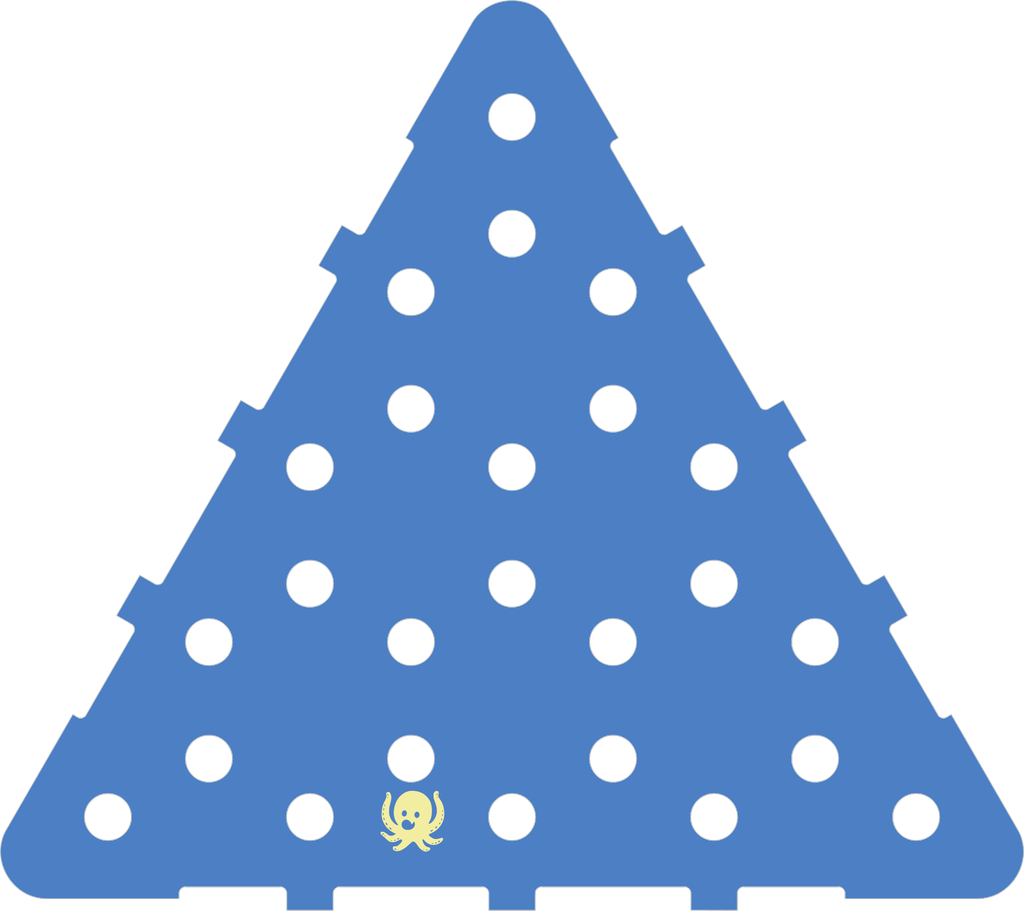
<source format=kicad_pcb>
(kicad_pcb (version 20211014) (generator pcbnew)
  (layers (0 "F.Cu" signal) (31 "B.Cu" signal) (34 "B.Paste" user) (35 "F.Paste" user) (36 "B.SilkS" user "B.Silkscreen") (37 "F.SilkS" user "F.Silkscreen") (38 "B.Mask" user) (39 "F.Mask" user) (44 "Edge.Cuts" user))
  (net 0 "")
  (footprint "TMPCB:bottom" (layer "F.Cu") (at 144.78 86.36)
    (fp_text reference "Ref**" hide)
    (fp_text value "Val**" hide)
    (fp_poly (pts (xy 0.585937 -62.561863) (xy 1.081875 -62.487775) (xy 1.570079 -62.376549) (xy 2.047976 -62.228472) (xy 2.512994 -62.04383) (xy 2.962558 -61.822911) (xy 3.394096 -61.565999) (xy 3.805035 -61.273382) (xy 3.807786 -61.271246) (xy 4.06602 -61.054792) (xy 4.325885 -60.807493) (xy 4.578095 -60.5394) (xy 4.813362 -60.260569) (xy 5.022398 -59.981053) (xy 5.085662 -59.887925) (xy 5.10616 -59.854596) (xy 5.147047 -59.785901) (xy 5.207565 -59.683147) (xy 5.286956 -59.547641) (xy 5.384463 -59.380691) (xy 5.499327 -59.183604) (xy 5.630791 -58.957687) (xy 5.778098 -58.704247) (xy 5.940489 -58.424593) (xy 6.117207 -58.12003) (xy 6.307495 -57.791867) (xy 6.510594 -57.441411) (xy 6.725747 -57.069969) (xy 6.952196 -56.678848) (xy 7.189183 -56.269356) (xy 7.435952 -55.8428) (xy 7.691743 -55.400488) (xy 7.9558 -54.943725) (xy 8.227365 -54.473821) (xy 8.505679 -53.992082) (xy 8.789986 -53.499815) (xy 9.079528 -52.998328) (xy 9.26106 -52.683834) (xy 9.557662 -52.169941) (xy 9.851351 -51.661098) (xy 10.141274 -51.158783) (xy 10.426576 -50.664476) (xy 10.706405 -50.179656) (xy 10.979906 -49.705802) (xy 11.246225 -49.244394) (xy 11.504508 -48.796911) (xy 11.753902 -48.364831) (xy 11.993553 -47.949635) (xy 12.222607 -47.552801) (xy 12.44021 -47.175809) (xy 12.645509 -46.820138) (xy 12.837649 -46.487267) (xy 13.015777 -46.178676) (xy 13.179039 -45.895843) (xy 13.32658 -45.640248) (xy 13.457549 -45.41337) (xy 13.571089 -45.216688) (xy 13.666348 -45.051682) (xy 13.742472 -44.919831) (xy 13.798607 -44.822614) (xy 13.814249 -44.795528) (xy 13.916665 -44.617779) (xy 14.012316 -44.450966) (xy 14.099158 -44.298711) (xy 14.175148 -44.164631) (xy 14.238244 -44.052347) (xy 14.286404 -43.965478) (xy 14.317584 -43.907645) (xy 14.329741 -43.882466) (xy 14.329833 -43.881913) (xy 14.312279 -43.8655) (xy 14.263333 -43.831951) (xy 14.188564 -43.784767) (xy 14.093542 -43.727447) (xy 13.983839 -43.663491) (xy 13.965168 -43.652803) (xy 13.804678 -43.558965) (xy 13.677172 -43.478516) (xy 13.577316 -43.406844) (xy 13.499779 -43.33934) (xy 13.439229 -43.271391) (xy 13.390331 -43.198388) (xy 13.350266 -43.121115) (xy 13.31332 -43.033171) (xy 13.291103 -42.952168) (xy 13.279107 -42.858647) (xy 13.275379 -42.797944) (xy 13.272687 -42.69953) (xy 13.277294 -42.626682) (xy 13.291484 -42.56293) (xy 13.317542 -42.491805) (xy 13.318009 -42.490661) (xy 13.332556 -42.462577) (xy 13.367304 -42.399608) (xy 13.421259 -42.303476) (xy 13.493429 -42.175906) (xy 13.582817 -42.018621) (xy 13.688431 -41.833344) (xy 13.809277 -41.6218) (xy 13.944359 -41.385711) (xy 14.092683 -41.126801) (xy 14.253257 -40.846795) (xy 14.425085 -40.547414) (xy 14.607173 -40.230384) (xy 14.798527 -39.897427) (xy 14.998153 -39.550268) (xy 15.205057 -39.190628) (xy 15.418245 -38.820233) (xy 15.636722 -38.440806) (xy 15.859494 -38.05407) (xy 16.085568 -37.661749) (xy 16.313948 -37.265566) (xy 16.543642 -36.867246) (xy 16.773654 -36.468511) (xy 17.00299 -36.071084) (xy 17.230657 -35.676691) (xy 17.45566 -35.287054) (xy 17.677005 -34.903896) (xy 17.893698 -34.528942) (xy 18.104745 -34.163915) (xy 18.309151 -33.810538) (xy 18.505922 -33.470535) (xy 18.694065 -33.145629) (xy 18.872585 -32.837545) (xy 19.040487 -32.548006) (xy 19.196779 -32.278734) (xy 19.340465 -32.031455) (xy 19.470551 -31.80789) (xy 19.586044 -31.609765) (xy 19.685948 -31.438802) (xy 19.769271 -31.296725) (xy 19.835017 -31.185258) (xy 19.882193 -31.106124) (xy 19.909804 -31.061046) (xy 19.916207 -31.0515) (xy 20.038352 -30.928198) (xy 20.184331 -30.833258) (xy 20.346166 -30.769343) (xy 20.515879 -30.739115) (xy 20.685491 -30.745236) (xy 20.775242 -30.764886) (xy 20.826369 -30.785496) (xy 20.912805 -30.827726) (xy 21.033731 -30.891127) (xy 21.18833 -30.975253) (xy 21.375783 -31.079656) (xy 21.595272 -31.203888) (xy 21.845979 -31.347503) (xy 21.94154 -31.402605) (xy 22.133698 -31.513401) (xy 22.314996 -31.617591) (xy 22.482107 -31.713285) (xy 22.631704 -31.798596) (xy 22.760462 -31.871635) (xy 22.865054 -31.930514) (xy 22.942153 -31.973344) (xy 22.988433 -31.998237) (xy 23.0009 -32.004) (xy 23.013084 -31.986062) (xy 23.044962 -31.933878) (xy 23.09512 -31.849896) (xy 23.16214 -31.736564) (xy 23.244606 -31.59633) (xy 23.341101 -31.431641) (xy 23.450208 -31.244946) (xy 23.57051 -31.038691) (xy 23.700592 -30.815324) (xy 23.839036 -30.577294) (xy 23.984425 -30.327047) (xy 24.135344 -30.067033) (xy 24.290375 -29.799697) (xy 24.448101 -29.527488) (xy 24.607107 -29.252854) (xy 24.765976 -28.978243) (xy 24.92329 -28.706101) (xy 25.077633 -28.438877) (xy 25.227588 -28.179019) (xy 25.37174 -27.928973) (xy 25.50867 -27.691189) (xy 25.636963 -27.468113) (xy 25.755202 -27.262193) (xy 25.86197 -27.075878) (xy 25.955851 -26.911614) (xy 26.035427 -26.771849) (xy 26.099283 -26.659031) (xy 26.146002 -26.575608) (xy 26.174166 -26.524028) (xy 26.182479 -26.506855) (xy 26.164517 -26.49352) (xy 26.11306 -26.461102) (xy 26.031368 -26.411528) (xy 25.9227 -26.346721) (xy 25.790315 -26.268607) (xy 25.637472 -26.17911) (xy 25.467431 -26.080156) (xy 25.28345 -25.97367) (xy 25.132737 -25.886834) (xy 24.905671 -25.756082) (xy 24.712343 -25.644271) (xy 24.549656 -25.549471) (xy 24.414516 -25.469752) (xy 24.303829 -25.403185) (xy 24.214499 -25.347842) (xy 24.143432 -25.301792) (xy 24.087533 -25.263105) (xy 24.043706 -25.229854) (xy 24.008858 -25.200107) (xy 23.979893 -25.171937) (xy 23.971051 -25.162607) (xy 23.865519 -25.02055) (xy 23.792979 -24.860461) (xy 23.755464 -24.690438) (xy 23.75501 -24.518578) (xy 23.778873 -24.397907) (xy 23.797648 -24.352444) (xy 23.837551 -24.271851) (xy 23.897931 -24.157301) (xy 23.978142 -24.009966) (xy 24.077534 -23.831022) (xy 24.195459 -23.62164) (xy 24.331269 -23.382994) (xy 24.484316 -23.116257) (xy 24.549908 -23.002494) (xy 25.078619 -22.086664) (xy 25.586588 -21.20678) (xy 26.07423 -20.362125) (xy 26.541962 -19.55198) (xy 26.990201 -18.775625) (xy 27.419363 -18.032341) (xy 27.829866 -17.321411) (xy 28.222125 -16.642115) (xy 28.596558 -15.993734) (xy 28.95358 -15.37555) (xy 29.293609 -14.786844) (xy 29.617061 -14.226897) (xy 29.924353 -13.69499) (xy 30.215901 -13.190405) (xy 30.492122 -12.712422) (xy 30.753433 -12.260323) (xy 31.00025 -11.833389) (xy 31.23299 -11.430901) (xy 31.45207 -11.052141) (xy 31.657905 -10.696389) (xy 31.850913 -10.362927) (xy 32.031511 -10.051036) (xy 32.200114 -9.759998) (xy 32.35714 -9.489093) (xy 32.503005 -9.237603) (xy 32.638126 -9.004808) (xy 32.762919 -8.789991) (xy 32.877802 -8.592431) (xy 32.98319 -8.411412) (xy 33.0795 -8.246213) (xy 33.167149 -8.096115) (xy 33.246554 -7.960401) (xy 33.31813 -7.838352) (xy 33.382296 -7.729247) (xy 33.439467 -7.63237) (xy 33.490059 -7.547) (xy 33.534491 -7.472419) (xy 33.573177 -7.407909) (xy 33.606535 -7.35275) (xy 33.634982 -7.306224) (xy 33.658934 -7.267612) (xy 33.678807 -7.236195) (xy 33.695019 -7.211254) (xy 33.707986 -7.192071) (xy 33.718124 -7.177926) (xy 33.72585 -7.168101) (xy 33.730665 -7.162778) (xy 33.795149 -7.108434) (xy 33.879934 -7.050717) (xy 33.963038 -7.004028) (xy 34.036167 -6.969715) (xy 34.095422 -6.948452) (xy 34.155712 -6.937155) (xy 34.231946 -6.932738) (xy 34.310706 -6.932084) (xy 34.418241 -6.93421) (xy 34.496972 -6.941965) (xy 34.560278 -6.957409) (xy 34.613247 -6.97872) (xy 34.650409 -6.99796) (xy 34.720468 -7.036289) (xy 34.81968 -7.09159) (xy 34.944305 -7.161746) (xy 35.0906 -7.244639) (xy 35.254824 -7.33815) (xy 35.433233 -7.440164) (xy 35.622087 -7.548561) (xy 35.731124 -7.611327) (xy 35.934245 -7.727857) (xy 36.121849 -7.834463) (xy 36.291091 -7.929588) (xy 36.439129 -8.011673) (xy 36.563117 -8.079161) (xy 36.660212 -8.130493) (xy 36.72757 -8.164111) (xy 36.762346 -8.178457) (xy 36.766434 -8.178524) (xy 36.77926 -8.15805) (xy 36.811861 -8.103256) (xy 36.862869 -8.016496) (xy 36.930916 -7.900125) (xy 37.014633 -7.756497) (xy 37.112653 -7.587969) (xy 37.223607 -7.396893) (xy 37.346127 -7.185626) (xy 37.478845 -6.956522) (xy 37.620394 -6.711935) (xy 37.769403 -6.454221) (xy 37.924507 -6.185734) (xy 37.964097 -6.117167) (xy 38.130021 -5.829783) (xy 38.296569 -5.541351) (xy 38.461724 -5.255365) (xy 38.623467 -4.975317) (xy 38.77978 -4.7047) (xy 38.928646 -4.447008) (xy 39.068047 -4.205733) (xy 39.195965 -3.984367) (xy 39.310381 -3.786405) (xy 39.409279 -3.615339) (xy 39.490639 -3.474661) (xy 39.541558 -3.386667) (xy 39.649317 -3.19968) (xy 39.73662 -3.046169) (xy 39.804911 -2.923383) (xy 39.855631 -2.828567) (xy 39.890223 -2.758968) (xy 39.910128 -2.711834) (xy 39.91679 -2.684411) (xy 39.914186 -2.675317) (xy 39.891428 -2.66056) (xy 39.83543 -2.626757) (xy 39.749666 -2.575939) (xy 39.637609 -2.510138) (xy 39.502734 -2.431384) (xy 39.348513 -2.341709) (xy 39.17842 -2.243142) (xy 38.99593 -2.137715) (xy 38.904333 -2.084914) (xy 38.714638 -1.975468) (xy 38.533694 -1.870736) (xy 38.365266 -1.772923) (xy 38.213124 -1.684231) (xy 38.081035 -1.606864) (xy 37.972767 -1.543025) (xy 37.892088 -1.494919) (xy 37.842764 -1.464749) (xy 37.832259 -1.457924) (xy 37.735555 -1.373001) (xy 37.646035 -1.260044) (xy 37.574078 -1.133231) (xy 37.548249 -1.069971) (xy 37.520363 -0.953206) (xy 37.508326 -0.817998) (xy 37.51242 -0.682113) (xy 37.532926 -0.563318) (xy 37.53987 -0.540645) (xy 37.552498 -0.516176) (xy 37.585637 -0.456209) (xy 37.638624 -0.361902) (xy 37.710791 -0.234412) (xy 37.801475 -0.074898) (xy 37.910011 0.115483) (xy 38.035732 0.335573) (xy 38.177974 0.584214) (xy 38.336072 0.860249) (xy 38.509361 1.162519) (xy 38.697175 1.489867) (xy 38.89885 1.841135) (xy 39.11372 2.215165) (xy 39.341121 2.610799) (xy 39.580386 3.02688) (xy 39.830852 3.462249) (xy 40.091852 3.915749) (xy 40.362721 4.386223) (xy 40.642796 4.872511) (xy 40.93141 5.373457) (xy 41.227898 5.887903) (xy 41.531595 6.41469) (xy 41.841837 6.952661) (xy 42.157957 7.500659) (xy 42.467957 8.037886) (xy 42.857167 8.712327) (xy 43.225759 9.351101) (xy 43.574318 9.955183) (xy 43.903429 10.525547) (xy 44.213675 11.063168) (xy 44.505642 11.56902) (xy 44.779915 12.044078) (xy 45.037078 12.489315) (xy 45.277716 12.905707) (xy 45.502413 13.294228) (xy 45.711755 13.655853) (xy 45.906325 13.991555) (xy 46.086709 14.302309) (xy 46.253491 14.589089) (xy 46.407256 14.852871) (xy 46.548588 15.094628) (xy 46.678073 15.315335) (xy 46.796295 15.515966) (xy 46.903838 15.697496) (xy 47.001288 15.860899) (xy 47.089228 16.00715) (xy 47.168244 16.137222) (xy 47.238921 16.252091) (xy 47.301842 16.352731) (xy 47.357593 16.440116) (xy 47.406759 16.515221) (xy 47.449923 16.57902) (xy 47.487672 16.632487) (xy 47.520588 16.676597) (xy 47.549258 16.712325) (xy 47.574265 16.740645) (xy 47.596195 16.762531) (xy 47.615631 16.778957) (xy 47.63316 16.790899) (xy 47.649365 16.79933) (xy 47.664831 16.805225) (xy 47.680143 16.809558) (xy 47.695885 16.813305) (xy 47.712643 16.817438) (xy 47.731 16.822933) (xy 47.741416 16.826669) (xy 47.889869 16.868389) (xy 48.046503 16.88661) (xy 48.195757 16.880312) (xy 48.282846 16.862173) (xy 48.324719 16.844558) (xy 48.39996 16.807133) (xy 48.505476 16.751598) (xy 48.638172 16.679652) (xy 48.794957 16.592995) (xy 48.972735 16.493326) (xy 49.168414 16.382346) (xy 49.3789 16.261753) (xy 49.443316 16.224622) (xy 49.635732 16.113681) (xy 49.817135 16.009334) (xy 49.984225 15.913462) (xy 50.133704 15.827948) (xy 50.262272 15.754672) (xy 50.366628 15.695516) (xy 50.443474 15.652361) (xy 50.48951 15.627089) (xy 50.501878 15.621) (xy 50.513701 15.63894) (xy 50.545216 15.691128) (xy 50.595007 15.775117) (xy 50.661661 15.888457) (xy 50.743763 16.028702) (xy 50.839898 16.193403) (xy 50.94865 16.380112) (xy 51.068606 16.586381) (xy 51.19835 16.809761) (xy 51.336468 17.047806) (xy 51.481546 17.298066) (xy 51.632167 17.558094) (xy 51.786918 17.825441) (xy 51.944383 18.09766) (xy 52.103148 18.372302) (xy 52.261799 18.64692) (xy 52.41892 18.919066) (xy 52.573096 19.18629) (xy 52.722914 19.446146) (xy 52.866957 19.696185) (xy 53.003812 19.933959) (xy 53.132063 20.15702) (xy 53.250296 20.362921) (xy 53.357097 20.549212) (xy 53.451049 20.713446) (xy 53.530739 20.853175) (xy 53.594751 20.965951) (xy 53.641672 21.049325) (xy 53.670086 21.10085) (xy 53.678666 21.117992) (xy 53.660853 21.131508) (xy 53.609587 21.16416) (xy 53.528129 21.21401) (xy 53.419742 21.279119) (xy 53.287686 21.357547) (xy 53.135222 21.447355) (xy 52.965612 21.546604) (xy 52.782118 21.653355) (xy 52.636208 21.737833) (xy 52.440866 21.851238) (xy 52.254263 21.960603) (xy 52.080054 22.063716) (xy 51.921896 22.158365) (xy 51.783443 22.24234) (xy 51.668351 22.313428) (xy 51.580275 22.369417) (xy 51.522872 22.408096) (xy 51.503468 22.423156) (xy 51.415504 22.525868) (xy 51.339598 22.655601) (xy 51.282998 22.797318) (xy 51.252953 22.935981) (xy 51.252076 22.944703) (xy 51.247745 23.029218) (xy 51.252596 23.109514) (xy 51.268819 23.191728) (xy 51.298599 23.281997) (xy 51.344124 23.386458) (xy 51.407581 23.51125) (xy 51.491159 23.662509) (xy 51.535677 23.740432) (xy 51.57498 23.808672) (xy 51.633939 23.910941) (xy 51.711034 24.044609) (xy 51.804749 24.207045) (xy 51.913565 24.395621) (xy 52.035965 24.607706) (xy 52.17043 24.84067) (xy 52.315443 25.091884) (xy 52.469486 25.358718) (xy 52.631041 25.638542) (xy 52.79859 25.928727) (xy 52.970615 26.226642) (xy 53.145599 26.529658) (xy 53.165527 26.564166) (xy 53.352347 26.887669) (xy 53.557465 27.242864) (xy 53.778011 27.624782) (xy 54.011116 28.028455) (xy 54.253911 28.448912) (xy 54.503526 28.881185) (xy 54.757091 29.320305) (xy 55.011738 29.761302) (xy 55.264597 30.199207) (xy 55.512799 30.629052) (xy 55.753474 31.045867) (xy 55.983753 31.444682) (xy 56.200766 31.82053) (xy 56.215039 31.84525) (xy 56.401362 32.167666) (xy 56.582742 32.480973) (xy 56.757976 32.783122) (xy 56.925862 33.07206) (xy 57.085198 33.345737) (xy 57.234782 33.602103) (xy 57.373411 33.839105) (xy 57.499884 34.054694) (xy 57.612998 34.246819) (xy 57.711551 34.413427) (xy 57.794342 34.55247) (xy 57.860168 34.661895) (xy 57.907827 34.739651) (xy 57.936117 34.783689) (xy 57.942209 34.79196) (xy 58.04061 34.879974) (xy 58.167258 34.955636) (xy 58.308478 35.012466) (xy 58.450591 35.043986) (xy 58.480217 35.046852) (xy 58.566021 35.050141) (xy 58.644922 35.045356) (xy 58.723608 35.030157) (xy 58.808769 35.002204) (xy 58.907095 34.959156) (xy 59.025275 34.898674) (xy 59.169999 34.818416) (xy 59.228336 34.78512) (xy 59.343388 34.719482) (xy 59.445851 34.661705) (xy 59.530125 34.61489) (xy 59.590608 34.582141) (xy 59.621699 34.56656) (xy 59.62444 34.565697) (xy 59.636234 34.583775) (xy 59.668027 34.636597) (xy 59.718691 34.72222) (xy 59.787096 34.838704) (xy 59.872116 34.984105) (xy 59.972621 35.156484) (xy 60.087485 35.353898) (xy 60.215578 35.574405) (xy 60.355773 35.816065) (xy 60.506941 36.076934) (xy 60.667954 36.355073) (xy 60.837685 36.648539) (xy 61.015004 36.95539) (xy 61.198785 37.273686) (xy 61.330416 37.50182) (xy 61.611401 37.988935) (xy 61.878085 38.451243) (xy 62.13217 38.891697) (xy 62.375361 39.313248) (xy 62.609362 39.718848) (xy 62.835877 40.11145) (xy 63.056609 40.494005) (xy 63.273263 40.869466) (xy 63.487542 41.240784) (xy 63.70115 41.610913) (xy 63.915791 41.982803) (xy 64.133168 42.359406) (xy 64.354987 42.743676) (xy 64.58295 43.138563) (xy 64.818761 43.547021) (xy 65.064125 43.972) (xy 65.320744 44.416453) (xy 65.590324 44.883333) (xy 65.874568 45.37559) (xy 66.175179 45.896178) (xy 66.493862 46.448048) (xy 66.770154 46.9265) (xy 66.976172 47.283517) (xy 67.177807 47.633453) (xy 67.373921 47.974306) (xy 67.563372 48.304075) (xy 67.745021 48.620761) (xy 67.917728 48.922362) (xy 68.080351 49.206878) (xy 68.231752 49.472308) (xy 68.370791 49.716651) (xy 68.496326 49.937908) (xy 68.607217 50.134077) (xy 68.702326 50.303158) (xy 68.780511 50.44315) (xy 68.840632 50.552052) (xy 68.881549 50.627864) (xy 68.899244 50.662416) (xy 69.094582 51.116132) (xy 69.250779 51.584201) (xy 69.36746 52.063963) (xy 69.444248 52.552756) (xy 69.480767 53.047921) (xy 69.476642 53.546798) (xy 69.431495 54.046724) (xy 69.404079 54.232904) (xy 69.299754 54.743784) (xy 69.155913 55.242612) (xy 68.974032 55.727106) (xy 68.755584 56.194984) (xy 68.502045 56.643963) (xy 68.214889 57.071761) (xy 67.895591 57.476096) (xy 67.545625 57.854684) (xy 67.166465 58.205245) (xy 66.759586 58.525496) (xy 66.526833 58.686365) (xy 66.126592 58.929638) (xy 65.716885 59.137188) (xy 65.292506 59.311028) (xy 64.84825 59.453168) (xy 64.378912 59.565623) (xy 64.135 59.611043) (xy 63.870416 59.655976) (xy 54.50061 59.662661) (xy 45.130804 59.669345) (xy 45.123777 59.187547) (xy 45.11675 58.70575) (xy 45.049162 58.56307) (xy 44.952868 58.405713) (xy 44.826645 58.271489) (xy 44.678138 58.168246) (xy 44.650813 58.154138) (xy 44.524083 58.091916) (xy 31.125583 58.091916) (xy 30.992402 58.164131) (xy 30.865186 58.249572) (xy 30.747345 58.359094) (xy 30.649477 58.481319) (xy 30.582336 58.604476) (xy 30.532916 58.726916) (xy 30.526837 59.991693) (xy 30.520757 61.25647) (xy 27.341253 61.25111) (xy 24.16175 61.24575) (xy 24.151166 59.965166) (xy 24.140583 58.684583) (xy 24.083855 58.56355) (xy 23.990304 58.411202) (xy 23.865038 58.278754) (xy 23.717371 58.175696) (xy 23.688167 58.160523) (xy 23.548806 58.091916) (xy 3.630083 58.091916) (xy 3.502205 58.158785) (xy 3.363507 58.248962) (xy 3.240296 58.362776) (xy 3.145743 58.487983) (xy 3.14298 58.492651) (xy 3.119526 58.533888) (xy 3.099459 58.573802) (xy 3.082516 58.615919) (xy 3.068434 58.663764) (xy 3.056948 58.720861) (xy 3.047794 58.790737) (xy 3.040708 58.876915) (xy 3.035426 58.98292) (xy 3.031685 59.112279) (xy 3.02922 59.268514) (xy 3.027768 59.455153) (xy 3.027064 59.675718) (xy 3.026844 59.933736) (xy 3.026833 60.043697) (xy 3.026833 61.256333) (xy -3.343077 61.256333) (xy -3.354917 58.684583) (xy -3.417182 58.557583) (xy -3.506039 58.417426) (xy -3.624874 58.289729) (xy -3.76133 58.18685) (xy -3.820584 58.154181) (xy -3.947584 58.091916) (xy -23.865417 58.091916) (xy -23.991216 58.155416) (xy -24.145075 58.25605) (xy -24.277212 58.389267) (xy -24.380731 58.547999) (xy -24.387657 58.561767) (xy -24.458084 58.704789) (xy -24.464157 59.980561) (xy -24.470231 61.256333) (xy -30.838577 61.256333) (xy -30.850417 58.684583) (xy -30.912617 58.557583) (xy -31.001261 58.417672) (xy -31.119905 58.290108) (xy -31.256214 58.187223) (xy -31.316084 58.154181) (xy -31.443084 58.091916) (xy -44.820417 58.091916) (xy -44.94145 58.148644) (xy -45.097792 58.244261) (xy -45.229588 58.370289) (xy -45.33207 58.520351) (xy -45.400471 58.68807) (xy -45.422916 58.792756) (xy -45.430115 58.864305) (xy -45.436311 58.967215) (xy -45.441042 59.090518) (xy -45.443847 59.223246) (xy -45.444415 59.303941) (xy -45.444834 59.6693) (xy -54.805792 59.662351) (xy -55.561419 59.66178) (xy -56.275882 59.661218) (xy -56.950349 59.660658) (xy -57.58599 59.660096) (xy -58.183973 59.659527) (xy -58.745468 59.658946) (xy -59.271643 59.658349) (xy -59.763668 59.657729) (xy -60.222711 59.657083) (xy -60.649942 59.656404) (xy -61.046529 59.655689) (xy -61.413641 59.654932) (xy -61.752448 59.654129) (xy -62.064118 59.653273) (xy -62.34982 59.652361) (xy -62.610723 59.651388) (xy -62.847996 59.650347) (xy -63.062809 59.649235) (xy -63.256329 59.648047) (xy -63.429727 59.646776) (xy -63.584171 59.64542) (xy -63.72083 59.643971) (xy -63.840872 59.642426) (xy -63.945468 59.64078) (xy -64.035786 59.639027) (xy -64.112994 59.637163) (xy -64.178262 59.635183) (xy -64.232759 59.633081) (xy -64.277654 59.630852) (xy -64.314116 59.628493) (xy -64.343313 59.625997) (xy -64.366415 59.62336) (xy -64.378417 59.621615) (xy -64.890935 59.519067) (xy -65.387878 59.377783) (xy -65.86782 59.198368) (xy -66.329338 58.981426) (xy -66.77101 58.727562) (xy -67.191409 58.437381) (xy -67.222972 58.413461) (xy -67.607445 58.093955) (xy -67.967539 57.741828) (xy -68.301168 57.360451) (xy -68.606245 56.953192) (xy -68.880684 56.523419) (xy -69.122397 56.074501) (xy -69.329298 55.609808) (xy -69.499301 55.132707) (xy -69.630318 54.646568) (xy -69.66844 54.465372) (xy -69.715305 54.202593) (xy -69.748975 53.958998) (xy -69.770584 53.720691) (xy -69.781267 53.473775) (xy -69.782159 53.204354) (xy -69.780244 53.096583) (xy -69.754837 52.629988) (xy -69.699204 52.187947) (xy -69.611772 51.76385) (xy -69.490968 51.351088) (xy -69.335219 50.943051) (xy -69.19486 50.636826) (xy -69.177489 50.604575) (xy -69.140005 50.537494) (xy -69.083235 50.437024) (xy -69.008012 50.304606) (xy -68.915164 50.14168) (xy -68.80552 49.949686) (xy -68.679912 49.730065) (xy -68.539168 49.484256) (xy -68.384118 49.2137) (xy -68.215593 48.919838) (xy -68.034421 48.60411) (xy -67.964251 48.481883) (xy -58.304029 48.481883) (xy -58.302271 48.689376) (xy -58.291074 48.88653) (xy -58.270325 49.060418) (xy -58.26413 49.096083) (xy -58.182511 49.429527) (xy -58.064759 49.755487) (xy -57.914309 50.066863) (xy -57.734595 50.356552) (xy -57.529053 50.617455) (xy -57.527463 50.619238) (xy -57.265625 50.882377) (xy -56.981806 51.110504) (xy -56.678585 51.302699) (xy -56.358545 51.458039) (xy -56.024264 51.575605) (xy -55.678325 51.654475) (xy -55.323307 51.693728) (xy -54.961791 51.692443) (xy -54.626177 51.654749) (xy -54.27633 51.575913) (xy -53.938428 51.457428) (xy -53.616167 51.301166) (xy -53.313242 51.109) (xy -53.033348 50.882803) (xy -52.952211 50.806432) (xy -52.704599 50.537879) (xy -52.493852 50.250672) (xy -52.31879 49.942648) (xy -52.178234 49.611645) (xy -52.071005 49.255501) (xy -52.045214 49.143687) (xy -52.018862 48.980765) (xy -52.00213 48.789683) (xy -51.995026 48.583178) (xy -51.996216 48.484795) (xy -30.808332 48.484795) (xy -30.805926 48.693019) (xy -30.794082 48.891485) (xy -30.772796 49.067473) (xy -30.759319 49.139785) (xy -30.671313 49.476139) (xy -30.555484 49.787662) (xy -30.4075 50.084744) (xy -30.274561 50.301668) (xy -30.162767 50.454078) (xy -30.02435 50.616551) (xy -29.869029 50.779337) (xy -29.706524 50.932684) (xy -29.546554 51.066843) (xy -29.421667 51.157298) (xy -29.099127 51.346063) (xy -28.764297 51.494911) (xy -28.419159 51.603412) (xy -28.065693 51.671136) (xy -27.70588 51.697653) (xy -27.341701 51.682532) (xy -27.130677 51.654749) (xy -26.779506 51.575706) (xy -26.441165 51.457017) (xy -26.118391 51.300149) (xy -25.813925 51.106568) (xy -25.530505 50.877743) (xy -25.349099 50.700546) (xy -25.122958 50.431606) (xy -24.927247 50.134707) (xy -24.763517 49.812845) (xy -24.633317 49.469013) (xy -24.548556 49.154471) (xy -24.524105 49.006895) (xy -24.507834 48.829645) (xy -24.499741 48.634582) (xy -24.499768 48.567247) (xy -3.319273 48.567247) (xy -3.295499 48.908377) (xy -3.233642 49.24925) (xy -3.135147 49.584413) (xy -3.001456 49.908411) (xy -2.834014 50.215789) (xy -2.740493 50.3581) (xy -2.641306 50.487018) (xy -2.516752 50.628648) (xy -2.376225 50.773776) (xy -2.229123 50.913186) (xy -2.084841 51.037662) (xy -1.952776 51.137988) (xy -1.928594 51.154385) (xy -1.60498 51.344428) (xy -1.269424 51.4943) (xy -0.923099 51.603589) (xy -0.567176 51.671882) (xy -0.412918 51.688422) (xy -0.325931 51.695671) (xy -0.254592 51.701766) (xy -0.209737 51.705774) (xy -0.201084 51.706649) (xy -0.172603 51.706076) (xy -0.111237 51.702623) (xy -0.026291 51.696869) (xy 0.0635 51.690137) (xy 0.430782 51.641126) (xy 0.78244 51.553862) (xy 1.116384 51.430204) (xy 1.430525 51.272011) (xy 1.722775 51.08114) (xy 1.991045 50.85945) (xy 2.233246 50.6088) (xy 2.447289 50.331049) (xy 2.631084 50.028054) (xy 2.782544 49.701673) (xy 2.899579 49.353767) (xy 2.9563 49.116482) (xy 2.977346 48.974505) (xy 2.990761 48.802707) (xy 2.996642 48.612885) (xy 2.995087 48.416839) (xy 2.993414 48.380997) (xy 24.185184 48.380997) (xy 24.188256 48.73681) (xy 24.226994 49.069323) (xy 24.306614 49.417759) (xy 24.423761 49.75018) (xy 24.575926 50.064295) (xy 24.760603 50.357814) (xy 24.975284 50.628446) (xy 25.217463 50.8739) (xy 25.484633 51.091885) (xy 25.774286 51.280109) (xy 26.083915 51.436283) (xy 26.411013 51.558115) (xy 26.753074 51.643314) (xy 27.093333 51.688525) (xy 27.181139 51.69546) (xy 27.251892 51.701374) (xy 27.295784 51.705431) (xy 27.305 51.706586) (xy 27.329075 51.706049) (xy 27.386541 51.702651) (xy 27.468593 51.696963) (xy 27.559 51.690137) (xy 27.928098 51.641037) (xy 28.281127 51.553768) (xy 28.616062 51.430097) (xy 28.930877 51.271789) (xy 29.223548 51.080612) (xy 29.49205 50.858332) (xy 29.734359 50.606715) (xy 29.948449 50.327528) (xy 30.132297 50.022537) (xy 30.283876 49.693509) (xy 30.401164 49.34221) (xy 30.442951 49.174035) (xy 30.464481 49.045182) (xy 30.48005 48.885909) (xy 30.489569 48.707147) (xy 30.490674 48.64592) (xy 51.68098 48.64592) (xy 51.713835 49.00253) (xy 51.787189 49.353318) (xy 51.900803 49.695192) (xy 52.011718 49.94275) (xy 52.161158 50.210946) (xy 52.330583 50.454576) (xy 52.529301 50.68651) (xy 52.609454 50.769272) (xy 52.88084 51.012375) (xy 53.174806 51.22094) (xy 53.48837 51.393584) (xy 53.818552 51.528921) (xy 54.16237 51.625566) (xy 54.516843 51.682136) (xy 54.588833 51.688525) (xy 54.676639 51.69546) (xy 54.747392 51.701374) (xy 54.791284 51.705431) (xy 54.8005 51.706586) (xy 54.824575 51.706041) (xy 54.882039 51.702623) (xy 54.964089 51.696904) (xy 55.0545 51.690043) (xy 55.39392 51.648112) (xy 55.71061 51.57617) (xy 56.014128 51.471583) (xy 56.267334 51.355846) (xy 56.585347 51.171235) (xy 56.876148 50.954803) (xy 57.138077 50.708479) (xy 57.369479 50.434191) (xy 57.568694 50.133868) (xy 57.734066 49.809438) (xy 57.845705 49.519416) (xy 57.893823 49.365605) (xy 57.929774 49.226592) (xy 57.955552 49.090232) (xy 57.973152 48.944382) (xy 57.984566 48.776895) (xy 57.989921 48.641) (xy 57.993702 48.491272) (xy 57.994048 48.372052) (xy 57.990359 48.271607) (xy 57.982036 48.178207) (xy 57.968479 48.080121) (xy 57.958003 48.016583) (xy 57.875937 47.658424) (xy 57.756779 47.318433) (xy 57.60259 46.998681) (xy 57.41543 46.701237) (xy 57.197361 46.428173) (xy 56.950444 46.181559) (xy 56.676739 45.963464) (xy 56.378307 45.77596) (xy 56.05721 45.621117) (xy 55.715508 45.501004) (xy 55.374273 45.421059) (xy 55.179709 45.395736) (xy 54.960736 45.383557) (xy 54.730913 45.384187) (xy 54.503798 45.39729) (xy 54.292949 45.422533) (xy 54.144333 45.451423) (xy 53.788425 45.557087) (xy 53.45057 45.698955) (xy 53.133906 45.87527) (xy 52.84157 46.084274) (xy 52.5767 46.324206) (xy 52.563833 46.337396) (xy 52.41024 46.513645) (xy 52.258938 46.720253) (xy 52.116752 46.945771) (xy 51.990508 47.178751) (xy 51.887029 47.407744) (xy 51.827806 47.572083) (xy 51.737725 47.927605) (xy 51.688863 48.286582) (xy 51.68098 48.64592) (xy 30.490674 48.64592) (xy 30.492952 48.519826) (xy 30.490112 48.334876) (xy 30.480961 48.163227) (xy 30.465413 48.015811) (xy 30.45276 47.9425) (xy 30.356448 47.581605) (xy 30.224554 47.240907) (xy 30.059072 46.922352) (xy 29.861999 46.627884) (xy 29.63533 46.35945) (xy 29.381058 46.118995) (xy 29.101181 45.908464) (xy 28.797693 45.729804) (xy 28.47259 45.584959) (xy 28.127866 45.475875) (xy 27.865916 45.420104) (xy 27.759007 45.403205) (xy 27.663209 45.39191) (xy 27.566722 45.385608) (xy 27.457745 45.383688) (xy 27.324479 45.385539) (xy 27.2415 45.387794) (xy 27.075826 45.394946) (xy 26.92599 45.405638) (xy 26.80093 45.41909) (xy 26.712333 45.43391) (xy 26.357686 45.532487) (xy 26.023663 45.665938) (xy 25.711934 45.831819) (xy 25.424169 46.027687) (xy 25.162038 46.251099) (xy 24.927212 46.499612) (xy 24.721361 46.770783) (xy 24.546154 47.062169) (xy 24.403263 47.371326) (xy 24.294358 47.695812) (xy 24.221108 48.033184) (xy 24.185184 48.380997) (xy 2.993414 48.380997) (xy 2.986195 48.226369) (xy 2.970064 48.053273) (xy 2.946792 47.909351) (xy 2.946235 47.906762) (xy 2.847475 47.546164) (xy 2.712723 47.206491) (xy 2.543733 46.889505) (xy 2.342262 46.596966) (xy 2.110064 46.330636) (xy 1.848894 46.092275) (xy 1.560507 45.883645) (xy 1.246658 45.706506) (xy 0.909103 45.56262) (xy 0.549595 45.453748) (xy 0.486833 45.438942) (xy 0.362033 45.417854) (xy 0.206029 45.402481) (xy 0.029572 45.392901) (xy -0.156584 45.389194) (xy -0.341688 45.391436) (xy -0.514987 45.399706) (xy -0.66573 45.414083) (xy -0.762 45.429852) (xy -1.12032 45.526126) (xy -1.458791 45.658493) (xy -1.775458 45.8248) (xy -2.068368 46.022891) (xy -2.335566 46.250614) (xy -2.575098 46.505813) (xy -2.785009 46.786334) (xy -2.963344 47.090023) (xy -3.108151 47.414726) (xy -3.217473 47.758288) (xy -3.289357 48.118556) (xy -3.303519 48.231316) (xy -3.319273 48.567247) (xy -24.499768 48.567247) (xy -24.499822 48.433568) (xy -24.508073 48.238463) (xy -24.524492 48.061129) (xy -24.548907 47.914181) (xy -24.643909 47.563425) (xy -24.768458 47.24041) (xy -24.925305 46.940105) (xy -25.117199 46.657481) (xy -25.346891 46.387505) (xy -25.430807 46.300978) (xy -25.699055 46.058529) (xy -25.98221 45.854175) (xy -26.283758 45.686043) (xy -26.607187 45.552256) (xy -26.955982 45.45094) (xy -27.051 45.429739) (xy -27.166928 45.411975) (xy -27.314236 45.399343) (xy -27.482335 45.391842) (xy -27.660634 45.38947) (xy -27.838544 45.392228) (xy -28.005474 45.400113) (xy -28.150834 45.413125) (xy -28.2575 45.429852) (xy -28.618719 45.525932) (xy -28.956819 45.657278) (xy -29.27321 45.824652) (xy -29.569299 46.028814) (xy -29.846494 46.270526) (xy -29.887709 46.311251) (xy -30.130149 46.580603) (xy -30.334545 46.864626) (xy -30.502868 47.166977) (xy -30.637089 47.491315) (xy -30.739178 47.841298) (xy -30.758961 47.928789) (xy -30.784846 48.089959) (xy -30.801304 48.279535) (xy -30.808332 48.484795) (xy -51.996216 48.484795) (xy -51.997558 48.37399) (xy -52.009734 48.174857) (xy -52.031563 47.998518) (xy -52.044418 47.930548) (xy -52.137106 47.579087) (xy -52.258431 47.256197) (xy -52.410996 46.957068) (xy -52.597403 46.676887) (xy -52.820257 46.410845) (xy -52.925584 46.301932) (xy -53.199531 46.056273) (xy -53.489178 45.849182) (xy -53.797323 45.679155) (xy -54.126762 45.544686) (xy -54.480292 45.444271) (xy -54.5465 45.429739) (xy -54.662428 45.411975) (xy -54.809736 45.399343) (xy -54.977835 45.391842) (xy -55.156134 45.38947) (xy -55.334044 45.392228) (xy -55.500974 45.400113) (xy -55.646334 45.413125) (xy -55.753 45.429852) (xy -56.107895 45.525608) (xy -56.453636 45.660136) (xy -56.781998 45.82998) (xy -56.938334 45.927893) (xy -57.06491 46.021832) (xy -57.205496 46.142189) (xy -57.351051 46.279874) (xy -57.492536 46.425795) (xy -57.62091 46.570864) (xy -57.727133 46.705988) (xy -57.762025 46.756167) (xy -57.934513 47.042037) (xy -58.071529 47.329012) (xy -58.178266 47.629449) (xy -58.253819 47.926645) (xy -58.27969 48.087591) (xy -58.296464 48.276979) (xy -58.304029 48.481883) (xy -67.964251 48.481883) (xy -67.841434 48.267955) (xy -67.637459 47.912815) (xy -67.423328 47.54013) (xy -67.19987 47.151339) (xy -66.967914 46.747884) (xy -66.728292 46.331204) (xy -66.481831 45.902741) (xy -66.229363 45.463933) (xy -65.971716 45.016222) (xy -65.709721 44.561048) (xy -65.444208 44.099851) (xy -65.176006 43.634071) (xy -64.905944 43.165149) (xy -64.634854 42.694525) (xy -64.363564 42.223639) (xy -64.092904 41.753932) (xy -63.823705 41.286844) (xy -63.556795 40.823815) (xy -63.511023 40.744426) (xy -44.556211 40.744426) (xy -44.519222 41.10864) (xy -44.441751 41.461502) (xy -44.324173 41.801747) (xy -44.16686 42.128109) (xy -43.970188 42.439325) (xy -43.921063 42.506449) (xy -43.691301 42.777711) (xy -43.432356 43.020266) (xy -43.147911 43.232093) (xy -42.841648 43.411169) (xy -42.517249 43.555473) (xy -42.178396 43.662981) (xy -41.828772 43.731672) (xy -41.656 43.750439) (xy -41.568203 43.757626) (xy -41.497454 43.763738) (xy -41.453559 43.767911) (xy -41.444334 43.769086) (xy -41.420259 43.768541) (xy -41.362794 43.765123) (xy -41.280745 43.759404) (xy -41.190334 43.752543) (xy -40.821868 43.703497) (xy -40.467766 43.616108) (xy -40.130422 43.491666) (xy -39.812229 43.331462) (xy -39.51558 43.136786) (xy -39.242869 42.90893) (xy -38.996487 42.649183) (xy -38.885104 42.509335) (xy -38.68104 42.203821) (xy -38.515821 41.884576) (xy -38.389345 41.554459) (xy -38.301509 41.216326) (xy -38.25221 40.873035) (xy -38.247113 40.710881) (xy -17.058745 40.710881) (xy -17.0307 41.040809) (xy -16.971868 41.360021) (xy -16.912658 41.571333) (xy -16.782038 41.906666) (xy -16.616374 42.221148) (xy -16.418376 42.512634) (xy -16.190753 42.778979) (xy -15.936214 43.018037) (xy -15.657469 43.227664) (xy -15.357226 43.405713) (xy -15.038195 43.55004) (xy -14.703086 43.6585) (xy -14.354608 43.728947) (xy -14.1605 43.750532) (xy -14.072702 43.757681) (xy -14.001952 43.763767) (xy -13.958057 43.76793) (xy -13.948834 43.769107) (xy -13.924818 43.768559) (xy -13.867205 43.765152) (xy -13.784596 43.759445) (xy -13.685587 43.751997) (xy -13.68425 43.751893) (xy -13.312945 43.703166) (xy -12.960026 43.616311) (xy -12.625356 43.491264) (xy -12.308797 43.327964) (xy -12.010214 43.126346) (xy -11.729468 42.886349) (xy -11.672567 42.830871) (xy -11.430322 42.560733) (xy -11.224138 42.271156) (xy -11.054216 41.965197) (xy -10.920759 41.645914) (xy -10.823966 41.316367) (xy -10.764041 40.979614) (xy -10.741183 40.638714) (xy -10.7432 40.590843) (xy 10.435291 40.590843) (xy 10.440875 40.814816) (xy 10.459417 41.016592) (xy 10.493255 41.214952) (xy 10.534881 41.391416) (xy 10.645278 41.734748) (xy 10.791577 42.05872) (xy 10.971219 42.361177) (xy 11.181646 42.639963) (xy 11.420298 42.892922) (xy 11.684617 43.117899) (xy 11.972044 43.312738) (xy 12.28002 43.475282) (xy 12.605987 43.603377) (xy 12.947384 43.694867) (xy 13.301654 43.747595) (xy 13.335 43.750439) (xy 13.422797 43.757628) (xy 13.493546 43.763745) (xy 13.537441 43.767927) (xy 13.546666 43.769107) (xy 13.570682 43.768559) (xy 13.628295 43.765152) (xy 13.710904 43.759445) (xy 13.809913 43.751997) (xy 13.81125 43.751893) (xy 13.930486 43.740743) (xy 14.052897 43.7262) (xy 14.161886 43.710384) (xy 14.224 43.699137) (xy 14.567179 43.606925) (xy 14.898658 43.476355) (xy 15.214063 43.310146) (xy 15.509018 43.111019) (xy 15.77915 42.881693) (xy 16.020082 42.624889) (xy 16.088311 42.539929) (xy 16.294012 42.241109) (xy 16.461043 41.929475) (xy 16.590058 41.607889) (xy 16.68171 41.279213) (xy 16.736654 40.946307) (xy 16.755543 40.612034) (xy 16.750676 40.51393) (xy 37.940068 40.51393) (xy 37.940765 40.720963) (xy 37.950189 40.920628) (xy 37.968343 41.100861) (xy 37.989831 41.226071) (xy 38.088293 41.583307) (xy 38.223041 41.921569) (xy 38.392098 42.23863) (xy 38.593484 42.532266) (xy 38.82522 42.800249) (xy 39.085327 43.040355) (xy 39.371826 43.250357) (xy 39.682739 43.42803) (xy 40.016087 43.571147) (xy 40.10094 43.600682) (xy 40.434763 43.692028) (xy 40.772563 43.744533) (xy 41.119326 43.758637) (xy 41.480042 43.734779) (xy 41.539186 43.727495) (xy 41.874524 43.662716) (xy 42.20683 43.557079) (xy 42.532446 43.412054) (xy 42.847709 43.229112) (xy 42.947166 43.161852) (xy 43.061397 43.072863) (xy 43.190365 42.957655) (xy 43.325371 42.825263) (xy 43.457719 42.684723) (xy 43.57871 42.545071) (xy 43.679647 42.415343) (xy 43.715613 42.363511) (xy 43.900787 42.046431) (xy 44.050314 41.710219) (xy 44.161665 41.361109) (xy 44.209369 41.14659) (xy 44.233197 40.971428) (xy 44.24625 40.769516) (xy 44.248634 40.555012) (xy 44.240454 40.342079) (xy 44.221817 40.144876) (xy 44.200895 40.015083) (xy 44.107987 39.654163) (xy 43.978619 39.313009) (xy 43.814702 38.993581) (xy 43.618149 38.697837) (xy 43.39087 38.427737) (xy 43.134778 38.185241) (xy 42.851782 37.972307) (xy 42.543796 37.790896) (xy 42.21273 37.642966) (xy 41.860496 37.530478) (xy 41.75125 37.503995) (xy 41.641214 37.483506) (xy 41.512823 37.46817) (xy 41.357973 37.457225) (xy 41.17975 37.45022) (xy 41.030199 37.446753) (xy 40.911869 37.446387) (xy 40.813719 37.449713) (xy 40.724712 37.457321) (xy 40.633809 37.469803) (xy 40.551487 37.48384) (xy 40.194377 37.568888) (xy 39.855157 37.691152) (xy 39.53597 37.848553) (xy 39.23896 38.03901) (xy 38.966269 38.260445) (xy 38.72004 38.510779) (xy 38.502415 38.787931) (xy 38.315538 39.089822) (xy 38.161551 39.414374) (xy 38.042597 39.759506) (xy 37.990292 39.969262) (xy 37.964836 40.126015) (xy 37.948093 40.311593) (xy 37.940068 40.51393) (xy 16.750676 40.51393) (xy 16.739031 40.279254) (xy 16.687772 39.95083) (xy 16.60242 39.629623) (xy 16.483629 39.318495) (xy 16.332054 39.020306) (xy 16.148347 38.737919) (xy 15.933162 38.474195) (xy 15.687155 38.231995) (xy 15.410978 38.014181) (xy 15.105285 37.823615) (xy 14.997582 37.766965) (xy 14.75645 37.65634) (xy 14.521836 37.572204) (xy 14.282831 37.511925) (xy 14.028525 37.472872) (xy 13.748007 37.452414) (xy 13.68425 37.45022) (xy 13.534699 37.446753) (xy 13.416369 37.446387) (xy 13.318219 37.449713) (xy 13.229212 37.457321) (xy 13.138309 37.469803) (xy 13.055987 37.48384) (xy 12.701342 37.568151) (xy 12.364926 37.688819) (xy 12.048737 37.843478) (xy 11.754772 38.029761) (xy 11.485026 38.245299) (xy 11.241498 38.487726) (xy 11.026184 38.754675) (xy 10.84108 39.043777) (xy 10.688183 39.352667) (xy 10.56949 39.678977) (xy 10.486997 40.020339) (xy 10.442702 40.374386) (xy 10.435291 40.590843) (xy -10.7432 40.590843) (xy -10.755595 40.296723) (xy -10.807478 39.956703) (xy -10.897032 39.621709) (xy -11.024461 39.294802) (xy -11.189964 38.97904) (xy -11.393744 38.67748) (xy -11.398684 38.670995) (xy -11.632662 38.399155) (xy -11.895869 38.156848) (xy -12.185687 37.945716) (xy -12.499498 37.7674) (xy -12.834683 37.623542) (xy -13.188626 37.515784) (xy -13.2715 37.496479) (xy -13.376013 37.479282) (xy -13.511798 37.465414) (xy -13.667901 37.455206) (xy -13.833368 37.448991) (xy -13.997243 37.447101) (xy -14.148572 37.44987) (xy -14.2764 37.457629) (xy -14.333377 37.464241) (xy -14.690882 37.537021) (xy -15.032201 37.647193) (xy -15.355049 37.792544) (xy -15.657138 37.97086) (xy -15.936184 38.179926) (xy -16.1899 38.417529) (xy -16.416 38.681455) (xy -16.612198 38.96949) (xy -16.776209 39.27942) (xy -16.905745 39.609032) (xy -16.998522 39.956111) (xy -17.019188 40.065311) (xy -17.055181 40.381846) (xy -17.058745 40.710881) (xy -38.247113 40.710881) (xy -38.241347 40.527445) (xy -38.268817 40.182413) (xy -38.334516 39.840795) (xy -38.438343 39.505451) (xy -38.580194 39.179238) (xy -38.759968 38.865013) (xy -38.977562 38.565634) (xy -39.028862 38.503966) (xy -39.21465 38.310577) (xy -39.433602 38.124791) (xy -39.676577 37.952764) (xy -39.934431 37.800651) (xy -40.19802 37.674606) (xy -40.346197 37.617183) (xy -40.513095 37.56173) (xy -40.665098 37.519839) (xy -40.812998 37.489845) (xy -40.96759 37.470084) (xy -41.139667 37.458892) (xy -41.340021 37.454606) (xy -41.402 37.454416) (xy -41.613985 37.457172) (xy -41.794627 37.466565) (xy -41.954628 37.484284) (xy -42.104691 37.512019) (xy -42.255515 37.551457) (xy -42.417802 37.604288) (xy -42.47039 37.623025) (xy -42.801019 37.764385) (xy -43.109792 37.939848) (xy -43.394608 38.146639) (xy -43.653364 38.381987) (xy -43.88396 38.64312) (xy -44.084295 38.927263) (xy -44.252267 39.231645) (xy -44.385774 39.553493) (xy -44.482716 39.890033) (xy -44.54099 40.238494) (xy -44.552346 40.370125) (xy -44.556211 40.744426) (xy -63.511023 40.744426) (xy -63.293005 40.366286) (xy -63.033164 39.915697) (xy -62.778103 39.473488) (xy -62.52865 39.041099) (xy -62.285636 38.619971) (xy -62.049891 38.211544) (xy -61.822244 37.817259) (xy -61.603525 37.438556) (xy -61.394564 37.076874) (xy -61.196191 36.733655) (xy -61.009234 36.410338) (xy -60.834526 36.108365) (xy -60.672894 35.829174) (xy -60.525168 35.574208) (xy -60.392179 35.344905) (xy -60.274757 35.142706) (xy -60.17373 34.969052) (xy -60.08993 34.825383) (xy -60.024185 34.713139) (xy -59.977325 34.63376) (xy -59.95018 34.588687) (xy -59.943455 34.578417) (xy -59.920683 34.582945) (xy -59.867133 34.606432) (xy -59.788335 34.646072) (xy -59.689817 34.699054) (xy -59.57711 34.762571) (xy -59.549635 34.778448) (xy -59.394701 34.866933) (xy -59.268687 34.934742) (xy -59.165009 34.984257) (xy -59.077082 35.01786) (xy -58.998324 35.037931) (xy -58.92215 35.046853) (xy -58.841977 35.047007) (xy -58.811584 35.04542) (xy -58.634463 35.018795) (xy -58.480805 34.960541) (xy -58.342411 34.867133) (xy -58.292734 34.822281) (xy -58.279625 34.80871) (xy -58.264465 34.790983) (xy -58.246538 34.767879) (xy -58.225125 34.738173) (xy -58.199509 34.700644) (xy -58.168973 34.654068) (xy -58.1328 34.597222) (xy -58.090271 34.528883) (xy -58.04067 34.447829) (xy -57.983278 34.352836) (xy -57.917379 34.242681) (xy -57.842256 34.116142) (xy -57.757189 33.971995) (xy -57.661463 33.809018) (xy -57.55436 33.625987) (xy -57.435161 33.421679) (xy -57.303151 33.194872) (xy -57.157611 32.944343) (xy -56.997823 32.668868) (xy -56.823071 32.367225) (xy -56.632637 32.038191) (xy -56.425804 31.680543) (xy -56.201853 31.293057) (xy -55.960069 30.874511) (xy -55.699732 30.423682) (xy -55.420126 29.939347) (xy -55.120533 29.420282) (xy -54.931992 29.093583) (xy -54.670898 28.641114) (xy -54.414955 28.197508) (xy -54.164996 27.764206) (xy -53.921849 27.342651) (xy -53.686347 26.934285) (xy -53.45932 26.540549) (xy -53.241599 26.162887) (xy -53.034014 25.802739) (xy -52.837396 25.461548) (xy -52.652575 25.140756) (xy -52.480383 24.841806) (xy -52.393957 24.691711) (xy -44.559553 24.691711) (xy -44.552346 24.950208) (xy -44.509136 25.297207) (xy -44.425472 25.640589) (xy -44.303209 25.975203) (xy -44.144197 26.295896) (xy -43.969765 26.57038) (xy -43.870586 26.697487) (xy -43.746299 26.837503) (xy -43.607206 26.98014) (xy -43.46361 27.115107) (xy -43.325813 27.232116) (xy -43.248791 27.290431) (xy -42.945094 27.481755) (xy -42.620862 27.638273) (xy -42.281511 27.758009) (xy -41.932457 27.838991) (xy -41.645417 27.874892) (xy -41.546538 27.881715) (xy -41.461663 27.885161) (xy -41.378811 27.885032) (xy -41.286003 27.881131) (xy -41.171259 27.87326) (xy -41.073917 27.865485) (xy -40.747147 27.817885) (xy -40.423328 27.730626) (xy -40.107146 27.606348) (xy -39.803284 27.447688) (xy -39.51643 27.257287) (xy -39.251268 27.037783) (xy -39.012484 26.791815) (xy -38.882938 26.631449) (xy -38.679376 26.325952) (xy -38.513547 26.003118) (xy -38.386313 25.665863) (xy -38.298538 25.317103) (xy -38.251083 24.959755) (xy -38.246989 24.722666) (xy -17.060334 24.722666) (xy -17.040093 25.083635) (xy -16.980781 25.432976) (xy -16.884518 25.768395) (xy -16.75342 26.087597) (xy -16.589605 26.38829) (xy -16.395191 26.66818) (xy -16.172296 26.924972) (xy -15.923039 27.156373) (xy -15.649535 27.36009) (xy -15.353905 27.533828) (xy -15.038265 27.675294) (xy -14.704733 27.782195) (xy -14.355428 27.852235) (xy -14.149917 27.874798) (xy -14.051097 27.88166) (xy -13.966277 27.885135) (xy -13.883485 27.885028) (xy -13.790749 27.881143) (xy -13.676096 27.873286) (xy -13.578417 27.865485) (xy -13.250254 27.817754) (xy -12.924632 27.730078) (xy -12.606423 27.604779) (xy -12.300497 27.444181) (xy -12.011725 27.250609) (xy -11.74498 27.026385) (xy -11.673122 26.956644) (xy -11.429163 26.683078) (xy -11.220719 26.388536) (xy -11.048655 26.07595) (xy -10.913835 25.748253) (xy -10.817124 25.408376) (xy -10.759386 25.059253) (xy -10.746265 24.798677) (xy 10.434437 24.798677) (xy 10.461099 25.144283) (xy 10.525567 25.48576) (xy 10.627913 25.819701) (xy 10.768207 26.142703) (xy 10.946521 26.45136) (xy 10.987411 26.512023) (xy 11.210238 26.798342) (xy 11.461193 27.055109) (xy 11.737204 27.280558) (xy 12.0352 27.472924) (xy 12.352111 27.630439) (xy 12.684864 27.751337) (xy 13.030389 27.833853) (xy 13.356166 27.874297) (xy 13.451986 27.880561) (xy 13.530546 27.88405) (xy 13.603821 27.884625) (xy 13.683783 27.882144) (xy 13.782407 27.876467) (xy 13.9065 27.867825) (xy 14.188841 27.82962) (xy 14.480881 27.757005) (xy 14.773673 27.653573) (xy 15.058273 27.52292) (xy 15.325734 27.368642) (xy 15.552091 27.20644) (xy 15.821089 26.965432) (xy 16.059184 26.698751) (xy 16.264916 26.409764) (xy 16.436829 26.101838) (xy 16.573464 25.778339) (xy 16.673364 25.442633) (xy 16.73507 25.098088) (xy 16.757125 24.748069) (xy 16.752321 24.639649) (xy 37.939717 24.639649) (xy 37.940606 24.84741) (xy 37.95031 25.047851) (xy 37.968828 25.228791) (xy 37.989935 25.351071) (xy 38.087636 25.706604) (xy 38.220429 26.041351) (xy 38.385901 26.353643) (xy 38.581635 26.641815) (xy 38.805218 26.904198) (xy 39.054233 27.139127) (xy 39.326266 27.344933) (xy 39.618902 27.519951) (xy 39.929725 27.662513) (xy 40.256321 27.770952) (xy 40.596275 27.843602) (xy 40.947171 27.878794) (xy 41.306595 27.874864) (xy 41.599233 27.842339) (xy 41.945831 27.766934) (xy 42.28486 27.650499) (xy 42.613925 27.494023) (xy 42.930628 27.298492) (xy 42.947166 27.286958) (xy 43.058916 27.199772) (xy 43.185761 27.086371) (xy 43.319145 26.955648) (xy 43.450512 26.816498) (xy 43.571307 26.677815) (xy 43.672973 26.548494) (xy 43.714595 26.48917) (xy 43.902443 26.171804) (xy 44.049184 25.845078) (xy 44.155357 25.507212) (xy 44.2215 25.156426) (xy 44.248151 24.79094) (xy 44.248796 24.722666) (xy 44.229135 24.351829) (xy 44.170162 23.996695) (xy 44.071887 23.657291) (xy 43.934324 23.333648) (xy 43.757484 23.025793) (xy 43.541379 22.733756) (xy 43.318125 22.48926) (xy 43.041408 22.241065) (xy 42.746672 22.031086) (xy 42.434749 21.859637) (xy 42.10647 21.72703) (xy 41.762665 21.633575) (xy 41.404166 21.579586) (xy 41.031803 21.565373) (xy 40.872833 21.571261) (xy 40.522132 21.612389) (xy 40.183093 21.692692) (xy 39.858162 21.810029) (xy 39.549789 21.962257) (xy 39.260422 22.147233) (xy 38.99251 22.362813) (xy 38.748499 22.606857) (xy 38.53084 22.87722) (xy 38.34198 23.17176) (xy 38.184368 23.488335) (xy 38.060452 23.824802) (xy 37.989935 24.094262) (xy 37.964381 24.250893) (xy 37.947642 24.43675) (xy 37.939717 24.639649) (xy 16.752321 24.639649) (xy 16.744088 24.453844) (xy 16.689412 24.088614) (xy 16.596751 23.739466) (xy 16.468069 23.408468) (xy 16.305329 23.097687) (xy 16.110492 22.809193) (xy 15.885522 22.545053) (xy 15.632381 22.307335) (xy 15.353033 22.098108) (xy 15.049439 21.919441) (xy 14.723562 21.7734) (xy 14.377365 21.662054) (xy 14.025825 21.589434) (xy 13.906098 21.576858) (xy 13.757437 21.569839) (xy 13.592851 21.56822) (xy 13.425352 21.571847) (xy 13.267951 21.580563) (xy 13.133657 21.594212) (xy 13.091583 21.600627) (xy 12.727811 21.683798) (xy 12.382115 21.804491) (xy 12.056391 21.961558) (xy 11.752535 22.15385) (xy 11.47244 22.380219) (xy 11.218002 22.639517) (xy 11.064405 22.82899) (xy 10.865726 23.127872) (xy 10.704425 23.443053) (xy 10.580575 23.771129) (xy 10.494246 24.108695) (xy 10.445509 24.452346) (xy 10.434437 24.798677) (xy -10.746265 24.798677) (xy -10.741487 24.703814) (xy -10.76429 24.344994) (xy -10.814911 24.045949) (xy -10.91178 23.699688) (xy -11.046745 23.369343) (xy -11.217686 23.05762) (xy -11.422479 22.767222) (xy -11.659005 22.500854) (xy -11.92514 22.26122) (xy -12.218763 22.051024) (xy -12.508607 21.887335) (xy -12.830176 21.750011) (xy -13.165691 21.650531) (xy -13.510642 21.588863) (xy -13.860513 21.564975) (xy -14.210795 21.578833) (xy -14.556972 21.630405) (xy -14.894534 21.71966) (xy -15.218966 21.846564) (xy -15.343856 21.907758) (xy -15.660796 22.095597) (xy -15.949464 22.313489) (xy -16.208338 22.558936) (xy -16.435894 22.829442) (xy -16.63061 23.122508) (xy -16.790963 23.435639) (xy -16.915431 23.766338) (xy -17.00249 24.112106) (xy -17.050619 24.470448) (xy -17.060334 24.722666) (xy -38.246989 24.722666) (xy -38.244813 24.596735) (xy -38.250555 24.494484) (xy -38.297559 24.135031) (xy -38.385307 23.78328) (xy -38.512374 23.443183) (xy -38.677337 23.118689) (xy -38.834236 22.874952) (xy -38.933415 22.747845) (xy -39.057702 22.607829) (xy -39.196795 22.465192) (xy -39.340391 22.330225) (xy -39.478188 22.213216) (xy -39.55521 22.154901) (xy -39.824626 21.984282) (xy -40.120251 21.835833) (xy -40.429346 21.715135) (xy -40.739172 21.627769) (xy -40.777584 21.619414) (xy -40.89712 21.600887) (xy -41.04755 21.587567) (xy -41.218463 21.579469) (xy -41.399444 21.576605) (xy -41.580082 21.578989) (xy -41.749962 21.586636) (xy -41.898672 21.599558) (xy -42.015799 21.617771) (xy -42.015834 21.617778) (xy -42.375443 21.715088) (xy -42.716338 21.848977) (xy -43.036233 22.017908) (xy -43.332846 22.220346) (xy -43.60389 22.454753) (xy -43.847084 22.719594) (xy -44.036112 22.976416) (xy -44.221327 23.293881) (xy -44.366439 23.624762) (xy -44.471289 23.96844) (xy -44.535715 24.324296) (xy -44.559553 24.691711) (xy -52.393957 24.691711) (xy -52.32165 24.566138) (xy -52.177207 24.315196) (xy -52.047884 24.090421) (xy -51.934512 23.893255) (xy -51.837922 23.72514) (xy -51.758945 23.58752) (xy -51.698411 23.481834) (xy -51.657151 23.409526) (xy -51.635995 23.372038) (xy -51.633799 23.368) (xy -51.605856 23.311351) (xy -51.587979 23.261462) (xy -51.577952 23.206077) (xy -51.573559 23.132936) (xy -51.572584 23.029783) (xy -51.572584 23.029333) (xy -51.57358 22.925693) (xy -51.578209 22.851047) (xy -51.588937 22.792073) (xy -51.608227 22.735448) (xy -51.638543 22.667849) (xy -51.640013 22.664742) (xy -51.693477 22.56962) (xy -51.758227 22.479694) (xy -51.80157 22.431909) (xy -51.845117 22.397789) (xy -51.925125 22.343932) (xy -52.040848 22.27079) (xy -52.191538 22.178818) (xy -52.376449 22.06847) (xy -52.594834 21.940198) (xy -52.845947 21.794457) (xy -52.94064 21.739859) (xy -53.132933 21.629135) (xy -53.314042 21.524802) (xy -53.480683 21.428757) (xy -53.629568 21.342897) (xy -53.757409 21.269117) (xy -53.860922 21.209316) (xy -53.936817 21.165389) (xy -53.98181 21.139233) (xy -53.993316 21.132406) (xy -53.983734 21.113896) (xy -53.954366 21.061193) (xy -53.906624 20.976749) (xy -53.841922 20.863014) (xy -53.76167 20.722438) (xy -53.667283 20.557472) (xy -53.560173 20.370567) (xy -53.441752 20.164174) (xy -53.313434 19.940742) (xy -53.176631 19.702722) (xy -53.032755 19.452566) (xy -52.88322 19.192724) (xy -52.729438 18.925646) (xy -52.572821 18.653782) (xy -52.414783 18.379585) (xy -52.256736 18.105503) (xy -52.100093 17.833988) (xy -51.946267 17.567491) (xy -51.796669 17.308461) (xy -51.652714 17.05935) (xy -51.515813 16.822608) (xy -51.387379 16.600686) (xy -51.268825 16.396034) (xy -51.161564 16.211104) (xy -51.067008 16.048344) (xy -50.98657 15.910207) (xy -50.921662 15.799143) (xy -50.873699 15.717602) (xy -50.844091 15.668035) (xy -50.834923 15.653509) (xy -50.826957 15.646492) (xy -50.814063 15.644081) (xy -50.793393 15.647775) (xy -50.762102 15.659071) (xy -50.717342 15.679466) (xy -50.656268 15.710458) (xy -50.576032 15.753543) (xy -50.473789 15.810221) (xy -50.34669 15.881987) (xy -50.19189 15.970339) (xy -50.006543 16.076775) (xy -49.787801 16.202792) (xy -49.75748 16.220277) (xy -49.561292 16.332953) (xy -49.373249 16.440053) (xy -49.197044 16.539532) (xy -49.036372 16.629348) (xy -48.894923 16.707457) (xy -48.776393 16.771815) (xy -48.684472 16.82038) (xy -48.622854 16.851107) (xy -48.599743 16.860904) (xy -48.446178 16.890368) (xy -48.283368 16.885369) (xy -48.120497 16.848971) (xy -47.968963 16.785166) (xy -30.805007 16.785166) (xy -30.801649 16.996179) (xy -30.790216 17.177908) (xy -30.768671 17.34297) (xy -30.734975 17.50398) (xy -30.687091 17.673557) (xy -30.637265 17.823674) (xy -30.519074 18.119907) (xy -30.378268 18.389725) (xy -30.209359 18.641764) (xy -30.006859 18.884664) (xy -29.87829 19.018376) (xy -29.686865 19.197954) (xy -29.501194 19.348036) (xy -29.309075 19.477462) (xy -29.098305 19.595072) (xy -29.045991 19.621338) (xy -28.712442 19.762486) (xy -28.36633 19.863991) (xy -28.011337 19.925304) (xy -27.651145 19.945873) (xy -27.289437 19.925148) (xy -27.14625 19.90535) (xy -26.790651 19.826771) (xy -26.449828 19.708923) (xy -26.125987 19.552959) (xy -25.821334 19.360035) (xy -25.538075 19.131304) (xy -25.385897 18.984175) (xy -25.295322 18.889682) (xy -25.225896 18.813653) (xy -25.168514 18.744943) (xy -25.11407 18.672407) (xy -25.053457 18.584898) (xy -25.024639 18.542) (xy -24.842712 18.231927) (xy -24.694607 17.897068) (xy -24.58094 17.538894) (xy -24.548556 17.404471) (xy -24.524213 17.25756) (xy -24.507969 17.08095) (xy -24.499825 16.886496) (xy -24.499803 16.785166) (xy -3.309534 16.785166) (xy -3.308664 16.932894) (xy -3.305376 17.049921) (xy -3.298653 17.147857) (xy -3.287478 17.238309) (xy -3.270836 17.332887) (xy -3.254757 17.410708) (xy -3.210263 17.590777) (xy -3.15352 17.779121) (xy -3.089423 17.961275) (xy -3.022868 18.122773) (xy -2.991501 18.188677) (xy -2.810349 18.502093) (xy -2.596327 18.79109) (xy -2.352455 19.053356) (xy -2.081756 19.28658) (xy -1.787251 19.488449) (xy -1.47196 19.656651) (xy -1.138905 19.788874) (xy -0.791108 19.882806) (xy -0.772584 19.886619) (xy -0.660769 19.905778) (xy -0.530382 19.922669) (xy -0.394167 19.936163) (xy -0.264866 19.945131) (xy -0.155224 19.948443) (xy -0.09525 19.946664) (xy -0.032072 19.942107) (xy 0.055472 19.93597) (xy 0.149509 19.929507) (xy 0.15875 19.928879) (xy 0.331738 19.908544) (xy 0.525995 19.871293) (xy 0.725796 19.820789) (xy 0.915412 19.760695) (xy 0.973964 19.739039) (xy 1.306399 19.588713) (xy 1.615352 19.40421) (xy 1.89892 19.187772) (xy 2.155201 18.941642) (xy 2.382293 18.668062) (xy 2.578295 18.369275) (xy 2.741304 18.047523) (xy 2.869418 17.705048) (xy 2.946397 17.413571) (xy 2.971951 17.256939) (xy 2.98869 17.071083) (xy 2.996615 16.868184) (xy 2.996598 16.864044) (xy 24.181206 16.864044) (xy 24.210488 17.219581) (xy 24.280757 17.570116) (xy 24.39171 17.913557) (xy 24.543044 18.247809) (xy 24.734456 18.57078) (xy 24.747868 18.590729) (xy 24.857408 18.736561) (xy 24.993238 18.892656) (xy 25.145162 19.048871) (xy 25.302983 19.195059) (xy 25.456507 19.321078) (xy 25.547273 19.386109) (xy 25.87415 19.580626) (xy 26.209667 19.733843) (xy 26.553331 19.845648) (xy 26.904646 19.91593) (xy 27.263119 19.944577) (xy 27.628255 19.931478) (xy 27.844522 19.904453) (xy 28.177734 19.834945) (xy 28.489852 19.733276) (xy 28.79096 19.595918) (xy 28.904875 19.533469) (xy 29.212091 19.333527) (xy 29.490973 19.102913) (xy 29.740056 18.843668) (xy 29.957872 18.557837) (xy 30.142954 18.247463) (xy 30.293834 17.914588) (xy 30.409046 17.561256) (xy 30.45276 17.377833) (xy 30.467827 17.29339) (xy 30.478611 17.19991) (xy 30.485642 17.089047) (xy 30.489456 16.952452) (xy 30.490583 16.785166) (xy 30.488776 16.59657) (xy 30.482288 16.439076) (xy 30.46952 16.301562) (xy 30.448871 16.172908) (xy 30.418741 16.041995) (xy 30.377531 15.897702) (xy 30.350489 15.8115) (xy 30.222931 15.481428) (xy 30.058906 15.169186) (xy 29.861376 14.877657) (xy 29.633302 14.609726) (xy 29.377644 14.368276) (xy 29.097363 14.156191) (xy 28.795419 13.976354) (xy 28.474775 13.831651) (xy 28.235151 13.751171) (xy 27.886913 13.672048) (xy 27.528171 13.631993) (xy 27.165228 13.631224) (xy 26.804392 13.669955) (xy 26.659416 13.697114) (xy 26.32934 13.788121) (xy 26.011023 13.917606) (xy 25.707797 14.082563) (xy 25.422993 14.279984) (xy 25.159945 14.506863) (xy 24.921985 14.76019) (xy 24.712443 15.03696) (xy 24.534654 15.334165) (xy 24.391947 15.648798) (xy 24.342311 15.788359) (xy 24.246814 16.14634) (xy 24.193214 16.505599) (xy 24.181206 16.864044) (xy 2.996598 16.864044) (xy 2.995726 16.660423) (xy 2.986022 16.459982) (xy 2.967504 16.279041) (xy 2.946397 16.156762) (xy 2.848447 15.800217) (xy 2.715239 15.464313) (xy 2.549099 15.150812) (xy 2.352353 14.861478) (xy 2.127326 14.598075) (xy 1.876345 14.362367) (xy 1.601735 14.156117) (xy 1.305823 13.981088) (xy 0.990933 13.839044) (xy 0.659392 13.731749) (xy 0.313526 13.660966) (xy -0.044339 13.628459) (xy -0.381 13.633796) (xy -0.733243 13.678035) (xy -1.075718 13.762041) (xy -1.405397 13.883785) (xy -1.719251 14.041241) (xy -2.014254 14.232379) (xy -2.287376 14.455174) (xy -2.53559 14.707598) (xy -2.755867 14.987623) (xy -2.94518 15.293222) (xy -2.991501 15.381656) (xy -3.057498 15.528109) (xy -3.123385 15.702158) (xy -3.184267 15.889338) (xy -3.235249 16.075182) (xy -3.254757 16.159624) (xy -3.276004 16.264465) (xy -3.291045 16.356756) (xy -3.300897 16.448105) (xy -3.306577 16.550122) (xy -3.3091 16.674416) (xy -3.309534 16.785166) (xy -24.499803 16.785166) (xy -24.49978 16.686048) (xy -24.507834 16.491462) (xy -24.523988 16.31459) (xy -24.548242 16.167284) (xy -24.548556 16.165861) (xy -24.636735 15.842351) (xy -24.75429 15.529224) (xy -24.897549 15.234356) (xy -25.062839 14.965624) (xy -25.182477 14.806083) (xy -25.38746 14.58042) (xy -25.621863 14.367573) (xy -25.876276 14.174659) (xy -26.141293 14.008794) (xy -26.407504 13.877094) (xy -26.414767 13.874016) (xy -26.749052 13.755458) (xy -27.095902 13.675136) (xy -27.450124 13.633266) (xy -27.806522 13.630067) (xy -28.159904 13.665755) (xy -28.505074 13.740548) (xy -28.6385 13.781073) (xy -28.959051 13.905716) (xy -29.256799 14.061702) (xy -29.536939 14.252262) (xy -29.804666 14.480624) (xy -29.87829 14.551956) (xy -30.101747 14.79351) (xy -30.288576 15.039422) (xy -30.444263 15.29833) (xy -30.574296 15.578871) (xy -30.637265 15.746658) (xy -30.697951 15.932148) (xy -30.74282 16.09899) (xy -30.773911 16.259802) (xy -30.79326 16.4272) (xy -30.802907 16.6138) (xy -30.805007 16.785166) (xy -47.968963 16.785166) (xy -47.966749 16.784234) (xy -47.831307 16.69422) (xy -47.723354 16.581992) (xy -47.710869 16.564553) (xy -47.695079 16.538655) (xy -47.658967 16.477499) (xy -47.603346 16.382489) (xy -47.529029 16.255034) (xy -47.436825 16.096539) (xy -47.327548 15.90841) (xy -47.20201 15.692055) (xy -47.061022 15.448879) (xy -46.905395 15.180289) (xy -46.735943 14.887691) (xy -46.553476 14.572491) (xy -46.358807 14.236097) (xy -46.152748 13.879914) (xy -45.93611 13.505348) (xy -45.709705 13.113807) (xy -45.474345 12.706696) (xy -45.230842 12.285422) (xy -44.980008 11.851391) (xy -44.722654 11.406009) (xy -44.459593 10.950684) (xy -44.191637 10.486821) (xy -43.919596 10.015827) (xy -43.644284 9.539108) (xy -43.366512 9.05807) (xy -43.087091 8.57412) (xy -42.806834 8.088665) (xy -42.526552 7.60311) (xy -42.247058 7.118862) (xy -41.969163 6.637327) (xy -41.69368 6.159912) (xy -41.421419 5.688024) (xy -41.153193 5.223068) (xy -40.889813 4.76645) (xy -40.632093 4.319578) (xy -40.380842 3.883858) (xy -40.136874 3.460696) (xy -39.901 3.051498) (xy -39.674032 2.657671) (xy -39.456781 2.280621) (xy -39.25006 1.921754) (xy -39.054681 1.582478) (xy -38.871455 1.264198) (xy -38.701195 0.96832) (xy -38.639369 0.860827) (xy -30.808362 0.860827) (xy -30.805832 1.069087) (xy -30.793871 1.267729) (xy -30.772481 1.444033) (xy -30.758961 1.516544) (xy -30.665114 1.871303) (xy -30.54064 2.198764) (xy -30.383332 2.503002) (xy -30.190984 2.788093) (xy -29.961389 3.058115) (xy -29.87829 3.1434) (xy -29.619352 3.377742) (xy -29.348921 3.57566) (xy -29.062552 3.739351) (xy -28.755803 3.871013) (xy -28.42423 3.972845) (xy -28.06339 4.047043) (xy -28.045834 4.049856) (xy -27.955705 4.058682) (xy -27.834303 4.062921) (xy -27.692404 4.062886) (xy -27.540782 4.058895) (xy -27.390214 4.051264) (xy -27.251475 4.040308) (xy -27.135339 4.026343) (xy -27.111312 4.022455) (xy -26.760273 3.942608) (xy -26.431247 3.827704) (xy -26.121747 3.676438) (xy -25.829285 3.487502) (xy -25.551372 3.259589) (xy -25.420962 3.134506) (xy -25.182321 2.871047) (xy -24.981965 2.597744) (xy -24.816876 2.309048) (xy -24.684035 1.999409) (xy -24.580424 1.66328) (xy -24.548907 1.531151) (xy -24.524372 1.383241) (xy -24.508001 1.205769) (xy -24.499798 1.010595) (xy -24.499783 0.914788) (xy -3.312283 0.914788) (xy -3.306347 1.141119) (xy -3.287608 1.351609) (xy -3.262649 1.502833) (xy -3.164878 1.871549) (xy -3.032109 2.216457) (xy -2.864312 2.537613) (xy -2.661456 2.835072) (xy -2.423512 3.108888) (xy -2.316635 3.213557) (xy -2.043059 3.443372) (xy -1.751162 3.637305) (xy -1.438566 3.796483) (xy -1.102891 3.922032) (xy -0.741757 4.015079) (xy -0.550334 4.049856) (xy -0.460967 4.058598) (xy -0.340271 4.062826) (xy -0.198976 4.062848) (xy -0.04781 4.058974) (xy 0.102496 4.051516) (xy 0.241216 4.040782) (xy 0.357619 4.027082) (xy 0.384188 4.022854) (xy 0.736233 3.941725) (xy 1.071545 3.82298) (xy 1.387905 3.668771) (xy 1.683095 3.481246) (xy 1.954897 3.262559) (xy 2.201092 3.01486) (xy 2.419462 2.740299) (xy 2.607789 2.441028) (xy 2.763854 2.119198) (xy 2.885439 1.77696) (xy 2.946235 1.538571) (xy 2.969654 1.395378) (xy 2.985934 1.222767) (xy 2.994977 1.032537) (xy 2.996685 0.836487) (xy 2.995292 0.790225) (xy 24.183803 0.790225) (xy 24.18989 1.144027) (xy 24.236388 1.501319) (xy 24.247725 1.558834) (xy 24.339667 1.900876) (xy 24.470167 2.228992) (xy 24.636879 2.540169) (xy 24.837459 2.831394) (xy 25.069561 3.099652) (xy 25.33084 3.341932) (xy 25.618952 3.555218) (xy 25.931551 3.736499) (xy 25.94944 3.745497) (xy 26.102393 3.817369) (xy 26.252923 3.877885) (xy 26.410546 3.929967) (xy 26.584777 3.976535) (xy 26.785133 4.02051) (xy 26.945166 4.051159) (xy 26.98233 4.053822) (xy 27.054259 4.055468) (xy 27.153394 4.056055) (xy 27.272177 4.05554) (xy 27.403051 4.053882) (xy 27.410833 4.05375) (xy 27.566754 4.050317) (xy 27.689988 4.045443) (xy 27.790177 4.038221) (xy 27.876964 4.027745) (xy 27.95999 4.013111) (xy 28.04613 3.994067) (xy 28.396458 3.8903) (xy 28.728412 3.750024) (xy 29.039568 3.575458) (xy 29.327501 3.368822) (xy 29.589788 3.132338) (xy 29.824003 2.868225) (xy 30.027724 2.578705) (xy 30.198525 2.265997) (xy 30.333982 1.932322) (xy 30.350061 1.883833) (xy 30.397208 1.731171) (xy 30.43274 1.597444) (xy 30.458177 1.471944) (xy 30.475036 1.343966) (xy 30.484834 1.202802) (xy 30.489088 1.037746) (xy 30.489575 0.899583) (xy 30.486953 0.703) (xy 30.479033 0.537522) (xy 30.464193 0.392082) (xy 30.44081 0.25561) (xy 30.40726 0.117038) (xy 30.361921 -0.034701) (xy 30.344912 -0.087076) (xy 30.213932 -0.419746) (xy 30.049403 -0.729351) (xy 29.85415 -1.014483) (xy 29.630998 -1.273732) (xy 29.382772 -1.505693) (xy 29.112297 -1.708955) (xy 28.822398 -1.882113) (xy 28.5159 -2.023756) (xy 28.195627 -2.132478) (xy 27.864406 -2.206871) (xy 27.52506 -2.245526) (xy 27.180415 -2.247035) (xy 26.833295 -2.209991) (xy 26.486527 -2.132986) (xy 26.33442 -2.085957) (xy 25.999731 -1.951767) (xy 25.688162 -1.783883) (xy 25.401285 -1.585052) (xy 25.140671 -1.358019) (xy 24.907893 -1.105529) (xy 24.704522 -0.83033) (xy 24.532131 -0.535165) (xy 24.392292 -0.222782) (xy 24.286576 0.104075) (xy 24.216556 0.442659) (xy 24.183803 0.790225) (xy 2.995292 0.790225) (xy 2.990959 0.646417) (xy 2.977701 0.474125) (xy 2.956814 0.331411) (xy 2.9563 0.328851) (xy 2.862856 -0.030768) (xy 2.731815 -0.374366) (xy 2.564795 -0.698636) (xy 2.363416 -1.00027) (xy 2.218291 -1.178722) (xy 1.966635 -1.434712) (xy 1.691749 -1.657117) (xy 1.3969 -1.845289) (xy 1.08536 -1.99858) (xy 0.760396 -2.116342) (xy 0.425279 -2.197927) (xy 0.083278 -2.242687) (xy -0.262339 -2.249974) (xy -0.608301 -2.21914) (xy -0.951339 -2.149537) (xy -1.288184 -2.040517) (xy -1.549125 -1.92542) (xy -1.766448 -1.809027) (xy -1.95875 -1.68615) (xy -2.139166 -1.547291) (xy -2.320826 -1.382948) (xy -2.38155 -1.32324) (xy -2.627477 -1.051424) (xy -2.834238 -0.765965) (xy -3.003785 -0.463286) (xy -3.13807 -0.13981) (xy -3.239047 0.208039) (xy -3.254193 0.275166) (xy -3.286113 0.468369) (xy -3.305507 0.686057) (xy -3.312283 0.914788) (xy -24.499783 0.914788) (xy -24.499765 0.809581) (xy -24.507906 0.614588) (xy -24.524224 0.437477) (xy -24.548556 0.290861) (xy -24.649183 -0.07561) (xy -24.783296 -0.416572) (xy -24.951688 -0.733411) (xy -25.155153 -1.027512) (xy -25.394486 -1.300262) (xy -25.540018 -1.440155) (xy -25.818471 -1.664982) (xy -26.117047 -1.854113) (xy -26.432382 -2.007071) (xy -26.761114 -2.123382) (xy -27.099879 -2.202569) (xy -27.445314 -2.244157) (xy -27.794056 -2.24767) (xy -28.142741 -2.212634) (xy -28.488007 -2.138571) (xy -28.826491 -2.025007) (xy -29.032511 -1.934046) (xy -29.26908 -1.807129) (xy -29.486814 -1.663041) (xy -29.696915 -1.493692) (xy -29.878417 -1.323298) (xy -30.118348 -1.060392) (xy -30.320465 -0.785296) (xy -30.487316 -0.493297) (xy -30.621451 -0.179682) (xy -30.725419 0.160261) (xy -30.759319 0.305548) (xy -30.785109 0.466336) (xy -30.801455 0.65567) (xy -30.808362 0.860827) (xy -38.639369 0.860827) (xy -38.544711 0.696252) (xy -38.402817 0.449399) (xy -38.276323 0.229167) (xy -38.166042 0.036964) (xy -38.072786 -0.125804) (xy -37.997366 -0.257732) (xy -37.940594 -0.357412) (xy -37.903283 -0.423438) (xy -37.886243 -0.454405) (xy -37.88556 -0.455779) (xy -37.826075 -0.628225) (xy -37.807258 -0.803486) (xy -37.828174 -0.97655) (xy -37.887887 -1.142406) (xy -37.985462 -1.29604) (xy -38.057269 -1.375834) (xy -38.090014 -1.405581) (xy -38.133005 -1.439536) (xy -38.1892 -1.479526) (xy -38.261557 -1.527377) (xy -38.353037 -1.584915) (xy -38.466596 -1.653965) (xy -38.605194 -1.736353) (xy -38.77179 -1.833906) (xy -38.969342 -1.948449) (xy -39.200808 -2.081809) (xy -39.206216 -2.084917) (xy -39.39709 -2.194935) (xy -39.576519 -2.298937) (xy -39.741213 -2.394978) (xy -39.887888 -2.481113) (xy -40.013256 -2.555399) (xy -40.11403 -2.61589) (xy -40.186923 -2.660642) (xy -40.22865 -2.687711) (xy -40.237553 -2.695102) (xy -40.227223 -2.715729) (xy -40.197087 -2.770418) (xy -40.148561 -2.856721) (xy -40.08306 -2.972188) (xy -40.002001 -3.114373) (xy -39.906797 -3.280827) (xy -39.798866 -3.469102) (xy -39.679623 -3.67675) (xy -39.550483 -3.901323) (xy -39.412861 -4.140372) (xy -39.268174 -4.391449) (xy -39.117837 -4.652107) (xy -38.963265 -4.919897) (xy -38.805874 -5.192371) (xy -38.64708 -5.467082) (xy -38.488298 -5.74158) (xy -38.330944 -6.013417) (xy -38.176433 -6.280147) (xy -38.026181 -6.539319) (xy -37.881603 -6.788488) (xy -37.744115 -7.025203) (xy -37.615133 -7.247017) (xy -37.496072 -7.451483) (xy -37.388348 -7.636151) (xy -37.293375 -7.798574) (xy -37.212571 -7.936304) (xy -37.14735 -8.046892) (xy -37.099128 -8.127891) (xy -37.06932 -8.176851) (xy -37.059403 -8.1915) (xy -37.038844 -8.181205) (xy -36.984982 -8.151581) (xy -36.901145 -8.104523) (xy -36.790659 -8.041925) (xy -36.656851 -7.965683) (xy -36.503048 -7.877689) (xy -36.332577 -7.779838) (xy -36.148764 -7.674025) (xy -36.011269 -7.594691) (xy -35.816651 -7.482704) (xy -35.630233 -7.376233) (xy -35.455733 -7.277346) (xy -35.296868 -7.188114) (xy -35.157355 -7.110605) (xy -35.040911 -7.04689) (xy -34.951253 -6.999039) (xy -34.892097 -6.96912) (xy -34.872084 -6.960382) (xy -34.714641 -6.926065) (xy -34.548612 -6.927928) (xy -34.382395 -6.963374) (xy -34.224386 -7.029807) (xy -34.082982 -7.124628) (xy -34.007193 -7.202306) (xy -17.059528 -7.202306) (xy -17.058956 -6.8476) (xy -17.018888 -6.498561) (xy -16.940746 -6.15818) (xy -16.825948 -5.82945) (xy -16.675913 -5.51536) (xy -16.49206 -5.218904) (xy -16.275808 -4.943072) (xy -16.028576 -4.690855) (xy -15.751783 -4.465245) (xy -15.4625 -4.278146) (xy -15.207638 -4.149589) (xy -14.927455 -4.039308) (xy -14.636887 -3.952487) (xy -14.361138 -3.895884) (xy -14.272688 -3.887118) (xy -14.15265 -3.882181) (xy -14.010781 -3.880803) (xy -13.856839 -3.882716) (xy -13.70058 -3.887652) (xy -13.551764 -3.895342) (xy -13.420146 -3.905516) (xy -13.315486 -3.917907) (xy -13.2715 -3.925888) (xy -12.914908 -4.025477) (xy -12.575968 -4.161492) (xy -12.257514 -4.332139) (xy -11.96238 -4.535622) (xy -11.693399 -4.770148) (xy -11.453405 -5.033923) (xy -11.386769 -5.119441) (xy -11.183811 -5.423614) (xy -11.018723 -5.743248) (xy -10.891805 -6.075206) (xy -10.803354 -6.416353) (xy -10.753668 -6.76355) (xy -10.743047 -7.113663) (xy -10.745778 -7.146912) (xy 10.439284 -7.146912) (xy 10.44017 -6.981919) (xy 10.446203 -6.8133) (xy 10.45698 -6.652831) (xy 10.472098 -6.512287) (xy 10.48888 -6.4135) (xy 10.587842 -6.054604) (xy 10.72238 -5.715504) (xy 10.890413 -5.398238) (xy 11.089859 -5.104847) (xy 11.318637 -4.837371) (xy 11.574665 -4.597848) (xy 11.855863 -4.388318) (xy 12.160148 -4.210821) (xy 12.485439 -4.067397) (xy 12.829655 -3.960085) (xy 13.038666 -3.914919) (xy 13.185901 -3.895267) (xy 13.360959 -3.883305) (xy 13.552319 -3.878853) (xy 13.748459 -3.881734) (xy 13.937859 -3.891768) (xy 14.108998 -3.908776) (xy 14.250354 -3.932581) (xy 14.25575 -3.933791) (xy 14.612706 -4.03591) (xy 14.951025 -4.175085) (xy 15.268427 -4.349629) (xy 15.56263 -4.557854) (xy 15.831354 -4.798071) (xy 16.072318 -5.068593) (xy 16.283241 -5.367732) (xy 16.353891 -5.486527) (xy 16.502913 -5.790263) (xy 16.619201 -6.11451) (xy 16.701096 -6.451644) (xy 16.746938 -6.794041) (xy 16.755068 -7.134076) (xy 16.745753 -7.286858) (xy 16.693674 -7.647297) (xy 16.604696 -7.990548) (xy 16.481249 -8.315014) (xy 16.325761 -8.619102) (xy 16.140659 -8.901217) (xy 15.928374 -9.159764) (xy 15.691333 -9.393147) (xy 15.431965 -9.599772) (xy 15.152698 -9.778045) (xy 14.855961 -9.92637) (xy 14.544182 -10.043152) (xy 14.21979 -10.126797) (xy 13.885214 -10.175709) (xy 13.542881 -10.188294) (xy 13.195221 -10.162957) (xy 12.844661 -10.098102) (xy 12.580529 -10.022313) (xy 12.249768 -9.890669) (xy 11.939481 -9.723517) (xy 11.651847 -9.523528) (xy 11.389046 -9.293369) (xy 11.153258 -9.035712) (xy 10.946662 -8.753225) (xy 10.771439 -8.448578) (xy 10.629769 -8.124439) (xy 10.523831 -7.78348) (xy 10.455806 -7.428368) (xy 10.454556 -7.418917) (xy 10.443945 -7.296504) (xy 10.439284 -7.146912) (xy -10.745778 -7.146912) (xy -10.771789 -7.463553) (xy -10.840191 -7.810084) (xy -10.948552 -8.150119) (xy -11.071818 -8.43073) (xy -11.224839 -8.705265) (xy -11.399828 -8.955) (xy -11.605623 -9.192141) (xy -11.672567 -9.260539) (xy -11.945503 -9.504568) (xy -12.23861 -9.713308) (xy -12.549043 -9.884991) (xy -12.873958 -10.017848) (xy -12.911667 -10.03041) (xy -13.261726 -10.123321) (xy -13.611359 -10.175609) (xy -13.958004 -10.188815) (xy -14.299104 -10.164476) (xy -14.632099 -10.104132) (xy -14.95443 -10.009323) (xy -15.263538 -9.881589) (xy -15.556863 -9.722468) (xy -15.831847 -9.5335) (xy -16.085929 -9.316224) (xy -16.316551 -9.07218) (xy -16.521154 -8.802907) (xy -16.697178 -8.509945) (xy -16.842065 -8.194833) (xy -16.953254 -7.85911) (xy -17.019188 -7.559689) (xy -17.059528 -7.202306) (xy -34.007193 -7.202306) (xy -33.971391 -7.239) (xy -33.95673 -7.262517) (xy -33.92166 -7.32143) (xy -33.866918 -7.414467) (xy -33.793242 -7.540352) (xy -33.701371 -7.69781) (xy -33.592043 -7.885568) (xy -33.465997 -8.10235) (xy -33.323971 -8.346883) (xy -33.166704 -8.61789) (xy -32.994933 -8.914098) (xy -32.809398 -9.234232) (xy -32.610836 -9.577018) (xy -32.399986 -9.941181) (xy -32.177586 -10.325445) (xy -31.944376 -10.728538) (xy -31.701092 -11.149183) (xy -31.448474 -11.586107) (xy -31.18726 -12.038035) (xy -30.918188 -12.503692) (xy -30.641997 -12.981804) (xy -30.359425 -13.471096) (xy -30.071211 -13.970293) (xy -29.875892 -14.308667) (xy -29.575886 -14.828448) (xy -29.277239 -15.345865) (xy -28.980888 -15.8593) (xy -28.687767 -16.367133) (xy -28.39881 -16.867744) (xy -28.114953 -17.359514) (xy -27.837131 -17.840822) (xy -27.566279 -18.310051) (xy -27.30333 -18.765579) (xy -27.049222 -19.205787) (xy -26.804887 -19.629057) (xy -26.571262 -20.033767) (xy -26.349281 -20.4183) (xy -26.139879 -20.781034) (xy -25.943991 -21.12035) (xy -25.762552 -21.43463) (xy -25.596497 -21.722253) (xy -25.446761 -21.981599) (xy -25.314278 -22.21105) (xy -25.199984 -22.408985) (xy -25.104813 -22.573786) (xy -25.029701 -22.703831) (xy -25.018412 -22.723373) (xy -24.886814 -22.951307) (xy -24.860624 -22.996723) (xy -17.0598 -22.996723) (xy -17.051178 -22.647064) (xy -17.004794 -22.299991) (xy -16.92022 -21.959859) (xy -16.837806 -21.727584) (xy -16.685108 -21.40315) (xy -16.4977 -21.100555) (xy -16.278442 -20.822127) (xy -16.03019 -20.57019) (xy -15.755804 -20.347072) (xy -15.458141 -20.155098) (xy -15.14006 -19.996595) (xy -14.804419 -19.87389) (xy -14.456834 -19.789809) (xy -14.327304 -19.772483) (xy -14.169121 -19.761144) (xy -13.993144 -19.755687) (xy -13.810231 -19.756007) (xy -13.631241 -19.762) (xy -13.467032 -19.77356) (xy -13.328462 -19.790583) (xy -13.2715 -19.80126) (xy -12.954931 -19.888489) (xy -12.64055 -20.009092) (xy -12.340382 -20.15778) (xy -12.06645 -20.329264) (xy -12.058955 -20.334569) (xy -11.923109 -20.440719) (xy -11.775774 -20.572227) (xy -11.627611 -20.718373) (xy -11.489277 -20.868437) (xy -11.371431 -21.011699) (xy -11.330974 -21.066744) (xy -11.137135 -21.377373) (xy -10.981569 -21.702414) (xy -10.864527 -22.038721) (xy -10.786262 -22.383149) (xy -10.747025 -22.732553) (xy -10.747059 -23.022208) (xy 10.439286 -23.022208) (xy 10.440159 -22.85742) (xy 10.446169 -22.68901) (xy 10.456915 -22.528731) (xy 10.471994 -22.388333) (xy 10.488892 -22.288905) (xy 10.589557 -21.923518) (xy 10.725584 -21.580155) (xy 10.895249 -21.260472) (xy 11.096827 -20.966127) (xy 11.328592 -20.698776) (xy 11.588822 -20.460077) (xy 11.875789 -20.251686) (xy 12.187771 -20.07526) (xy 12.523042 -19.932457) (xy 12.879877 -19.824933) (xy 13.102166 -19.778298) (xy 13.201226 -19.7665) (xy 13.332067 -19.759199) (xy 13.484398 -19.756183) (xy 13.647929 -19.757243) (xy 13.812371 -19.762168) (xy 13.967432 -19.770747) (xy 14.102822 -19.782769) (xy 14.208252 -19.798024) (xy 14.224 -19.80126) (xy 14.575309 -19.898617) (xy 14.90639 -20.030717) (xy 15.215637 -20.195011) (xy 15.501442 -20.388953) (xy 15.762199 -20.609996) (xy 15.996301 -20.855592) (xy 16.202143 -21.123195) (xy 16.378117 -21.410258) (xy 16.522617 -21.714232) (xy 16.634037 -22.032572) (xy 16.71077 -22.362729) (xy 16.751209 -22.702157) (xy 16.753747 -23.048309) (xy 16.716779 -23.398637) (xy 16.661379 -23.665697) (xy 16.560734 -23.997255) (xy 16.431681 -24.30242) (xy 16.270844 -24.587079) (xy 16.074846 -24.857122) (xy 15.840311 -25.118438) (xy 15.812596 -25.146323) (xy 15.538942 -25.391591) (xy 15.248554 -25.598214) (xy 14.94028 -25.766905) (xy 14.612973 -25.89838) (xy 14.59015 -25.905936) (xy 14.239874 -25.999361) (xy 13.890317 -26.052067) (xy 13.543974 -26.065629) (xy 13.203341 -26.041625) (xy 12.870915 -25.981631) (xy 12.549192 -25.887223) (xy 12.240667 -25.759978) (xy 11.947837 -25.601472) (xy 11.673197 -25.413282) (xy 11.419244 -25.196985) (xy 11.188473 -24.954156) (xy 10.983381 -24.686372) (xy 10.806463 -24.39521) (xy 10.660217 -24.082246) (xy 10.547137 -23.749057) (xy 10.469719 -23.397219) (xy 10.454556 -23.293917) (xy 10.443951 -23.171625) (xy 10.439286 -23.022208) (xy -10.747059 -23.022208) (xy -10.747067 -23.083788) (xy -10.786641 -23.433709) (xy -10.865997 -23.77917) (xy -10.985389 -24.117025) (xy -11.071818 -24.30573) (xy -11.25161 -24.621386) (xy -11.460639 -24.908513) (xy -11.696027 -25.166163) (xy -11.954899 -25.393394) (xy -12.23438 -25.589259) (xy -12.531594 -25.752813) (xy -12.843665 -25.883113) (xy -13.167716 -25.979212) (xy -13.500874 -26.040166) (xy -13.840261 -26.06503) (xy -14.183002 -26.052858) (xy -14.526221 -26.002707) (xy -14.867042 -25.913631) (xy -15.20259 -25.784685) (xy -15.352926 -25.712466) (xy -15.662497 -25.531384) (xy -15.945768 -25.318206) (xy -16.204142 -25.071665) (xy -16.43902 -24.790499) (xy -16.551514 -24.631417) (xy -16.72526 -24.334139) (xy -16.863391 -24.017677) (xy -16.965477 -23.686384) (xy -17.03109 -23.344614) (xy -17.0598 -22.996723) (xy -24.860624 -22.996723) (xy -24.760186 -23.170888) (xy -24.640306 -23.379017) (xy -24.528949 -23.572599) (xy -24.427895 -23.748535) (xy -24.338919 -23.903728) (xy -24.263799 -24.035082) (xy -24.204313 -24.139498) (xy -24.162238 -24.21388) (xy -24.139351 -24.255129) (xy -24.137846 -24.257956) (xy -24.110733 -24.312716) (xy -24.093135 -24.361069) (xy -24.083019 -24.414666) (xy -24.078352 -24.485157) (xy -24.077103 -24.584193) (xy -24.077084 -24.60625) (xy -24.078032 -24.712785) (xy -24.082221 -24.789002) (xy -24.091663 -24.846902) (xy -24.108375 -24.898484) (xy -24.13437 -24.955745) (xy -24.136483 -24.960059) (xy -24.161837 -25.010257) (xy -24.187425 -25.055461) (xy -24.216179 -25.097765) (xy -24.251033 -25.139263) (xy -24.29492 -25.182051) (xy -24.350775 -25.228221) (xy -24.421529 -25.279868) (xy -24.510118 -25.339087) (xy -24.619475 -25.407972) (xy -24.752532 -25.488616) (xy -24.912224 -25.583116) (xy -25.101484 -25.693564) (xy -25.323245 -25.822055) (xy -25.43175 -25.884776) (xy -25.624947 -25.996856) (xy -25.806587 -26.103088) (xy -25.973452 -26.201531) (xy -26.122321 -26.290245) (xy -26.249978 -26.36729) (xy -26.353202 -26.430726) (xy -26.428774 -26.478612) (xy -26.473476 -26.509008) (xy -26.484835 -26.519537) (xy -26.473411 -26.54204) (xy -26.442211 -26.598511) (xy -26.392658 -26.686494) (xy -26.326175 -26.803533) (xy -26.244184 -26.947169) (xy -26.148106 -27.114946) (xy -26.039365 -27.304407) (xy -25.919382 -27.513094) (xy -25.789581 -27.738552) (xy -25.651383 -27.978322) (xy -25.50621 -28.229948) (xy -25.355485 -28.490972) (xy -25.200631 -28.758939) (xy -25.043069 -29.03139) (xy -24.884221 -29.305869) (xy -24.725511 -29.579918) (xy -24.568361 -29.851081) (xy -24.414192 -30.116901) (xy -24.264427 -30.374921) (xy -24.120489 -30.622683) (xy -23.983799 -30.85773) (xy -23.85578 -31.077606) (xy -23.737855 -31.279854) (xy -23.631445 -31.462016) (xy -23.537973 -31.621636) (xy -23.458861 -31.756256) (xy -23.395532 -31.863419) (xy -23.349408 -31.940669) (xy -23.321911 -31.985549) (xy -23.314354 -31.996493) (xy -23.292411 -31.987797) (xy -23.237315 -31.959684) (xy -23.152484 -31.914059) (xy -23.041338 -31.852828) (xy -22.907294 -31.777895) (xy -22.753771 -31.691168) (xy -22.584188 -31.594551) (xy -22.401962 -31.489949) (xy -22.298354 -31.430149) (xy -22.107134 -31.319798) (xy -21.923924 -31.21451) (xy -21.752559 -31.116458) (xy -21.596872 -31.027816) (xy -21.460697 -30.950757) (xy -21.347868 -30.887455) (xy -21.26222 -30.840084) (xy -21.207585 -30.810817) (xy -21.193982 -30.804058) (xy -21.034977 -30.752709) (xy -20.863721 -30.737943) (xy -20.690216 -30.760333) (xy -20.644608 -30.772722) (xy -20.623494 -30.781049) (xy -3.316961 -30.781049) (xy -3.28772 -30.420936) (xy -3.218943 -30.070317) (xy -3.112414 -29.726616) (xy -2.971745 -29.405873) (xy -2.795233 -29.105139) (xy -2.581177 -28.821462) (xy -2.362414 -28.585584) (xy -2.089676 -28.345617) (xy -1.793075 -28.140116) (xy -1.474836 -27.970208) (xy -1.137185 -27.837021) (xy -0.782345 -27.741682) (xy -0.645584 -27.715964) (xy -0.525453 -27.70217) (xy -0.375109 -27.694377) (xy -0.205654 -27.692294) (xy -0.028189 -27.695628) (xy 0.146185 -27.704085) (xy 0.306366 -27.717373) (xy 0.441253 -27.7352) (xy 0.497416 -27.746099) (xy 0.845097 -27.842087) (xy 1.165434 -27.968154) (xy 1.463409 -28.127047) (xy 1.744007 -28.321515) (xy 2.012211 -28.554304) (xy 2.075023 -28.615914) (xy 2.318958 -28.885281) (xy 2.523561 -29.166065) (xy 2.691255 -29.462704) (xy 2.824461 -29.779632) (xy 2.925601 -30.121284) (xy 2.946235 -30.211429) (xy 2.969654 -30.354622) (xy 2.985934 -30.527233) (xy 2.994977 -30.717463) (xy 2.996685 -30.913513) (xy 2.990959 -31.103583) (xy 2.977701 -31.275875) (xy 2.956814 -31.418589) (xy 2.9563 -31.421149) (xy 2.864155 -31.776984) (xy 2.737277 -32.112029) (xy 2.578162 -32.424809) (xy 2.389303 -32.713852) (xy 2.173197 -32.977683) (xy 1.93234 -33.214829) (xy 1.669226 -33.423816) (xy 1.386351 -33.60317) (xy 1.08621 -33.751418) (xy 0.771298 -33.867086) (xy 0.444112 -33.9487) (xy 0.107146 -33.994787) (xy -0.237104 -34.003873) (xy -0.586142 -33.974484) (xy -0.937475 -33.905147) (xy -1.146741 -33.844278) (xy -1.466874 -33.71806) (xy -1.773377 -33.554627) (xy -2.062114 -33.357637) (xy -2.32895 -33.130751) (xy -2.569751 -32.877627) (xy -2.78038 -32.601924) (xy -2.956703 -32.307302) (xy -3.013024 -32.192929) (xy -3.151981 -31.845921) (xy -3.24901 -31.49438) (xy -3.304031 -31.139143) (xy -3.316961 -30.781049) (xy -20.623494 -30.781049) (xy -20.528496 -30.818513) (xy -20.41255 -30.882361) (xy -20.309756 -30.955915) (xy -20.233096 -31.030824) (xy -20.223021 -31.043881) (xy -20.209609 -31.066054) (xy -20.176034 -31.123184) (xy -20.123285 -31.21356) (xy -20.052351 -31.335469) (xy -19.964221 -31.487199) (xy -19.859885 -31.667037) (xy -19.740331 -31.873271) (xy -19.606549 -32.104188) (xy -19.459528 -32.358077) (xy -19.300256 -32.633224) (xy -19.129723 -32.927918) (xy -18.948918 -33.240446) (xy -18.75883 -33.569095) (xy -18.560448 -33.912154) (xy -18.354761 -34.26791) (xy -18.142758 -34.63465) (xy -17.925429 -35.010662) (xy -17.703762 -35.394235) (xy -17.478746 -35.783654) (xy -17.251372 -36.177209) (xy -17.022626 -36.573186) (xy -16.7935 -36.969874) (xy -16.564981 -37.36556) (xy -16.33806 -37.758531) (xy -16.113724 -38.147075) (xy -15.892964 -38.52948) (xy -15.676767 -38.904034) (xy -15.466124 -39.269023) (xy -15.262023 -39.622736) (xy -15.065454 -39.963461) (xy -14.877405 -40.289484) (xy -14.698866 -40.599094) (xy -14.530826 -40.890578) (xy -14.374273 -41.162224) (xy -14.230197 -41.412319) (xy -14.099587 -41.639152) (xy -13.983433 -41.841009) (xy -13.882722 -42.016178) (xy -13.798445 -42.162947) (xy -13.731589 -42.279604) (xy -13.683146 -42.364436) (xy -13.654102 -42.41573) (xy -13.645896 -42.430664) (xy -13.602796 -42.549101) (xy -13.579304 -42.688103) (xy -13.577621 -42.829647) (xy -13.587747 -42.907045) (xy -13.61588 -43.024358) (xy -13.653358 -43.126097) (xy -13.704581 -43.217069) (xy -13.773948 -43.302079) (xy -13.865859 -43.385931) (xy -13.984714 -43.473433) (xy -14.134912 -43.569388) (xy -14.264378 -43.646087) (xy -14.394962 -43.72327) (xy -14.500703 -43.788828) (xy -14.578421 -43.840645) (xy -14.624936 -43.87661) (xy -14.6374 -43.893996) (xy -14.625401 -43.91623) (xy -14.593026 -43.973661) (xy -14.541105 -44.064847) (xy -14.470472 -44.188348) (xy -14.38196 -44.342723) (xy -14.276401 -44.526532) (xy -14.154627 -44.738334) (xy -14.017472 -44.976689) (xy -13.865768 -45.240156) (xy -13.700347 -45.527294) (xy -13.522043 -45.836664) (xy -13.331687 -46.166823) (xy -13.130114 -46.516333) (xy -13.021707 -46.70425) (xy -3.309954 -46.70425) (xy -3.304054 -46.473794) (xy -3.286141 -46.269679) (xy -3.25385 -46.077029) (xy -3.204817 -45.880966) (xy -3.1525 -45.713313) (xy -3.020112 -45.382257) (xy -2.851913 -45.070945) (xy -2.650718 -44.7818) (xy -2.419342 -44.517242) (xy -2.1606 -44.279692) (xy -1.877308 -44.071573) (xy -1.57228 -43.895305) (xy -1.248331 -43.753309) (xy -0.908277 -43.648007) (xy -0.699826 -43.603822) (xy -0.539985 -43.582486) (xy -0.35452 -43.568736) (xy -0.158552 -43.562888) (xy 0.032795 -43.56526) (xy 0.204399 -43.576167) (xy 0.268343 -43.583559) (xy 0.620411 -43.652775) (xy 0.965474 -43.763115) (xy 1.300999 -43.913604) (xy 1.624456 -44.103271) (xy 1.629833 -44.106826) (xy 1.743262 -44.190672) (xy 1.872656 -44.300562) (xy 2.009525 -44.427988) (xy 2.145379 -44.56444) (xy 2.271727 -44.701408) (xy 2.380077 -44.830383) (xy 2.458001 -44.936834) (xy 2.651676 -45.267361) (xy 2.804952 -45.610419) (xy 2.917772 -45.965875) (xy 2.946235 -46.086429) (xy 2.969654 -46.229622) (xy 2.985934 -46.402233) (xy 2.994977 -46.592463) (xy 2.996685 -46.788513) (xy 2.990959 -46.978583) (xy 2.977701 -47.150875) (xy 2.956814 -47.293589) (xy 2.9563 -47.296149) (xy 2.862527 -47.658185) (xy 2.732897 -47.999654) (xy 2.56948 -48.318742) (xy 2.374345 -48.613634) (xy 2.149561 -48.882516) (xy 1.897199 -49.123572) (xy 1.619327 -49.334988) (xy 1.318017 -49.51495) (xy 0.995337 -49.661642) (xy 0.653356 -49.77325) (xy 0.294146 -49.84796) (xy 0.010583 -49.878966) (xy -0.173898 -49.882537) (xy -0.382005 -49.871483) (xy -0.598212 -49.847281) (xy -0.806995 -49.811408) (xy -0.887101 -49.793608) (xy -1.232806 -49.689527) (xy -1.561052 -49.54815) (xy -1.869311 -49.371794) (xy -2.155058 -49.162774) (xy -2.415768 -48.923407) (xy -2.648913 -48.656008) (xy -2.851969 -48.362893) (xy -3.022409 -48.046379) (xy -3.156292 -47.712978) (xy -3.222732 -47.492107) (xy -3.268973 -47.277375) (xy -3.29709 -47.055158) (xy -3.309159 -46.811832) (xy -3.309954 -46.70425) (xy -13.021707 -46.70425) (xy -12.918154 -46.883752) (xy -12.696641 -47.267639) (xy -12.466408 -47.666555) (xy -12.228287 -48.079058) (xy -11.98311 -48.503708) (xy -11.731711 -48.939065) (xy -11.474923 -49.383687) (xy -11.213576 -49.836135) (xy -10.948505 -50.294967) (xy -10.680542 -50.758743) (xy -10.41052 -51.226023) (xy -10.139271 -51.695367) (xy -9.867628 -52.165332) (xy -9.596423 -52.634479) (xy -9.32649 -53.101368) (xy -9.05866 -53.564558) (xy -8.793767 -54.022607) (xy -8.532643 -54.474076) (xy -8.276121 -54.917525) (xy -8.025033 -55.351511) (xy -7.780212 -55.774596) (xy -7.542491 -56.185338) (xy -7.312702 -56.582297) (xy -7.091678 -56.964032) (xy -6.880252 -57.329102) (xy -6.679255 -57.676068) (xy -6.489522 -58.003488) (xy -6.311884 -58.309922) (xy -6.147175 -58.59393) (xy -5.996226 -58.85407) (xy -5.859871 -59.088903) (xy -5.738941 -59.296987) (xy -5.634271 -59.476882) (xy -5.546691 -59.627148) (xy -5.477036 -59.746344) (xy -5.426138 -59.833029) (xy -5.394828 -59.885763) (xy -5.385038 -59.901667) (xy -5.105675 -60.285774) (xy -4.791566 -60.648922) (xy -4.446329 -60.988049) (xy -4.073582 -61.300092) (xy -3.676943 -61.581991) (xy -3.26003 -61.830683) (xy -2.886047 -62.016562) (xy -2.408016 -62.210459) (xy -1.919708 -62.365213) (xy -1.423695 -62.48111) (xy -0.922551 -62.558437) (xy -0.41885 -62.597481) (xy 0.084837 -62.598527) (xy 0.585937 -62.561863)) (layer "F.Cu") (width 0.01) (fill solid))
    (fp_poly (pts (xy 0.159554 -62.593663) (xy 0.622596 -62.556885) (xy 1.121399 -62.480534) (xy 1.609049 -62.366259) (xy 2.083125 -62.215499) (xy 2.541206 -62.029693) (xy 2.980874 -61.81028) (xy 3.399709 -61.558699) (xy 3.79529 -61.276389) (xy 4.165198 -60.96479) (xy 4.507012 -60.62534) (xy 4.818313 -60.259478) (xy 5.067018 -59.913914) (xy 5.086733 -59.881837) (xy 5.12646 -59.815039) (xy 5.185373 -59.714955) (xy 5.262642 -59.58302) (xy 5.357438 -59.420668) (xy 5.468932 -59.229332) (xy 5.596295 -59.010449) (xy 5.738699 -58.765453) (xy 5.895315 -58.495777) (xy 6.065313 -58.202857) (xy 6.247866 -57.888127) (xy 6.442144 -57.553021) (xy 6.647318 -57.198975) (xy 6.86256 -56.827422) (xy 7.08704 -56.439797) (xy 7.31993 -56.037535) (xy 7.560401 -55.62207) (xy 7.807624 -55.194837) (xy 8.060771 -54.75727) (xy 8.319012 -54.310803) (xy 8.581518 -53.856872) (xy 8.847461 -53.396911) (xy 9.116012 -52.932353) (xy 9.386342 -52.464635) (xy 9.657622 -51.99519) (xy 9.929024 -51.525453) (xy 10.199718 -51.056858) (xy 10.468876 -50.59084) (xy 10.735668 -50.128834) (xy 10.999267 -49.672273) (xy 11.258842 -49.222593) (xy 11.513566 -48.781228) (xy 11.762609 -48.349612) (xy 12.005143 -47.929181) (xy 12.240338 -47.521368) (xy 12.467367 -47.127608) (xy 12.685399 -46.749335) (xy 12.893607 -46.387985) (xy 13.09116 -46.044991) (xy 13.277232 -45.721788) (xy 13.450992 -45.419811) (xy 13.611612 -45.140495) (xy 13.758262 -44.885273) (xy 13.890115 -44.65558) (xy 14.006341 -44.452851) (xy 14.106112 -44.27852) (xy 14.188598 -44.134022) (xy 14.25297 -44.020791) (xy 14.298401 -43.940262) (xy 14.324061 -43.893869) (xy 14.329833 -43.882356) (xy 14.312305 -43.86631) (xy 14.263426 -43.833021) (xy 14.188756 -43.785977) (xy 14.093856 -43.728664) (xy 13.984283 -43.664573) (xy 13.965326 -43.653672) (xy 13.84033 -43.579966) (xy 13.724461 -43.50789) (xy 13.625008 -43.442231) (xy 13.549256 -43.387778) (xy 13.508642 -43.353582) (xy 13.410186 -43.230131) (xy 13.336027 -43.083301) (xy 13.288518 -42.923121) (xy 13.270015 -42.75962) (xy 13.282873 -42.602825) (xy 13.309901 -42.507312) (xy 13.323818 -42.480159) (xy 13.358093 -42.417788) (xy 13.411904 -42.321635) (xy 13.484429 -42.193136) (xy 13.574843 -42.033725) (xy 13.682326 -41.844839) (xy 13.806053 -41.627912) (xy 13.945202 -41.38438) (xy 14.09895 -41.115678) (xy 14.266474 -40.823242) (xy 14.446951 -40.508507) (xy 14.639559 -40.172909) (xy 14.843474 -39.817883) (xy 15.057874 -39.444864) (xy 15.281936 -39.055288) (xy 15.514837 -38.650591) (xy 15.755753 -38.232207) (xy 16.003864 -37.801573) (xy 16.258344 -37.360123) (xy 16.518373 -36.909293) (xy 16.608754 -36.752649) (xy 16.960258 -36.143659) (xy 17.290985 -35.571007) (xy 17.601174 -35.034281) (xy 17.891063 -34.533072) (xy 18.160893 -34.066969) (xy 18.410902 -33.635563) (xy 18.641329 -33.238442) (xy 18.852415 -32.875196) (xy 19.044398 -32.545416) (xy 19.217518 -32.24869) (xy 19.372013 -31.984609) (xy 19.508125 -31.752762) (xy 19.62609 -31.552738) (xy 19.72615 -31.384128) (xy 19.808543 -31.246521) (xy 19.873508 -31.139507) (xy 19.921285 -31.062676) (xy 19.952113 -31.015616) (xy 19.963621 -31.000298) (xy 20.095658 -30.884319) (xy 20.249861 -30.800331) (xy 20.418386 -30.750546) (xy 20.593388 -30.737176) (xy 20.767023 -30.762434) (xy 20.787116 -30.768083) (xy 20.828963 -30.785697) (xy 20.904143 -30.823081) (xy 21.009515 -30.87851) (xy 21.141939 -30.950261) (xy 21.298277 -31.036611) (xy 21.47539 -31.135836) (xy 21.670137 -31.246213) (xy 21.879378 -31.366016) (xy 21.943719 -31.403083) (xy 22.135886 -31.513777) (xy 22.317151 -31.617869) (xy 22.48419 -31.713471) (xy 22.633682 -31.7987) (xy 22.762304 -31.871667) (xy 22.866736 -31.930488) (xy 22.943654 -31.973276) (xy 22.989737 -31.998146) (xy 23.002052 -32.003905) (xy 23.014123 -31.985957) (xy 23.04589 -31.933767) (xy 23.095936 -31.849784) (xy 23.162844 -31.736458) (xy 23.245196 -31.596238) (xy 23.341576 -31.431574) (xy 23.450564 -31.244916) (xy 23.570745 -31.038714) (xy 23.7007 -30.815417) (xy 23.839013 -30.577474) (xy 23.984265 -30.327336) (xy 24.13504 -30.067452) (xy 24.289919 -29.800271) (xy 24.447486 -29.528244) (xy 24.606323 -29.25382) (xy 24.765013 -28.979448) (xy 24.922138 -28.707579) (xy 25.076281 -28.440661) (xy 25.226024 -28.181145) (xy 25.369951 -27.931481) (xy 25.506642 -27.694117) (xy 25.634682 -27.471503) (xy 25.752653 -27.26609) (xy 25.859137 -27.080326) (xy 25.952716 -26.916662) (xy 26.031974 -26.777547) (xy 26.095493 -26.66543) (xy 26.141856 -26.582762) (xy 26.169645 -26.531992) (xy 26.177591 -26.515819) (xy 26.160673 -26.500843) (xy 26.110199 -26.466889) (xy 26.029408 -26.41591) (xy 25.921542 -26.349856) (xy 25.789842 -26.27068) (xy 25.637548 -26.180332) (xy 25.467901 -26.080765) (xy 25.284142 -25.973931) (xy 25.13314 -25.886834) (xy 24.906037 -25.756112) (xy 24.712675 -25.644325) (xy 24.549958 -25.549545) (xy 24.41479 -25.469844) (xy 24.304078 -25.403291) (xy 24.214727 -25.34796) (xy 24.143641 -25.30192) (xy 24.087726 -25.263244) (xy 24.043886 -25.230002) (xy 24.009028 -25.200265) (xy 23.980056 -25.172106) (xy 23.971051 -25.162607) (xy 23.862767 -25.019098) (xy 23.79193 -24.859589) (xy 23.756369 -24.67902) (xy 23.754512 -24.65758) (xy 23.752111 -24.5695) (xy 23.76061 -24.484612) (xy 23.782413 -24.396032) (xy 23.819921 -24.296873) (xy 23.875535 -24.18025) (xy 23.951658 -24.039278) (xy 23.999546 -23.955103) (xy 24.022542 -23.915215) (xy 24.065999 -23.839888) (xy 24.129213 -23.730344) (xy 24.211476 -23.587808) (xy 24.312083 -23.413501) (xy 24.430329 -23.208645) (xy 24.565506 -22.974464) (xy 24.716911 -22.71218) (xy 24.883835 -22.423016) (xy 25.065575 -22.108195) (xy 25.261424 -21.768939) (xy 25.470675 -21.40647) (xy 25.692625 -21.022012) (xy 25.926565 -20.616786) (xy 26.171791 -20.192017) (xy 26.427597 -19.748926) (xy 26.693278 -19.288736) (xy 26.968126 -18.812669) (xy 27.251436 -18.321949) (xy 27.542503 -17.817797) (xy 27.840621 -17.301437) (xy 28.145083 -16.774092) (xy 28.455184 -16.236983) (xy 28.770219 -15.691334) (xy 28.914703 -15.441084) (xy 29.31852 -14.741744) (xy 29.701643 -14.078412) (xy 30.064474 -13.450392) (xy 30.407418 -12.856992) (xy 30.730878 -12.297517) (xy 31.035259 -11.771273) (xy 31.320964 -11.277567) (xy 31.588397 -10.815705) (xy 31.837962 -10.384993) (xy 32.070062 -9.984736) (xy 32.285102 -9.614242) (xy 32.483484 -9.272816) (xy 32.665614 -8.959765) (xy 32.831895 -8.674393) (xy 32.982731 -8.416009) (xy 33.118525 -8.183917) (xy 33.239682 -7.977424) (xy 33.346604 -7.795836) (xy 33.439697 -7.638459) (xy 33.519364 -7.5046) (xy 33.586008 -7.393563) (xy 33.640034 -7.304656) (xy 33.681844 -7.237185) (xy 33.711845 -7.190456) (xy 33.730438 -7.163774) (xy 33.735287 -7.158025) (xy 33.803814 -7.100338) (xy 33.891425 -7.041387) (xy 33.968251 -6.99943) (xy 34.040989 -6.967054) (xy 34.101786 -6.947116) (xy 34.165751 -6.936654) (xy 34.247992 -6.932709) (xy 34.311166 -6.932239) (xy 34.417636 -6.934202) (xy 34.49556 -6.941712) (xy 34.558586 -6.956914) (xy 34.616586 -6.980197) (xy 34.654423 -6.999742) (xy 34.72513 -7.038374) (xy 34.824941 -7.093965) (xy 34.950093 -7.164384) (xy 35.096821 -7.247503) (xy 35.261363 -7.341192) (xy 35.439953 -7.443321) (xy 35.628828 -7.551763) (xy 35.734595 -7.61267) (xy 35.933497 -7.72682) (xy 36.118246 -7.83184) (xy 36.285836 -7.926083) (xy 36.433262 -8.007902) (xy 36.557519 -8.075648) (xy 36.655601 -8.127674) (xy 36.724503 -8.162332) (xy 36.761219 -8.177975) (xy 36.766421 -8.178391) (xy 36.779281 -8.157854) (xy 36.8118 -8.103137) (xy 36.862556 -8.016706) (xy 36.930125 -7.901026) (xy 37.013083 -7.758563) (xy 37.110008 -7.591783) (xy 37.219476 -7.403152) (xy 37.340064 -7.195135) (xy 37.470348 -6.970198) (xy 37.608906 -6.730807) (xy 37.754313 -6.479428) (xy 37.905147 -6.218526) (xy 38.059984 -5.950567) (xy 38.217402 -5.678017) (xy 38.375976 -5.403342) (xy 38.534283 -5.129008) (xy 38.690901 -4.85748) (xy 38.844405 -4.591224) (xy 38.993373 -4.332705) (xy 39.136381 -4.084391) (xy 39.272006 -3.848745) (xy 39.398824 -3.628235) (xy 39.515413 -3.425326) (xy 39.620349 -3.242483) (xy 39.712208 -3.082173) (xy 39.789568 -2.946861) (xy 39.851005 -2.839013) (xy 39.895096 -2.761094) (xy 39.920418 -2.715571) (xy 39.926227 -2.704242) (xy 39.909312 -2.689711) (xy 39.858967 -2.656112) (xy 39.778486 -2.605437) (xy 39.671166 -2.539674) (xy 39.540299 -2.460816) (xy 39.38918 -2.370852) (xy 39.221104 -2.271774) (xy 39.039366 -2.165572) (xy 38.92111 -2.096928) (xy 38.728885 -1.985419) (xy 38.545241 -1.87848) (xy 38.373907 -1.778313) (xy 38.218615 -1.687116) (xy 38.083094 -1.607089) (xy 37.971074 -1.540431) (xy 37.886284 -1.489341) (xy 37.832456 -1.45602) (xy 37.817709 -1.446283) (xy 37.709708 -1.347392) (xy 37.616929 -1.217085) (xy 37.546563 -1.065511) (xy 37.545276 -1.061887) (xy 37.51262 -0.917437) (xy 37.507061 -0.758386) (xy 37.527618 -0.600224) (xy 37.573307 -0.45844) (xy 37.585115 -0.433917) (xy 37.59992 -0.407349) (xy 37.63522 -0.345289) (xy 37.690341 -0.248905) (xy 37.76461 -0.119367) (xy 37.857353 0.042159) (xy 37.967898 0.234501) (xy 38.095569 0.456493) (xy 38.239696 0.706966) (xy 38.399602 0.98475) (xy 38.574617 1.288677) (xy 38.764065 1.617579) (xy 38.967273 1.970287) (xy 39.183569 2.345633) (xy 39.412278 2.742446) (xy 39.652727 3.15956) (xy 39.904243 3.595805) (xy 40.166153 4.050013) (xy 40.437782 4.521015) (xy 40.718458 5.007643) (xy 41.007507 5.508727) (xy 41.304255 6.0231) (xy 41.60803 6.549592) (xy 41.918157 7.087035) (xy 42.233964 7.634261) (xy 42.506716 8.106833) (xy 42.894373 8.778504) (xy 43.261413 9.414514) (xy 43.608423 10.015841) (xy 43.935989 10.583464) (xy 44.2447 11.11836) (xy 44.535143 11.621509) (xy 44.807904 12.093888) (xy 45.063572 12.536476) (xy 45.302733 12.95025) (xy 45.525975 13.336191) (xy 45.733886 13.695275) (xy 45.927052 14.028482) (xy 46.106061 14.336789) (xy 46.2715 14.621175) (xy 46.423956 14.882618) (xy 46.564018 15.122096) (xy 46.692271 15.340589) (xy 46.809305 15.539074) (xy 46.915704 15.718529) (xy 47.012058 15.879934) (xy 47.098954 16.024265) (xy 47.176978 16.152503) (xy 47.246718 16.265624) (xy 47.308762 16.364608) (xy 47.363696 16.450432) (xy 47.412108 16.524075) (xy 47.454586 16.586516) (xy 47.491717 16.638732) (xy 47.524087 16.681703) (xy 47.552285 16.716405) (xy 47.576897 16.743819) (xy 47.598511 16.764922) (xy 47.617715 16.780692) (xy 47.635095 16.792107) (xy 47.651239 16.800147) (xy 47.666735 16.80579) (xy 47.682169 16.810013) (xy 47.698129 16.813795) (xy 47.715202 16.818115) (xy 47.733975 16.82395) (xy 47.741416 16.826669) (xy 47.889666 16.868321) (xy 48.046293 16.886583) (xy 48.195641 16.880423) (xy 48.282846 16.862409) (xy 48.32518 16.84468) (xy 48.400998 16.80703) (xy 48.507342 16.751082) (xy 48.641256 16.67846) (xy 48.799785 16.590788) (xy 48.979971 16.48969) (xy 49.178857 16.37679) (xy 49.393487 16.253713) (xy 49.44352 16.224857) (xy 49.635935 16.113892) (xy 49.817326 16.009525) (xy 49.984395 15.913635) (xy 50.133845 15.828106) (xy 50.262378 15.754816) (xy 50.366697 15.695649) (xy 50.443506 15.652483) (xy 50.489506 15.627201) (xy 50.501853 15.621103) (xy 50.513607 15.639053) (xy 50.545059 15.691245) (xy 50.594793 15.775229) (xy 50.661392 15.888556) (xy 50.743442 16.028776) (xy 50.839525 16.193439) (xy 50.948225 16.380096) (xy 51.068128 16.586296) (xy 51.197815 16.809589) (xy 51.335872 17.047527) (xy 51.480882 17.297658) (xy 51.631429 17.557535) (xy 51.786098 17.824705) (xy 51.943471 18.096721) (xy 52.102133 18.371131) (xy 52.260668 18.645487) (xy 52.417659 18.917338) (xy 52.571691 19.184235) (xy 52.721348 19.443727) (xy 52.865213 19.693366) (xy 53.001871 19.930701) (xy 53.129904 20.153282) (xy 53.247898 20.35866) (xy 53.354436 20.544385) (xy 53.448102 20.708008) (xy 53.52748 20.847077) (xy 53.591154 20.959144) (xy 53.637707 21.041759) (xy 53.665724 21.092472) (xy 53.673903 21.10865) (xy 53.657142 21.124108) (xy 53.606402 21.158764) (xy 53.524509 21.210903) (xy 53.414292 21.278811) (xy 53.278577 21.360773) (xy 53.120194 21.455075) (xy 52.941968 21.560002) (xy 52.746729 21.673839) (xy 52.636736 21.737537) (xy 52.441346 21.850968) (xy 52.254694 21.960359) (xy 52.080436 22.063497) (xy 51.922227 22.158173) (xy 51.78372 22.242176) (xy 51.66857 22.313294) (xy 51.580433 22.369317) (xy 51.522961 22.408033) (xy 51.503468 22.423156) (xy 51.396674 22.548656) (xy 51.317105 22.699014) (xy 51.267596 22.864487) (xy 51.250983 23.035333) (xy 51.270101 23.201807) (xy 51.273198 23.214407) (xy 51.280229 23.23385) (xy 51.294822 23.265926) (xy 51.317585 23.311702) (xy 51.349125 23.372247) (xy 51.390051 23.448627) (xy 51.440972 23.541909) (xy 51.502495 23.65316) (xy 51.575229 23.783448) (xy 51.659782 23.933839) (xy 51.756762 24.105401) (xy 51.866778 24.299201) (xy 51.990437 24.516306) (xy 52.128349 24.757783) (xy 52.281121 25.0247) (xy 52.449361 25.318123) (xy 52.633679 25.639119) (xy 52.834681 25.988757) (xy 53.052977 26.368102) (xy 53.289174 26.778222) (xy 53.543881 27.220185) (xy 53.817706 27.695057) (xy 54.111257 28.203905) (xy 54.425143 28.747797) (xy 54.583059 29.021365) (xy 54.845778 29.476307) (xy 55.103468 29.922243) (xy 55.355298 30.357747) (xy 55.600439 30.781393) (xy 55.838061 31.191754) (xy 56.067333 31.587404) (xy 56.287425 31.966916) (xy 56.497507 32.328864) (xy 56.696749 32.671821) (xy 56.884321 32.994362) (xy 57.059392 33.29506) (xy 57.221132 33.572488) (xy 57.368712 33.825219) (xy 57.5013 34.051829) (xy 57.618067 34.250889) (xy 57.718183 34.420974) (xy 57.800817 34.560657) (xy 57.865139 34.668512) (xy 57.910319 34.743113) (xy 57.935527 34.783032) (xy 57.93984 34.788979) (xy 58.042981 34.881166) (xy 58.174037 34.959018) (xy 58.319311 35.016001) (xy 58.465111 35.045578) (xy 58.480217 35.046852) (xy 58.565596 35.050122) (xy 58.644191 35.045361) (xy 58.722667 35.030239) (xy 58.807693 35.002427) (xy 58.905934 34.959597) (xy 59.024058 34.899419) (xy 59.168732 34.819566) (xy 59.229117 34.785258) (xy 59.34443 34.719729) (xy 59.447046 34.662037) (xy 59.531395 34.615262) (xy 59.591904 34.582484) (xy 59.623004 34.566787) (xy 59.625794 34.565869) (xy 59.637354 34.584047) (xy 59.669203 34.63748) (xy 59.720514 34.724735) (xy 59.790461 34.844379) (xy 59.878216 34.994975) (xy 59.982952 35.175091) (xy 60.103841 35.383292) (xy 60.240058 35.618144) (xy 60.390773 35.878212) (xy 60.555161 36.162062) (xy 60.732395 36.468261) (xy 60.921646 36.795373) (xy 61.122088 37.141964) (xy 61.332894 37.506601) (xy 61.553236 37.887849) (xy 61.782288 38.284273) (xy 62.019222 38.69444) (xy 62.263211 39.116915) (xy 62.513427 39.550264) (xy 62.769045 39.993053) (xy 63.029236 40.443847) (xy 63.293174 40.901212) (xy 63.560031 41.363714) (xy 63.82898 41.829919) (xy 64.099194 42.298392) (xy 64.369846 42.767699) (xy 64.640108 43.236406) (xy 64.909154 43.703079) (xy 65.176156 44.166284) (xy 65.440287 44.624585) (xy 65.700721 45.076549) (xy 65.956629 45.520742) (xy 66.207185 45.955729) (xy 66.451562 46.380077) (xy 66.688931 46.79235) (xy 66.918467 47.191114) (xy 67.139343 47.574937) (xy 67.35073 47.942382) (xy 67.551801 48.292016) (xy 67.741731 48.622404) (xy 67.919691 48.932113) (xy 68.084854 49.219708) (xy 68.236393 49.483755) (xy 68.373481 49.722819) (xy 68.495291 49.935467) (xy 68.600996 50.120264) (xy 68.689768 50.275775) (xy 68.76078 50.400567) (xy 68.813206 50.493206) (xy 68.846217 50.552256) (xy 68.857796 50.573754) (xy 69.060066 51.022755) (xy 69.222997 51.485285) (xy 69.346521 51.959068) (xy 69.43057 52.441829) (xy 69.475078 52.931292) (xy 69.479978 53.425181) (xy 69.445201 53.92122) (xy 69.370682 54.417135) (xy 69.256351 54.910648) (xy 69.102143 55.399485) (xy 69.007754 55.647166) (xy 68.80331 56.100648) (xy 68.560291 56.546123) (xy 68.282424 56.977229) (xy 68.028193 57.319333) (xy 67.917281 57.451937) (xy 67.781587 57.602311) (xy 67.62948 57.76207) (xy 67.469329 57.922828) (xy 67.309505 58.0762) (xy 67.158377 58.2138) (xy 67.024316 58.327243) (xy 67.013666 58.335749) (xy 66.595739 58.641502) (xy 66.160515 58.908619) (xy 65.707925 59.137133) (xy 65.237896 59.327075) (xy 64.750358 59.478477) (xy 64.24524 59.591369) (xy 64.135 59.610505) (xy 63.84925 59.657656) (xy 54.489724 59.663478) (xy 45.130199 59.6693) (xy 45.123474 59.187525) (xy 45.11675 58.70575) (xy 45.049162 58.56307) (xy 44.952868 58.405713) (xy 44.826645 58.271489) (xy 44.678138 58.168246) (xy 44.650813 58.154138) (xy 44.524083 58.091916) (xy 31.125583 58.091916) (xy 30.997042 58.159119) (xy 30.875756 58.238987) (xy 30.760105 58.344742) (xy 30.661196 58.464459) (xy 30.590135 58.586211) (xy 30.582336 58.604476) (xy 30.532916 58.726916) (xy 30.526837 59.991693) (xy 30.520757 61.25647) (xy 27.341253 61.25111) (xy 24.16175 61.24575) (xy 24.151166 59.965166) (xy 24.140583 58.684583) (xy 24.083855 58.56355) (xy 23.990304 58.411202) (xy 23.865037 58.278754) (xy 23.717371 58.175696) (xy 23.688167 58.160523) (xy 23.548806 58.091916) (xy 3.630083 58.091916) (xy 3.502205 58.158785) (xy 3.363507 58.248962) (xy 3.240296 58.362776) (xy 3.145743 58.487983) (xy 3.14298 58.492651) (xy 3.119526 58.533888) (xy 3.099459 58.573802) (xy 3.082516 58.615919) (xy 3.068434 58.663764) (xy 3.056948 58.720861) (xy 3.047794 58.790737) (xy 3.040708 58.876915) (xy 3.035426 58.98292) (xy 3.031685 59.112279) (xy 3.02922 59.268514) (xy 3.027768 59.455153) (xy 3.027064 59.675718) (xy 3.026844 59.933736) (xy 3.026833 60.043697) (xy 3.026833 61.256333) (xy -3.343077 61.256333) (xy -3.354917 58.684583) (xy -3.417182 58.557583) (xy -3.497755 58.42868) (xy -3.605094 58.307654) (xy -3.727058 58.20665) (xy -3.825489 58.14913) (xy -3.947584 58.091916) (xy -23.865417 58.091916) (xy -23.991216 58.155416) (xy -24.142123 58.253776) (xy -24.273525 58.383235) (xy -24.375555 58.53367) (xy -24.392269 58.566859) (xy -24.458084 58.70575) (xy -24.464157 59.981041) (xy -24.470231 61.256333) (xy -30.838577 61.256333) (xy -30.850417 58.684583) (xy -30.912617 58.557583) (xy -31.001261 58.417672) (xy -31.119905 58.290108) (xy -31.256214 58.187223) (xy -31.316084 58.154181) (xy -31.443084 58.091916) (xy -44.820417 58.091916) (xy -44.94145 58.148644) (xy -45.097792 58.244261) (xy -45.229588 58.370289) (xy -45.33207 58.520351) (xy -45.400471 58.68807) (xy -45.422916 58.792756) (xy -45.430115 58.864305) (xy -45.436311 58.967215) (xy -45.441042 59.090518) (xy -45.443847 59.223246) (xy -45.444415 59.303942) (xy -45.444834 59.6693) (xy -54.795209 59.663169) (xy -55.550926 59.662691) (xy -56.265516 59.662266) (xy -56.940184 59.661878) (xy -57.576135 59.66151) (xy -58.174576 59.661148) (xy -58.736712 59.660775) (xy -59.263749 59.660375) (xy -59.756892 59.659933) (xy -60.217347 59.659433) (xy -60.646319 59.658859) (xy -61.045016 59.658196) (xy -61.414641 59.657427) (xy -61.7564 59.656536) (xy -62.0715 59.655509) (xy -62.361146 59.654328) (xy -62.626544 59.652979) (xy -62.868899 59.651445) (xy -63.089417 59.649711) (xy -63.289304 59.647761) (xy -63.469765 59.645579) (xy -63.632006 59.643149) (xy -63.777232 59.640455) (xy -63.90665 59.637482) (xy -64.021465 59.634214) (xy -64.122882 59.630635) (xy -64.212108 59.626729) (xy -64.290348 59.622481) (xy -64.358807 59.617874) (xy -64.418692 59.612893) (xy -64.471207 59.607522) (xy -64.517559 59.601745) (xy -64.558953 59.595547) (xy -64.596596 59.588911) (xy -64.631692 59.581822) (xy -64.665447 59.574264) (xy -64.699067 59.566221) (xy -64.733757 59.557677) (xy -64.770724 59.548617) (xy -64.811173 59.539025) (xy -64.84471 59.53143) (xy -65.289439 59.412572) (xy -65.73203 59.254512) (xy -66.167272 59.060273) (xy -66.589958 58.832873) (xy -66.994879 58.575335) (xy -67.376826 58.290679) (xy -67.73059 57.981925) (xy -68.013515 57.693718) (xy -68.368444 57.273954) (xy -68.684224 56.838083) (xy -68.960855 56.386104) (xy -69.198337 55.918017) (xy -69.39667 55.43382) (xy -69.555856 54.933513) (xy -69.675895 54.417095) (xy -69.75613 53.890333) (xy -69.770046 53.728021) (xy -69.778825 53.537372) (xy -69.782616 53.32863) (xy -69.781567 53.112037) (xy -69.775825 52.897838) (xy -69.765538 52.696276) (xy -69.750855 52.517595) (xy -69.734427 52.3875) (xy -69.658087 51.974116) (xy -69.562107 51.589143) (xy -69.443119 51.221908) (xy -69.297757 50.86174) (xy -69.163123 50.577308) (xy -69.144422 50.54276) (xy -69.105659 50.47348) (xy -69.047663 50.370911) (xy -68.971266 50.236498) (xy -68.877301 50.071682) (xy -68.766598 49.877907) (xy -68.63999 49.656614) (xy -68.498307 49.409248) (xy -68.34238 49.137252) (xy -68.173043 48.842067) (xy -67.991125 48.525137) (xy -67.961583 48.473695) (xy -58.30483 48.473695) (xy -58.303443 48.680863) (xy -58.292859 48.879204) (xy -58.273069 49.056506) (xy -58.254941 49.156151) (xy -58.15388 49.521461) (xy -58.017183 49.865327) (xy -57.845841 50.186278) (xy -57.640841 50.482841) (xy -57.40317 50.753542) (xy -57.133816 50.99691) (xy -56.909376 51.162111) (xy -56.596584 51.347346) (xy -56.267738 51.494123) (xy -55.92581 51.6018) (xy -55.573773 51.669736) (xy -55.214597 51.697291) (xy -54.851256 51.683822) (xy -54.626177 51.654749) (xy -54.274579 51.575664) (xy -53.936557 51.457086) (xy -53.614851 51.300447) (xy -53.312196 51.107175) (xy -53.031331 50.878702) (xy -52.90244 50.754281) (xy -52.808945 50.657986) (xy -52.737475 50.581374) (xy -52.679808 50.514504) (xy -52.627724 50.447438) (xy -52.573005 50.370235) (xy -52.520139 50.292) (xy -52.339281 49.983352) (xy -52.192566 49.649696) (xy -52.080011 49.291071) (xy -52.045214 49.143687) (xy -52.018862 48.980765) (xy -52.00213 48.789683) (xy -51.995026 48.583178) (xy -51.996128 48.492118) (xy -30.808754 48.492118) (xy -30.805982 48.701965) (xy -30.79351 48.901584) (xy -30.771339 49.078218) (xy -30.758875 49.143687) (xy -30.668183 49.489144) (xy -30.550231 49.805669) (xy -30.401822 50.09916) (xy -30.219761 50.375516) (xy -30.00085 50.640634) (xy -29.877521 50.769875) (xy -29.602686 51.017035) (xy -29.30823 51.227258) (xy -28.99574 51.399801) (xy -28.666805 51.533925) (xy -28.323012 51.628886) (xy -27.965949 51.683946) (xy -27.90825 51.68896) (xy -27.821286 51.695838) (xy -27.749979 51.701681) (xy -27.705179 51.70559) (xy -27.696584 51.706476) (xy -27.668104 51.705964) (xy -27.606741 51.702546) (xy -27.521798 51.696799) (xy -27.432 51.690043) (xy -27.123535 51.653788) (xy -26.838862 51.59376) (xy -26.564647 51.506526) (xy -26.319441 51.403622) (xy -26.002657 51.233687) (xy -25.709686 51.030062) (xy -25.442617 50.795392) (xy -25.203541 50.532324) (xy -24.99455 50.243502) (xy -24.817732 49.931573) (xy -24.67518 49.599182) (xy -24.568983 49.248975) (xy -24.549354 49.163571) (xy -24.524416 49.010503) (xy -24.507858 48.828851) (xy -24.500141 48.641501) (xy -3.312619 48.641501) (xy -3.297459 48.890095) (xy -3.264844 49.115589) (xy -3.264414 49.11775) (xy -3.175695 49.471873) (xy -3.055086 49.799861) (xy -2.900473 50.105672) (xy -2.70974 50.393263) (xy -2.480772 50.666591) (xy -2.382206 50.768631) (xy -2.104461 51.017535) (xy -1.808558 51.228386) (xy -1.495233 51.400841) (xy -1.16522 51.534557) (xy -0.819255 51.629189) (xy -0.458072 51.684395) (xy -0.412918 51.688422) (xy -0.325931 51.695671) (xy -0.254592 51.701766) (xy -0.209737 51.705774) (xy -0.201084 51.706649) (xy -0.172603 51.706076) (xy -0.111237 51.702623) (xy -0.026291 51.696869) (xy 0.0635 51.690137) (xy 0.431313 51.641106) (xy 0.783331 51.553868) (xy 1.11749 51.43026) (xy 1.431723 51.272119) (xy 1.723966 51.081284) (xy 1.992151 50.859591) (xy 2.234215 50.608878) (xy 2.448092 50.330984) (xy 2.631716 50.027745) (xy 2.783021 49.700999) (xy 2.899943 49.352585) (xy 2.9563 49.116482) (xy 2.977346 48.974505) (xy 2.990761 48.802707) (xy 2.996642 48.612885) (xy 2.996107 48.545363) (xy 24.17989 48.545363) (xy 24.20176 48.901235) (xy 24.264911 49.257133) (xy 24.27634 49.30382) (xy 24.384555 49.648431) (xy 24.528817 49.973861) (xy 24.706585 50.277953) (xy 24.915322 50.55855) (xy 25.152489 50.813495) (xy 25.415549 51.040631) (xy 25.701962 51.237801) (xy 26.00919 51.402848) (xy 26.334696 51.533616) (xy 26.67594 51.627946) (xy 27.030385 51.683684) (xy 27.082582 51.688422) (xy 27.169569 51.695671) (xy 27.240908 51.701766) (xy 27.285763 51.705774) (xy 27.294416 51.706649) (xy 27.322897 51.706076) (xy 27.384263 51.702623) (xy 27.469209 51.696869) (xy 27.559 51.690137) (xy 27.925268 51.641266) (xy 28.276052 51.554351) (xy 28.609231 51.431397) (xy 28.922683 51.274409) (xy 29.214288 51.085393) (xy 29.481925 50.866354) (xy 29.723473 50.619297) (xy 29.936811 50.346228) (xy 30.119819 50.049153) (xy 30.270374 49.730076) (xy 30.386357 49.391002) (xy 30.465647 49.033939) (xy 30.481549 48.92675) (xy 30.49374 48.785946) (xy 30.498202 48.618029) (xy 30.495991 48.47165) (xy 51.677844 48.47165) (xy 51.69064 48.823299) (xy 51.743554 49.172585) (xy 51.836415 49.516909) (xy 51.969051 49.853672) (xy 52.141291 50.180277) (xy 52.246076 50.344682) (xy 52.345863 50.477526) (xy 52.471826 50.623059) (xy 52.614228 50.771553) (xy 52.763332 50.91328) (xy 52.909402 51.038514) (xy 53.033317 51.131195) (xy 53.351418 51.323584) (xy 53.682849 51.47721) (xy 54.024981 51.591132) (xy 54.375182 51.664406) (xy 54.588833 51.688525) (xy 54.676639 51.69546) (xy 54.747392 51.701374) (xy 54.791284 51.705431) (xy 54.8005 51.706586) (xy 54.824575 51.706041) (xy 54.882039 51.702623) (xy 54.964089 51.696904) (xy 55.0545 51.690043) (xy 55.39392 51.648112) (xy 55.71061 51.57617) (xy 56.014128 51.471583) (xy 56.267334 51.355846) (xy 56.583946 51.171925) (xy 56.873867 50.956087) (xy 57.135336 50.710627) (xy 57.36659 50.437842) (xy 57.565869 50.140029) (xy 57.731412 49.819484) (xy 57.861457 49.478503) (xy 57.94367 49.170166) (xy 57.961106 49.062892) (xy 57.975109 48.924575) (xy 57.985319 48.766395) (xy 57.991377 48.599531) (xy 57.992923 48.435162) (xy 57.989598 48.284467) (xy 57.981042 48.158626) (xy 57.977249 48.126239) (xy 57.909002 47.769383) (xy 57.80266 47.428176) (xy 57.660288 47.104882) (xy 57.483953 46.801762) (xy 57.275721 46.52108) (xy 57.037657 46.265099) (xy 56.771828 46.036082) (xy 56.480299 45.836291) (xy 56.165137 45.66799) (xy 55.828407 45.533442) (xy 55.532806 45.448732) (xy 55.449057 45.429612) (xy 55.37553 45.415392) (xy 55.303479 45.405346) (xy 55.224163 45.39875) (xy 55.128836 45.39488) (xy 55.008755 45.393009) (xy 54.855177 45.392414) (xy 54.853416 45.392412) (xy 54.696009 45.392769) (xy 54.572206 45.394662) (xy 54.473291 45.398731) (xy 54.390543 45.405614) (xy 54.315244 45.41595) (xy 54.238676 45.430379) (xy 54.189196 45.441111) (xy 53.837173 45.538563) (xy 53.509471 45.668769) (xy 53.200693 45.834331) (xy 52.905443 46.037853) (xy 52.832 46.095871) (xy 52.571119 46.334501) (xy 52.339117 46.604054) (xy 52.136091 46.904408) (xy 52.031281 47.093397) (xy 51.881886 47.428512) (xy 51.773295 47.771658) (xy 51.705339 48.120237) (xy 51.677844 48.47165) (xy 30.495991 48.47165) (xy 30.495451 48.435912) (xy 30.485999 48.25251) (xy 30.470363 48.080735) (xy 30.449056 47.933504) (xy 30.440227 47.889583) (xy 30.340803 47.533879) (xy 30.205024 47.197111) (xy 30.034906 46.881525) (xy 29.832467 46.589367) (xy 29.599725 46.322883) (xy 29.338695 46.08432) (xy 29.051397 45.875925) (xy 28.739846 45.699943) (xy 28.406061 45.558621) (xy 28.320763 45.529422) (xy 28.106613 45.466692) (xy 27.901241 45.422989) (xy 27.691842 45.396615) (xy 27.465611 45.385873) (xy 27.252083 45.38772) (xy 27.044572 45.396767) (xy 26.867122 45.41235) (xy 26.707696 45.43654) (xy 26.554256 45.471409) (xy 26.394767 45.519026) (xy 26.299583 45.551586) (xy 25.962079 45.692712) (xy 25.648255 45.868799) (xy 25.356767 46.080701) (xy 25.113954 46.301188) (xy 24.869759 46.574811) (xy 24.661119 46.868977) (xy 24.488854 47.180754) (xy 24.353781 47.507212) (xy 24.256718 47.84542) (xy 24.198481 48.192448) (xy 24.17989 48.545363) (xy 2.996107 48.545363) (xy 2.995087 48.416839) (xy 2.986195 48.226369) (xy 2.970064 48.053273) (xy 2.946792 47.909351) (xy 2.946235 47.906762) (xy 2.848391 47.550129) (xy 2.714589 47.213105) (xy 2.546957 46.89774) (xy 2.347619 46.606089) (xy 2.118702 46.340202) (xy 1.862332 46.102133) (xy 1.580634 45.893933) (xy 1.275736 45.717655) (xy 0.949761 45.575352) (xy 0.604837 45.469075) (xy 0.370416 45.420104) (xy 0.193488 45.397882) (xy -0.007369 45.386027) (xy -0.219433 45.384304) (xy -0.429981 45.392482) (xy -0.626291 45.410328) (xy -0.795641 45.437607) (xy -0.814917 45.441813) (xy -1.169421 45.543024) (xy -1.506399 45.681396) (xy -1.823259 45.854914) (xy -2.117405 46.061565) (xy -2.386244 46.299335) (xy -2.627181 46.566208) (xy -2.837623 46.860173) (xy -2.991501 47.131656) (xy -3.057656 47.27848) (xy -3.123631 47.452867) (xy -3.184522 47.640312) (xy -3.235421 47.826308) (xy -3.254609 47.909624) (xy -3.291071 48.136014) (xy -3.310449 48.385057) (xy -3.312619 48.641501) (xy -24.500141 48.641501) (xy -24.499684 48.630429) (xy -24.499899 48.42705) (xy -24.508505 48.230529) (xy -24.525508 48.052679) (xy -24.548907 47.914181) (xy -24.642575 47.566501) (xy -24.764369 47.247429) (xy -24.91724 46.951541) (xy -25.10414 46.673411) (xy -25.328019 46.407612) (xy -25.420791 46.311333) (xy -25.688141 46.067935) (xy -25.967862 45.863295) (xy -26.2643 45.695065) (xy -26.581797 45.560895) (xy -26.924701 45.458434) (xy -27.051 45.429739) (xy -27.166928 45.411975) (xy -27.314236 45.399343) (xy -27.482335 45.391842) (xy -27.660634 45.38947) (xy -27.838544 45.392228) (xy -28.005474 45.400113) (xy -28.150834 45.413125) (xy -28.2575 45.429852) (xy -28.616398 45.524762) (xy -28.950673 45.653504) (xy -29.262877 45.817453) (xy -29.555565 46.017984) (xy -29.831287 46.25647) (xy -29.877706 46.301932) (xy -30.120654 46.569131) (xy -30.32526 46.849437) (xy -30.493808 47.147066) (xy -30.62858 47.466231) (xy -30.731858 47.811148) (xy -30.758873 47.928789) (xy -30.7852 48.092772) (xy -30.801827 48.284801) (xy -30.808754 48.492118) (xy -51.996128 48.492118) (xy -51.997558 48.37399) (xy -52.009734 48.174857) (xy -52.031563 47.998518) (xy -52.044418 47.930548) (xy -52.137107 47.579084) (xy -52.258431 47.256193) (xy -52.410993 46.957068) (xy -52.597394 46.676901) (xy -52.820235 46.410883) (xy -52.925584 46.301956) (xy -53.197483 46.057505) (xy -53.482396 45.852421) (xy -53.78306 45.685006) (xy -54.102214 45.55356) (xy -54.1655 45.532404) (xy -54.31827 45.485276) (xy -54.452368 45.449723) (xy -54.578509 45.424216) (xy -54.707407 45.407225) (xy -54.84978 45.39722) (xy -55.016341 45.392672) (xy -55.14975 45.391916) (xy -55.339034 45.393612) (xy -55.496797 45.399718) (xy -55.633756 45.411764) (xy -55.760626 45.43128) (xy -55.888122 45.459795) (xy -56.026959 45.498839) (xy -56.134 45.532404) (xy -56.45708 45.657205) (xy -56.761084 45.817639) (xy -57.048749 46.015402) (xy -57.322808 46.252193) (xy -57.37379 46.301956) (xy -57.615407 46.566628) (xy -57.818711 46.843403) (xy -57.986229 47.136928) (xy -58.120486 47.451851) (xy -58.224008 47.792818) (xy -58.253914 47.921333) (xy -58.280055 48.081718) (xy -58.297031 48.269909) (xy -58.30483 48.473695) (xy -67.961583 48.473695) (xy -67.797459 48.187904) (xy -67.592875 47.831813) (xy -67.378207 47.458304) (xy -67.154284 47.068823) (xy -66.921939 46.66481) (xy -66.682002 46.24771) (xy -66.435307 45.818965) (xy -66.182683 45.380017) (xy -65.924962 44.932311) (xy -65.662977 44.477288) (xy -65.397558 44.016392) (xy -65.129537 43.551065) (xy -64.859745 43.082751) (xy -64.589015 42.612892) (xy -64.318177 42.142931) (xy -64.048062 41.674311) (xy -63.779504 41.208475) (xy -63.513332 40.746865) (xy -63.511926 40.744426) (xy -44.556211 40.744426) (xy -44.519222 41.10864) (xy -44.441751 41.461502) (xy -44.324173 41.801747) (xy -44.16686 42.128109) (xy -43.970188 42.439325) (xy -43.921063 42.506449) (xy -43.691301 42.777711) (xy -43.432356 43.020266) (xy -43.147911 43.232093) (xy -42.841648 43.411169) (xy -42.517249 43.555473) (xy -42.178396 43.662981) (xy -41.828772 43.731672) (xy -41.656 43.750439) (xy -41.568203 43.757626) (xy -41.497454 43.763738) (xy -41.453559 43.767911) (xy -41.444334 43.769086) (xy -41.420259 43.768541) (xy -41.362794 43.765123) (xy -41.280745 43.759404) (xy -41.190334 43.752543) (xy -40.821043 43.703406) (xy -40.467096 43.616076) (xy -40.130681 43.492016) (xy -39.813989 43.33269) (xy -39.519208 43.139562) (xy -39.248529 42.914095) (xy -39.004142 42.657753) (xy -38.788235 42.371999) (xy -38.603 42.058298) (xy -38.576176 42.00525) (xy -38.457406 41.743265) (xy -38.368344 41.493983) (xy -38.305311 41.244078) (xy -38.264627 40.980225) (xy -38.250555 40.825849) (xy -38.248068 40.652293) (xy -17.057243 40.652293) (xy -17.049999 40.857902) (xy -17.033587 41.050161) (xy -17.008235 41.216698) (xy -16.99987 41.255723) (xy -16.897041 41.612017) (xy -16.759205 41.947977) (xy -16.588579 42.261655) (xy -16.387381 42.551102) (xy -16.157829 42.814369) (xy -15.902141 43.049508) (xy -15.622536 43.254569) (xy -15.321231 43.427604) (xy -15.000445 43.566664) (xy -14.662395 43.669801) (xy -14.309299 43.735065) (xy -14.1605 43.750439) (xy -14.072703 43.757628) (xy -14.001954 43.763745) (xy -13.958059 43.767927) (xy -13.948834 43.769107) (xy -13.924818 43.768559) (xy -13.867205 43.765152) (xy -13.784596 43.759445) (xy -13.685587 43.751997) (xy -13.68425 43.751893) (xy -13.312935 43.703267) (xy -12.96037 43.6167) (xy -12.626243 43.492049) (xy -12.31024 43.329169) (xy -12.012047 43.127917) (xy -11.731349 42.88815) (xy -11.672567 42.830871) (xy -11.429439 42.559488) (xy -11.22177 42.266991) (xy -11.05029 41.956456) (xy -10.915728 41.630955) (xy -10.818813 41.29356) (xy -10.760274 40.947347) (xy -10.740967 40.597666) (xy 10.435166 40.597666) (xy 10.441365 40.825901) (xy 10.461614 41.033127) (xy 10.498389 41.239055) (xy 10.534881 41.391416) (xy 10.647113 41.740667) (xy 10.796602 42.070746) (xy 10.98188 42.379585) (xy 11.201479 42.665117) (xy 11.453932 42.925274) (xy 11.737771 43.157988) (xy 11.83936 43.229276) (xy 12.132748 43.402774) (xy 12.449568 43.54516) (xy 12.781776 43.65363) (xy 13.121329 43.725382) (xy 13.335 43.750439) (xy 13.422797 43.757628) (xy 13.493546 43.763745) (xy 13.537441 43.767927) (xy 13.546666 43.769107) (xy 13.570667 43.768558) (xy 13.628318 43.765156) (xy 13.711076 43.759456) (xy 13.810394 43.752014) (xy 13.81416 43.751722) (xy 14.184613 43.702787) (xy 14.539091 43.615181) (xy 14.876239 43.489496) (xy 15.1947 43.326321) (xy 15.493119 43.126247) (xy 15.751177 42.90786) (xy 15.998369 42.647378) (xy 16.213434 42.363136) (xy 16.39494 42.05883) (xy 16.541456 41.738158) (xy 16.651551 41.404816) (xy 16.723793 41.062501) (xy 16.756752 40.714909) (xy 16.752304 40.514649) (xy 37.939717 40.514649) (xy 37.940606 40.72241) (xy 37.95031 40.922851) (xy 37.968828 41.103791) (xy 37.989935 41.226071) (xy 38.08746 41.580475) (xy 38.22069 41.915682) (xy 38.387318 42.229641) (xy 38.585037 42.520301) (xy 38.811539 42.785612) (xy 39.064519 43.023522) (xy 39.341668 43.231982) (xy 39.640679 43.40894) (xy 39.959247 43.552345) (xy 40.295062 43.660148) (xy 40.645819 43.730297) (xy 40.8305 43.750978) (xy 40.932796 43.758156) (xy 41.027167 43.761373) (xy 41.125068 43.760432) (xy 41.237957 43.755137) (xy 41.377289 43.745291) (xy 41.436629 43.740553) (xy 41.72656 43.698358) (xy 42.025248 43.619776) (xy 42.325415 43.507594) (xy 42.619778 43.364603) (xy 42.901058 43.193591) (xy 42.947166 43.161852) (xy 43.055273 43.07766) (xy 43.178958 42.967611) (xy 43.309618 42.840596) (xy 43.438647 42.705503) (xy 43.557441 42.571222) (xy 43.657396 42.446643) (xy 43.707053 42.376794) (xy 43.894223 42.058943) (xy 44.045044 41.725033) (xy 44.157279 41.380529) (xy 44.209502 41.148) (xy 44.233349 40.97084) (xy 44.246327 40.767113) (xy 44.248544 40.551133) (xy 44.24011 40.337215) (xy 44.221133 40.139674) (xy 44.200895 40.015083) (xy 44.111676 39.660258) (xy 43.990316 39.331394) (xy 43.834786 39.024695) (xy 43.643055 38.736364) (xy 43.413094 38.462605) (xy 43.318248 38.364583) (xy 43.130772 38.188159) (xy 42.948605 38.040495) (xy 42.758743 37.912183) (xy 42.548183 37.793814) (xy 42.485458 37.762021) (xy 42.25177 37.655414) (xy 42.026652 37.574011) (xy 41.799012 37.515165) (xy 41.557759 37.476227) (xy 41.291801 37.454547) (xy 41.17975 37.45022) (xy 41.030199 37.446753) (xy 40.911869 37.446387) (xy 40.813719 37.449713) (xy 40.724712 37.457321) (xy 40.633809 37.469803) (xy 40.551487 37.48384) (xy 40.194131 37.56892) (xy 39.854786 37.691185) (xy 39.535563 37.848587) (xy 39.238574 38.039077) (xy 38.96593 38.260608) (xy 38.719742 38.51113) (xy 38.502122 38.788595) (xy 38.31518 39.090955) (xy 38.161028 39.416161) (xy 38.041777 39.762165) (xy 37.989935 39.969262) (xy 37.964381 40.125893) (xy 37.947642 40.31175) (xy 37.939717 40.514649) (xy 16.752304 40.514649) (xy 16.748995 40.365737) (xy 16.746498 40.33703) (xy 16.692541 39.972669) (xy 16.600292 39.623621) (xy 16.471705 39.292071) (xy 16.308734 38.980204) (xy 16.113332 38.690207) (xy 15.887454 38.424263) (xy 15.633054 38.184558) (xy 15.352087 37.973279) (xy 15.046506 37.792609) (xy 14.718265 37.644735) (xy 14.369319 37.531841) (xy 14.202833 37.492352) (xy 14.087311 37.474546) (xy 13.940703 37.461834) (xy 13.773305 37.454203) (xy 13.595416 37.451639) (xy 13.417332 37.454132) (xy 13.24935 37.461667) (xy 13.101769 37.474232) (xy 12.984884 37.491814) (xy 12.975166 37.493873) (xy 12.614794 37.59334) (xy 12.27461 37.728276) (xy 11.956632 37.896771) (xy 11.662874 38.096916) (xy 11.395355 38.326802) (xy 11.15609 38.584521) (xy 10.947096 38.868163) (xy 10.770389 39.17582) (xy 10.627987 39.505583) (xy 10.534881 39.803916) (xy 10.485198 40.020513) (xy 10.453758 40.224743) (xy 10.438084 40.436319) (xy 10.435166 40.597666) (xy -10.740967 40.597666) (xy -10.740841 40.595388) (xy -10.761243 40.240756) (xy -10.82221 39.886526) (xy -10.904475 39.594016) (xy -11.036921 39.261644) (xy -11.205152 38.949417) (xy -11.406563 38.659634) (xy -11.63855 38.394594) (xy -11.898511 38.156596) (xy -12.183841 37.947941) (xy -12.491937 37.770926) (xy -12.820194 37.627853) (xy -13.166009 37.521019) (xy -13.282084 37.494414) (xy -13.40258 37.475693) (xy -13.553543 37.46229) (xy -13.724629 37.454207) (xy -13.905493 37.45145) (xy -14.085792 37.454023) (xy -14.255181 37.46193) (xy -14.403316 37.475177) (xy -14.519852 37.493767) (xy -14.520334 37.493873) (xy -14.882174 37.593645) (xy -15.22309 37.728653) (xy -15.541213 37.896967) (xy -15.834676 38.096657) (xy -16.101613 38.325793) (xy -16.340156 38.582446) (xy -16.548438 38.864687) (xy -16.724592 39.170584) (xy -16.866751 39.49821) (xy -16.973048 39.845633) (xy -17.02167 40.079083) (xy -17.043307 40.250512) (xy -17.055089 40.445706) (xy -17.057243 40.652293) (xy -38.248068 40.652293) (xy -38.245366 40.463835) (xy -38.281485 40.10487) (xy -38.35789 39.752588) (xy -38.473559 39.410623) (xy -38.627472 39.082608) (xy -38.818605 38.772176) (xy -38.834236 38.749952) (xy -38.933415 38.622845) (xy -39.057702 38.482829) (xy -39.196795 38.340192) (xy -39.340391 38.205225) (xy -39.478188 38.088216) (xy -39.55521 38.029901) (xy -39.832792 37.854609) (xy -40.13721 37.703724) (xy -40.457882 37.581859) (xy -40.784224 37.493622) (xy -40.788167 37.492778) (xy -40.867258 37.478224) (xy -40.95326 37.467629) (xy -41.054255 37.460488) (xy -41.178327 37.456295) (xy -41.333559 37.454545) (xy -41.402 37.454416) (xy -41.612102 37.457084) (xy -41.790934 37.466195) (xy -41.94929 37.483415) (xy -42.097964 37.510406) (xy -42.247749 37.548834) (xy -42.409438 37.600361) (xy -42.457804 37.617183) (xy -42.786534 37.754955) (xy -43.094277 37.92748) (xy -43.378847 38.131882) (xy -43.638055 38.365285) (xy -43.869714 38.624814) (xy -44.071634 38.907593) (xy -44.241628 39.210745) (xy -44.377509 39.531395) (xy -44.477087 39.866667) (xy -44.538175 40.213685) (xy -44.552346 40.370125) (xy -44.556211 40.744426) (xy -63.511926 40.744426) (xy -63.250378 40.290926) (xy -62.991475 39.842099) (xy -62.737453 39.401827) (xy -62.489144 38.971554) (xy -62.247379 38.552722) (xy -62.01299 38.146774) (xy -61.786809 37.755153) (xy -61.569666 37.379302) (xy -61.362394 37.020664) (xy -61.165824 36.680681) (xy -60.980787 36.360797) (xy -60.808115 36.062454) (xy -60.64864 35.787095) (xy -60.503192 35.536164) (xy -60.372604 35.311103) (xy -60.257707 35.113355) (xy -60.159332 34.944362) (xy -60.078311 34.805568) (xy -60.015475 34.698416) (xy -59.971656 34.624349) (xy -59.947685 34.584808) (xy -59.943385 34.578417) (xy -59.920653 34.582954) (xy -59.867167 34.606425) (xy -59.788484 34.646004) (xy -59.690163 34.698869) (xy -59.577764 34.762195) (xy -59.549635 34.778448) (xy -59.394701 34.866933) (xy -59.268687 34.934742) (xy -59.165009 34.984257) (xy -59.077082 35.01786) (xy -58.998324 35.037931) (xy -58.92215 35.046853) (xy -58.841977 35.047007) (xy -58.811584 35.04542) (xy -58.634421 35.018779) (xy -58.480688 34.960479) (xy -58.342183 34.866992) (xy -58.292638 34.822281) (xy -58.279532 34.80873) (xy -58.264398 34.791062) (xy -58.246519 34.768054) (xy -58.225176 34.738482) (xy -58.199653 34.701124) (xy -58.169231 34.654755) (xy -58.133194 34.598154) (xy -58.090822 34.530096) (xy -58.041399 34.449358) (xy -57.984207 34.354717) (xy -57.918528 34.24495) (xy -57.843645 34.118833) (xy -57.75884 33.975143) (xy -57.663395 33.812658) (xy -57.556593 33.630152) (xy -57.437716 33.426404) (xy -57.306046 33.20019) (xy -57.160866 32.950287) (xy -57.001458 32.675472) (xy -56.827105 32.37452) (xy -56.637088 32.04621) (xy -56.43069 31.689317) (xy -56.207194 31.302618) (xy -55.965882 30.884891) (xy -55.706036 30.434911) (xy -55.426938 29.951456) (xy -55.127872 29.433302) (xy -54.931817 29.093583) (xy -54.670724 28.641114) (xy -54.414784 28.197508) (xy -54.164827 27.764206) (xy -53.921683 27.342651) (xy -53.686185 26.934285) (xy -53.459161 26.54055) (xy -53.241444 26.162887) (xy -53.033863 25.802739) (xy -52.83725 25.461548) (xy -52.652434 25.140757) (xy -52.480247 24.841806) (xy -52.397454 24.698015) (xy -44.560207 24.698015) (xy -44.552346 24.950208) (xy -44.509149 25.302403) (xy -44.42721 25.641977) (xy -44.308853 25.966592) (xy -44.156402 26.27391) (xy -43.97218 26.561594) (xy -43.75851 26.827305) (xy -43.517717 27.068707) (xy -43.252124 27.283461) (xy -42.964054 27.46923) (xy -42.655831 27.623676) (xy -42.329778 27.744461) (xy -41.98822 27.829248) (xy -41.645417 27.874798) (xy -41.546597 27.88166) (xy -41.461777 27.885135) (xy -41.378985 27.885028) (xy -41.286249 27.881143) (xy -41.171596 27.873286) (xy -41.073917 27.865485) (xy -40.755276 27.818999) (xy -40.435847 27.733481) (xy -40.121367 27.611727) (xy -39.817576 27.456533) (xy -39.530213 27.270695) (xy -39.265015 27.057009) (xy -39.112442 26.909902) (xy -38.953061 26.72595) (xy -38.797914 26.511435) (xy -38.654114 26.278029) (xy -38.528775 26.037403) (xy -38.429011 25.801229) (xy -38.417923 25.770416) (xy -38.318678 25.426848) (xy -38.259991 25.079926) (xy -38.24065 24.732716) (xy -38.241198 24.722666) (xy -17.060334 24.722666) (xy -17.040114 25.083664) (xy -16.980865 25.433015) (xy -16.884703 25.768428) (xy -16.753743 26.087611) (xy -16.590102 26.388272) (xy -16.395897 26.66812) (xy -16.173242 26.924864) (xy -15.924253 27.156212) (xy -15.651048 27.359871) (xy -15.355742 27.533551) (xy -15.04045 27.67496) (xy -14.707289 27.781807) (xy -14.358375 27.851799) (xy -14.149917 27.874583) (xy -14.038028 27.881816) (xy -13.937227 27.884794) (xy -13.834218 27.883329) (xy -13.715701 27.877232) (xy -13.569208 27.866384) (xy -13.290452 27.826358) (xy -13.00066 27.751933) (xy -12.708327 27.646268) (xy -12.421946 27.512524) (xy -12.15001 27.353862) (xy -12.09675 27.318499) (xy -11.963124 27.217976) (xy -11.816908 27.0914) (xy -11.667949 26.948616) (xy -11.526096 26.799469) (xy -11.401194 26.653804) (xy -11.310298 26.532182) (xy -11.117922 26.213332) (xy -10.964665 25.881547) (xy -10.850912 25.539505) (xy -10.777051 25.189882) (xy -10.743467 24.835358) (xy -10.745703 24.722666) (xy 10.435166 24.722666) (xy 10.455633 25.0883) (xy 10.516057 25.442818) (xy 10.614973 25.783836) (xy 10.750913 26.10897) (xy 10.922413 26.415838) (xy 11.128007 26.702055) (xy 11.366229 26.965238) (xy 11.635613 27.203004) (xy 11.934693 27.41297) (xy 12.172916 27.548346) (xy 12.488095 27.687609) (xy 12.820642 27.789852) (xy 13.166332 27.854464) (xy 13.520939 27.880838) (xy 13.880239 27.868364) (xy 14.149916 27.833207) (xy 14.498871 27.751985) (xy 14.834277 27.631553) (xy 15.153197 27.473682) (xy 15.452695 27.280142) (xy 15.729835 27.052705) (xy 15.981682 26.793141) (xy 16.087303 26.66463) (xy 16.293395 26.367026) (xy 16.461622 26.053644) (xy 16.591983 25.727639) (xy 16.684478 25.392162) (xy 16.739105 25.050366) (xy 16.748134 24.864525) (xy 37.936233 24.864525) (xy 37.96882 25.205577) (xy 38.03605 25.536113) (xy 38.102437 25.753462) (xy 38.242982 26.091972) (xy 38.416643 26.406099) (xy 38.620889 26.694298) (xy 38.853191 26.955024) (xy 39.11102 27.186733) (xy 39.391846 27.387878) (xy 39.693138 27.556914) (xy 40.012369 27.692298) (xy 40.347007 27.792483) (xy 40.694524 27.855924) (xy 41.05239 27.881077) (xy 41.418075 27.866396) (xy 41.539186 27.852659) (xy 41.871952 27.788092) (xy 42.202702 27.683089) (xy 42.526898 27.539475) (xy 42.840004 27.359072) (xy 42.947166 27.286852) (xy 43.061397 27.197863) (xy 43.190365 27.082655) (xy 43.325371 26.950263) (xy 43.457719 26.809723) (xy 43.57871 26.670071) (xy 43.679647 26.540343) (xy 43.715613 26.488511) (xy 43.900787 26.171431) (xy 44.050314 25.835219) (xy 44.161665 25.486109) (xy 44.209369 25.27159) (xy 44.233197 25.096428) (xy 44.24625 24.894516) (xy 44.248634 24.680012) (xy 44.240454 24.467079) (xy 44.221817 24.269876) (xy 44.200895 24.140083) (xy 44.112291 23.786813) (xy 43.992133 23.45988) (xy 43.838163 23.155059) (xy 43.648121 22.868126) (xy 43.419747 22.594855) (xy 43.318017 22.489283) (xy 43.137949 22.318775) (xy 42.964876 22.17651) (xy 42.786086 22.053266) (xy 42.588864 21.939823) (xy 42.492083 21.890194) (xy 42.162202 21.749493) (xy 41.819253 21.647959) (xy 41.467033 21.585932) (xy 41.109335 21.563751) (xy 40.749957 21.581753) (xy 40.392693 21.640278) (xy 40.209774 21.68662) (xy 39.874717 21.803683) (xy 39.557527 21.957649) (xy 39.260745 22.145957) (xy 38.986917 22.366046) (xy 38.738586 22.615356) (xy 38.518296 22.891327) (xy 38.328592 23.191397) (xy 38.172017 23.513006) (xy 38.051114 23.853593) (xy 38.048708 23.861856) (xy 37.97594 24.184306) (xy 37.938527 24.521315) (xy 37.936233 24.864525) (xy 16.748134 24.864525) (xy 16.755865 24.705406) (xy 16.734756 24.360434) (xy 16.675779 24.018603) (xy 16.578932 23.683067) (xy 16.444215 23.356978) (xy 16.271627 23.043491) (xy 16.088037 22.780049) (xy 15.874584 22.53477) (xy 15.630516 22.308934) (xy 15.362274 22.106725) (xy 15.076298 21.93233) (xy 14.779029 21.789935) (xy 14.476906 21.683725) (xy 14.351 21.651118) (xy 14.103715 21.605241) (xy 13.841464 21.576653) (xy 13.577331 21.565879) (xy 13.324401 21.573443) (xy 13.095755 21.59987) (xy 13.091583 21.600584) (xy 12.731811 21.68304) (xy 12.389816 21.802309) (xy 12.06781 21.956379) (xy 11.768001 22.143236) (xy 11.492601 22.360869) (xy 11.243819 22.607264) (xy 11.023866 22.880409) (xy 10.834952 23.178291) (xy 10.679287 23.498898) (xy 10.559081 23.840216) (xy 10.534733 23.928916) (xy 10.485062 24.146028) (xy 10.45366 24.350605) (xy 10.438041 24.56246) (xy 10.435166 24.722666) (xy -10.745703 24.722666) (xy -10.750547 24.47861) (xy -10.798677 24.122316) (xy -10.888243 23.769153) (xy -10.904475 23.719016) (xy -11.036276 23.389092) (xy -11.205179 23.07679) (xy -11.408562 22.785105) (xy -11.643803 22.517031) (xy -11.908277 22.275565) (xy -12.199362 22.063701) (xy -12.508607 21.887335) (xy -12.833103 21.748568) (xy -13.169814 21.64858) (xy -13.514757 21.587121) (xy -13.86395 21.563945) (xy -14.213409 21.578804) (xy -14.559152 21.63145) (xy -14.897197 21.721635) (xy -15.223559 21.849111) (xy -15.534257 22.01363) (xy -15.642167 22.082318) (xy -15.937879 22.304134) (xy -16.201995 22.552862) (xy -16.433229 22.826107) (xy -16.630294 23.121472) (xy -16.791903 23.436562) (xy -16.91677 23.768982) (xy -17.003608 24.116336) (xy -17.05113 24.476228) (xy -17.060334 24.722666) (xy -38.241198 24.722666) (xy -38.259443 24.388282) (xy -38.315156 24.049689) (xy -38.406576 23.720002) (xy -38.532491 23.402285) (xy -38.691687 23.099605) (xy -38.882953 22.815025) (xy -39.105075 22.551611) (xy -39.35684 22.312426) (xy -39.637036 22.100538) (xy -39.941335 21.920617) (xy -40.27284 21.770932) (xy -40.610208 21.662277) (xy -40.956372 21.594047) (xy -41.314268 21.565637) (xy -41.629542 21.572321) (xy -41.981166 21.615697) (xy -42.322146 21.698469) (xy -42.649611 21.818419) (xy -42.960693 21.973327) (xy -43.252521 22.160977) (xy -43.522224 22.379151) (xy -43.766934 22.625629) (xy -43.983781 22.898195) (xy -44.169893 23.19463) (xy -44.322402 23.512717) (xy -44.395592 23.710048) (xy -44.486978 24.037788) (xy -44.54142 24.363707) (xy -44.560207 24.698015) (xy -52.397454 24.698015) (xy -52.32152 24.566138) (xy -52.177082 24.315196) (xy -52.047765 24.090421) (xy -51.934399 23.893255) (xy -51.837815 23.725141) (xy -51.758844 23.58752) (xy -51.698316 23.481834) (xy -51.657063 23.409526) (xy -51.635913 23.372038) (xy -51.633719 23.368) (xy -51.605807 23.311324) (xy -51.587952 23.261383) (xy -51.577938 23.205913) (xy -51.573554 23.132652) (xy -51.572584 23.029339) (xy -51.572584 23.029333) (xy -51.57358 22.925693) (xy -51.578209 22.851047) (xy -51.588937 22.792073) (xy -51.608227 22.735448) (xy -51.638543 22.667849) (xy -51.640013 22.664742) (xy -51.692575 22.571072) (xy -51.756385 22.481834) (xy -51.801292 22.431909) (xy -51.845047 22.397548) (xy -51.925424 22.343394) (xy -52.041819 22.269812) (xy -52.193629 22.17717) (xy -52.380251 22.065833) (xy -52.601081 21.936169) (xy -52.855516 21.788543) (xy -52.940362 21.739626) (xy -53.132673 21.628882) (xy -53.3138 21.524539) (xy -53.480459 21.428493) (xy -53.629362 21.342638) (xy -53.757225 21.268871) (xy -53.860761 21.209087) (xy -53.936685 21.165181) (xy -53.981711 21.139049) (xy -53.993248 21.132239) (xy -53.98366 21.11376) (xy -53.954285 21.061087) (xy -53.906537 20.976672) (xy -53.841827 20.862965) (xy -53.761569 20.722415) (xy -53.667175 20.557473) (xy -53.560057 20.37059) (xy -53.441628 20.164215) (xy -53.313301 19.940799) (xy -53.176489 19.702793) (xy -53.032603 19.452645) (xy -52.883056 19.192807) (xy -52.729261 18.925728) (xy -52.572631 18.65386) (xy -52.414577 18.379652) (xy -52.256513 18.105554) (xy -52.099852 17.834018) (xy -51.946005 17.567492) (xy -51.796385 17.308427) (xy -51.652405 17.059274) (xy -51.515477 16.822482) (xy -51.387014 16.600503) (xy -51.268429 16.395785) (xy -51.161134 16.210781) (xy -51.066541 16.047938) (xy -50.986064 15.909709) (xy -50.921114 15.798543) (xy -50.873105 15.71689) (xy -50.843448 15.667201) (xy -50.834201 15.652521) (xy -50.826125 15.645805) (xy -50.812644 15.643937) (xy -50.790921 15.648413) (xy -50.758119 15.660731) (xy -50.7114 15.682386) (xy -50.647926 15.714876) (xy -50.564862 15.759696) (xy -50.459368 15.818342) (xy -50.32861 15.892313) (xy -50.169748 15.983103) (xy -49.979946 16.09221) (xy -49.758688 16.21979) (xy -49.562592 16.332485) (xy -49.374599 16.439611) (xy -49.19841 16.539122) (xy -49.037724 16.628968) (xy -48.896243 16.707102) (xy -48.777666 16.771477) (xy -48.685693 16.820045) (xy -48.624025 16.850757) (xy -48.601005 16.860491) (xy -48.448682 16.889537) (xy -48.285269 16.884627) (xy -48.121017 16.848369) (xy -47.96618 16.783366) (xy -47.8923 16.733549) (xy -30.8083 16.733549) (xy -30.805943 16.941133) (xy -30.794244 17.139151) (xy -30.773203 17.314892) (xy -30.759319 17.389785) (xy -30.666772 17.741653) (xy -30.545083 18.065295) (xy -30.391702 18.365426) (xy -30.204083 18.646757) (xy -29.979675 18.914002) (xy -29.878417 19.018631) (xy -29.601313 19.267106) (xy -29.308314 19.476543) (xy -28.998156 19.647627) (xy -28.669573 19.781045) (xy -28.3213 19.877483) (xy -28.278667 19.886492) (xy -28.16212 19.906575) (xy -28.026977 19.923956) (xy -27.886371 19.937488) (xy -27.753431 19.946027) (xy -27.641289 19.948426) (xy -27.59075 19.946537) (xy -27.527573 19.942042) (xy -27.44003 19.935951) (xy -27.345993 19.929507) (xy -27.33675 19.928879) (xy -27.086802 19.896869) (xy -26.8218 19.835599) (xy -26.553384 19.748665) (xy -26.293195 19.639663) (xy -26.128197 19.555486) (xy -25.819849 19.36144) (xy -25.539097 19.136077) (xy -25.287395 18.881377) (xy -25.066198 18.599321) (xy -24.876961 18.29189) (xy -24.721137 17.961063) (xy -24.600182 17.608821) (xy -24.548556 17.404471) (xy -24.524213 17.25756) (xy -24.507969 17.08095) (xy -24.499825 16.886496) (xy -24.499824 16.88139) (xy -3.311312 16.88139) (xy -3.297741 17.119072) (xy -3.269799 17.338227) (xy -3.254041 17.420166) (xy -3.159217 17.77266) (xy -3.031293 18.100332) (xy -2.868361 18.406684) (xy -2.668508 18.695214) (xy -2.429826 18.969422) (xy -2.38155 19.018572) (xy -2.106275 19.265887) (xy -1.812936 19.474999) (xy -1.500554 19.646436) (xy -1.168148 19.780726) (xy -0.814738 19.878401) (xy -0.772584 19.887334) (xy -0.6611 19.906549) (xy -0.530108 19.923409) (xy -0.392725 19.936767) (xy -0.262065 19.945475) (xy -0.151245 19.948388) (xy -0.09525 19.946571) (xy -0.031156 19.942043) (xy 0.056543 19.935995) (xy 0.149211 19.929713) (xy 0.15202 19.929525) (xy 0.339395 19.9076) (xy 0.546006 19.867455) (xy 0.754931 19.812891) (xy 0.931333 19.754457) (xy 1.269042 19.607042) (xy 1.582568 19.425792) (xy 1.870157 19.21278) (xy 2.13005 18.970076) (xy 2.360493 18.699751) (xy 2.55973 18.403875) (xy 2.726004 18.084521) (xy 2.857559 17.743759) (xy 2.952639 17.383661) (xy 2.956143 17.366482) (xy 2.97536 17.236686) (xy 2.988392 17.07662) (xy 2.99524 16.897894) (xy 2.99558 16.802534) (xy 24.179987 16.802534) (xy 24.203021 17.162501) (xy 24.246387 17.427393) (xy 24.337946 17.76836) (xy 24.467448 18.095279) (xy 24.6322 18.40513) (xy 24.829506 18.694894) (xy 25.056671 18.961551) (xy 25.311 19.202083) (xy 25.589799 19.413469) (xy 25.890372 19.592691) (xy 26.210024 19.73673) (xy 26.3525 19.787042) (xy 26.546734 19.842675) (xy 26.752322 19.888454) (xy 26.958158 19.922686) (xy 27.153136 19.94368) (xy 27.326151 19.949742) (xy 27.40025 19.946698) (xy 27.464241 19.942112) (xy 27.551925 19.936016) (xy 27.644751 19.929698) (xy 27.648256 19.929463) (xy 27.8874 19.899788) (xy 28.14198 19.84392) (xy 28.397814 19.765911) (xy 28.640717 19.669814) (xy 28.763416 19.610846) (xy 29.087812 19.420628) (xy 29.381818 19.20118) (xy 29.644633 18.953544) (xy 29.875458 18.678762) (xy 30.073494 18.377876) (xy 30.237942 18.051929) (xy 30.368003 17.701962) (xy 30.443449 17.420166) (xy 30.459739 17.34184) (xy 30.471713 17.266218) (xy 30.47999 17.184612) (xy 30.485193 17.088334) (xy 30.487944 16.968699) (xy 30.488863 16.817019) (xy 30.488882 16.785166) (xy 30.486961 16.590806) (xy 30.480151 16.427844) (xy 30.466874 16.285476) (xy 30.445555 16.152895) (xy 30.414619 16.019298) (xy 30.37249 15.87388) (xy 30.342269 15.77975) (xy 30.212102 15.45051) (xy 30.046411 15.141298) (xy 29.848085 14.854347) (xy 29.620014 14.591895) (xy 29.365086 14.356176) (xy 29.086192 14.149426) (xy 28.78622 13.973881) (xy 28.46806 13.831775) (xy 28.1346 13.725346) (xy 27.788731 13.656828) (xy 27.569583 13.634384) (xy 27.197108 13.630099) (xy 26.834539 13.666521) (xy 26.483734 13.742958) (xy 26.146548 13.858718) (xy 25.824836 14.013106) (xy 25.520456 14.205432) (xy 25.235264 14.435002) (xy 25.112718 14.551234) (xy 24.868345 14.82388) (xy 24.659565 15.117659) (xy 24.487247 15.429685) (xy 24.352261 15.757072) (xy 24.255476 16.096933) (xy 24.197761 16.446383) (xy 24.179987 16.802534) (xy 2.99558 16.802534) (xy 2.995904 16.712118) (xy 2.990384 16.5309) (xy 2.978679 16.36585) (xy 2.96079 16.228578) (xy 2.956143 16.203851) (xy 2.862802 15.842903) (xy 2.732904 15.501196) (xy 2.568205 15.180801) (xy 2.370462 14.883788) (xy 2.141431 14.612229) (xy 1.882868 14.368195) (xy 1.596529 14.153756) (xy 1.284169 13.970984) (xy 0.947545 13.821949) (xy 0.931333 13.815875) (xy 0.597028 13.713833) (xy 0.251715 13.650757) (xy -0.099699 13.626381) (xy -0.45231 13.640443) (xy -0.801213 13.692678) (xy -1.141502 13.782822) (xy -1.468273 13.910612) (xy -1.549125 13.949329) (xy -1.766833 14.066155) (xy -1.959389 14.189317) (xy -2.139995 14.328366) (xy -2.321852 14.492854) (xy -2.381804 14.55176) (xy -2.6275 14.823093) (xy -2.834125 15.108188) (xy -3.003534 15.410513) (xy -3.137581 15.733537) (xy -3.238121 16.080728) (xy -3.264539 16.202583) (xy -3.294836 16.408605) (xy -3.310385 16.639721) (xy -3.311312 16.88139) (xy -24.499824 16.88139) (xy -24.49978 16.686048) (xy -24.507834 16.491462) (xy -24.523988 16.31459) (xy -24.548242 16.167284) (xy -24.548556 16.165861) (xy -24.650197 15.798654) (xy -24.787066 15.45375) (xy -24.95838 15.132347) (xy -25.163357 14.835644) (xy -25.401214 14.564837) (xy -25.671168 14.321126) (xy -25.833917 14.198449) (xy -26.13754 14.009402) (xy -26.457997 13.857705) (xy -26.791656 13.743651) (xy -27.134882 13.667533) (xy -27.484045 13.629643) (xy -27.83551 13.630274) (xy -28.185646 13.669719) (xy -28.53082 13.748271) (xy -28.867399 13.866222) (xy -29.032511 13.940638) (xy -29.269525 14.068078) (xy -29.487304 14.212318) (xy -29.697217 14.381572) (xy -29.878417 14.551702) (xy -30.118348 14.814608) (xy -30.320465 15.089704) (xy -30.487316 15.381703) (xy -30.621451 15.695318) (xy -30.725419 16.035261) (xy -30.759319 16.180548) (xy -30.784988 16.340543) (xy -30.801315 16.529115) (xy -30.8083 16.733549) (xy -47.8923 16.733549) (xy -47.831011 16.692223) (xy -47.790085 16.654469) (xy -47.776672 16.636795) (xy -47.75188 16.599129) (xy -47.715319 16.540797) (xy -47.666595 16.461126) (xy -47.605315 16.359441) (xy -47.531089 16.235067) (xy -47.443523 16.087331) (xy -47.342225 15.915557) (xy -47.226803 15.719071) (xy -47.096865 15.4972) (xy -46.952018 15.249269) (xy -46.791869 14.974603) (xy -46.616027 14.672528) (xy -46.4241 14.34237) (xy -46.215694 13.983454) (xy -45.990417 13.595106) (xy -45.747878 13.176652) (xy -45.487684 12.727418) (xy -45.209442 12.246728) (xy -44.912761 11.733909) (xy -44.597247 11.188287) (xy -44.26251 10.609187) (xy -43.908155 9.995934) (xy -43.533791 9.347854) (xy -43.139026 8.664274) (xy -42.817171 8.106827) (xy -42.496381 7.551161) (xy -42.180773 7.004431) (xy -41.871013 6.467797) (xy -41.567771 5.942417) (xy -41.271715 5.429449) (xy -40.983512 4.930052) (xy -40.703832 4.445386) (xy -40.433342 3.976608) (xy -40.172711 3.524878) (xy -39.922606 3.091354) (xy -39.683697 2.677194) (xy -39.456651 2.283559) (xy -39.242137 1.911605) (xy -39.040823 1.562492) (xy -38.853377 1.237379) (xy -38.680467 0.937424) (xy -38.63453 0.857717) (xy -30.80866 0.857717) (xy -30.80614 1.065502) (xy -30.794208 1.26415) (xy -30.772874 1.44106) (xy -30.758873 1.516544) (xy -30.665087 1.871393) (xy -30.540517 2.199062) (xy -30.382983 2.503579) (xy -30.190304 2.788971) (xy -29.960301 3.059266) (xy -29.87829 3.1434) (xy -29.620552 3.376923) (xy -29.351944 3.57409) (xy -29.067845 3.737188) (xy -28.763634 3.868501) (xy -28.434688 3.970316) (xy -28.076389 4.044918) (xy -28.045834 4.049856) (xy -27.956467 4.058598) (xy -27.835771 4.062826) (xy -27.694476 4.062848) (xy -27.54331 4.058974) (xy -27.393004 4.051516) (xy -27.254284 4.040782) (xy -27.137881 4.027082) (xy -27.111312 4.022854) (xy -26.758101 3.941595) (xy -26.422333 3.822888) (xy -26.106048 3.668717) (xy -25.811283 3.481065) (xy -25.540078 3.261916) (xy -25.29447 3.013253) (xy -25.076498 2.737059) (xy -24.888202 2.435317) (xy -24.731619 2.110012) (xy -24.608788 1.763126) (xy -24.548556 1.529471) (xy -24.524213 1.38256) (xy -24.507969 1.20595) (xy -24.500163 1.019549) (xy -3.311862 1.019549) (xy -3.297402 1.257811) (xy -3.267801 1.474369) (xy -3.263303 1.497813) (xy -3.171272 1.855963) (xy -3.041892 2.196022) (xy -2.876873 2.515743) (xy -2.677925 2.812879) (xy -2.446759 3.085182) (xy -2.185084 3.330405) (xy -1.894613 3.546301) (xy -1.577055 3.730623) (xy -1.555516 3.741458) (xy -1.40163 3.813927) (xy -1.251713 3.874713) (xy -1.096118 3.926789) (xy -0.925194 3.973126) (xy -0.729294 4.0167) (xy -0.550334 4.051159) (xy -0.51317 4.053809) (xy -0.441243 4.055417) (xy -0.342109 4.055947) (xy -0.223327 4.055359) (xy -0.092454 4.053618) (xy -0.084667 4.053481) (xy 0.083864 4.049329) (xy 0.218578 4.043113) (xy 0.327971 4.034125) (xy 0.420538 4.021654) (xy 0.504774 4.00499) (xy 0.50989 4.003809) (xy 0.870674 3.899124) (xy 1.210071 3.758924) (xy 1.526261 3.585048) (xy 1.817428 3.379334) (xy 2.081754 3.143624) (xy 2.317419 2.879757) (xy 2.522606 2.589572) (xy 2.695496 2.274909) (xy 2.834273 1.937608) (xy 2.937117 1.579508) (xy 2.946235 1.538571) (xy 2.969654 1.395378) (xy 2.985934 1.222767) (xy 2.994977 1.032537) (xy 2.996685 0.836487) (xy 2.994508 0.764221) (xy 24.183988 0.764221) (xy 24.187253 1.112951) (xy 24.230186 1.467644) (xy 24.247397 1.557244) (xy 24.339639 1.90079) (xy 24.470353 2.229911) (xy 24.637274 2.541695) (xy 24.838134 2.833227) (xy 25.07067 3.101595) (xy 25.332614 3.343885) (xy 25.6217 3.557185) (xy 25.935663 3.738581) (xy 25.94944 3.745497) (xy 26.108298 3.819848) (xy 26.26572 3.882373) (xy 26.431432 3.936056) (xy 26.615159 3.983881) (xy 26.826625 4.028832) (xy 26.945166 4.051049) (xy 26.982331 4.053702) (xy 27.054261 4.055385) (xy 27.153398 4.056049) (xy 27.272184 4.055647) (xy 27.403061 4.054131) (xy 27.410833 4.054008) (xy 27.565532 4.050816) (xy 27.687532 4.046219) (xy 27.786466 4.039309) (xy 27.871965 4.029179) (xy 27.953661 4.014921) (xy 28.041186 3.995629) (xy 28.048187 3.99397) (xy 28.402017 3.888811) (xy 28.73552 3.747518) (xy 29.046776 3.572083) (xy 29.333864 3.364493) (xy 29.594864 3.126737) (xy 29.827858 2.860805) (xy 30.030923 2.568686) (xy 30.202142 2.252368) (xy 30.339593 1.913842) (xy 30.441357 1.555095) (xy 30.45276 1.502833) (xy 30.47225 1.375551) (xy 30.48529 1.217374) (xy 30.491966 1.039232) (xy 30.492367 0.852056) (xy 30.486578 0.666775) (xy 30.474687 0.494321) (xy 30.45678 0.345624) (xy 30.442951 0.271298) (xy 30.342798 -0.086667) (xy 30.207416 -0.424081) (xy 30.038961 -0.739051) (xy 29.839593 -1.029687) (xy 29.61147 -1.294095) (xy 29.356751 -1.530383) (xy 29.077595 -1.736661) (xy 28.77616 -1.911034) (xy 28.454605 -2.051612) (xy 28.115088 -2.156503) (xy 27.759768 -2.223813) (xy 27.574548 -2.242959) (xy 27.21584 -2.249832) (xy 26.867669 -2.217473) (xy 26.531978 -2.148098) (xy 26.210709 -2.043925) (xy 25.905804 -1.907174) (xy 25.619204 -1.740061) (xy 25.352852 -1.544806) (xy 25.10869 -1.323625) (xy 24.888659 -1.078738) (xy 24.694702 -0.812361) (xy 24.52876 -0.526714) (xy 24.392776 -0.224014) (xy 24.288691 0.09352) (xy 24.218448 0.423671) (xy 24.183988 0.764221) (xy 2.994508 0.764221) (xy 2.990959 0.646417) (xy 2.977701 0.474125) (xy 2.956814 0.331411) (xy 2.9563 0.328851) (xy 2.862885 -0.031224) (xy 2.732598 -0.373479) (xy 2.56706 -0.695457) (xy 2.367896 -0.994703) (xy 2.136728 -1.268761) (xy 1.875179 -1.515173) (xy 1.602346 -1.719887) (xy 1.291341 -1.902993) (xy 0.965272 -2.047878) (xy 0.627589 -2.154322) (xy 0.281745 -2.222101) (xy -0.068811 -2.250994) (xy -0.420626 -2.240781) (xy -0.77025 -2.191238) (xy -1.114232 -2.102144) (xy -1.44912 -1.973279) (xy -1.555606 -1.922707) (xy -1.766141 -1.809768) (xy -1.953175 -1.690495) (xy -2.129358 -1.555711) (xy -2.30734 -1.396241) (xy -2.382313 -1.323044) (xy -2.627239 -1.053282) (xy -2.833224 -0.769752) (xy -3.00215 -0.468933) (xy -3.135897 -0.147305) (xy -3.236345 0.19865) (xy -3.264272 0.327583) (xy -3.29531 0.53913) (xy -3.311169 0.774887) (xy -3.311862 1.019549) (xy -24.500163 1.019549) (xy -24.499825 1.011496) (xy -24.49978 0.811048) (xy -24.507834 0.616462) (xy -24.523988 0.43959) (xy -24.548242 0.292284) (xy -24.548556 0.290861) (xy -24.650385 -0.078038) (xy -24.786902 -0.42292) (xy -24.957819 -0.743356) (xy -25.162845 -1.038918) (xy -25.401692 -1.309175) (xy -25.674071 -1.5537) (xy -25.909183 -1.725999) (xy -26.217272 -1.907549) (xy -26.540957 -2.051066) (xy -26.876776 -2.156321) (xy -27.221269 -2.223082) (xy -27.570973 -2.251118) (xy -27.922428 -2.240198) (xy -28.272173 -2.190092) (xy -28.616746 -2.100568) (xy -28.952686 -1.971396) (xy -29.032018 -1.934287) (xy -29.266484 -1.809064) (xy -29.480324 -1.668795) (xy -29.685336 -1.504972) (xy -29.878417 -1.324022) (xy -30.117554 -1.06158) (xy -30.318975 -0.787583) (xy -30.485369 -0.49706) (xy -30.619425 -0.185037) (xy -30.723833 0.153459) (xy -30.75967 0.305548) (xy -30.785433 0.465139) (xy -30.80176 0.653395) (xy -30.80866 0.857717) (xy -38.63453 0.857717) (xy -38.522762 0.663786) (xy -38.38093 0.417624) (xy -38.255639 0.200096) (xy -38.147557 0.012361) (xy -38.057353 -0.144422) (xy -37.985695 -0.269095) (xy -37.933251 -0.360499) (xy -37.900689 -0.417474) (xy -37.888847 -0.438528) (xy -37.830712 -0.594428) (xy -37.808887 -0.761353) (xy -37.82186 -0.931313) (xy -37.868119 -1.096317) (xy -37.946152 -1.248372) (xy -38.054448 -1.379489) (xy -38.069527 -1.393546) (xy -38.1087 -1.42425) (xy -38.174312 -1.469146) (xy -38.267456 -1.52888) (xy -38.389223 -1.604103) (xy -38.540702 -1.695463) (xy -38.722986 -1.803608) (xy -38.937166 -1.929187) (xy -39.184332 -2.072848) (xy -39.465575 -2.23524) (xy -39.781987 -2.417012) (xy -40.031241 -2.559708) (xy -40.113667 -2.608292) (xy -40.180455 -2.650427) (xy -40.22416 -2.681232) (xy -40.237616 -2.695059) (xy -40.227276 -2.715687) (xy -40.197131 -2.770375) (xy -40.148596 -2.856677) (xy -40.083087 -2.972144) (xy -40.002019 -3.114328) (xy -39.906807 -3.28078) (xy -39.798869 -3.469053) (xy -39.679618 -3.676699) (xy -39.550471 -3.901269) (xy -39.412843 -4.140316) (xy -39.26815 -4.391392) (xy -39.117807 -4.652048) (xy -38.96323 -4.919836) (xy -38.805835 -5.192309) (xy -38.647036 -5.467018) (xy -38.48825 -5.741515) (xy -38.330892 -6.013353) (xy -38.176378 -6.280082) (xy -38.026124 -6.539256) (xy -37.881544 -6.788425) (xy -37.744054 -7.025143) (xy -37.615071 -7.24696) (xy -37.496009 -7.451429) (xy -37.388284 -7.636102) (xy -37.293312 -7.798531) (xy -37.212508 -7.936267) (xy -37.147288 -8.046863) (xy -37.099067 -8.12787) (xy -37.069262 -8.176841) (xy -37.059346 -8.1915) (xy -37.038798 -8.181205) (xy -36.984946 -8.151581) (xy -36.901119 -8.104524) (xy -36.790642 -8.041927) (xy -36.656842 -7.965684) (xy -36.503046 -7.877691) (xy -36.33258 -7.779841) (xy -36.148771 -7.674029) (xy -36.011269 -7.594691) (xy -35.816651 -7.482704) (xy -35.630233 -7.376233) (xy -35.455733 -7.277346) (xy -35.296868 -7.188114) (xy -35.157355 -7.110605) (xy -35.040911 -7.04689) (xy -34.951253 -6.999039) (xy -34.892097 -6.96912) (xy -34.872084 -6.960382) (xy -34.714609 -6.926056) (xy -34.548561 -6.927924) (xy -34.535753 -6.930657) (xy -17.056612 -6.930657) (xy -17.047458 -6.731159) (xy -17.02851 -6.55208) (xy -17.02167 -6.50875) (xy -16.939844 -6.152357) (xy -16.820768 -5.813488) (xy -16.666641 -5.494302) (xy -16.479658 -5.196956) (xy -16.262017 -4.923606) (xy -16.015914 -4.676412) (xy -15.743546 -4.457529) (xy -15.44711 -4.269115) (xy -15.128802 -4.113328) (xy -14.79082 -3.992325) (xy -14.435359 -3.908264) (xy -14.361138 -3.895884) (xy -14.260278 -3.885758) (xy -14.127828 -3.880478) (xy -13.974154 -3.879696) (xy -13.80962 -3.883067) (xy -13.644591 -3.890242) (xy -13.489432 -3.900877) (xy -13.354507 -3.914624) (xy -13.250181 -3.931136) (xy -13.23975 -3.93339) (xy -12.88904 -4.033118) (xy -12.555977 -4.169345) (xy -12.243081 -4.339807) (xy -11.95287 -4.54224) (xy -11.687864 -4.774381) (xy -11.450582 -5.033967) (xy -11.243542 -5.318734) (xy -11.069263 -5.626419) (xy -10.930265 -5.954758) (xy -10.903701 -6.0325) (xy -10.809109 -6.387343) (xy -10.75564 -6.743955) (xy -10.745499 -7.020511) (xy 10.435291 -7.020511) (xy 10.455867 -6.660825) (xy 10.515882 -6.312034) (xy 10.613296 -5.97657) (xy 10.746069 -5.656868) (xy 10.912161 -5.35536) (xy 11.109532 -5.074481) (xy 11.336141 -4.816663) (xy 11.589948 -4.584342) (xy 11.868914 -4.379949) (xy 12.170997 -4.20592) (xy 12.494159 -4.064686) (xy 12.836358 -3.958683) (xy 13.038666 -3.915046) (xy 13.185943 -3.895328) (xy 13.361084 -3.88332) (xy 13.552553 -3.878845) (xy 13.748813 -3.881725) (xy 13.938327 -3.891782) (xy 14.109557 -3.908838) (xy 14.250968 -3.932717) (xy 14.25575 -3.933791) (xy 14.610013 -4.035057) (xy 14.945206 -4.172473) (xy 15.259117 -4.343882) (xy 15.549531 -4.547123) (xy 15.814237 -4.780039) (xy 16.051019 -5.040469) (xy 16.257666 -5.326256) (xy 16.431964 -5.635239) (xy 16.571701 -5.965261) (xy 16.668195 -6.287103) (xy 16.732666 -6.638512) (xy 16.75634 -6.989814) (xy 16.740652 -7.337966) (xy 16.687037 -7.679927) (xy 16.596927 -8.012655) (xy 16.47176 -8.333107) (xy 16.312968 -8.638242) (xy 16.121986 -8.925018) (xy 15.900249 -9.190392) (xy 15.649192 -9.431323) (xy 15.370249 -9.644769) (xy 15.064854 -9.827687) (xy 14.977843 -9.871546) (xy 14.645207 -10.010521) (xy 14.307558 -10.109161) (xy 13.967607 -10.168717) (xy 13.628066 -10.190442) (xy 13.291648 -10.175587) (xy 12.961064 -10.125403) (xy 12.639027 -10.041143) (xy 12.328249 -9.924057) (xy 12.031442 -9.775397) (xy 11.751317 -9.596416) (xy 11.490587 -9.388364) (xy 11.251965 -9.152493) (xy 11.038161 -8.890054) (xy 10.851889 -8.6023) (xy 10.69586 -8.290482) (xy 10.572786 -7.955852) (xy 10.534733 -7.821084) (xy 10.486362 -7.610723) (xy 10.455256 -7.412774) (xy 10.439071 -7.208368) (xy 10.435291 -7.020511) (xy -10.745499 -7.020511) (xy -10.742604 -7.099437) (xy -10.769312 -7.45089) (xy -10.835072 -7.795415) (xy -10.939196 -8.130113) (xy -11.080994 -8.452085) (xy -11.259775 -8.758431) (xy -11.474849 -9.046253) (xy -11.671886 -9.260539) (xy -11.948115 -9.506358) (xy -12.244025 -9.715594) (xy -12.556934 -9.88761) (xy -12.884158 -10.021767) (xy -13.223015 -10.117426) (xy -13.570823 -10.17395) (xy -13.924898 -10.190699) (xy -14.282557 -10.167037) (xy -14.641119 -10.102323) (xy -14.901334 -10.028978) (xy -15.234281 -9.898767) (xy -15.546497 -9.732841) (xy -15.835957 -9.533463) (xy -16.100635 -9.302894) (xy -16.338506 -9.043398) (xy -16.547543 -8.757235) (xy -16.725722 -8.446668) (xy -16.871017 -8.11396) (xy -16.981401 -7.761372) (xy -16.99987 -7.685391) (xy -17.027601 -7.527939) (xy -17.046454 -7.341418) (xy -17.056201 -7.1382) (xy -17.056612 -6.930657) (xy -34.535753 -6.930657) (xy -34.382324 -6.963394) (xy -34.224284 -7.029872) (xy -34.082824 -7.124764) (xy -33.971329 -7.239) (xy -33.957868 -7.260963) (xy -33.924058 -7.318196) (xy -33.870708 -7.409301) (xy -33.798625 -7.532881) (xy -33.708616 -7.687537) (xy -33.601489 -7.871872) (xy -33.478052 -8.084488) (xy -33.339113 -8.323987) (xy -33.185478 -8.588971) (xy -33.017957 -8.878042) (xy -32.837355 -9.189804) (xy -32.644482 -9.522857) (xy -32.440144 -9.875804) (xy -32.22515 -10.247247) (xy -32.000307 -10.635788) (xy -31.766422 -11.04003) (xy -31.524303 -11.458575) (xy -31.274758 -11.890025) (xy -31.018595 -12.332981) (xy -30.756621 -12.786047) (xy -30.489644 -13.247824) (xy -30.218471 -13.716915) (xy -29.94391 -14.191922) (xy -29.666769 -14.671447) (xy -29.387856 -15.154091) (xy -29.107977 -15.638458) (xy -28.827941 -16.12315) (xy -28.548556 -16.606768) (xy -28.270628 -17.087915) (xy -27.994966 -17.565193) (xy -27.722377 -18.037204) (xy -27.453669 -18.502551) (xy -27.18965 -18.959835) (xy -26.931127 -19.407659) (xy -26.678908 -19.844624) (xy -26.4338 -20.269334) (xy -26.196611 -20.68039) (xy -25.968149 -21.076395) (xy -25.749221 -21.45595) (xy -25.540636 -21.817657) (xy -25.3432 -22.16012) (xy -25.157722 -22.48194) (xy -25.009495 -22.739219) (xy -17.057716 -22.739219) (xy -17.054027 -22.638775) (xy -17.045704 -22.545375) (xy -17.032147 -22.447288) (xy -17.02167 -22.38375) (xy -16.940085 -22.029239) (xy -16.820995 -21.691515) (xy -16.666669 -21.372873) (xy -16.479379 -21.07561) (xy -16.261393 -20.802021) (xy -16.014983 -20.554402) (xy -15.742416 -20.335048) (xy -15.445965 -20.146254) (xy -15.127898 -19.990317) (xy -14.790485 -19.869531) (xy -14.456834 -19.789936) (xy -14.327252 -19.772548) (xy -14.168985 -19.761165) (xy -13.992905 -19.755681) (xy -13.809884 -19.755994) (xy -13.630794 -19.761999) (xy -13.466508 -19.773593) (xy -13.327898 -19.790671) (xy -13.2715 -19.80126) (xy -12.913657 -19.900535) (xy -12.574636 -20.036474) (xy -12.256701 -20.207352) (xy -11.962112 -20.411445) (xy -11.693133 -20.647029) (xy -11.452026 -20.912378) (xy -11.241053 -21.205768) (xy -11.094973 -21.460518) (xy -10.947732 -21.79057) (xy -10.840797 -22.126537) (xy -10.773034 -22.46568) (xy -10.74331 -22.80526) (xy -10.744901 -22.87999) (xy 10.443345 -22.87999) (xy 10.446795 -22.703049) (xy 10.455633 -22.538341) (xy 10.46985 -22.396619) (xy 10.484405 -22.310174) (xy 10.582717 -21.948206) (xy 10.716258 -21.606537) (xy 10.883046 -21.287122) (xy 11.081096 -20.99192) (xy 11.308425 -20.722889) (xy 11.563049 -20.481984) (xy 11.842983 -20.271165) (xy 12.146245 -20.092387) (xy 12.470851 -19.947609) (xy 12.814816 -19.838789) (xy 13.038666 -19.789919) (xy 13.168515 -19.77253) (xy 13.326632 -19.761096) (xy 13.50226 -19.755517) (xy 13.684639 -19.755692) (xy 13.863012 -19.761523) (xy 14.026619 -19.772909) (xy 14.164702 -19.789752) (xy 14.224 -19.800888) (xy 14.581126 -19.900792) (xy 14.919768 -20.037132) (xy 15.237566 -20.207924) (xy 15.532161 -20.41118) (xy 15.801195 -20.644916) (xy 16.042309 -20.907145) (xy 16.253144 -21.195881) (xy 16.431341 -21.509139) (xy 16.538348 -21.749353) (xy 16.650907 -22.089073) (xy 16.722898 -22.436136) (xy 16.754752 -22.787331) (xy 16.746899 -23.13945) (xy 16.699768 -23.489283) (xy 16.613788 -23.83362) (xy 16.489391 -24.169252) (xy 16.327006 -24.492969) (xy 16.13013 -24.797344) (xy 16.081379 -24.85837) (xy 16.010333 -24.939449) (xy 15.925333 -25.031416) (xy 15.834717 -25.125106) (xy 15.8032 -25.156626) (xy 15.533849 -25.39529) (xy 15.246993 -25.5972) (xy 14.945549 -25.762684) (xy 14.632437 -25.892068) (xy 14.310575 -25.985679) (xy 13.982882 -26.043843) (xy 13.652277 -26.066889) (xy 13.321679 -26.055141) (xy 12.994005 -26.008928) (xy 12.672175 -25.928576) (xy 12.359108 -25.814412) (xy 12.057722 -25.666763) (xy 11.770936 -25.485955) (xy 11.501668 -25.272316) (xy 11.252837 -25.026172) (xy 11.027363 -24.747849) (xy 10.933758 -24.611364) (xy 10.771943 -24.327679) (xy 10.636053 -24.016575) (xy 10.529484 -23.686472) (xy 10.483572 -23.495) (xy 10.465396 -23.376667) (xy 10.452638 -23.227552) (xy 10.44529 -23.058408) (xy 10.443345 -22.87999) (xy -10.744901 -22.87999) (xy -10.750491 -23.142536) (xy -10.793444 -23.47477) (xy -10.871036 -23.799223) (xy -10.982133 -24.113155) (xy -11.125601 -24.413827) (xy -11.300308 -24.6985) (xy -11.505119 -24.964434) (xy -11.738901 -25.20889) (xy -12.000522 -25.429129) (xy -12.288846 -25.622411) (xy -12.602741 -25.785998) (xy -12.938723 -25.916383) (xy -13.280535 -26.006176) (xy -13.627659 -26.055574) (xy -13.976496 -26.065569) (xy -14.323447 -26.037151) (xy -14.664913 -25.97131) (xy -14.997297 -25.869038) (xy -15.316997 -25.731324) (xy -15.620417 -25.559159) (xy -15.903958 -25.353535) (xy -16.164019 -25.115442) (xy -16.271544 -24.99898) (xy -16.499856 -24.7067) (xy -16.691772 -24.393071) (xy -16.846524 -24.059433) (xy -16.909373 -23.886584) (xy -16.957491 -23.732772) (xy -16.993442 -23.593759) (xy -17.01922 -23.4574) (xy -17.036819 -23.31155) (xy -17.048234 -23.144063) (xy -17.053589 -23.008167) (xy -17.05737 -22.85844) (xy -17.057716 -22.739219) (xy -25.009495 -22.739219) (xy -24.985008 -22.78172) (xy -24.825867 -23.05806) (xy -24.681107 -23.309565) (xy -24.551534 -23.534835) (xy -24.437957 -23.732473) (xy -24.341183 -23.901082) (xy -24.26202 -24.039263) (xy -24.201275 -24.145619) (xy -24.159757 -24.218751) (xy -24.138272 -24.257262) (xy -24.136836 -24.259948) (xy -24.110142 -24.314006) (xy -24.092822 -24.36219) (xy -24.082876 -24.416102) (xy -24.078302 -24.487345) (xy -24.077098 -24.58752) (xy -24.077084 -24.60625) (xy -24.077979 -24.712277) (xy -24.082067 -24.78813) (xy -24.09145 -24.845954) (xy -24.108233 -24.897895) (xy -24.134517 -24.956099) (xy -24.139391 -24.966084) (xy -24.165198 -25.016276) (xy -24.192607 -25.062327) (xy -24.224535 -25.106307) (xy -24.2639 -25.150291) (xy -24.313619 -25.196348) (xy -24.376613 -25.246553) (xy -24.455797 -25.302977) (xy -24.55409 -25.367692) (xy -24.674411 -25.442771) (xy -24.819677 -25.530286) (xy -24.992807 -25.632309) (xy -25.196717 -25.750912) (xy -25.434328 -25.888168) (xy -25.452917 -25.898885) (xy -25.644174 -26.009581) (xy -25.823832 -26.114424) (xy -25.988636 -26.211457) (xy -26.135332 -26.298723) (xy -26.260665 -26.374264) (xy -26.361382 -26.436122) (xy -26.434228 -26.48234) (xy -26.475949 -26.51096) (xy -26.484878 -26.519626) (xy -26.47345 -26.542114) (xy -26.442246 -26.598572) (xy -26.392689 -26.686541) (xy -26.326201 -26.803566) (xy -26.244205 -26.947189) (xy -26.148123 -27.114954) (xy -26.039378 -27.304403) (xy -25.919391 -27.513079) (xy -25.789586 -27.738526) (xy -25.651383 -27.978286) (xy -25.506207 -28.229902) (xy -25.355478 -28.490918) (xy -25.20062 -28.758876) (xy -25.043055 -29.03132) (xy -24.884205 -29.305793) (xy -24.725493 -29.579836) (xy -24.56834 -29.850995) (xy -24.41417 -30.116811) (xy -24.264404 -30.374827) (xy -24.120464 -30.622588) (xy -23.983774 -30.857634) (xy -23.855756 -31.077511) (xy -23.737832 -31.27976) (xy -23.631423 -31.461925) (xy -23.537954 -31.621548) (xy -23.458845 -31.756173) (xy -23.395519 -31.863343) (xy -23.349399 -31.940601) (xy -23.321907 -31.985489) (xy -23.314354 -31.996442) (xy -23.292411 -31.987755) (xy -23.237315 -31.959651) (xy -23.152485 -31.914035) (xy -23.041339 -31.852811) (xy -22.907296 -31.777886) (xy -22.753774 -31.691164) (xy -22.584191 -31.59455) (xy -22.401965 -31.489951) (xy -22.298354 -31.430149) (xy -22.107134 -31.319798) (xy -21.923924 -31.21451) (xy -21.752559 -31.116458) (xy -21.596872 -31.027816) (xy -21.460697 -30.950757) (xy -21.347868 -30.887455) (xy -21.26222 -30.840084) (xy -21.207585 -30.810817) (xy -21.193982 -30.804058) (xy -21.040223 -30.754713) (xy -20.874885 -30.740053) (xy -20.706777 -30.758073) (xy -20.544706 -30.806768) (xy -20.39748 -30.884132) (xy -20.377182 -30.90122) (xy -3.316569 -30.90122) (xy -3.301683 -30.541855) (xy -3.245073 -30.181855) (xy -3.218943 -30.070317) (xy -3.110104 -29.723522) (xy -2.965056 -29.39642) (xy -2.786093 -29.091111) (xy -2.575511 -28.809693) (xy -2.335604 -28.554267) (xy -2.068667 -28.326933) (xy -1.776996 -28.129789) (xy -1.462884 -27.964936) (xy -1.128627 -27.834472) (xy -0.77652 -27.740499) (xy -0.645584 -27.715964) (xy -0.525453 -27.70217) (xy -0.375109 -27.694377) (xy -0.205654 -27.692294) (xy -0.028189 -27.695628) (xy 0.146185 -27.704085) (xy 0.306366 -27.717373) (xy 0.441253 -27.7352) (xy 0.497416 -27.746099) (xy 0.856422 -27.847873) (xy 1.194918 -27.98564) (xy 1.51097 -28.157453) (xy 1.802641 -28.361362) (xy 2.067996 -28.595419) (xy 2.305099 -28.857675) (xy 2.512016 -29.146182) (xy 2.686809 -29.45899) (xy 2.827543 -29.794152) (xy 2.932283 -30.149718) (xy 2.946235 -30.211429) (xy 2.969654 -30.354622) (xy 2.985934 -30.527233) (xy 2.994977 -30.717463) (xy 2.996685 -30.913513) (xy 2.990959 -31.103583) (xy 2.977701 -31.275875) (xy 2.956814 -31.418589) (xy 2.9563 -31.421149) (xy 2.863076 -31.780963) (xy 2.733669 -32.121937) (xy 2.569966 -32.44187) (xy 2.373851 -32.738558) (xy 2.147209 -33.009798) (xy 1.891927 -33.253388) (xy 1.609889 -33.467124) (xy 1.302981 -33.648805) (xy 0.973089 -33.796226) (xy 0.900686 -33.822761) (xy 0.549922 -33.924656) (xy 0.194899 -33.985169) (xy -0.161578 -34.00466) (xy -0.516706 -33.983487) (xy -0.867679 -33.922008) (xy -1.211692 -33.820583) (xy -1.545942 -33.67957) (xy -1.867624 -33.499327) (xy -1.926167 -33.46129) (xy -2.07856 -33.348757) (xy -2.241347 -33.209001) (xy -2.404627 -33.051948) (xy -2.558497 -32.887528) (xy -2.693058 -32.725666) (xy -2.779499 -32.605679) (xy -2.967079 -32.284991) (xy -3.114986 -31.951835) (xy -3.22281 -31.608576) (xy -3.290141 -31.257582) (xy -3.316569 -30.90122) (xy -20.377182 -30.90122) (xy -20.273907 -30.988162) (xy -20.246398 -31.01975) (xy -20.230919 -31.044063) (xy -20.195301 -31.103344) (xy -20.140536 -31.195877) (xy -20.067616 -31.319947) (xy -19.97753 -31.473839) (xy -19.871272 -31.655837) (xy -19.749832 -31.864225) (xy -19.614201 -32.09729) (xy -19.46537 -32.353314) (xy -19.304331 -32.630584) (xy -19.132076 -32.927382) (xy -18.949594 -33.241995) (xy -18.757879 -33.572707) (xy -18.55792 -33.917802) (xy -18.350709 -34.275565) (xy -18.137238 -34.64428) (xy -17.918498 -35.022233) (xy -17.695479 -35.407707) (xy -17.469174 -35.798988) (xy -17.240573 -36.19436) (xy -17.010668 -36.592108) (xy -16.78045 -36.990517) (xy -16.55091 -37.38787) (xy -16.32304 -37.782453) (xy -16.097831 -38.17255) (xy -15.876274 -38.556446) (xy -15.65936 -38.932426) (xy -15.448081 -39.298774) (xy -15.243427 -39.653774) (xy -15.046391 -39.995712) (xy -14.857964 -40.322873) (xy -14.679136 -40.63354) (xy -14.510899 -40.925998) (xy -14.354244 -41.198532) (xy -14.210163 -41.449427) (xy -14.079647 -41.676967) (xy -13.963687 -41.879437) (xy -13.863274 -42.055121) (xy -13.779399 -42.202305) (xy -13.713055 -42.319272) (xy -13.665231 -42.404308) (xy -13.63692 -42.455696) (xy -13.629472 -42.470197) (xy -13.584669 -42.621408) (xy -13.57497 -42.784264) (xy -13.598327 -42.950115) (xy -13.652694 -43.110307) (xy -13.736024 -43.25619) (xy -13.844019 -43.377117) (xy -13.894748 -43.416312) (xy -13.974504 -43.470739) (xy -14.075226 -43.535224) (xy -14.188852 -43.604591) (xy -14.295338 -43.666834) (xy -14.418292 -43.738703) (xy -14.517424 -43.799908) (xy -14.589108 -43.848043) (xy -14.629717 -43.880704) (xy -14.637558 -43.893717) (xy -14.625361 -43.916452) (xy -14.592779 -43.974378) (xy -14.540644 -44.066054) (xy -14.469789 -44.190039) (xy -14.381047 -44.344894) (xy -14.275251 -44.529176) (xy -14.153235 -44.741445) (xy -14.015832 -44.98026) (xy -13.863873 -45.244182) (xy -13.698194 -45.531768) (xy -13.519625 -45.841579) (xy -13.329002 -46.172173) (xy -13.127156 -46.52211) (xy -13.033934 -46.683679) (xy -3.317078 -46.683679) (xy -3.293816 -46.340227) (xy -3.232741 -45.9991) (xy -3.133664 -45.663311) (xy -2.996395 -45.335872) (xy -2.820746 -45.019797) (xy -2.692588 -44.831) (xy -2.631761 -44.753938) (xy -2.55039 -44.659596) (xy -2.458849 -44.559614) (xy -2.367511 -44.465629) (xy -2.362414 -44.460584) (xy -2.09285 -44.223828) (xy -1.797757 -44.019578) (xy -1.480904 -43.849786) (xy -1.146066 -43.716406) (xy -0.797014 -43.62139) (xy -0.707369 -43.60375) (xy -0.552386 -43.583046) (xy -0.370136 -43.570753) (xy -0.172633 -43.566693) (xy 0.028111 -43.570691) (xy 0.220081 -43.582568) (xy 0.391265 -43.60215) (xy 0.497416 -43.621478) (xy 0.843682 -43.716585) (xy 1.163296 -43.842213) (xy 1.461122 -44.001047) (xy 1.742024 -44.19577) (xy 2.010867 -44.429064) (xy 2.074515 -44.491472) (xy 2.317975 -44.76) (xy 2.522106 -45.039389) (xy 2.689458 -45.334301) (xy 2.822578 -45.649397) (xy 2.924015 -45.989341) (xy 2.946397 -46.086429) (xy 2.971801 -46.24205) (xy 2.988509 -46.426852) (xy 2.996519 -46.628718) (xy 2.995825 -46.835529) (xy 2.986425 -47.035169) (xy 2.968316 -47.21552) (xy 2.946761 -47.341453) (xy 2.847437 -47.704187) (xy 2.712468 -48.045865) (xy 2.543433 -48.364686) (xy 2.341913 -48.658847) (xy 2.109488 -48.926548) (xy 1.84774 -49.165986) (xy 1.558247 -49.37536) (xy 1.242592 -49.552868) (xy 0.902354 -49.696709) (xy 0.870867 -49.707842) (xy 0.527876 -49.80507) (xy 0.175252 -49.862332) (xy -0.182085 -49.879415) (xy -0.539215 -49.856108) (xy -0.89122 -49.792197) (xy -0.919668 -49.785158) (xy -1.268052 -49.677276) (xy -1.592652 -49.535082) (xy -1.895862 -49.357179) (xy -2.180074 -49.142169) (xy -2.437046 -48.899786) (xy -2.673176 -48.624441) (xy -2.872817 -48.330327) (xy -3.035781 -48.020456) (xy -3.161879 -47.697842) (xy -3.25092 -47.365499) (xy -3.302717 -47.02644) (xy -3.317078 -46.683679) (xy -13.033934 -46.683679) (xy -12.91492 -46.889949) (xy -12.693128 -47.274249) (xy -12.462613 -47.67357) (xy -12.224208 -48.086471) (xy -11.978745 -48.511512) (xy -11.727059 -48.94725) (xy -11.469981 -49.392247) (xy -11.208345 -49.84506) (xy -10.942984 -50.30425) (xy -10.674731 -50.768375) (xy -10.40442 -51.235995) (xy -10.132882 -51.705669) (xy -9.860951 -52.175957) (xy -9.589461 -52.645417) (xy -9.319244 -53.112609) (xy -9.051133 -53.576092) (xy -8.785961 -54.034426) (xy -8.524562 -54.48617) (xy -8.267768 -54.929882) (xy -8.016413 -55.364123) (xy -7.771329 -55.787452) (xy -7.533349 -56.198427) (xy -7.303307 -56.595608) (xy -7.082036 -56.977555) (xy -6.870368 -57.342826) (xy -6.669137 -57.689982) (xy -6.479176 -58.01758) (xy -6.301317 -58.324181) (xy -6.136394 -58.608344) (xy -5.98524 -58.868628) (xy -5.848688 -59.103592) (xy -5.727571 -59.311796) (xy -5.622722 -59.491798) (xy -5.534974 -59.642159) (xy -5.465159 -59.761437) (xy -5.414112 -59.848192) (xy -5.382665 -59.900983) (xy -5.372851 -59.916821) (xy -5.082793 -60.312943) (xy -4.762579 -60.680696) (xy -4.414275 -61.019172) (xy -4.039945 -61.327461) (xy -3.641654 -61.604654) (xy -3.221466 -61.849843) (xy -2.781445 -62.062117) (xy -2.323656 -62.240569) (xy -1.850163 -62.384288) (xy -1.363031 -62.492367) (xy -0.864325 -62.563894) (xy -0.356108 -62.597963) (xy 0.159554 -62.593663)) (layer "B.Cu") (width 0.01) (fill solid))
    (fp_line (start 15.1711 27.461) (end 15.3509 27.35) (layer "Edge.Cuts") (width 0.1))
    (fp_line (start 43.33 22.4708) (end 43.179 22.3306) (layer "Edge.Cuts") (width 0.1))
    (fp_line (start -41.2035 27.879) (end -40.9988 27.86) (layer "Edge.Cuts") (width 0.1))
    (fp_line (start -25.7231 -1.6168) (end -25.8936 -1.7385) (layer "Edge.Cuts") (width 0.1))
    (fp_line (start -43.1763 22.074) (end -43.3467 22.1957) (layer "Edge.Cuts") (width 0.1))
    (fp_line (start 43.927 26.117) (end 44.012 25.932) (layer "Edge.Cuts") (width 0.1))
    (fp_line (start -12.8988 27.72) (end -12.7033 27.649) (layer "Edge.Cuts") (width 0.1))
    (fp_line (start 65.785 59.073) (end 65.597 59.161) (layer "Edge.Cuts") (width 0.1))
    (fp_line (start -44.4137 41.613) (end -44.3407 41.807) (layer "Edge.Cuts") (width 0.1))
    (fp_line (start 42.289 21.775) (end 42.094 21.7035) (layer "Edge.Cuts") (width 0.1))
    (fp_line (start -20.9073 -30.7327) (end -20.8256 -30.7348) (layer "Edge.Cuts") (width 0.1))
    (fp_line (start -25.4108 3.1404) (end -25.2698 2.9896) (layer "Edge.Cuts") (width 0.1))
    (fp_line (start -56.3665 45.588) (end -56.5578 45.675) (layer "Edge.Cuts") (width 0.1))
    (fp_line (start -2.2633 -1.4819) (end -2.4145 -1.3417) (layer "Edge.Cuts") (width 0.1))
    (fp_line (start -12.8988 -19.9043) (end -12.7033 -19.9776) (layer "Edge.Cuts") (width 0.1))
    (fp_line (start -14.1181 -19.7447) (end -13.9127 -19.7381) (layer "Edge.Cuts") (width 0.1))
    (fp_line (start 30.5 16.5627) (end 30.479 16.3537) (layer "Edge.Cuts") (width 0.1))
    (fp_line (start 37.646 -1.3153) (end 37.601 -1.2492) (layer "Edge.Cuts") (width 0.1))
    (fp_line (start -3.1692 -47.752) (end -3.2296 -47.5541) (layer "Edge.Cuts") (width 0.1))
    (fp_line (start 1.7733 14.2582) (end 1.6027 14.1365) (layer "Edge.Cuts") (width 0.1))
    (fp_line (start -67.33113 58.309) (end -67.48803 58.176) (layer "Edge.Cuts") (width 0.1))
    (fp_line (start -45.4528 59.65) (end -63.4277 59.65) (layer "Edge.Cuts") (width 0.1))
    (fp_line (start -43.9306 22.783) (end -44.0502 22.9497) (layer "Edge.Cuts") (width 0.1))
    (fp_line (start 24.4853 15.3668) (end 24.4002 15.5546) (layer "Edge.Cuts") (width 0.1))
    (fp_line (start -66.662 58.777) (end -66.8353 58.668) (layer "Edge.Cuts") (width 0.1))
    (fp_line (start -27.4555 4.0664) (end -27.2507 4.0479) (layer "Edge.Cuts") (width 0.1))
    (fp_line (start 44.012 23.4921) (end 43.927 23.3043) (layer "Edge.Cuts") (width 0.1))
    (fp_line (start -16.0114 22.3306) (end -16.1626 22.4708) (layer "Edge.Cuts") (width 0.1))
    (fp_line (start 0.0409 -27.6822) (end 0.2457 -27.7024) (layer "Edge.Cuts") (width 0.1))
    (fp_line (start -39.6417 22.074) (end -39.8216 21.9628) (layer "Edge.Cuts") (width 0.1))
    (fp_line (start 44.255 24.7119) (end 44.248 24.5002) (layer "Edge.Cuts") (width 0.1))
    (fp_line (start 42.094 27.72) (end 42.289 27.649) (layer "Edge.Cuts") (width 0.1))
    (fp_line (start 24.1424 58.721) (end 24.1219 58.642) (layer "Edge.Cuts") (width 0.1))
    (fp_line (start 16.3333 -21.3256) (end 16.4302 -21.5069) (layer "Edge.Cuts") (width 0.1))
    (fp_line (start 25.565 14.1365) (end 25.394 14.2582) (layer "Edge.Cuts") (width 0.1))
    (fp_line (start -40.9988 43.735) (end -40.7953 43.701) (layer "Edge.Cuts") (width 0.1))
    (fp_line (start 57.959 34.827) (end 58.022 34.879) (layer "Edge.Cuts") (width 0.1))
    (fp_line (start 44.255 40.587) (end 44.248 40.375) (layer "Edge.Cuts") (width 0.1))
    (fp_line (start -42.0227 27.826) (end -41.8192 27.86) (layer "Edge.Cuts") (width 0.1))
    (fp_line (start 58.003 48.524) (end 57.996 48.313) (layer "Edge.Cuts") (width 0.1))
    (fp_line (start -17.0253 24.0848) (end -17.0597 24.2912) (layer "Edge.Cuts") (width 0.1))
    (fp_line (start -12.5119 37.737) (end -12.7033 37.65) (layer "Edge.Cuts") (width 0.1))
    (fp_line (start -10.7377 -7.0381) (end -10.7447 -7.2498) (layer "Edge.Cuts") (width 0.1))
    (fp_line (start -15.122 37.65) (end -15.3134 37.737) (layer "Edge.Cuts") (width 0.1))
    (fp_line (start 48.316 16.8509) (end 48.393 16.8192) (layer "Edge.Cuts") (width 0.1))
    (fp_line (start 57.893 49.353) (end 57.941 49.151) (layer "Edge.Cuts") (width 0.1))
    (fp_line (start 24.0748 -25.3008) (end 24.0098 -25.2495) (layer "Edge.Cuts") (width 0.1))
    (fp_line (start 22.9947 -32.013) (end 26.17 -26.5136) (layer "Edge.Cuts") (width 0.1))
    (fp_line (start -29.7595 50.906) (end -29.5986 51.041) (layer "Edge.Cuts") (width 0.1))
    (fp_line (start 48.467 16.7795) (end 50.491 15.6126) (layer "Edge.Cuts") (width 0.1))
    (fp_line (start -30.0518 2.9896) (end -29.9108 3.1404) (layer "Edge.Cuts") (width 0.1))
    (fp_line (start -25.4108 -1.3417) (end -25.562 -1.4819) (layer "Edge.Cuts") (width 0.1))
    (fp_line (start -25.1393 18.7032) (end -25.0196 18.5365) (layer "Edge.Cuts") (width 0.1))
    (fp_line (start 2.8402 -29.8246) (end 2.9006 -30.0222) (layer "Edge.Cuts") (width 0.1))
    (fp_line (start -0.1645 13.5993) (end -0.37 13.6046) (layer "Edge.Cuts") (width 0.1))
    (fp_line (start 13.7891 -19.7447) (end 13.9939 -19.7649) (layer "Edge.Cuts") (width 0.1))
    (fp_line (start -10.7377 -22.9131) (end -10.7377 -22.9131) (layer "Edge.Cuts") (width 0.1))
    (fp_line (start -0.9796 3.9685) (end -0.7782 4.0135) (layer "Edge.Cuts") (width 0.1))
    (fp_line (start 16.4302 -24.3194) (end 16.3333 -24.5006) (layer "Edge.Cuts") (width 0.1))
    (fp_line (start -38.2619 25.133) (end -38.241 24.9235) (layer "Edge.Cuts") (width 0.1))
    (fp_line (start 0.6506 13.7052) (end 0.4492 13.6602) (layer "Edge.Cuts") (width 0.1))
    (fp_line (start 69.017 55.549) (end 68.94 55.74) (layer "Edge.Cuts") (width 0.1))
    (fp_line (start -10.7377 40.587) (end -10.7377 40.587) (layer "Edge.Cuts") (width 0.1))
    (fp_line (start 13.1734 37.438) (end 12.97 37.473) (layer "Edge.Cuts") (width 0.1))
    (fp_line (start -13.0975 37.518) (end -13.299 37.473) (layer "Edge.Cuts") (width 0.1))
    (fp_line (start -17.0597 25.133) (end -17.0253 25.339) (layer "Edge.Cuts") (width 0.1))
    (fp_line (start -2.4145 -33.0909) (end -2.5555 -32.9398) (layer "Edge.Cuts") (width 0.1))
    (fp_line (start -2.165 -62.2958) (end -1.9698 -62.354) (layer "Edge.Cuts") (width 0.1))
    (fp_line (start -31.4282 58.084) (end -31.5079 58.065) (layer "Edge.Cuts") (width 0.1))
    (fp_line (start 11.3337 26.953) (end 11.4849 27.093) (layer "Edge.Cuts") (width 0.1))
    (fp_line (start 11.9961 21.9628) (end 11.8164 22.074) (layer "Edge.Cuts") (width 0.1))
    (fp_line (start 11.1927 -25.0023) (end 11.0622 -24.8427) (layer "Edge.Cuts") (width 0.1))
    (fp_line (start 25.744 45.775) (end 25.565 45.886) (layer "Edge.Cuts") (width 0.1))
    (fp_line (start -41.2035 21.5421) (end -41.4091 21.5368) (layer "Edge.Cuts") (width 0.1))
    (fp_line (start -15.3134 -4.1886) (end -15.122 -4.1013) (layer "Edge.Cuts") (width 0.1))
    (fp_line (start -4.0938 58.052) (end -4.1777 58.049) (layer "Edge.Cuts") (width 0.1))
    (fp_line (start 3.8255 -61.2433) (end 3.986 -61.1111) (layer "Edge.Cuts") (width 0.1))
    (fp_line (start 3.0035 -46.9373) (end 2.9826 -47.1463) (layer "Edge.Cuts") (width 0.1))
    (fp_line (start -30.808 1.32) (end -30.7736 1.5264) (layer "Edge.Cuts") (width 0.1))
    (fp_line (start -33.9031 -7.3398) (end -24.1682 -24.2002) (layer "Edge.Cuts") (width 0.1))
    (fp_line (start -25.562 14.3931) (end -25.7231 14.2582) (layer "Edge.Cuts") (width 0.1))
    (fp_line (start 13.4675 -43.3496) (end 13.4151 -43.2866) (layer "Edge.Cuts") (width 0.1))
    (fp_line (start -44.577 40.799) (end -44.5561 41.008) (layer "Edge.Cuts") (width 0.1))
    (fp_line (start 24.4002 49.744) (end 24.4853 49.929) (layer "Edge.Cuts") (width 0.1))
    (fp_line (start 2.9482 -46.0994) (end 2.9826 -46.3052) (layer "Edge.Cuts") (width 0.1))
    (fp_line (start 13.3692 -43.2189) (end 13.3302 -43.1469) (layer "Edge.Cuts") (width 0.1))
    (fp_line (start -40.7953 43.701) (end -40.5939 43.656) (layer "Edge.Cuts") (width 0.1))
    (fp_line (start 37.968 24.0848) (end 37.933 24.2912) (layer "Edge.Cuts") (width 0.1))
    (fp_line (start -24.5957 1.7275) (end -24.5481 1.5264) (layer "Edge.Cuts") (width 0.1))
    (fp_line (start 43.83 26.299) (end 43.927 26.117) (layer "Edge.Cuts") (width 0.1))
    (fp_line (start 38.559 38.658) (end 38.439 38.825) (layer "Edge.Cuts") (width 0.1))
    (fp_line (start 10.471 25.339) (end 10.5185 25.54) (layer "Edge.Cuts") (width 0.1))
    (fp_line (start -2.5555 18.8646) (end -2.4145 19.0154) (layer "Edge.Cuts") (width 0.1))
    (fp_line (start 13.3782 -10.2079) (end 13.1734 -10.1867) (layer "Edge.Cuts") (width 0.1))
    (fp_line (start 2.2265 14.6842) (end 2.0855 14.5333) (layer "Edge.Cuts") (width 0.1))
    (fp_line (start 39.493 37.838) (end 39.313 37.949) (layer "Edge.Cuts") (width 0.1))
    (fp_line (start -11.2715 -8.8003) (end -11.3912 -8.967) (layer "Edge.Cuts") (width 0.1))
    (fp_line (start -28.2744 45.41) (end -28.476 45.455) (layer "Edge.Cuts") (width 0.1))
    (fp_line (start 29.431 46.143) (end 29.27 46.008) (layer "Edge.Cuts") (width 0.1))
    (fp_line (start -2.4145 19.0154) (end -2.2633 19.1556) (layer "Edge.Cuts") (width 0.1))
    (fp_line (start 11.6459 38.071) (end 11.4849 38.206) (layer "Edge.Cuts") (width 0.1))
    (fp_line (start 38.015 23.8837) (end 37.968 24.0848) (layer "Edge.Cuts") (width 0.1))
    (fp_line (start -29.9108 46.283) (end -30.0518 46.434) (layer "Edge.Cuts") (width 0.1))
    (fp_line (start -39.1591 26.953) (end -39.0181 26.802) (layer "Edge.Cuts") (width 0.1))
    (fp_line (start 2.0855 19.0154) (end 2.2265 18.8646) (layer "Edge.Cuts") (width 0.1))
    (fp_line (start -68.90857 56.459) (end -69.00753 56.282) (layer "Edge.Cuts") (width 0.1))
    (fp_line (start -27.8664 19.9414) (end -27.6608 19.9493) (layer "Edge.Cuts") (width 0.1))
    (fp_line (start -38.3439 25.54) (end -38.2963 25.339) (layer "Edge.Cuts") (width 0.1))
    (fp_line (start 55.643 45.455) (end 55.442 45.41) (layer "Edge.Cuts") (width 0.1))
    (fp_line (start 15.3509 37.949) (end 15.1711 37.838) (layer "Edge.Cuts") (width 0.1))
    (fp_line (start -25.8936 14.1365) (end -26.0733 14.0253) (layer "Edge.Cuts") (width 0.1))
    (fp_line (start -2.9141 -32.4381) (end -3.0111 -32.2569) (layer "Edge.Cuts") (width 0.1))
    (fp_line (start 47.418 16.6076) (end 47.475 16.6684) (layer "Edge.Cuts") (width 0.1))
    (fp_line (start -25.4108 14.5333) (end -25.562 14.3931) (layer "Edge.Cuts") (width 0.1))
    (fp_line (start 25.931 45.675) (end 25.744 45.775) (layer "Edge.Cuts") (width 0.1))
    (fp_line (start 3.986 -61.1111) (end 4.1423 -60.9727) (layer "Edge.Cuts") (width 0.1))
    (fp_line (start -24.9112 15.1869) (end -25.0196 15.0122) (layer "Edge.Cuts") (width 0.1))
    (fp_line (start 25.394 14.2582) (end 25.233 14.3931) (layer "Edge.Cuts") (width 0.1))
    (fp_line (start -16.0114 42.968) (end -15.8504 43.103) (layer "Edge.Cuts") (width 0.1))
    (fp_line (start -3.1692 -29.8246) (end -3.0962 -29.6317) (layer "Edge.Cuts") (width 0.1))
    (fp_line (start -30.7736 0.2723) (end -30.808 0.4787) (layer "Edge.Cuts") (width 0.1))
    (fp_line (start 58.799 35.009) (end 58.877 34.978) (layer "Edge.Cuts") (width 0.1))
    (fp_line (start -27.2507 4.0479) (end -27.0472 4.0135) (layer "Edge.Cuts") (width 0.1))
    (fp_line (start -53.9951 21.1107) (end -50.8201 15.6126) (layer "Edge.Cuts") (width 0.1))
    (fp_line (start 40.466 27.826) (end 40.67 27.86) (layer "Edge.Cuts") (width 0.1))
    (fp_line (start -69.7518 52.533) (end -69.72482 52.329) (layer "Edge.Cuts") (width 0.1))
    (fp_line (start 16.4302 41.992) (end 16.5154 41.807) (layer "Edge.Cuts") (width 0.1))
    (fp_line (start 11.0622 38.658) (end 10.9425 38.825) (layer "Edge.Cuts") (width 0.1))
    (fp_line (start -24.6561 1.9259) (end -24.5957 1.7275) (layer "Edge.Cuts") (width 0.1))
    (fp_line (start -43.3467 43.103) (end -43.1763 43.225) (layer "Edge.Cuts") (width 0.1))
    (fp_line (start -54.3419 51.594) (end -54.1432 51.533) (layer "Edge.Cuts") (width 0.1))
    (fp_line (start 10.471 -22.2869) (end 10.5185 -22.0847) (layer "Edge.Cuts") (width 0.1))
    (fp_line (start -38.4773 23.4921) (end -38.5625 23.3043) (layer "Edge.Cuts") (width 0.1))
    (fp_line (start -25.4108 50.765) (end -25.2698 50.615) (layer "Edge.Cuts") (width 0.1))
    (fp_line (start -57.0949 51.041) (end -56.9242 51.162) (layer "Edge.Cuts") (width 0.1))
    (fp_line (start 15.8336 -4.7971) (end 15.9746 -4.9479) (layer "Edge.Cuts") (width 0.1))
    (fp_line (start 12.97 -3.924) (end 13.1734 -3.8896) (layer "Edge.Cuts") (width 0.1))
    (fp_line (start 29.431 50.906) (end 29.582 50.765) (layer "Edge.Cuts") (width 0.1))
    (fp_line (start -44.4741 39.759) (end -44.5217 39.96) (layer "Edge.Cuts") (width 0.1))
    (fp_line (start 10.4157 -22.7017) (end 10.4366 -22.4927) (layer "Edge.Cuts") (width 0.1))
    (fp_line (start -37.8465 -0.5375) (end -37.8243 -0.6168) (layer "Edge.Cuts") (width 0.1))
    (fp_line (start 69.438 53.771) (end 69.416 53.975) (layer "Edge.Cuts") (width 0.1))
    (fp_line (start -51.5585 23.1136) (end -51.5527 23.0315) (layer "Edge.Cuts") (width 0.1))
    (fp_line (start -13.9127 43.762) (end -13.7072 43.754) (layer "Edge.Cuts") (width 0.1))
    (fp_line (start 1.2362 51.374) (end 1.423 51.273) (layer "Edge.Cuts") (width 0.1))
    (fp_line (start -56.5578 51.374) (end -56.3665 51.461) (layer "Edge.Cuts") (width 0.1))
    (fp_line (start 43.471 26.802) (end 43.602 26.641) (layer "Edge.Cuts") (width 0.1))
    (fp_line (start -11.8139 -4.6569) (end -11.6627 -4.7971) (layer "Edge.Cuts") (width 0.1))
    (fp_line (start 25.233 19.1556) (end 25.394 19.2905) (layer "Edge.Cuts") (width 0.1))
    (fp_line (start 56.595 51.162) (end 56.766 51.041) (layer "Edge.Cuts") (width 0.1))
    (fp_line (start 24.4853 18.1793) (end 24.5823 18.3619) (layer "Edge.Cuts") (width 0.1))
    (fp_line (start 30.337 1.9259) (end 30.397 1.7275) (layer "Edge.Cuts") (width 0.1))
    (fp_line (start -38.1518 -1.4873) (end -38.2233 -1.5323) (layer "Edge.Cuts") (width 0.1))
    (fp_line (start -38.2963 39.96) (end -38.3439 39.759) (layer "Edge.Cuts") (width 0.1))
    (fp_line (start -52.0919 49.353) (end -52.0445 49.151) (layer "Edge.Cuts") (width 0.1))
    (fp_line (start 27.945 4.0135) (end 28.147 3.9685) (layer "Edge.Cuts") (width 0.1))
    (fp_line (start -39.3102 27.093) (end -39.1591 26.953) (layer "Edge.Cuts") (width 0.1))
    (fp_line (start -5.4346 -59.8328) (end -5.3116 -60.0146) (layer "Edge.Cuts") (width 0.1))
    (fp_line (start -25.562 -1.4819) (end -25.7231 -1.6168) (layer "Edge.Cuts") (width 0.1))
    (fp_line (start -47.8673 16.7213) (end -47.8043 16.6684) (layer "Edge.Cuts") (width 0.1))
    (fp_line (start 14.793 27.649) (end 14.9844 27.561) (layer "Edge.Cuts") (width 0.1))
    (fp_line (start 11.8164 43.225) (end 11.9961 43.336) (layer "Edge.Cuts") (width 0.1))
    (fp_line (start -5.3116 -60.0146) (end -5.1833 -60.1903) (layer "Edge.Cuts") (width 0.1))
    (fp_line (start 40.265 27.781) (end 40.466 27.826) (layer "Edge.Cuts") (width 0.1))
    (fp_line (start 41.694 37.473) (end 41.49 37.438) (layer "Edge.Cuts") (width 0.1))
    (fp_line (start 66.501 58.671) (end 66.327 58.782) (layer "Edge.Cuts") (width 0.1))
    (fp_line (start -28.476 51.594) (end -28.2744 51.639) (layer "Edge.Cuts") (width 0.1))
    (fp_line (start 16.1051 26.641) (end 16.2248 26.474) (layer "Edge.Cuts") (width 0.1))
    (fp_line (start -39.0181 42.677) (end -38.8876 42.516) (layer "Edge.Cuts") (width 0.1))
    (fp_line (start 13.4151 -43.2866) (end 13.3692 -43.2189) (layer "Edge.Cuts") (width 0.1))
    (fp_line (start -14.5263 37.473) (end -14.7278 37.518) (layer "Edge.Cuts") (width 0.1))
    (fp_line (start 0.6506 45.455) (end 0.4492 45.41) (layer "Edge.Cuts") (width 0.1))
    (fp_line (start 13.1734 -3.8896) (end 13.3782 -3.8711) (layer "Edge.Cuts") (width 0.1))
    (fp_line (start -16.4342 42.516) (end -16.3036 42.677) (layer "Edge.Cuts") (width 0.1))
    (fp_line (start 13.9939 -3.8896) (end 14.1973 -3.924) (layer "Edge.Cuts") (width 0.1))
    (fp_line (start -27.0472 -2.2148) (end -27.2507 -2.2492) (layer "Edge.Cuts") (width 0.1))
    (fp_line (start -30.8287 16.5627) (end -30.8358 16.7744) (layer "Edge.Cuts") (width 0.1))
    (fp_line (start 43.018 22.1957) (end 42.847 22.074) (layer "Edge.Cuts") (width 0.1))
    (fp_line (start 2.7672 -29.6317) (end 2.8402 -29.8246) (layer "Edge.Cuts") (width 0.1))
    (fp_line (start -13.6453 -42.4323) (end -13.6146 -42.5093) (layer "Edge.Cuts") (width 0.1))
    (fp_line (start 23.4031 58.052) (end 23.3191 58.049) (layer "Edge.Cuts") (width 0.1))
    (fp_line (start 29.973 2.6615) (end 30.081 2.4869) (layer "Edge.Cuts") (width 0.1))
    (fp_line (start 3.0105 -46.7256) (end 3.0105 -46.7256) (layer "Edge.Cuts") (width 0.1))
    (fp_line (start -40.3952 21.7035) (end -40.5939 21.6427) (layer "Edge.Cuts") (width 0.1))
    (fp_line (start 3.0035 -30.6392) (end 3.0105 -30.8506) (layer "Edge.Cuts") (width 0.1))
    (fp_line (start -11.6627 -9.2792) (end -11.8139 -9.4194) (layer "Edge.Cuts") (width 0.1))
    (fp_line (start 15.6824 38.206) (end 15.5214 38.071) (layer "Edge.Cuts") (width 0.1))
    (fp_line (start 2.2265 -44.6368) (end 2.357 -44.7963) (layer "Edge.Cuts") (width 0.1))
    (fp_line (start -43.5078 42.968) (end -43.3467 43.103) (layer "Edge.Cuts") (width 0.1))
    (fp_line (start 37.562 -1.1751) (end 37.53 -1.101) (layer "Edge.Cuts") (width 0.1))
    (fp_line (start 11.9961 43.336) (end 12.1829 43.436) (layer "Edge.Cuts") (width 0.1))
    (fp_line (start -24.7291 17.9941) (end -24.6561 17.8009) (layer "Edge.Cuts") (width 0.1))
    (fp_line (start -17.0876 40.587) (end -17.0806 40.799) (layer "Edge.Cuts") (width 0.1))
    (fp_line (start -3.5309 58.356) (end -3.5859 58.295) (layer "Edge.Cuts") (width 0.1))
    (fp_line (start 27.945 -2.2148) (end 27.742 -2.2492) (layer "Edge.Cuts") (width 0.1))
    (fp_line (start -52.0445 47.897) (end -52.0919 47.696) (layer "Edge.Cuts") (width 0.1))
    (fp_line (start 44.085 41.613) (end 44.145 41.415) (layer "Edge.Cuts") (width 0.1))
    (fp_line (start 10.4157 -23.1248) (end 10.4087 -22.9131) (layer "Edge.Cuts") (width 0.1))
    (fp_line (start -10.8475 -23.7415) (end -10.908 -23.9395) (layer "Edge.Cuts") (width 0.1))
    (fp_line (start 69.416 53.975) (end 69.388 54.176) (layer "Edge.Cuts") (width 0.1))
    (fp_line (start 41.286 27.879) (end 41.49 27.86) (layer "Edge.Cuts") (width 0.1))
    (fp_line (start 30.507 16.7744) (end 30.5 16.5627) (layer "Edge.Cuts") (width 0.1))
    (fp_line (start 2.357 -48.6552) (end 2.2265 -48.8148) (layer "Edge.Cuts") (width 0.1))
    (fp_line (start 13.3782 -26.0815) (end 13.1734 -26.0617) (layer "Edge.Cuts") (width 0.1))
    (fp_line (start 34.408 -6.9245) (end 34.489 -6.9403) (layer "Edge.Cuts") (width 0.1))
    (fp_line (start 37.912 24.9235) (end 37.933 25.133) (layer "Edge.Cuts") (width 0.1))
    (fp_line (start -40.3952 27.72) (end -40.1997 27.649) (layer "Edge.Cuts") (width 0.1))
    (fp_line (start -30.8287 16.986) (end -30.808 17.195) (layer "Edge.Cuts") (width 0.1))
    (fp_line (start 56.766 46.008) (end 56.595 45.886) (layer "Edge.Cuts") (width 0.1))
    (fp_line (start -10.8 -7.6652) (end -10.8475 -7.8663) (layer "Edge.Cuts") (width 0.1))
    (fp_line (start 40.066 27.72) (end 40.265 27.781) (layer "Edge.Cuts") (width 0.1))
    (fp_line (start -44.1587 26.299) (end -44.0502 26.474) (layer "Edge.Cuts") (width 0.1))
    (fp_line (start -3.0962 -0.3204) (end -3.1692 -0.1272) (layer "Edge.Cuts") (width 0.1))
    (fp_line (start 29.27 3.4155) (end 29.431 3.2806) (layer "Edge.Cuts") (width 0.1))
    (fp_line (start -26.2601 51.374) (end -26.0733 51.273) (layer "Edge.Cuts") (width 0.1))
    (fp_line (start -11.0661 26.117) (end -10.9809 25.932) (layer "Edge.Cuts") (width 0.1))
    (fp_line (start 15.6824 22.3306) (end 15.5214 22.1957) (layer "Edge.Cuts") (width 0.1))
    (fp_line (start -16.7592 39.179) (end -16.8444 39.367) (layer "Edge.Cuts") (width 0.1))
    (fp_line (start -1.9317 45.886) (end -2.1023 46.008) (layer "Edge.Cuts") (width 0.1))
    (fp_line (start 43.927 41.992) (end 44.012 41.807) (layer "Edge.Cuts") (width 0.1))
    (fp_line (start 1.6027 3.5373) (end 1.7733 3.4155) (layer "Edge.Cuts") (width 0.1))
    (fp_line (start 48.237 16.8721) (end 48.316 16.8509) (layer "Edge.Cuts") (width 0.1))
    (fp_line (start -4.7677 -60.68) (end -4.6197 -60.8311) (layer "Edge.Cuts") (width 0.1))
    (fp_line (start 10.471 24.0848) (end 10.4366 24.2912) (layer "Edge.Cuts") (width 0.1))
    (fp_line (start -11.0661 39.179) (end -11.163 38.999) (layer "Edge.Cuts") (width 0.1))
    (fp_line (start -16.9777 -7.8663) (end -17.0253 -7.6652) (layer "Edge.Cuts") (width 0.1))
    (fp_line (start 3.0105 48.524) (end 3.0105 48.524) (layer "Edge.Cuts") (width 0.1))
    (fp_line (start 2.9482 49.151) (end 2.9826 48.945) (layer "Edge.Cuts") (width 0.1))
    (fp_line (start 0.0409 -34.019) (end -0.1645 -34.0256) (layer "Edge.Cuts") (width 0.1))
    (fp_line (start 42.481 21.8623) (end 42.289 21.775) (layer "Edge.Cuts") (width 0.1))
    (fp_line (start -30.1823 2.8282) (end -30.0518 2.9896) (layer "Edge.Cuts") (width 0.1))
    (fp_line (start 27.537 4.0664) (end 27.742 4.0479) (layer "Edge.Cuts") (width 0.1))
    (fp_line (start -24.8142 -0.5082) (end -24.9112 -0.6881) (layer "Edge.Cuts") (width 0.1))
    (fp_line (start -24.6561 17.8009) (end -24.5957 17.6025) (layer "Edge.Cuts") (width 0.1))
    (fp_line (start 29.582 50.765) (end 29.723 50.615) (layer "Edge.Cuts") (width 0.1))
    (fp_line (start -65.93122 59.158) (end -66.1196 59.071) (layer "Edge.Cuts") (width 0.1))
    (fp_line (start -14.9266 27.72) (end -14.7278 27.781) (layer "Edge.Cuts") (width 0.1))
    (fp_line (start 1.7733 -44.2105) (end 1.9343 -44.3433) (layer "Edge.Cuts") (width 0.1))
    (fp_line (start 58.003 48.524) (end 58.003 48.524) (layer "Edge.Cuts") (width 0.1))
    (fp_line (start 13.9939 37.438) (end 13.7891 37.417) (layer "Edge.Cuts") (width 0.1))
    (fp_line (start -42.8098 27.561) (end -42.6183 27.649) (layer "Edge.Cuts") (width 0.1))
    (fp_line (start 0.8494 -27.8418) (end 1.0448 -27.9151) (layer "Edge.Cuts") (width 0.1))
    (fp_line (start -11.0661 41.992) (end -10.9809 41.807) (layer "Edge.Cuts") (width 0.1))
    (fp_line (start 2.6821 -0.5082) (end 2.5851 -0.6881) (layer "Edge.Cuts") (width 0.1))
    (fp_line (start -0.9796 -33.9193) (end -1.1784 -33.8595) (layer "Edge.Cuts") (width 0.1))
    (fp_line (start 11.0622 26.641) (end 11.1927 26.802) (layer "Edge.Cuts") (width 0.1))
    (fp_line (start -26.0733 3.6484) (end -25.8936 3.5373) (layer "Edge.Cuts") (width 0.1))
    (fp_line (start -40.1997 37.65) (end -40.3952 37.579) (layer "Edge.Cuts") (width 0.1))
    (fp_line (start -11.9749 38.071) (end -12.1454 37.949) (layer "Edge.Cuts") (width 0.1))
    (fp_line (start 51.229 23.1136) (end 51.243 23.1956) (layer "Edge.Cuts") (width 0.1))
    (fp_line (start -14.3229 43.735) (end -14.1181 43.754) (layer "Edge.Cuts") (width 0.1))
    (fp_line (start -69.23878 50.71) (end -69.143 50.514) (layer "Edge.Cuts") (width 0.1))
    (fp_line (start 43.018 27.228) (end 43.179 27.093) (layer "Edge.Cuts") (width 0.1))
    (fp_line (start -34.8975 -6.9615) (end -34.8183 -6.9404) (layer "Edge.Cuts") (width 0.1))
    (fp_line (start -13.5024 21.5633) (end -13.7072 21.5421) (layer "Edge.Cuts") (width 0.1))
    (fp_line (start 12.1829 27.561) (end 12.3743 27.649) (layer "Edge.Cuts") (width 0.1))
    (fp_line (start 11.4849 38.206) (end 11.3337 38.346) (layer "Edge.Cuts") (width 0.1))
    (fp_line (start -30.0518 46.434) (end -30.1823 46.596) (layer "Edge.Cuts") (width 0.1))
    (fp_line (start -17.0597 -22.4927) (end -17.0253 -22.2869) (layer "Edge.Cuts") (width 0.1))
    (fp_line (start -11.9749 22.1957) (end -12.1454 22.074) (layer "Edge.Cuts") (width 0.1))
    (fp_line (start -12.1454 -4.4002) (end -11.9749 -4.522) (layer "Edge.Cuts") (width 0.1))
    (fp_line (start 24.1569 0.8994) (end 24.1639 1.111) (layer "Edge.Cuts") (width 0.1))
    (fp_line (start 2.8402 -45.6996) (end 2.9006 -45.8972) (layer "Edge.Cuts") (width 0.1))
    (fp_line (start 27.127 -2.2704) (end 26.922 -2.2492) (layer "Edge.Cuts") (width 0.1))
    (fp_line (start -41.6144 43.754) (end -41.4091 43.762) (layer "Edge.Cuts") (width 0.1))
    (fp_line (start -24.5957 47.696) (end -24.6561 47.498) (layer "Edge.Cuts") (width 0.1))
    (fp_line (start -1.5653 -28.0013) (end -1.3738 -27.9151) (layer "Edge.Cuts") (width 0.1))
    (fp_line (start 2.2265 -32.9398) (end 2.0855 -33.0909) (layer "Edge.Cuts") (width 0.1))
    (fp_line (start 1.0541 -62.4906) (end 1.2536 -62.4504) (layer "Edge.Cuts") (width 0.1))
    (fp_line (start -0.37 -27.6822) (end -0.1645 -27.6756) (layer "Edge.Cuts") (width 0.1))
    (fp_line (start 10.737 -24.3194) (end 10.6519 -24.1321) (layer "Edge.Cuts") (width 0.1))
    (fp_line (start -52.2255 47.305) (end -52.3104 47.117) (layer "Edge.Cuts") (width 0.1))
    (fp_line (start 24.4853 47.117) (end 24.4002 47.305) (layer "Edge.Cuts") (width 0.1))
    (fp_line (start 16.4302 26.117) (end 16.5154 25.932) (layer "Edge.Cuts") (width 0.1))
    (fp_line (start -2.1023 19.2905) (end -1.9317 19.4123) (layer "Edge.Cuts") (width 0.1))
    (fp_line (start -44.4137 23.6853) (end -44.4741 23.8837) (layer "Edge.Cuts") (width 0.1))
    (fp_line (start -27.8664 4.0664) (end -27.6608 4.0743) (layer "Edge.Cuts") (width 0.1))
    (fp_line (start -16.9777 41.415) (end -16.9173 41.613) (layer "Edge.Cuts") (width 0.1))
    (fp_line (start -1.3738 -27.9151) (end -1.1784 -27.8418) (layer "Edge.Cuts") (width 0.1))
    (fp_line (start -38.2963 41.214) (end -38.2619 41.008) (layer "Edge.Cuts") (width 0.1))
    (fp_line (start 11.0622 -20.9838) (end 11.1927 -20.8243) (layer "Edge.Cuts") (width 0.1))
    (fp_line (start 24.5823 46.937) (end 24.4853 47.117) (layer "Edge.Cuts") (width 0.1))
    (fp_line (start -30.8358 0.8994) (end -30.8287 1.111) (layer "Edge.Cuts") (width 0.1))
    (fp_line (start -13.6023 -42.9937) (end -13.6271 -43.0715) (layer "Edge.Cuts") (width 0.1))
    (fp_line (start 41.08 43.762) (end 41.286 43.754) (layer "Edge.Cuts") (width 0.1))
    (fp_line (start 2.2265 2.9896) (end 2.357 2.8282) (layer "Edge.Cuts") (width 0.1))
    (fp_line (start 53.061 45.886) (end 52.89 46.008) (layer "Edge.Cuts") (width 0.1))
    (fp_line (start 42.289 43.524) (end 42.481 43.436) (layer "Edge.Cuts") (width 0.1))
    (fp_line (start -1.9317 14.1365) (end -2.1023 14.2582) (layer "Edge.Cuts") (width 0.1))
    (fp_line (start 30.5 1.111) (end 30.507 0.8994) (layer "Edge.Cuts") (width 0.1))
    (fp_line (start 10.9425 22.9497) (end 10.834 23.1244) (layer "Edge.Cuts") (width 0.1))
    (fp_line (start 44.452 58.065) (end 44.37 58.052) (layer "Edge.Cuts") (width 0.1))
    (fp_line (start 3.3174 58.24) (end 3.257 58.295) (layer "Edge.Cuts") (width 0.1))
    (fp_line (start -13.0975 -25.9818) (end -13.299 -26.0284) (layer "Edge.Cuts") (width 0.1))
    (fp_line (start 14.3988 37.518) (end 14.1973 37.473) (layer "Edge.Cuts") (width 0.1))
    (fp_line (start 26.922 45.376) (end 26.718 45.41) (layer "Edge.Cuts") (width 0.1))
    (fp_line (start 10.834 -5.4506) (end 10.9425 -5.276) (layer "Edge.Cuts") (width 0.1))
    (fp_line (start -3.3325 -31.0623) (end -3.3395 -30.8506) (layer "Edge.Cuts") (width 0.1))
    (fp_line (start 30.5 48.313) (end 30.479 48.104) (layer "Edge.Cuts") (width 0.1))
    (fp_line (start -37.0718 -8.1998) (end -35.0483 -7.033) (layer "Edge.Cuts") (width 0.1))
    (fp_line (start 5.3347 -59.4508) (end 14.3222 -43.884) (layer "Edge.Cuts") (width 0.1))
    (fp_line (start 24.0151 58.422) (end 23.966 58.356) (layer "Edge.Cuts") (width 0.1))
    (fp_line (start 57.975 48.104) (end 57.941 47.897) (layer "Edge.Cuts") (width 0.1))
    (fp_line (start 29.27 19.2905) (end 29.431 19.1556) (layer "Edge.Cuts") (width 0.1))
    (fp_line (start 45.121 58.803) (end 45.109 58.721) (layer "Edge.Cuts") (width 0.1))
    (fp_line (start 10.5185 41.415) (end 10.579 41.613) (layer "Edge.Cuts") (width 0.1))
    (fp_line (start 14.9844 -4.1886) (end 15.1711 -4.2891) (layer "Edge.Cuts") (width 0.1))
    (fp_line (start -14.9266 -25.922) (end -15.122 -25.849) (layer "Edge.Cuts") (width 0.1))
    (fp_line (start -2.8057 -48.4878) (end -2.9141 -48.3131) (layer "Edge.Cuts") (width 0.1))
    (fp_line (start -57.4071 46.283) (end -57.5481 46.434) (layer "Edge.Cuts") (width 0.1))
    (fp_line (start -12.5119 -25.7624) (end -12.7033 -25.849) (layer "Edge.Cuts") (width 0.1))
    (fp_line (start -17.0806 -6.8265) (end -17.0597 -6.6175) (layer "Edge.Cuts") (width 0.1))
    (fp_line (start -28.0712 45.376) (end -28.2744 45.41) (layer "Edge.Cuts") (width 0.1))
    (fp_line (start -28.8702 -2.0375) (end -29.0615 -1.9502) (layer "Edge.Cuts") (width 0.1))
    (fp_line (start -24.5137 16.3537) (end -24.5481 16.1473) (layer "Edge.Cuts") (width 0.1))
    (fp_line (start -26.4515 3.8362) (end -26.2601 3.7489) (layer "Edge.Cuts") (width 0.1))
    (fp_line (start 30.337 -0.1272) (end 30.264 -0.3204) (layer "Edge.Cuts") (width 0.1))
    (fp_line (start 11.9961 -4.2891) (end 12.1829 -4.1886) (layer "Edge.Cuts") (width 0.1))
    (fp_line (start -24.8142 18.1793) (end -24.7291 17.9941) (layer "Edge.Cuts") (width 0.1))
    (fp_line (start 24.1639 0.6877) (end 24.1569 0.8994) (layer "Edge.Cuts") (width 0.1))
    (fp_line (start 37.548 -0.4607) (end 37.587 -0.3866) (layer "Edge.Cuts") (width 0.1))
    (fp_line (start -68.57996 56.972) (end -68.69453 56.806) (layer "Edge.Cuts") (width 0.1))
    (fp_line (start -1.5653 19.6239) (end -1.3738 19.7112) (layer "Edge.Cuts") (width 0.1))
    (fp_line (start 16.7586 40.587) (end 16.7586 40.587) (layer "Edge.Cuts") (width 0.1))
    (fp_line (start -16.3036 42.677) (end -16.1626 42.828) (layer "Edge.Cuts") (width 0.1))
    (fp_line (start -14.7278 -10.1073) (end -14.9266 -10.0465) (layer "Edge.Cuts") (width 0.1))
    (fp_line (start 14.1973 27.826) (end 14.3988 27.781) (layer "Edge.Cuts") (width 0.1))
    (fp_line (start -24.0683 -24.7558) (end -24.0858 -24.8357) (layer "Edge.Cuts") (width 0.1))
    (fp_line (start 2.228 -62.1575) (end 2.4169 -62.0805) (layer "Edge.Cuts") (width 0.1))
    (fp_line (start -10.8475 41.415) (end -10.8 41.214) (layer "Edge.Cuts") (width 0.1))
    (fp_line (start 23.7331 -24.5115) (end 23.747 -24.4306) (layer "Edge.Cuts") (width 0.1))
    (fp_line (start 10.579 -6.0116) (end 10.6519 -5.8184) (layer "Edge.Cuts") (width 0.1))
    (fp_line (start -3.3425 58.803) (end -3.3545 58.721) (layer "Edge.Cuts") (width 0.1))
    (fp_line (start -29.5986 19.2905) (end -29.4279 19.4123) (layer "Edge.Cuts") (width 0.1))
    (fp_line (start 44.145 39.759) (end 44.085 39.56) (layer "Edge.Cuts") (width 0.1))
    (fp_line (start -15.122 -25.849) (end -15.3134 -25.7624) (layer "Edge.Cuts") (width 0.1))
    (fp_line (start -59.2799 34.938) (end -59.2058 34.978) (layer "Edge.Cuts") (width 0.1))
    (fp_line (start 28.346 19.7827) (end 28.541 19.7112) (layer "Edge.Cuts") (width 0.1))
    (fp_line (start -15.8504 -25.4283) (end -16.0114 -25.2957) (layer "Edge.Cuts") (width 0.1))
    (fp_line (start -37.9163 -0.3867) (end -37.8772 -0.4607) (layer "Edge.Cuts") (width 0.1))
    (fp_line (start -3.2772 49.151) (end -3.2296 49.353) (layer "Edge.Cuts") (width 0.1))
    (fp_line (start -2.2633 -28.4683) (end -2.1023 -28.3355) (layer "Edge.Cuts") (width 0.1))
    (fp_line (start -14.5263 -19.7979) (end -14.3229 -19.7649) (layer "Edge.Cuts") (width 0.1))
    (fp_line (start 43.602 22.783) (end 43.471 22.6217) (layer "Edge.Cuts") (width 0.1))
    (fp_line (start 68.857 55.925) (end 68.769 56.107) (layer "Edge.Cuts") (width 0.1))
    (fp_line (start 1.9343 -33.2332) (end 1.7733 -33.3658) (layer "Edge.Cuts") (width 0.1))
    (fp_line (start -69.00753 56.282) (end -69.10093 56.099) (layer "Edge.Cuts") (width 0.1))
    (fp_line (start 2.9006 -47.5541) (end 2.8402 -47.752) (layer "Edge.Cuts") (width 0.1))
    (fp_line (start 25.744 51.273) (end 25.931 51.374) (layer "Edge.Cuts") (width 0.1))
    (fp_line (start -25.0196 46.762) (end -25.1393 46.596) (layer "Edge.Cuts") (width 0.1))
    (fp_line (start -47.7467 16.6075) (end -47.6953 16.544) (layer "Edge.Cuts") (width 0.1))
    (fp_line (start -16.0114 -4.6569) (end -15.8504 -4.522) (layer "Edge.Cuts") (width 0.1))
    (fp_line (start -14.1181 -10.2079) (end -14.3229 -10.1867) (layer "Edge.Cuts") (width 0.1))
    (fp_line (start -38.2963 24.0848) (end -38.3439 23.8837) (layer "Edge.Cuts") (width 0.1))
    (fp_line (start -14.5263 -3.924) (end -14.3229 -3.8896) (layer "Edge.Cuts") (width 0.1))
    (fp_line (start -30.6654 47.498) (end -30.726 47.696) (layer "Edge.Cuts") (width 0.1))
    (fp_line (start 0.6506 51.594) (end 0.8494 51.533) (layer "Edge.Cuts") (width 0.1))
    (fp_line (start -3.6447 -61.6069) (end -3.4695 -61.7145) (layer "Edge.Cuts") (width 0.1))
    (fp_line (start 26.318 -2.109) (end 26.123 -2.0375) (layer "Edge.Cuts") (width 0.1))
    (fp_line (start -3.3116 17.195) (end -3.2772 17.4014) (layer "Edge.Cuts") (width 0.1))
    (fp_line (start -16.9777 39.759) (end -17.0253 39.96) (layer "Edge.Cuts") (width 0.1))
    (fp_line (start 16.5883 -21.8871) (end 16.6487 -22.0847) (layer "Edge.Cuts") (width 0.1))
    (fp_line (start -42.9966 21.9628) (end -43.1763 22.074) (layer "Edge.Cuts") (width 0.1))
    (fp_line (start 29.723 -1.1908) (end 29.582 -1.3417) (layer "Edge.Cuts") (width 0.1))
    (fp_line (start -1.9317 3.5373) (end -1.752 3.6484) (layer "Edge.Cuts") (width 0.1))
    (fp_line (start -55.1571 51.699) (end -54.9518 51.691) (layer "Edge.Cuts") (width 0.1))
    (fp_line (start -30.8287 48.736) (end -30.808 48.945) (layer "Edge.Cuts") (width 0.1))
    (fp_line (start -41.6144 27.879) (end -41.4091 27.887) (layer "Edge.Cuts") (width 0.1))
    (fp_line (start 26.922 13.6258) (end 26.718 13.6602) (layer "Edge.Cuts") (width 0.1))
    (fp_line (start -30.8287 48.313) (end -30.8358 48.524) (layer "Edge.Cuts") (width 0.1))
    (fp_line (start 40.265 43.656) (end 40.466 43.701) (layer "Edge.Cuts") (width 0.1))
    (fp_line (start -3.2296 49.353) (end -3.1692 49.551) (layer "Edge.Cuts") (width 0.1))
    (fp_line (start -38.4042 41.613) (end -38.3439 41.415) (layer "Edge.Cuts") (width 0.1))
    (fp_line (start -16.3036 38.497) (end -16.4342 38.658) (layer "Edge.Cuts") (width 0.1))
    (fp_line (start 68.675 56.29) (end 68.576 56.467) (layer "Edge.Cuts") (width 0.1))
    (fp_line (start -41.2035 37.417) (end -41.4091 37.412) (layer "Edge.Cuts") (width 0.1))
    (fp_line (start 53.427 51.374) (end 53.618 51.461) (layer "Edge.Cuts") (width 0.1))
    (fp_line (start 44.682 58.15) (end 44.609 58.113) (layer "Edge.Cuts") (width 0.1))
    (fp_line (start -51.5723 23.1956) (end -51.5585 23.1136) (layer "Edge.Cuts") (width 0.1))
    (fp_line (start -10.8475 -7.8663) (end -10.908 -8.0647) (layer "Edge.Cuts") (width 0.1))
    (fp_line (start 1.423 51.273) (end 1.6027 51.162) (layer "Edge.Cuts") (width 0.1))
    (fp_line (start -2.2633 -44.3433) (end -2.1023 -44.2105) (layer "Edge.Cuts") (width 0.1))
    (fp_line (start -3.3395 0.8994) (end -3.3325 1.111) (layer "Edge.Cuts") (width 0.1))
    (fp_line (start -38.5625 23.3043) (end -38.6593 23.1244) (layer "Edge.Cuts") (width 0.1))
    (fp_line (start 23.7273 -24.593) (end 23.7331 -24.5115) (layer "Edge.Cuts") (width 0.1))
    (fp_line (start -34.8183 -6.9404) (end -34.7376 -6.9245) (layer "Edge.Cuts") (width 0.1))
    (fp_line (start 25.931 13.9248) (end 25.744 14.0253) (layer "Edge.Cuts") (width 0.1))
    (fp_line (start -3.1692 49.551) (end -3.0962 49.744) (layer "Edge.Cuts") (width 0.1))
    (fp_line (start -24.4858 16.7744) (end -24.4858 16.7744) (layer "Edge.Cuts") (width 0.1))
    (fp_line (start 55.442 45.41) (end 55.238 45.376) (layer "Edge.Cuts") (width 0.1))
    (fp_line (start -26.6469 51.533) (end -26.4515 51.461) (layer "Edge.Cuts") (width 0.1))
    (fp_line (start -44.4741 41.415) (end -44.4137 41.613) (layer "Edge.Cuts") (width 0.1))
    (fp_line (start 42.094 21.7035) (end 41.895 21.6427) (layer "Edge.Cuts") (width 0.1))
    (fp_line (start 2.9006 0.0712) (end 2.8402 -0.1272) (layer "Edge.Cuts") (width 0.1))
    (fp_line (start 30.264 47.305) (end 30.179 47.117) (layer "Edge.Cuts") (width 0.1))
    (fp_line (start -3.4033 58.565) (end -3.4391 58.491) (layer "Edge.Cuts") (width 0.1))
    (fp_line (start 15.1711 -20.1636) (end 15.3509 -20.2755) (layer "Edge.Cuts") (width 0.1))
    (fp_line (start -30.5074 18.1793) (end -30.4103 18.3619) (layer "Edge.Cuts") (width 0.1))
    (fp_line (start 1.2536 -62.4504) (end 1.4519 -62.4041) (layer "Edge.Cuts") (width 0.1))
    (fp_line (start -24.4928 1.111) (end -24.4858 0.8994) (layer "Edge.Cuts") (width 0.1))
    (fp_line (start -56.9242 51.162) (end -56.7446 51.273) (layer "Edge.Cuts") (width 0.1))
    (fp_line (start 65.406 59.24) (end 65.211 59.311) (layer "Edge.Cuts") (width 0.1))
    (fp_line (start 0.4492 13.6602) (end 0.2457 13.6258) (layer "Edge.Cuts") (width 0.1))
    (fp_line (start 19.8259 -31.1512) (end 19.8703 -31.0801) (layer "Edge.Cuts") (width 0.1))
    (fp_line (start -16.7592 26.117) (end -16.6623 26.299) (layer "Edge.Cuts") (width 0.1))
    (fp_line (start 24.9409 46.434) (end 24.8104 46.596) (layer "Edge.Cuts") (width 0.1))
    (fp_line (start 30.397 15.9462) (end 30.337 15.7478) (layer "Edge.Cuts") (width 0.1))
    (fp_line (start 26.718 13.6602) (end 26.517 13.7052) (layer "Edge.Cuts") (width 0.1))
    (fp_line (start 54.623 45.355) (end 54.418 45.376) (layer "Edge.Cuts") (width 0.1))
    (fp_line (start 3.3215 -61.6034) (end 3.4931 -61.4894) (layer "Edge.Cuts") (width 0.1))
    (fp_line (start 16.7307 -23.3338) (end 16.6963 -23.5397) (layer "Edge.Cuts") (width 0.1))
    (fp_line (start 38.981 38.206) (end 38.83 38.346) (layer "Edge.Cuts") (width 0.1))
    (fp_line (start 2.5851 -45.1381) (end 2.6821 -45.3194) (layer "Edge.Cuts") (width 0.1))
    (fp_line (start 52.187 46.762) (end 52.078 46.937) (layer "Edge.Cuts") (width 0.1))
    (fp_line (start 10.5185 -23.7416) (end 10.471 -23.5397) (layer "Edge.Cuts") (width 0.1))
    (fp_line (start 1.423 19.5234) (end 1.6027 19.4123) (layer "Edge.Cuts") (width 0.1))
    (fp_line (start 0.8494 3.9077) (end 1.0448 3.8362) (layer "Edge.Cuts") (width 0.1))
    (fp_line (start 30.445 47.897) (end 30.397 47.696) (layer "Edge.Cuts") (width 0.1))
    (fp_line (start 27.537 19.9414) (end 27.742 19.9229) (layer "Edge.Cuts") (width 0.1))
    (fp_line (start -1.3738 -2.0375) (end -1.5653 -1.9502) (layer "Edge.Cuts") (width 0.1))
    (fp_line (start 30.445 0.2723) (end 30.397 0.0712) (layer "Edge.Cuts") (width 0.1))
    (fp_line (start -2.4145 3.1404) (end -2.2633 3.2806) (layer "Edge.Cuts") (width 0.1))
    (fp_line (start 51.823 49.551) (end 51.896 49.744) (layer "Edge.Cuts") (width 0.1))
    (fp_line (start -24.1136 58.192) (end -24.1789 58.24) (layer "Edge.Cuts") (width 0.1))
    (fp_line (start 38.33 38.999) (end 38.234 39.179) (layer "Edge.Cuts") (width 0.1))
    (fp_line (start -24.9112 18.3619) (end -24.8142 18.1793) (layer "Edge.Cuts") (width 0.1))
    (fp_line (start -29.5986 3.4155) (end -29.4279 3.5373) (layer "Edge.Cuts") (width 0.1))
    (fp_line (start 2.357 46.596) (end 2.2265 46.434) (layer "Edge.Cuts") (width 0.1))
    (fp_line (start -13.6146 -42.5093) (end -13.5924 -42.5884) (layer "Edge.Cuts") (width 0.1))
    (fp_line (start 2.4766 50.286) (end 2.5851 50.112) (layer "Edge.Cuts") (width 0.1))
    (fp_line (start 13.9939 -10.1867) (end 13.7891 -10.2079) (layer "Edge.Cuts") (width 0.1))
    (fp_line (start 37.487 -0.9422) (end 37.477 -0.8629) (layer "Edge.Cuts") (width 0.1))
    (fp_line (start 3.0035 16.986) (end 3.0105 16.7744) (layer "Edge.Cuts") (width 0.1))
    (fp_line (start 0.2457 45.376) (end 0.0409 45.355) (layer "Edge.Cuts") (width 0.1))
    (fp_line (start -15.8504 22.1957) (end -16.0114 22.3306) (layer "Edge.Cuts") (width 0.1))
    (fp_line (start -2.5555 14.6842) (end -2.686 14.8455) (layer "Edge.Cuts") (width 0.1))
    (fp_line (start 11.4849 27.093) (end 11.6459 27.228) (layer "Edge.Cuts") (width 0.1))
    (fp_line (start -24.5957 15.9462) (end -24.6561 15.7478) (layer "Edge.Cuts") (width 0.1))
    (fp_line (start -1.7729 -62.4064) (end -1.5745 -62.4525) (layer "Edge.Cuts") (width 0.1))
    (fp_line (start 29.099 3.5373) (end 29.27 3.4155) (layer "Edge.Cuts") (width 0.1))
    (fp_line (start -2.686 -28.9213) (end -2.5555 -28.7618) (layer "Edge.Cuts") (width 0.1))
    (fp_line (start 3.1529 58.422) (end 3.1102 58.491) (layer "Edge.Cuts") (width 0.1))
    (fp_line (start 30.479 48.104) (end 30.445 47.897) (layer "Edge.Cuts") (width 0.1))
    (fp_line (start -26.2601 13.9248) (end -26.4515 13.8375) (layer "Edge.Cuts") (width 0.1))
    (fp_line (start -12.5119 -20.0638) (end -12.3252 -20.1636) (layer "Edge.Cuts") (width 0.1))
    (fp_line (start 55.842 51.533) (end 56.037 51.461) (layer "Edge.Cuts") (width 0.1))
    (fp_line (start 26.517 -2.1698) (end 26.318 -2.109) (layer "Edge.Cuts") (width 0.1))
    (fp_line (start 41.286 43.754) (end 41.49 43.735) (layer "Edge.Cuts") (width 0.1))
    (fp_line (start 42.289 37.65) (end 42.094 37.579) (layer "Edge.Cuts") (width 0.1))
    (fp_line (start -2.8057 15.0122) (end -2.9141 15.1869) (layer "Edge.Cuts") (width 0.1))
    (fp_line (start 65.97 58.983) (end 65.785 59.073) (layer "Edge.Cuts") (width 0.1))
    (fp_line (start 14.9844 -20.0638) (end 15.1711 -20.1636) (layer "Edge.Cuts") (width 0.1))
    (fp_line (start 24.2192 47.897) (end 24.1848 48.104) (layer "Edge.Cuts") (width 0.1))
    (fp_line (start -0.1645 -49.9006) (end -0.37 -49.894) (layer "Edge.Cuts") (width 0.1))
    (fp_line (start 30.507 61.224) (end 24.1573 61.224) (layer "Edge.Cuts") (width 0.1))
    (fp_line (start 11.1927 22.6217) (end 11.0622 22.783) (layer "Edge.Cuts") (width 0.1))
    (fp_line (start 11.1927 -20.8243) (end 11.3337 -20.6729) (layer "Edge.Cuts") (width 0.1))
    (fp_line (start -24.4858 58.888) (end -24.4858 61.224) (layer "Edge.Cuts") (width 0.1))
    (fp_line (start -10.7656 -6.6175) (end -10.7447 -6.8265) (layer "Edge.Cuts") (width 0.1))
    (fp_line (start 13.6625 -43.503) (end 13.5914 -43.4586) (layer "Edge.Cuts") (width 0.1))
    (fp_line (start -25.4108 46.283) (end -25.562 46.143) (layer "Edge.Cuts") (width 0.1))
    (fp_line (start 12.1829 43.436) (end 12.3743 43.524) (layer "Edge.Cuts") (width 0.1))
    (fp_line (start -1.9317 -1.7385) (end -2.1023 -1.6168) (layer "Edge.Cuts") (width 0.1))
    (fp_line (start -12.8988 21.7035) (end -13.0975 21.6427) (layer "Edge.Cuts") (width 0.1))
    (fp_line (start -1.9317 -28.213) (end -1.752 -28.1011) (layer "Edge.Cuts") (width 0.1))
    (fp_line (start 51.763 47.696) (end 51.715 47.897) (layer "Edge.Cuts") (width 0.1))
    (fp_line (start -39.6417 43.225) (end -39.4713 43.103) (layer "Edge.Cuts") (width 0.1))
    (fp_line (start -10.908 -8.0647) (end -10.9809 -8.2579) (layer "Edge.Cuts") (width 0.1))
    (fp_line (start -28.8702 13.8375) (end -29.0615 13.9248) (layer "Edge.Cuts") (width 0.1))
    (fp_line (start -11.8139 42.968) (end -11.6627 42.828) (layer "Edge.Cuts") (width 0.1))
    (fp_line (start 57.941 49.151) (end 57.975 48.945) (layer "Edge.Cuts") (width 0.1))
    (fp_line (start 1.9343 46.143) (end 1.7733 46.008) (layer "Edge.Cuts") (width 0.1))
    (fp_line (start 29.723 14.6842) (end 29.582 14.5333) (layer "Edge.Cuts") (width 0.1))
    (fp_line (start 24.5823 2.4869) (end 24.6908 2.6615) (layer "Edge.Cuts") (width 0.1))
    (fp_line (start 3.0105 0.8994) (end 3.0105 0.8994) (layer "Edge.Cuts") (width 0.1))
    (fp_line (start 28.919 14.0253) (end 28.733 13.9248) (layer "Edge.Cuts") (width 0.1))
    (fp_line (start 16.2248 26.474) (end 16.3333 26.299) (layer "Edge.Cuts") (width 0.1))
    (fp_line (start 29.099 14.1365) (end 28.919 14.0253) (layer "Edge.Cuts") (width 0.1))
    (fp_line (start 41.49 37.438) (end 41.286 37.417) (layer "Edge.Cuts") (width 0.1))
    (fp_line (start -13.299 -3.924) (end -13.0975 -3.969) (layer "Edge.Cuts") (width 0.1))
    (fp_line (start -56.171 45.516) (end -56.3665 45.588) (layer "Edge.Cuts") (width 0.1))
    (fp_line (start -28.2744 13.6602) (end -28.476 13.7052) (layer "Edge.Cuts") (width 0.1))
    (fp_line (start 30.264 2.1191) (end 30.337 1.9259) (layer "Edge.Cuts") (width 0.1))
    (fp_line (start -30.3019 -0.8628) (end -30.4103 -0.6881) (layer "Edge.Cuts") (width 0.1))
    (fp_line (start -13.5024 -26.0617) (end -13.7072 -26.0815) (layer "Edge.Cuts") (width 0.1))
    (fp_line (start -10.8 24.0848) (end -10.8475 23.8837) (layer "Edge.Cuts") (width 0.1))
    (fp_line (start 3.4931 -61.4894) (end 3.6612 -61.3696) (layer "Edge.Cuts") (width 0.1))
    (fp_line (start 30.081 2.4869) (end 30.179 2.3043) (layer "Edge.Cuts") (width 0.1))
    (fp_line (start -30.1823 -1.0295) (end -30.3019 -0.8628) (layer "Edge.Cuts") (width 0.1))
    (fp_line (start 24.3272 1.9259) (end 24.4002 2.1191) (layer "Edge.Cuts") (width 0.1))
    (fp_line (start -15.5002 37.838) (end -15.6799 37.949) (layer "Edge.Cuts") (width 0.1))
    (fp_line (start -1.1784 19.7827) (end -0.9796 19.8435) (layer "Edge.Cuts") (width 0.1))
    (fp_line (start -14.9266 37.579) (end -15.122 37.65) (layer "Edge.Cuts") (width 0.1))
    (fp_line (start 39.493 43.336) (end 39.679 43.436) (layer "Edge.Cuts") (width 0.1))
    (fp_line (start -24.5137 48.945) (end -24.4928 48.736) (layer "Edge.Cuts") (width 0.1))
    (fp_line (start -13.9127 -26.0881) (end -14.1181 -26.0815) (layer "Edge.Cuts") (width 0.1))
    (fp_line (start 30.179 -0.5082) (end 30.081 -0.6881) (layer "Edge.Cuts") (width 0.1))
    (fp_line (start 10.4366 -6.6175) (end 10.471 -6.4111) (layer "Edge.Cuts") (width 0.1))
    (fp_line (start 0.8494 -2.109) (end 0.6506 -2.1698) (layer "Edge.Cuts") (width 0.1))
    (fp_line (start -11.9749 -4.522) (end -11.8139 -4.6569) (layer "Edge.Cuts") (width 0.1))
    (fp_line (start -24.0621 -24.5113) (end -24.0563 -24.5928) (layer "Edge.Cuts") (width 0.1))
    (fp_line (start 3.1102 58.491) (end 3.0744 58.565) (layer "Edge.Cuts") (width 0.1))
    (fp_line (start 26.123 19.7112) (end 26.318 19.7827) (layer "Edge.Cuts") (width 0.1))
    (fp_line (start 24.1569 16.7744) (end 24.1639 16.986) (layer "Edge.Cuts") (width 0.1))
    (fp_line (start -27.8664 45.355) (end -28.0712 45.376) (layer "Edge.Cuts") (width 0.1))
    (fp_line (start -10.7377 -22.9131) (end -10.7377 -22.9131) (layer "Edge.Cuts") (width 0.1))
    (fp_line (start -52.766 46.434) (end -52.9071 46.283) (layer "Edge.Cuts") (width 0.1))
    (fp_line (start 53.666 21.1107) (end 51.642 22.2801) (layer "Edge.Cuts") (width 0.1))
    (fp_line (start 28.919 51.273) (end 29.099 51.162) (layer "Edge.Cuts") (width 0.1))
    (fp_line (start -69.18903 55.917) (end -69.27158 55.732) (layer "Edge.Cuts") (width 0.1))
    (fp_line (start 29.099 51.162) (end 29.27 51.041) (layer "Edge.Cuts") (width 0.1))
    (fp_line (start -13.7072 27.879) (end -13.5024 27.86) (layer "Edge.Cuts") (width 0.1))
    (fp_line (start -3.8549 58.113) (end -3.9319 58.084) (layer "Edge.Cuts") (width 0.1))
    (fp_line (start 57.806 34.631) (end 57.85 34.702) (layer "Edge.Cuts") (width 0.1))
    (fp_line (start -28.6747 -2.109) (end -28.8702 -2.0375) (layer "Edge.Cuts") (width 0.1))
    (fp_line (start 3.0105 -30.8506) (end 3.0105 -30.8506) (layer "Edge.Cuts") (width 0.1))
    (fp_line (start 33.727 -7.144) (end 33.79 -7.0911) (layer "Edge.Cuts") (width 0.1))
    (fp_line (start 24.9409 2.9896) (end 25.082 3.1404) (layer "Edge.Cuts") (width 0.1))
    (fp_line (start 68.998 50.911) (end 69.078 51.112) (layer "Edge.Cuts") (width 0.1))
    (fp_line (start 34.005 -6.9747) (end 34.083 -6.9482) (layer "Edge.Cuts") (width 0.1))
    (fp_line (start 13.2734 -42.9937) (end 13.2559 -42.9141) (layer "Edge.Cuts") (width 0.1))
    (fp_line (start 45.025 58.491) (end 44.982 58.422) (layer "Edge.Cuts") (width 0.1))
    (fp_line (start -13.0975 -19.8445) (end -12.8988 -19.9043) (layer "Edge.Cuts") (width 0.1))
    (fp_line (start -58.1617 49.551) (end -58.0889 49.744) (layer "Edge.Cuts") (width 0.1))
    (fp_line (start -37.8338 -1.0216) (end -37.8587 -1.101) (layer "Edge.Cuts") (width 0.1))
    (fp_line (start -30.1823 46.596) (end -30.3019 46.762) (layer "Edge.Cuts") (width 0.1))
    (fp_line (start 2.357 -32.7802) (end 2.2265 -32.9398) (layer "Edge.Cuts") (width 0.1))
    (fp_line (start 11.9961 -25.663) (end 11.8164 -25.551) (layer "Edge.Cuts") (width 0.1))
    (fp_line (start -69.74571 53.967) (end -69.76688 53.763) (layer "Edge.Cuts") (width 0.1))
    (fp_line (start 1.6027 14.1365) (end 1.423 14.0253) (layer "Edge.Cuts") (width 0.1))
    (fp_line (start 2.9826 -46.3052) (end 3.0035 -46.5142) (layer "Edge.Cuts") (width 0.1))
    (fp_line (start -29.4279 51.162) (end -29.2483 51.273) (layer "Edge.Cuts") (width 0.1))
    (fp_line (start 11.6459 -20.398) (end 11.8164 -20.2755) (layer "Edge.Cuts") (width 0.1))
    (fp_line (start 13.5263 -43.4073) (end 13.4675 -43.3496) (layer "Edge.Cuts") (width 0.1))
    (fp_line (start -54.9518 45.355) (end -55.1571 45.35) (layer "Edge.Cuts") (width 0.1))
    (fp_line (start -40.5939 43.656) (end -40.3952 43.595) (layer "Edge.Cuts") (width 0.1))
    (fp_line (start -24.8142 49.929) (end -24.7291 49.744) (layer "Edge.Cuts") (width 0.1))
    (fp_line (start -11.163 -21.3256) (end -11.0661 -21.5069) (layer "Edge.Cuts") (width 0.1))
    (fp_line (start -12.5119 21.8623) (end -12.7033 21.775) (layer "Edge.Cuts") (width 0.1))
    (fp_line (start 42.847 37.949) (end 42.668 37.838) (layer "Edge.Cuts") (width 0.1))
    (fp_line (start -39.4713 27.228) (end -39.3102 27.093) (layer "Edge.Cuts") (width 0.1))
    (fp_line (start 38.439 26.474) (end 38.559 26.641) (layer "Edge.Cuts") (width 0.1))
    (fp_line (start -16.3036 22.6217) (end -16.4342 22.783) (layer "Edge.Cuts") (width 0.1))
    (fp_line (start -52.1525 49.551) (end -52.0919 49.353) (layer "Edge.Cuts") (width 0.1))
    (fp_line (start 27.127 13.6046) (end 26.922 13.6258) (layer "Edge.Cuts") (width 0.1))
    (fp_line (start -30.5074 -0.5082) (end -30.5926 -0.3204) (layer "Edge.Cuts") (width 0.1))
    (fp_line (start 3.6028 58.084) (end 3.5259 58.113) (layer "Edge.Cuts") (width 0.1))
    (fp_line (start -41.4091 21.5368) (end -41.6144 21.5421) (layer "Edge.Cuts") (width 0.1))
    (fp_line (start 52.578 46.283) (end 52.437 46.434) (layer "Edge.Cuts") (width 0.1))
    (fp_line (start 34.083 -6.9482) (end 34.164 -6.9323) (layer "Edge.Cuts") (width 0.1))
    (fp_line (start -14.1181 43.754) (end -13.9127 43.762) (layer "Edge.Cuts") (width 0.1))
    (fp_line (start -29.2483 -1.8497) (end -29.4279 -1.7385) (layer "Edge.Cuts") (width 0.1))
    (fp_line (start -44.5841 24.7119) (end -44.577 24.9235) (layer "Edge.Cuts") (width 0.1))
    (fp_line (start 0.2457 -49.8742) (end 0.0409 -49.894) (layer "Edge.Cuts") (width 0.1))
    (fp_line (start 2.9826 1.32) (end 3.0035 1.111) (layer "Edge.Cuts") (width 0.1))
    (fp_line (start -29.7595 46.143) (end -29.9108 46.283) (layer "Edge.Cuts") (width 0.1))
    (fp_line (start -10.7656 25.133) (end -10.7447 24.9235) (layer "Edge.Cuts") (width 0.1))
    (fp_line (start 69.213 54.972) (end 69.153 55.168) (layer "Edge.Cuts") (width 0.1))
    (fp_line (start 2.357 -44.7963) (end 2.4766 -44.9635) (layer "Edge.Cuts") (width 0.1))
    (fp_line (start 38.559 42.516) (end 38.689 42.677) (layer "Edge.Cuts") (width 0.1))
    (fp_line (start 2.9006 17.6025) (end 2.9482 17.4014) (layer "Edge.Cuts") (width 0.1))
    (fp_line (start -1.9698 -62.354) (end -1.7729 -62.4064) (layer "Edge.Cuts") (width 0.1))
    (fp_line (start 0.6506 -49.7943) (end 0.4492 -49.8408) (layer "Edge.Cuts") (width 0.1))
    (fp_line (start 25.744 14.0253) (end 25.565 14.1365) (layer "Edge.Cuts") (width 0.1))
    (fp_line (start 57.078 50.765) (end 57.219 50.615) (layer "Edge.Cuts") (width 0.1))
    (fp_line (start 57.833 47.498) (end 57.76 47.305) (layer "Edge.Cuts") (width 0.1))
    (fp_line (start -57.7981 46.762) (end -57.9066 46.937) (layer "Edge.Cuts") (width 0.1))
    (fp_line (start -69.64306 54.57) (end -69.68354 54.369) (layer "Edge.Cuts") (width 0.1))
    (fp_line (start -12.5119 -9.8877) (end -12.7033 -9.975) (layer "Edge.Cuts") (width 0.1))
    (fp_line (start 16.5883 23.6853) (end 16.5154 23.4921) (layer "Edge.Cuts") (width 0.1))
    (fp_line (start 24.8104 50.453) (end 24.9409 50.615) (layer "Edge.Cuts") (width 0.1))
    (fp_line (start -3.3116 16.3537) (end -3.3325 16.5627) (layer "Edge.Cuts") (width 0.1))
    (fp_line (start 40.066 37.579) (end 39.871 37.65) (layer "Edge.Cuts") (width 0.1))
    (fp_line (start -11.2715 -24.6753) (end -11.3912 -24.8427) (layer "Edge.Cuts") (width 0.1))
    (fp_line (start -58.3043 48.104) (end -58.3252 48.313) (layer "Edge.Cuts") (width 0.1))
    (fp_line (start -3.3545 58.721) (end -3.3749 58.642) (layer "Edge.Cuts") (width 0.1))
    (fp_line (start -27.4555 19.9414) (end -27.2507 19.9229) (layer "Edge.Cuts") (width 0.1))
    (fp_line (start 27.742 -2.2492) (end 27.537 -2.2704) (layer "Edge.Cuts") (width 0.1))
    (fp_line (start -0.1645 -27.6756) (end 0.0409 -27.6822) (layer "Edge.Cuts") (width 0.1))
    (fp_line (start -23.6476 58.049) (end -23.7316 58.052) (layer "Edge.Cuts") (width 0.1))
    (fp_line (start 14.793 43.524) (end 14.9844 43.436) (layer "Edge.Cuts") (width 0.1))
    (fp_line (start 44.012 41.807) (end 44.085 41.613) (layer "Edge.Cuts") (width 0.1))
    (fp_line (start -2.686 50.453) (end -2.5555 50.615) (layer "Edge.Cuts") (width 0.1))
    (fp_line (start 16.4302 23.3043) (end 16.3333 23.1244) (layer "Edge.Cuts") (width 0.1))
    (fp_line (start -44.4741 25.54) (end -44.4137 25.738) (layer "Edge.Cuts") (width 0.1))
    (fp_line (start 16.5883 -6.0116) (end 16.6487 -6.21) (layer "Edge.Cuts") (width 0.1))
    (fp_line (start -11.2715 38.825) (end -11.3912 38.658) (layer "Edge.Cuts") (width 0.1))
    (fp_line (start 52.078 46.937) (end 51.981 47.117) (layer "Edge.Cuts") (width 0.1))
    (fp_line (start 54.623 51.691) (end 54.828 51.699) (layer "Edge.Cuts") (width 0.1))
    (fp_line (start 53.814 51.533) (end 54.013 51.594) (layer "Edge.Cuts") (width 0.1))
    (fp_line (start 42.847 43.225) (end 43.018 43.103) (layer "Edge.Cuts") (width 0.1))
    (fp_line (start 41.694 43.701) (end 41.895 43.656) (layer "Edge.Cuts") (width 0.1))
    (fp_line (start 4.1423 -60.9727) (end 4.2944 -60.828) (layer "Edge.Cuts") (width 0.1))
    (fp_line (start 52.89 46.008) (end 52.729 46.143) (layer "Edge.Cuts") (width 0.1))
    (fp_line (start 25.931 3.7489) (end 26.123 3.8362) (layer "Edge.Cuts") (width 0.1))
    (fp_line (start 16.5883 41.613) (end 16.6487 41.415) (layer "Edge.Cuts") (width 0.1))
    (fp_line (start -16.0114 38.206) (end -16.1626 38.346) (layer "Edge.Cuts") (width 0.1))
    (fp_line (start -52.9071 46.283) (end -53.0584 46.143) (layer "Edge.Cuts") (width 0.1))
    (fp_line (start -10.7377 -7.0381) (end -10.7377 -7.0381) (layer "Edge.Cuts") (width 0.1))
    (fp_line (start 34.719 -7.033) (end 36.743 -8.1998) (layer "Edge.Cuts") (width 0.1))
    (fp_line (start -13.5785 -42.6693) (end -13.5727 -42.7508) (layer "Edge.Cuts") (width 0.1))
    (fp_line (start -40.1997 21.775) (end -40.3952 21.7035) (layer "Edge.Cuts") (width 0.1))
    (fp_line (start 24.5823 -0.6881) (end 24.4853 -0.5082) (layer "Edge.Cuts") (width 0.1))
    (fp_line (start -24.7291 47.305) (end -24.8142 47.117) (layer "Edge.Cuts") (width 0.1))
    (fp_line (start -2.4145 50.765) (end -2.2633 50.906) (layer "Edge.Cuts") (width 0.1))
    (fp_line (start 24.4853 -0.5082) (end 24.4002 -0.3204) (layer "Edge.Cuts") (width 0.1))
    (fp_line (start 10.737 41.992) (end 10.834 42.174) (layer "Edge.Cuts") (width 0.1))
    (fp_line (start -25.8936 19.4123) (end -25.7231 19.2905) (layer "Edge.Cuts") (width 0.1))
    (fp_line (start -69.54305 51.511) (end -69.47849 51.31) (layer "Edge.Cuts") (width 0.1))
    (fp_line (start -26.8456 -2.1698) (end -27.0472 -2.2148) (layer "Edge.Cuts") (width 0.1))
    (fp_line (start 2.8402 1.9259) (end 2.9006 1.7275) (layer "Edge.Cuts") (width 0.1))
    (fp_line (start 24.1639 16.986) (end 24.1848 17.195) (layer "Edge.Cuts") (width 0.1))
    (fp_line (start -30.6654 49.551) (end -30.5926 49.744) (layer "Edge.Cuts") (width 0.1))
    (fp_line (start 1.7733 19.2905) (end 1.9343 19.1556) (layer "Edge.Cuts") (width 0.1))
    (fp_line (start 12.5698 -10.0465) (end 12.3743 -9.975) (layer "Edge.Cuts") (width 0.1))
    (fp_line (start 68.814 50.514) (end 68.91 50.712) (layer "Edge.Cuts") (width 0.1))
    (fp_line (start -0.77 -62.575) (end -0.5671 -62.5901) (layer "Edge.Cuts") (width 0.1))
    (fp_line (start -66.8353 58.668) (end -67.00463 58.552) (layer "Edge.Cuts") (width 0.1))
    (fp_line (start 47.538 16.7213) (end 47.606 16.7663) (layer "Edge.Cuts") (width 0.1))
    (fp_line (start 27.945 51.639) (end 28.147 51.594) (layer "Edge.Cuts") (width 0.1))
    (fp_line (start 2.5851 2.4869) (end 2.6821 2.3043) (layer "Edge.Cuts") (width 0.1))
    (fp_line (start 26.318 19.7827) (end 26.517 19.8435) (layer "Edge.Cuts") (width 0.1))
    (fp_line (start 24.3272 47.498) (end 24.2668 47.696) (layer "Edge.Cuts") (width 0.1))
    (fp_line (start 23.7691 -24.3512) (end 23.7998 -24.2742) (layer "Edge.Cuts") (width 0.1))
    (fp_line (start -48.5664 16.8721) (end -48.4857 16.8879) (layer "Edge.Cuts") (width 0.1))
    (fp_line (start -3.2296 1.7275) (end -3.1692 1.9259) (layer "Edge.Cuts") (width 0.1))
    (fp_line (start 30.337 15.7478) (end 30.264 15.5546) (layer "Edge.Cuts") (width 0.1))
    (fp_line (start -52.4075 46.937) (end -52.516 46.762) (layer "Edge.Cuts") (width 0.1))
    (fp_line (start 25.082 46.283) (end 24.9409 46.434) (layer "Edge.Cuts") (width 0.1))
    (fp_line (start -27.0472 45.41) (end -27.2507 45.376) (layer "Edge.Cuts") (width 0.1))
    (fp_line (start -25.8936 51.162) (end -25.7231 51.041) (layer "Edge.Cuts") (width 0.1))
    (fp_line (start -15.122 -4.1013) (end -14.9266 -4.0298) (layer "Edge.Cuts") (width 0.1))
    (fp_line (start -55.1571 45.35) (end -55.3627 45.355) (layer "Edge.Cuts") (width 0.1))
    (fp_line (start 12.5698 37.579) (end 12.3743 37.65) (layer "Edge.Cuts") (width 0.1))
    (fp_line (start -16.4342 26.641) (end -16.3036 26.802) (layer "Edge.Cuts") (width 0.1))
    (fp_line (start -24.4858 0.8994) (end -24.4858 0.8994) (layer "Edge.Cuts") (width 0.1))
    (fp_line (start -17.0806 -7.2498) (end -17.0876 -7.0381) (layer "Edge.Cuts") (width 0.1))
    (fp_line (start -24.0858 -24.8357) (end -24.1106 -24.9137) (layer "Edge.Cuts") (width 0.1))
    (fp_line (start 3.4523 58.15) (end 3.3827 58.192) (layer "Edge.Cuts") (width 0.1))
    (fp_line (start -30.726 0.0712) (end -30.7736 0.2723) (layer "Edge.Cuts") (width 0.1))
    (fp_line (start 13.3782 27.879) (end 13.5836 27.887) (layer "Edge.Cuts") (width 0.1))
    (fp_line (start -42.6183 27.649) (end -42.423 27.72) (layer "Edge.Cuts") (width 0.1))
    (fp_line (start 11.3337 42.828) (end 11.4849 42.968) (layer "Edge.Cuts") (width 0.1))
    (fp_line (start 44.227 41.008) (end 44.248 40.799) (layer "Edge.Cuts") (width 0.1))
    (fp_line (start 16.4302 -5.6332) (end 16.5154 -5.8184) (layer "Edge.Cuts") (width 0.1))
    (fp_line (start 5.1066 -59.8318) (end 5.2235 -59.6445) (layer "Edge.Cuts") (width 0.1))
    (fp_line (start 29.582 19.0154) (end 29.723 18.8646) (layer "Edge.Cuts") (width 0.1))
    (fp_line (start 26.318 3.9077) (end 26.517 3.9685) (layer "Edge.Cuts") (width 0.1))
    (fp_line (start 13.5836 37.412) (end 13.3782 37.417) (layer "Edge.Cuts") (width 0.1))
    (fp_line (start 2.6821 49.929) (end 2.7672 49.744) (layer "Edge.Cuts") (width 0.1))
    (fp_line (start -45.3104 58.422) (end -45.353 58.491) (layer "Edge.Cuts") (width 0.1))
    (fp_line (start 2.7672 -47.9446) (end 2.6821 -48.1319) (layer "Edge.Cuts") (width 0.1))
    (fp_line (start -42.0227 21.5977) (end -42.224 21.6427) (layer "Edge.Cuts") (width 0.1))
    (fp_line (start -26.2601 19.6239) (end -26.0733 19.5234) (layer "Edge.Cuts") (width 0.1))
    (fp_line (start 37.823 -1.4873) (end 37.758 -1.437) (layer "Edge.Cuts") (width 0.1))
    (fp_line (start -53.9477 51.461) (end -53.7564 51.374) (layer "Edge.Cuts") (width 0.1))
    (fp_line (start 41.895 27.781) (end 42.094 27.72) (layer "Edge.Cuts") (width 0.1))
    (fp_line (start -30.6654 17.8009) (end -30.5926 17.9941) (layer "Edge.Cuts") (width 0.1))
    (fp_line (start -42.0227 43.701) (end -41.8192 43.735) (layer "Edge.Cuts") (width 0.1))
    (fp_line (start -34.0563 -7.144) (end -33.9987 -7.2049) (layer "Edge.Cuts") (width 0.1))
    (fp_line (start 12.3743 -4.1013) (end 12.5698 -4.0298) (layer "Edge.Cuts") (width 0.1))
    (fp_line (start 41.895 21.6427) (end 41.694 21.5977) (layer "Edge.Cuts") (width 0.1))
    (fp_line (start -69.59622 54.768) (end -69.64306 54.57) (layer "Edge.Cuts") (width 0.1))
    (fp_line (start -1.752 14.0253) (end -1.9317 14.1365) (layer "Edge.Cuts") (width 0.1))
    (fp_line (start -3.0111 18.1793) (end -2.9141 18.3619) (layer "Edge.Cuts") (width 0.1))
    (fp_line (start 58.394 35.038) (end 58.476 35.049) (layer "Edge.Cuts") (width 0.1))
    (fp_line (start 44.193 24.0848) (end 44.145 23.8837) (layer "Edge.Cuts") (width 0.1))
    (fp_line (start -2.5555 -28.7618) (end -2.4145 -28.6104) (layer "Edge.Cuts") (width 0.1))
    (fp_line (start -30.3019 18.5365) (end -30.1823 18.7032) (layer "Edge.Cuts") (width 0.1))
    (fp_line (start -29.0615 13.9248) (end -29.2483 14.0253) (layer "Edge.Cuts") (width 0.1))
    (fp_line (start -17.0876 24.7119) (end -17.0806 24.9235) (layer "Edge.Cuts") (width 0.1))
    (fp_line (start -16.8444 -24.1321) (end -16.9173 -23.9395) (layer "Edge.Cuts") (width 0.1))
    (fp_line (start -29.4279 3.5373) (end -29.2483 3.6484) (layer "Edge.Cuts") (width 0.1))
    (fp_line (start 1.0448 13.8375) (end 0.8494 13.766) (layer "Edge.Cuts") (width 0.1))
    (fp_line (start 11.1927 26.802) (end 11.3337 26.953) (layer "Edge.Cuts") (width 0.1))
    (fp_line (start 11.8164 37.949) (end 11.6459 38.071) (layer "Edge.Cuts") (width 0.1))
    (fp_line (start -57.7981 50.286) (end -57.6785 50.453) (layer "Edge.Cuts") (width 0.1))
    (fp_line (start -38.2619 41.008) (end -38.241 40.799) (layer "Edge.Cuts") (width 0.1))
    (fp_line (start -13.7072 -19.7447) (end -13.5024 -19.7649) (layer "Edge.Cuts") (width 0.1))
    (fp_line (start 14.9844 21.8623) (end 14.793 21.775) (layer "Edge.Cuts") (width 0.1))
    (fp_line (start 16.6963 -7.6652) (end 16.6487 -7.8663) (layer "Edge.Cuts") (width 0.1))
    (fp_line (start -30.7736 17.4014) (end -30.726 17.6025) (layer "Edge.Cuts") (width 0.1))
    (fp_line (start 2.6821 -48.1319) (end 2.5851 -48.3131) (layer "Edge.Cuts") (width 0.1))
    (fp_line (start -39.1591 22.4708) (end -39.3102 22.3306) (layer "Edge.Cuts") (width 0.1))
    (fp_line (start -30.4103 15.1869) (end -30.5074 15.3668) (layer "Edge.Cuts") (width 0.1))
    (fp_line (start -33.9987 -7.2049) (end -33.9473 -7.2684) (layer "Edge.Cuts") (width 0.1))
    (fp_line (start -43.7999 22.6217) (end -43.9306 22.783) (layer "Edge.Cuts") (width 0.1))
    (fp_line (start 10.9425 -24.6753) (end 10.834 -24.5006) (layer "Edge.Cuts") (width 0.1))
    (fp_line (start 51.265 23.275) (end 51.296 23.3517) (layer "Edge.Cuts") (width 0.1))
    (fp_line (start -58.2223 47.696) (end -58.2699 47.897) (layer "Edge.Cuts") (width 0.1))
    (fp_line (start 43.33 26.953) (end 43.471 26.802) (layer "Edge.Cuts") (width 0.1))
    (fp_line (start 12.3743 -9.975) (end 12.1829 -9.8877) (layer "Edge.Cuts") (width 0.1))
    (fp_line (start 38.148 25.932) (end 38.234 26.117) (layer "Edge.Cuts") (width 0.1))
    (fp_line (start 4.5849 -60.5205) (end 4.7231 -60.3575) (layer "Edge.Cuts") (width 0.1))
    (fp_line (start -16.9173 -8.0647) (end -16.9777 -7.8663) (layer "Edge.Cuts") (width 0.1))
    (fp_line (start -44.2555 23.3043) (end -44.3407 23.4921) (layer "Edge.Cuts") (width 0.1))
    (fp_line (start 30.337 47.498) (end 30.264 47.305) (layer "Edge.Cuts") (width 0.1))
    (fp_line (start -29.4279 19.4123) (end -29.2483 19.5234) (layer "Edge.Cuts") (width 0.1))
    (fp_line (start -29.0615 3.7489) (end -28.8702 3.8362) (layer "Edge.Cuts") (width 0.1))
    (fp_line (start 58.877 34.978) (end 58.951 34.938) (layer "Edge.Cuts") (width 0.1))
    (fp_line (start -1.1784 -43.7168) (end -0.9796 -43.657) (layer "Edge.Cuts") (width 0.1))
    (fp_line (start 24.1639 1.111) (end 24.1848 1.32) (layer "Edge.Cuts") (width 0.1))
    (fp_line (start -16.0114 -9.4194) (end -16.1626 -9.2792) (layer "Edge.Cuts") (width 0.1))
    (fp_line (start -4.9111 -60.5231) (end -4.7677 -60.68) (layer "Edge.Cuts") (width 0.1))
    (fp_line (start 37.968 39.96) (end 37.933 40.166) (layer "Edge.Cuts") (width 0.1))
    (fp_line (start -1.9317 51.162) (end -1.752 51.273) (layer "Edge.Cuts") (width 0.1))
    (fp_line (start -41.4091 43.762) (end -41.2035 43.754) (layer "Edge.Cuts") (width 0.1))
    (fp_line (start -48.0073 16.806) (end -47.9353 16.7663) (layer "Edge.Cuts") (width 0.1))
    (fp_line (start -59.0494 35.031) (end -58.9687 35.044) (layer "Edge.Cuts") (width 0.1))
    (fp_line (start -0.5747 -49.8742) (end -0.7782 -49.8408) (layer "Edge.Cuts") (width 0.1))
    (fp_line (start 1.8437 -62.2932) (end 2.0369 -62.2284) (layer "Edge.Cuts") (width 0.1))
    (fp_line (start -27.6608 45.35) (end -27.8664 45.355) (layer "Edge.Cuts") (width 0.1))
    (fp_line (start 10.579 39.56) (end 10.5185 39.759) (layer "Edge.Cuts") (width 0.1))
    (fp_line (start -0.7782 4.0135) (end -0.5747 4.0479) (layer "Edge.Cuts") (width 0.1))
    (fp_line (start 38.559 26.641) (end 38.689 26.802) (layer "Edge.Cuts") (width 0.1))
    (fp_line (start 27.742 13.6258) (end 27.537 13.6046) (layer "Edge.Cuts") (width 0.1))
    (fp_line (start -15.6799 37.949) (end -15.8504 38.071) (layer "Edge.Cuts") (width 0.1))
    (fp_line (start 2.357 50.453) (end 2.4766 50.286) (layer "Edge.Cuts") (width 0.1))
    (fp_line (start 29.723 18.8646) (end 29.853 18.7032) (layer "Edge.Cuts") (width 0.1))
    (fp_line (start 1.9343 -44.3433) (end 2.0855 -44.4854) (layer "Edge.Cuts") (width 0.1))
    (fp_line (start 10.737 -5.6332) (end 10.834 -5.4506) (layer "Edge.Cuts") (width 0.1))
    (fp_line (start -3.3325 -46.9373) (end -3.3395 -46.7256) (layer "Edge.Cuts") (width 0.1))
    (fp_line (start -1.752 -33.6005) (end -1.9317 -33.4885) (layer "Edge.Cuts") (width 0.1))
    (fp_line (start -25.2698 14.6842) (end -25.4108 14.5333) (layer "Edge.Cuts") (width 0.1))
    (fp_line (start 1.7733 46.008) (end 1.6027 45.886) (layer "Edge.Cuts") (width 0.1))
    (fp_line (start -17.0253 -22.2869) (end -16.9777 -22.0847) (layer "Edge.Cuts") (width 0.1))
    (fp_line (start -1.3738 3.8362) (end -1.1784 3.9077) (layer "Edge.Cuts") (width 0.1))
    (fp_line (start 3.3827 58.192) (end 3.3174 58.24) (layer "Edge.Cuts") (width 0.1))
    (fp_line (start 15.1711 -25.663) (end 14.9844 -25.7624) (layer "Edge.Cuts") (width 0.1))
    (fp_line (start -41.8192 43.735) (end -41.6144 43.754) (layer "Edge.Cuts") (width 0.1))
    (fp_line (start -24.6561 49.551) (end -24.5957 49.353) (layer "Edge.Cuts") (width 0.1))
    (fp_line (start 1.2362 -28.0013) (end 1.423 -28.1011) (layer "Edge.Cuts") (width 0.1))
    (fp_line (start -16.9173 25.738) (end -16.8444 25.932) (layer "Edge.Cuts") (width 0.1))
    (fp_line (start -44.5217 25.339) (end -44.4741 25.54) (layer "Edge.Cuts") (width 0.1))
    (fp_line (start 30.445 1.5264) (end 30.479 1.32) (layer "Edge.Cuts") (width 0.1))
    (fp_line (start -15.5002 27.461) (end -15.3134 27.561) (layer "Edge.Cuts") (width 0.1))
    (fp_line (start -25.562 3.2806) (end -25.4108 3.1404) (layer "Edge.Cuts") (width 0.1))
    (fp_line (start -48.4857 16.8879) (end -48.4039 16.8932) (layer "Edge.Cuts") (width 0.1))
    (fp_line (start 66.835 58.438) (end 66.67 58.557) (layer "Edge.Cuts") (width 0.1))
    (fp_line (start 24.1848 17.195) (end 24.2192 17.4014) (layer "Edge.Cuts") (width 0.1))
    (fp_line (start -58.8049 35.049) (end -58.7237 35.038) (layer "Edge.Cuts") (width 0.1))
    (fp_line (start 0.2457 -43.5774) (end 0.4492 -43.6104) (layer "Edge.Cuts") (width 0.1))
    (fp_line (start 65.597 59.161) (end 65.406 59.24) (layer "Edge.Cuts") (width 0.1))
    (fp_line (start -10.7447 24.5002) (end -10.7656 24.2912) (layer "Edge.Cuts") (width 0.1))
    (fp_line (start 56.037 45.588) (end 55.842 45.516) (layer "Edge.Cuts") (width 0.1))
    (fp_line (start 30.507 0.8994) (end 30.507 0.8994) (layer "Edge.Cuts") (width 0.1))
    (fp_line (start -16.8444 23.4921) (end -16.9173 23.6853) (layer "Edge.Cuts") (width 0.1))
    (fp_line (start -11.3912 -24.8427) (end -11.5217 -25.0023) (layer "Edge.Cuts") (width 0.1))
    (fp_line (start 38.981 27.093) (end 39.142 27.228) (layer "Edge.Cuts") (width 0.1))
    (fp_line (start 16.3333 26.299) (end 16.4302 26.117) (layer "Edge.Cuts") (width 0.1))
    (fp_line (start -69.47849 51.31) (end -69.40652 51.109) (layer "Edge.Cuts") (width 0.1))
    (fp_line (start 37.905 40.587) (end 37.912 40.799) (layer "Edge.Cuts") (width 0.1))
    (fp_line (start 38.075 41.613) (end 38.148 41.807) (layer "Edge.Cuts") (width 0.1))
    (fp_line (start 69.453 53.567) (end 69.438 53.771) (layer "Edge.Cuts") (width 0.1))
    (fp_line (start -31.2078 58.192) (end -31.2777 58.15) (layer "Edge.Cuts") (width 0.1))
    (fp_line (start -12.1454 -20.2755) (end -11.9749 -20.398) (layer "Edge.Cuts") (width 0.1))
    (fp_line (start 28.346 3.9077) (end 28.541 3.8362) (layer "Edge.Cuts") (width 0.1))
    (fp_line (start 13.3782 21.5421) (end 13.1734 21.5633) (layer "Edge.Cuts") (width 0.1))
    (fp_line (start 38.689 38.497) (end 38.559 38.658) (layer "Edge.Cuts") (width 0.1))
    (fp_line (start 3.1465 -61.7111) (end 3.3215 -61.6034) (layer "Edge.Cuts") (width 0.1))
    (fp_line (start 23.6419 58.113) (end 23.565 58.084) (layer "Edge.Cuts") (width 0.1))
    (fp_line (start -58.1348 34.631) (end -51.6644 23.4258) (layer "Edge.Cuts") (width 0.1))
    (fp_line (start 28.147 13.7052) (end 27.945 13.6602) (layer "Edge.Cuts") (width 0.1))
    (fp_line (start 1.2362 3.7489) (end 1.423 3.6484) (layer "Edge.Cuts") (width 0.1))
    (fp_line (start 16.7307 25.133) (end 16.7516 24.9235) (layer "Edge.Cuts") (width 0.1))
    (fp_line (start 0.4492 -2.2148) (end 0.2457 -2.2492) (layer "Edge.Cuts") (width 0.1))
    (fp_line (start 1.7733 -28.3355) (end 1.9343 -28.4683) (layer "Edge.Cuts") (width 0.1))
    (fp_line (start -65.73966 59.237) (end -65.93122 59.158) (layer "Edge.Cuts") (width 0.1))
    (fp_line (start 3.0035 16.5627) (end 2.9826 16.3537) (layer "Edge.Cuts") (width 0.1))
    (fp_line (start -11.2715 -5.276) (end -11.163 -5.4506) (layer "Edge.Cuts") (width 0.1))
    (fp_line (start 15.6824 -4.6569) (end 15.8336 -4.7971) (layer "Edge.Cuts") (width 0.1))
    (fp_line (start 3.0105 58.888) (end 3.0105 61.224) (layer "Edge.Cuts") (width 0.1))
    (fp_line (start 10.471 -23.5397) (end 10.4366 -23.3338) (layer "Edge.Cuts") (width 0.1))
    (fp_line (start 30.949 58.15) (end 30.879 58.192) (layer "Edge.Cuts") (width 0.1))
    (fp_line (start -58.0037 49.929) (end -57.9066 50.112) (layer "Edge.Cuts") (width 0.1))
    (fp_line (start 3.0105 -46.7256) (end 3.0035 -46.9373) (layer "Edge.Cuts") (width 0.1))
    (fp_line (start 2.8402 17.8009) (end 2.9006 17.6025) (layer "Edge.Cuts") (width 0.1))
    (fp_line (start -37.9753 -1.3153) (end -38.0277 -1.3788) (layer "Edge.Cuts") (width 0.1))
    (fp_line (start 15.9746 -9.1283) (end 15.8336 -9.2792) (layer "Edge.Cuts") (width 0.1))
    (fp_line (start 41.895 37.518) (end 41.694 37.473) (layer "Edge.Cuts") (width 0.1))
    (fp_line (start 0.0409 -2.2704) (end -0.1645 -2.2757) (layer "Edge.Cuts") (width 0.1))
    (fp_line (start -69.34831 55.541) (end -69.41922 55.351) (layer "Edge.Cuts") (width 0.1))
    (fp_line (start 51.253 22.7908) (end 51.235 22.8702) (layer "Edge.Cuts") (width 0.1))
    (fp_line (start 13.3163 -42.4323) (end 13.3557 -42.3582) (layer "Edge.Cuts") (width 0.1))
    (fp_line (start 16.5154 39.367) (end 16.4302 39.179) (layer "Edge.Cuts") (width 0.1))
    (fp_line (start -16.4342 22.783) (end -16.5538 22.9497) (layer "Edge.Cuts") (width 0.1))
    (fp_line (start -17.0806 -23.1248) (end -17.0876 -22.9131) (layer "Edge.Cuts") (width 0.1))
    (fp_line (start 69.461 53.364) (end 69.453 53.567) (layer "Edge.Cuts") (width 0.1))
    (fp_line (start -15.5002 21.9628) (end -15.6799 22.074) (layer "Edge.Cuts") (width 0.1))
    (fp_line (start -38.2341 40.587) (end -38.241 40.375) (layer "Edge.Cuts") (width 0.1))
    (fp_line (start -3.3395 -30.8506) (end -3.3325 -30.6392) (layer "Edge.Cuts") (width 0.1))
    (fp_line (start -38.3439 23.8837) (end -38.4042 23.6853) (layer "Edge.Cuts") (width 0.1))
    (fp_line (start -57.256 50.906) (end -57.0949 51.041) (layer "Edge.Cuts") (width 0.1))
    (fp_line (start 0.8494 -43.7168) (end 1.0448 -43.7901) (layer "Edge.Cuts") (width 0.1))
    (fp_line (start 20.3352 -30.762) (end 20.4152 -30.7446) (layer "Edge.Cuts") (width 0.1))
    (fp_line (start 3.0256 58.721) (end 3.0136 58.803) (layer "Edge.Cuts") (width 0.1))
    (fp_line (start 14.5976 -19.9043) (end 14.793 -19.9776) (layer "Edge.Cuts") (width 0.1))
    (fp_line (start 0.4492 -27.7354) (end 0.6506 -27.782) (layer "Edge.Cuts") (width 0.1))
    (fp_line (start -54.5435 45.41) (end -54.747 45.376) (layer "Edge.Cuts") (width 0.1))
    (fp_line (start -24.9112 46.937) (end -25.0196 46.762) (layer "Edge.Cuts") (width 0.1))
    (fp_line (start 16.2248 38.825) (end 16.1051 38.658) (layer "Edge.Cuts") (width 0.1))
    (fp_line (start 51.225 22.9495) (end 51.223 23.0316) (layer "Edge.Cuts") (width 0.1))
    (fp_line (start -16.6623 42.174) (end -16.5538 42.349) (layer "Edge.Cuts") (width 0.1))
    (fp_line (start -30.4103 2.4869) (end -30.3019 2.6615) (layer "Edge.Cuts") (width 0.1))
    (fp_line (start -40.0082 27.561) (end -39.8216 27.461) (layer "Edge.Cuts") (width 0.1))
    (fp_line (start 23.8392 -24.2001) (end 33.574 -7.3398) (layer "Edge.Cuts") (width 0.1))
    (fp_line (start 11.1927 38.497) (end 11.0622 38.658) (layer "Edge.Cuts") (width 0.1))
    (fp_line (start 1.0448 51.461) (end 1.2362 51.374) (layer "Edge.Cuts") (width 0.1))
    (fp_line (start 41.49 27.86) (end 41.694 27.826) (layer "Edge.Cuts") (width 0.1))
    (fp_line (start 11.0622 -24.8427) (end 10.9425 -24.6753) (layer "Edge.Cuts") (width 0.1))
    (fp_line (start -10.9809 41.807) (end -10.908 41.613) (layer "Edge.Cuts") (width 0.1))
    (fp_line (start 23.8527 -25.0611) (end 23.8137 -24.9891) (layer "Edge.Cuts") (width 0.1))
    (fp_line (start 30.081 -0.6881) (end 29.973 -0.8628) (layer "Edge.Cuts") (width 0.1))
    (fp_line (start -37.8904 -1.1751) (end -37.9296 -1.2492) (layer "Edge.Cuts") (width 0.1))
    (fp_line (start 10.471 39.96) (end 10.4366 40.166) (layer "Edge.Cuts") (width 0.1))
    (fp_line (start -16.9173 -23.9395) (end -16.9777 -23.7415) (layer "Edge.Cuts") (width 0.1))
    (fp_line (start 24.9409 50.615) (end 25.082 50.765) (layer "Edge.Cuts") (width 0.1))
    (fp_line (start 15.9746 42.677) (end 16.1051 42.516) (layer "Edge.Cuts") (width 0.1))
    (fp_line (start 51.763 49.353) (end 51.823 49.551) (layer "Edge.Cuts") (width 0.1))
    (fp_line (start -38.0867 -1.437) (end -38.1518 -1.4873) (layer "Edge.Cuts") (width 0.1))
    (fp_line (start -24.1816 -25.0608) (end -24.2274 -25.1288) (layer "Edge.Cuts") (width 0.1))
    (fp_line (start 52.578 50.765) (end 52.729 50.906) (layer "Edge.Cuts") (width 0.1))
    (fp_line (start 44.085 25.738) (end 44.145 25.54) (layer "Edge.Cuts") (width 0.1))
    (fp_line (start 2.5851 -48.3131) (end 2.4766 -48.4878) (layer "Edge.Cuts") (width 0.1))
    (fp_line (start 13.2982 -43.0718) (end 13.2734 -42.9937) (layer "Edge.Cuts") (width 0.1))
    (fp_line (start 13.3557 -42.3582) (end 19.8259 -31.1512) (layer "Edge.Cuts") (width 0.1))
    (fp_line (start 11.9961 27.461) (end 12.1829 27.561) (layer "Edge.Cuts") (width 0.1))
    (fp_line (start 30.445 17.4014) (end 30.479 17.195) (layer "Edge.Cuts") (width 0.1))
    (fp_line (start -24.5137 1.32) (end -24.4928 1.111) (layer "Edge.Cuts") (width 0.1))
    (fp_line (start 23.7569 -24.8359) (end 23.7394 -24.756) (layer "Edge.Cuts") (width 0.1))
    (fp_line (start 30.479 48.945) (end 30.5 48.736) (layer "Edge.Cuts") (width 0.1))
    (fp_line (start 2.4766 15.0122) (end 2.357 14.8455) (layer "Edge.Cuts") (width 0.1))
    (fp_line (start 11.3337 22.4708) (end 11.1927 22.6217) (layer "Edge.Cuts") (width 0.1))
    (fp_line (start -58.2303 34.768) (end -58.1789 34.702) (layer "Edge.Cuts") (width 0.1))
    (fp_line (start 2.7672 -32.0696) (end 2.6821 -32.2569) (layer "Edge.Cuts") (width 0.1))
    (fp_line (start 13.9939 43.735) (end 14.1973 43.701) (layer "Edge.Cuts") (width 0.1))
    (fp_line (start -1.752 45.775) (end -1.9317 45.886) (layer "Edge.Cuts") (width 0.1))
    (fp_line (start -12.3252 -20.1636) (end -12.1454 -20.2755) (layer "Edge.Cuts") (width 0.1))
    (fp_line (start 34.645 -6.9933) (end 34.719 -7.033) (layer "Edge.Cuts") (width 0.1))
    (fp_line (start 0.2457 -2.2492) (end 0.0409 -2.2704) (layer "Edge.Cuts") (width 0.1))
    (fp_line (start -44.5561 25.133) (end -44.5217 25.339) (layer "Edge.Cuts") (width 0.1))
    (fp_line (start 37.481 -0.6988) (end 37.495 -0.6168) (layer "Edge.Cuts") (width 0.1))
    (fp_line (start -11.3912 26.641) (end -11.2715 26.474) (layer "Edge.Cuts") (width 0.1))
    (fp_line (start 28.541 3.8362) (end 28.733 3.7489) (layer "Edge.Cuts") (width 0.1))
    (fp_line (start 69.388 54.176) (end 69.354 54.377) (layer "Edge.Cuts") (width 0.1))
    (fp_line (start 55.033 45.355) (end 54.828 45.35) (layer "Edge.Cuts") (width 0.1))
    (fp_line (start 29.853 50.453) (end 29.973 50.286) (layer "Edge.Cuts") (width 0.1))
    (fp_line (start -20.4391 -30.8581) (end -20.3713 -30.9039) (layer "Edge.Cuts") (width 0.1))
    (fp_line (start 40.67 27.86) (end 40.875 27.879) (layer "Edge.Cuts") (width 0.1))
    (fp_line (start 20.11 -30.8581) (end 20.1819 -30.8189) (layer "Edge.Cuts") (width 0.1))
    (fp_line (start -17.0597 -23.3338) (end -17.0806 -23.1248) (layer "Edge.Cuts") (width 0.1))
    (fp_line (start 39.871 37.65) (end 39.679 37.737) (layer "Edge.Cuts") (width 0.1))
    (fp_line (start -34.6559 -6.9192) (end -34.5741 -6.9218) (layer "Edge.Cuts") (width 0.1))
    (fp_line (start 15.8336 42.828) (end 15.9746 42.677) (layer "Edge.Cuts") (width 0.1))
    (fp_line (start -3.1692 15.7478) (end -3.2296 15.9462) (layer "Edge.Cuts") (width 0.1))
    (fp_line (start 1.9343 -49.1082) (end 1.7733 -49.2408) (layer "Edge.Cuts") (width 0.1))
    (fp_line (start 10.6519 25.932) (end 10.737 26.117) (layer "Edge.Cuts") (width 0.1))
    (fp_line (start 13.5836 -10.2132) (end 13.3782 -10.2079) (layer "Edge.Cuts") (width 0.1))
    (fp_line (start 16.3333 -8.6256) (end 16.2248 -8.8003) (layer "Edge.Cuts") (width 0.1))
    (fp_line (start -3.2772 1.5264) (end -3.2296 1.7275) (layer "Edge.Cuts") (width 0.1))
    (fp_line (start -3.2772 -31.4772) (end -3.3116 -31.2713) (layer "Edge.Cuts") (width 0.1))
    (fp_line (start -51.9001 22.3251) (end -51.9713 22.2801) (layer "Edge.Cuts") (width 0.1))
    (fp_line (start 11.3337 38.346) (end 11.1927 38.497) (layer "Edge.Cuts") (width 0.1))
    (fp_line (start 30.337 49.551) (end 30.397 49.353) (layer "Edge.Cuts") (width 0.1))
    (fp_line (start 10.579 25.738) (end 10.6519 25.932) (layer "Edge.Cuts") (width 0.1))
    (fp_line (start -10.8 -22.2869) (end -10.7656 -22.4927) (layer "Edge.Cuts") (width 0.1))
    (fp_line (start 16.4302 -8.4457) (end 16.3333 -8.6256) (layer "Edge.Cuts") (width 0.1))
    (fp_line (start 16.7586 -22.9131) (end 16.7516 -23.1248) (layer "Edge.Cuts") (width 0.1))
    (fp_line (start 30.5 48.736) (end 30.507 48.524) (layer "Edge.Cuts") (width 0.1))
    (fp_line (start 16.4302 -21.5069) (end 16.5154 -21.6942) (layer "Edge.Cuts") (width 0.1))
    (fp_line (start -3.2296 -47.5541) (end -3.2772 -47.3522) (layer "Edge.Cuts") (width 0.1))
    (fp_line (start -30.6654 15.7478) (end -30.726 15.9462) (layer "Edge.Cuts") (width 0.1))
    (fp_line (start -27.4555 -2.2704) (end -27.6608 -2.2757) (layer "Edge.Cuts") (width 0.1))
    (fp_line (start 25.233 -1.4819) (end 25.082 -1.3417) (layer "Edge.Cuts") (width 0.1))
    (fp_line (start 2.9006 -31.6791) (end 2.8402 -31.877) (layer "Edge.Cuts") (width 0.1))
    (fp_line (start -1.752 -28.1011) (end -1.5653 -28.0013) (layer "Edge.Cuts") (width 0.1))
    (fp_line (start -24.4219 58.565) (end -24.4503 58.642) (layer "Edge.Cuts") (width 0.1))
    (fp_line (start 57.85 34.702) (end 57.901 34.768) (layer "Edge.Cuts") (width 0.1))
    (fp_line (start 3.0105 61.224) (end -3.3395 61.224) (layer "Edge.Cuts") (width 0.1))
    (fp_line (start 12.1829 21.8623) (end 11.9961 21.9628) (layer "Edge.Cuts") (width 0.1))
    (fp_line (start -14.9266 -4.0298) (end -14.7278 -3.969) (layer "Edge.Cuts") (width 0.1))
    (fp_line (start -3.3325 -30.6392) (end -3.3116 -30.4302) (layer "Edge.Cuts") (width 0.1))
    (fp_line (start 13.5836 -19.7381) (end 13.7891 -19.7447) (layer "Edge.Cuts") (width 0.1))
    (fp_line (start -16.1626 -25.1534) (end -16.3036 -25.0023) (layer "Edge.Cuts") (width 0.1))
    (fp_line (start -14.1181 -3.8711) (end -13.9127 -3.8632) (layer "Edge.Cuts") (width 0.1))
    (fp_line (start 51.335 23.4258) (end 57.806 34.631) (layer "Edge.Cuts") (width 0.1))
    (fp_line (start 2.7672 2.1191) (end 2.8402 1.9259) (layer "Edge.Cuts") (width 0.1))
    (fp_line (start -38.7678 42.349) (end -38.6593 42.174) (layer "Edge.Cuts") (width 0.1))
    (fp_line (start -45.2061 58.295) (end -45.2612 58.356) (layer "Edge.Cuts") (width 0.1))
    (fp_line (start 43.33 42.828) (end 43.471 42.677) (layer "Edge.Cuts") (width 0.1))
    (fp_line (start 41.49 21.5633) (end 41.286 21.5421) (layer "Edge.Cuts") (width 0.1))
    (fp_line (start -12.5119 -4.1886) (end -12.3252 -4.2891) (layer "Edge.Cuts") (width 0.1))
    (fp_line (start -3.3325 1.111) (end -3.3116 1.32) (layer "Edge.Cuts") (width 0.1))
    (fp_line (start -3.1692 17.8009) (end -3.0962 17.9941) (layer "Edge.Cuts") (width 0.1))
    (fp_line (start -16.7592 -24.3194) (end -16.8444 -24.1321) (layer "Edge.Cuts") (width 0.1))
    (fp_line (start -2.4145 -28.6104) (end -2.2633 -28.4683) (layer "Edge.Cuts") (width 0.1))
    (fp_line (start -26.8456 19.8435) (end -26.6469 19.7827) (layer "Edge.Cuts") (width 0.1))
    (fp_line (start -51.6387 22.6373) (end -51.6776 22.5632) (layer "Edge.Cuts") (width 0.1))
    (fp_line (start -3.985 -61.373) (end -3.8166 -61.4931) (layer "Edge.Cuts") (width 0.1))
    (fp_line (start -16.7592 -5.6332) (end -16.6623 -5.4506) (layer "Edge.Cuts") (width 0.1))
    (fp_line (start 34.489 -6.9403) (end 34.568 -6.9615) (layer "Edge.Cuts") (width 0.1))
    (fp_line (start -55.9723 51.594) (end -55.7709 51.639) (layer "Edge.Cuts") (width 0.1))
    (fp_line (start -24.2274 -25.1288) (end -24.2798 -25.1918) (layer "Edge.Cuts") (width 0.1))
    (fp_line (start 25.394 19.2905) (end 25.565 19.4123) (layer "Edge.Cuts") (width 0.1))
    (fp_line (start 38.439 22.9497) (end 38.33 23.1244) (layer "Edge.Cuts") (width 0.1))
    (fp_line (start 26.718 51.639) (end 26.922 51.673) (layer "Edge.Cuts") (width 0.1))
    (fp_line (start 51.66 48.736) (end 51.681 48.945) (layer "Edge.Cuts") (width 0.1))
    (fp_line (start 16.7516 24.5002) (end 16.7307 24.2912) (layer "Edge.Cuts") (width 0.1))
    (fp_line (start 44.193 41.214) (end 44.227 41.008) (layer "Edge.Cuts") (width 0.1))
    (fp_line (start -0.37 4.0664) (end -0.1645 4.0743) (layer "Edge.Cuts") (width 0.1))
    (fp_line (start 29.27 14.2582) (end 29.099 14.1365) (layer "Edge.Cuts") (width 0.1))
    (fp_line (start -4.6197 -60.8311) (end -4.4672 -60.9758) (layer "Edge.Cuts") (width 0.1))
    (fp_line (start 10.5185 23.8837) (end 10.471 24.0848) (layer "Edge.Cuts") (width 0.1))
    (fp_line (start 29.582 3.1404) (end 29.723 2.9896) (layer "Edge.Cuts") (width 0.1))
    (fp_line (start -44.2555 41.992) (end -44.1587 42.174) (layer "Edge.Cuts") (width 0.1))
    (fp_line (start -25.2698 -1.1908) (end -25.4108 -1.3417) (layer "Edge.Cuts") (width 0.1))
    (fp_line (start -17.0253 39.96) (end -17.0597 40.166) (layer "Edge.Cuts") (width 0.1))
    (fp_line (start -21.0698 -30.7523) (end -20.989 -30.7383) (layer "Edge.Cuts") (width 0.1))
    (fp_line (start 45.06 58.565) (end 45.025 58.491) (layer "Edge.Cuts") (width 0.1))
    (fp_line (start 2.9482 -31.4772) (end 2.9006 -31.6791) (layer "Edge.Cuts") (width 0.1))
    (fp_line (start -2.8057 -44.9635) (end -2.686 -44.7963) (layer "Edge.Cuts") (width 0.1))
    (fp_line (start 3.0035 48.736) (end 3.0105 48.524) (layer "Edge.Cuts") (width 0.1))
    (fp_line (start -0.7782 -27.7354) (end -0.5747 -27.7024) (layer "Edge.Cuts") (width 0.1))
    (fp_line (start 57.577 46.937) (end 57.469 46.762) (layer "Edge.Cuts") (width 0.1))
    (fp_line (start -11.163 26.299) (end -11.0661 26.117) (layer "Edge.Cuts") (width 0.1))
    (fp_line (start -27.2507 45.376) (end -27.4555 45.355) (layer "Edge.Cuts") (width 0.1))
    (fp_line (start 2.0855 -44.4854) (end 2.2265 -44.6368) (layer "Edge.Cuts") (width 0.1))
    (fp_line (start -3.3395 48.524) (end -3.3325 48.736) (layer "Edge.Cuts") (width 0.1))
    (fp_line (start -24.4858 16.7744) (end -24.4928 16.5627) (layer "Edge.Cuts") (width 0.1))
    (fp_line (start -14.1181 37.417) (end -14.3229 37.438) (layer "Edge.Cuts") (width 0.1))
    (fp_line (start 14.3988 43.656) (end 14.5976 43.595) (layer "Edge.Cuts") (width 0.1))
    (fp_line (start 56.595 45.886) (end 56.415 45.775) (layer "Edge.Cuts") (width 0.1))
    (fp_line (start -24.1426 -24.9889) (end -24.1816 -25.0608) (layer "Edge.Cuts") (width 0.1))
    (fp_line (start -44.3407 23.4921) (end -44.4137 23.6853) (layer "Edge.Cuts") (width 0.1))
    (fp_line (start 1.6027 51.162) (end 1.7733 51.041) (layer "Edge.Cuts") (width 0.1))
    (fp_line (start 14.1973 -19.7979) (end 14.3988 -19.8445) (layer "Edge.Cuts") (width 0.1))
    (fp_line (start 24.6908 50.286) (end 24.8104 50.453) (layer "Edge.Cuts") (width 0.1))
    (fp_line (start -16.0114 27.093) (end -15.8504 27.228) (layer "Edge.Cuts") (width 0.1))
    (fp_line (start -11.5217 -4.9479) (end -11.3912 -5.1093) (layer "Edge.Cuts") (width 0.1))
    (fp_line (start -10.7447 40.375) (end -10.7656 40.166) (layer "Edge.Cuts") (width 0.1))
    (fp_line (start -15.3134 43.436) (end -15.122 43.524) (layer "Edge.Cuts") (width 0.1))
    (fp_line (start 30.397 17.6025) (end 30.445 17.4014) (layer "Edge.Cuts") (width 0.1))
    (fp_line (start 20.4152 -30.7446) (end 20.4964 -30.7348) (layer "Edge.Cuts") (width 0.1))
    (fp_line (start -16.9777 -23.7415) (end -17.0253 -23.5397) (layer "Edge.Cuts") (width 0.1))
    (fp_line (start 25.233 46.143) (end 25.082 46.283) (layer "Edge.Cuts") (width 0.1))
    (fp_line (start 16.5883 -8.0647) (end 16.5154 -8.2579) (layer "Edge.Cuts") (width 0.1))
    (fp_line (start 1.6027 -49.3635) (end 1.423 -49.4755) (layer "Edge.Cuts") (width 0.1))
    (fp_line (start -2.5555 -44.6368) (end -2.4145 -44.4854) (layer "Edge.Cuts") (width 0.1))
    (fp_line (start 3.0035 -46.5142) (end 3.0105 -46.7256) (layer "Edge.Cuts") (width 0.1))
    (fp_line (start -30.808 16.3537) (end -30.8287 16.5627) (layer "Edge.Cuts") (width 0.1))
    (fp_line (start 15.3509 -9.676) (end 15.1711 -9.7872) (layer "Edge.Cuts") (width 0.1))
    (fp_line (start -24.2393 58.295) (end -24.2943 58.356) (layer "Edge.Cuts") (width 0.1))
    (fp_line (start -12.3252 21.9628) (end -12.5119 21.8623) (layer "Edge.Cuts") (width 0.1))
    (fp_line (start -29.7595 3.2806) (end -29.5986 3.4155) (layer "Edge.Cuts") (width 0.1))
    (fp_line (start -25.7231 51.041) (end -25.562 50.906) (layer "Edge.Cuts") (width 0.1))
    (fp_line (start 12.97 -19.7979) (end 13.1734 -19.7649) (layer "Edge.Cuts") (width 0.1))
    (fp_line (start -1.9317 19.4123) (end -1.752 19.5234) (layer "Edge.Cuts") (width 0.1))
    (fp_line (start -29.4279 45.886) (end -29.5986 46.008) (layer "Edge.Cuts") (width 0.1))
    (fp_line (start 52.306 46.596) (end 52.187 46.762) (layer "Edge.Cuts") (width 0.1))
    (fp_line (start -53.5696 45.775) (end -53.7564 45.675) (layer "Edge.Cuts") (width 0.1))
    (fp_line (start -50.8201 15.6126) (end -48.7963 16.7795) (layer "Edge.Cuts") (width 0.1))
    (fp_line (start 44.145 41.415) (end 44.193 41.214) (layer "Edge.Cuts") (width 0.1))
    (fp_line (start -13.0975 21.6427) (end -13.299 21.5977) (layer "Edge.Cuts") (width 0.1))
    (fp_line (start 30.754 58.295) (end 30.699 58.356) (layer "Edge.Cuts") (width 0.1))
    (fp_line (start 14.3988 21.6427) (end 14.1973 21.5977) (layer "Edge.Cuts") (width 0.1))
    (fp_line (start 36.743 -8.1998) (end 39.918 -2.7017) (layer "Edge.Cuts") (width 0.1))
    (fp_line (start 26.123 51.461) (end 26.318 51.533) (layer "Edge.Cuts") (width 0.1))
    (fp_line (start -27.8664 51.691) (end -27.6608 51.699) (layer "Edge.Cuts") (width 0.1))
    (fp_line (start 38.689 26.802) (end 38.83 26.953) (layer "Edge.Cuts") (width 0.1))
    (fp_line (start -37.8163 -0.9423) (end -37.8338 -1.0216) (layer "Edge.Cuts") (width 0.1))
    (fp_line (start -28.6747 45.516) (end -28.8702 45.588) (layer "Edge.Cuts") (width 0.1))
    (fp_line (start -3.3395 16.7744) (end -3.3325 16.986) (layer "Edge.Cuts") (width 0.1))
    (fp_line (start -10.7656 -22.4927) (end -10.7447 -22.7017) (layer "Edge.Cuts") (width 0.1))
    (fp_line (start 12.5698 21.7035) (end 12.3743 21.775) (layer "Edge.Cuts") (width 0.1))
    (fp_line (start -2.1023 -1.6168) (end -2.2633 -1.4819) (layer "Edge.Cuts") (width 0.1))
    (fp_line (start 12.97 43.701) (end 13.1734 43.735) (layer "Edge.Cuts") (width 0.1))
    (fp_line (start 29.099 45.886) (end 28.919 45.775) (layer "Edge.Cuts") (width 0.1))
    (fp_line (start 67.153 58.182) (end 66.996 58.311) (layer "Edge.Cuts") (width 0.1))
    (fp_line (start -28.476 45.455) (end -28.6747 45.516) (layer "Edge.Cuts") (width 0.1))
    (fp_line (start -30.9782 58.422) (end -31.0271 58.356) (layer "Edge.Cuts") (width 0.1))
    (fp_line (start 29.099 19.4123) (end 29.27 19.2905) (layer "Edge.Cuts") (width 0.1))
    (fp_line (start 16.3333 -24.5006) (end 16.2248 -24.6753) (layer "Edge.Cuts") (width 0.1))
    (fp_line (start 13.3302 -43.1469) (end 13.2982 -43.0718) (layer "Edge.Cuts") (width 0.1))
    (fp_line (start -13.9914 -43.5031) (end -14.6512 -43.8841) (layer "Edge.Cuts") (width 0.1))
    (fp_line (start 2.6821 -45.3194) (end 2.7672 -45.5067) (layer "Edge.Cuts") (width 0.1))
    (fp_line (start -10.8 25.339) (end -10.7656 25.133) (layer "Edge.Cuts") (width 0.1))
    (fp_line (start -39.4713 38.071) (end -39.6417 37.949) (layer "Edge.Cuts") (width 0.1))
    (fp_line (start -0.3638 -62.5994) (end -0.1603 -62.6023) (layer "Edge.Cuts") (width 0.1))
    (fp_line (start 16.5154 23.4921) (end 16.4302 23.3043) (layer "Edge.Cuts") (width 0.1))
    (fp_line (start -20.511 -30.8189) (end -20.4391 -30.8581) (layer "Edge.Cuts") (width 0.1))
    (fp_line (start -43.7999 38.497) (end -43.9306 38.658) (layer "Edge.Cuts") (width 0.1))
    (fp_line (start -2.5555 2.9896) (end -2.4145 3.1404) (layer "Edge.Cuts") (width 0.1))
    (fp_line (start -17.0597 40.166) (end -17.0806 40.375) (layer "Edge.Cuts") (width 0.1))
    (fp_line (start -29.5986 46.008) (end -29.7595 46.143) (layer "Edge.Cuts") (width 0.1))
    (fp_line (start -3.0111 -48.1319) (end -3.0962 -47.9446) (layer "Edge.Cuts") (width 0.1))
    (fp_line (start 42.289 27.649) (end 42.481 27.561) (layer "Edge.Cuts") (width 0.1))
    (fp_line (start -69.64888 51.919) (end -69.59967 51.715) (layer "Edge.Cuts") (width 0.1))
    (fp_line (start -3.2296 0.0712) (end -3.2772 0.2723) (layer "Edge.Cuts") (width 0.1))
    (fp_line (start -63.4277 59.65) (end -63.6516 59.65) (layer "Edge.Cuts") (width 0.1))
    (fp_line (start -40.9988 37.438) (end -41.2035 37.417) (layer "Edge.Cuts") (width 0.1))
    (fp_line (start -2.4145 46.283) (end -2.5555 46.434) (layer "Edge.Cuts") (width 0.1))
    (fp_line (start -15.6799 -4.4002) (end -15.5002 -4.2891) (layer "Edge.Cuts") (width 0.1))
    (fp_line (start 26.922 51.673) (end 27.127 51.691) (layer "Edge.Cuts") (width 0.1))
    (fp_line (start 14.5976 27.72) (end 14.793 27.649) (layer "Edge.Cuts") (width 0.1))
    (fp_line (start 64.607 59.489) (end 64.4 59.536) (layer "Edge.Cuts") (width 0.1))
    (fp_line (start 3.0105 16.7744) (end 3.0105 16.7744) (layer "Edge.Cuts") (width 0.1))
    (fp_line (start -24.3387 -25.2492) (end -24.4037 -25.3008) (layer "Edge.Cuts") (width 0.1))
    (fp_line (start 29.27 -1.6168) (end 29.099 -1.7385) (layer "Edge.Cuts") (width 0.1))
    (fp_line (start 27.127 45.355) (end 26.922 45.376) (layer "Edge.Cuts") (width 0.1))
    (fp_line (start -42.9966 27.461) (end -42.8098 27.561) (layer "Edge.Cuts") (width 0.1))
    (fp_line (start -26.0733 51.273) (end -25.8936 51.162) (layer "Edge.Cuts") (width 0.1))
    (fp_line (start 30.081 46.937) (end 29.973 46.762) (layer "Edge.Cuts") (width 0.1))
    (fp_line (start -68.33549 57.298) (end -68.46011 57.139) (layer "Edge.Cuts") (width 0.1))
    (fp_line (start 26.123 13.8375) (end 25.931 13.9248) (layer "Edge.Cuts") (width 0.1))
    (fp_line (start 37.933 41.008) (end 37.968 41.214) (layer "Edge.Cuts") (width 0.1))
    (fp_line (start -30.8713 58.642) (end -30.8996 58.565) (layer "Edge.Cuts") (width 0.1))
    (fp_line (start 12.1829 -25.7624) (end 11.9961 -25.663) (layer "Edge.Cuts") (width 0.1))
    (fp_line (start 26.318 13.766) (end 26.123 13.8375) (layer "Edge.Cuts") (width 0.1))
    (fp_line (start -14.7278 21.6427) (end -14.9266 21.7035) (layer "Edge.Cuts") (width 0.1))
    (fp_line (start 30.081 18.3619) (end 30.179 18.1793) (layer "Edge.Cuts") (width 0.1))
    (fp_line (start -29.2483 14.0253) (end -29.4279 14.1365) (layer "Edge.Cuts") (width 0.1))
    (fp_line (start -13.5024 37.438) (end -13.7072 37.417) (layer "Edge.Cuts") (width 0.1))
    (fp_line (start -27.0472 19.8885) (end -26.8456 19.8435) (layer "Edge.Cuts") (width 0.1))
    (fp_line (start -10.7447 -23.1248) (end -10.7656 -23.3338) (layer "Edge.Cuts") (width 0.1))
    (fp_line (start -0.7782 13.6602) (end -0.9796 13.7052) (layer "Edge.Cuts") (width 0.1))
    (fp_line (start 3.5259 58.113) (end 3.4523 58.15) (layer "Edge.Cuts") (width 0.1))
    (fp_line (start -25.0196 -0.8628) (end -25.1393 -1.0295) (layer "Edge.Cuts") (width 0.1))
    (fp_line (start -17.0253 41.214) (end -16.9777 41.415) (layer "Edge.Cuts") (width 0.1))
    (fp_line (start 1.2362 45.675) (end 1.0448 45.588) (layer "Edge.Cuts") (width 0.1))
    (fp_line (start 39.871 27.649) (end 40.066 27.72) (layer "Edge.Cuts") (width 0.1))
    (fp_line (start 3.046 58.642) (end 3.0256 58.721) (layer "Edge.Cuts") (width 0.1))
    (fp_line (start -29.5986 -1.6168) (end -29.7595 -1.4819) (layer "Edge.Cuts") (width 0.1))
    (fp_line (start -11.6627 -20.6729) (end -11.5217 -20.8243) (layer "Edge.Cuts") (width 0.1))
    (fp_line (start -14.3229 37.438) (end -14.5263 37.473) (layer "Edge.Cuts") (width 0.1))
    (fp_line (start -52.516 46.762) (end -52.6356 46.596) (layer "Edge.Cuts") (width 0.1))
    (fp_line (start 11.8164 27.35) (end 11.9961 27.461) (layer "Edge.Cuts") (width 0.1))
    (fp_line (start 2.5851 50.112) (end 2.6821 49.929) (layer "Edge.Cuts") (width 0.1))
    (fp_line (start 54.214 51.639) (end 54.418 51.673) (layer "Edge.Cuts") (width 0.1))
    (fp_line (start 15.9746 -20.8243) (end 16.1051 -20.9838) (layer "Edge.Cuts") (width 0.1))
    (fp_line (start 12.5698 -19.9043) (end 12.7685 -19.8445) (layer "Edge.Cuts") (width 0.1))
    (fp_line (start -10.7656 -23.3338) (end -10.8 -23.5397) (layer "Edge.Cuts") (width 0.1))
    (fp_line (start -10.908 41.613) (end -10.8475 41.415) (layer "Edge.Cuts") (width 0.1))
    (fp_line (start -30.7736 49.151) (end -30.726 49.353) (layer "Edge.Cuts") (width 0.1))
    (fp_line (start 0.2465 -62.5896) (end 0.4494 -62.5742) (layer "Edge.Cuts") (width 0.1))
    (fp_line (start -53.3899 51.162) (end -53.2193 51.041) (layer "Edge.Cuts") (width 0.1))
    (fp_line (start 1.7733 51.041) (end 1.9343 50.906) (layer "Edge.Cuts") (width 0.1))
    (fp_line (start -23.8935 58.084) (end -23.9704 58.113) (layer "Edge.Cuts") (width 0.1))
    (fp_line (start -2.7389 -62.0836) (end -2.5497 -62.1606) (layer "Edge.Cuts") (width 0.1))
    (fp_line (start -2.2633 19.1556) (end -2.1023 19.2905) (layer "Edge.Cuts") (width 0.1))
    (fp_line (start 68.94 55.74) (end 68.857 55.925) (layer "Edge.Cuts") (width 0.1))
    (fp_line (start -37.8772 -0.4607) (end -37.8465 -0.5375) (layer "Edge.Cuts") (width 0.1))
    (fp_line (start -14.5263 27.826) (end -14.3229 27.86) (layer "Edge.Cuts") (width 0.1))
    (fp_line (start -40.7953 21.5977) (end -40.9988 21.5633) (layer "Edge.Cuts") (width 0.1))
    (fp_line (start 10.834 23.1244) (end 10.737 23.3043) (layer "Edge.Cuts") (width 0.1))
    (fp_line (start -30.6654 1.9259) (end -30.5926 2.1191) (layer "Edge.Cuts") (width 0.1))
    (fp_line (start 25.565 51.162) (end 25.744 51.273) (layer "Edge.Cuts") (width 0.1))
    (fp_line (start -24.9112 2.4869) (end -24.8142 2.3043) (layer "Edge.Cuts") (width 0.1))
    (fp_line (start 27.127 19.9414) (end 27.332 19.9493) (layer "Edge.Cuts") (width 0.1))
    (fp_line (start -57.4071 50.765) (end -57.256 50.906) (layer "Edge.Cuts") (width 0.1))
    (fp_line (start 25.565 -1.7385) (end 25.394 -1.6168) (layer "Edge.Cuts") (width 0.1))
    (fp_line (start -2.686 18.7032) (end -2.5555 18.8646) (layer "Edge.Cuts") (width 0.1))
    (fp_line (start 2.8402 -47.752) (end 2.7672 -47.9446) (layer "Edge.Cuts") (width 0.1))
    (fp_line (start 3.0105 -30.8506) (end 3.0105 -30.8506) (layer "Edge.Cuts") (width 0.1))
    (fp_line (start 20.9709 -30.8446) (end 22.9947 -32.013) (layer "Edge.Cuts") (width 0.1))
    (fp_line (start -45.4376 58.721) (end -45.4496 58.803) (layer "Edge.Cuts") (width 0.1))
    (fp_line (start -16.5538 22.9497) (end -16.6623 23.1244) (layer "Edge.Cuts") (width 0.1))
    (fp_line (start 43.33 38.346) (end 43.179 38.206) (layer "Edge.Cuts") (width 0.1))
    (fp_line (start 28.147 19.8435) (end 28.346 19.7827) (layer "Edge.Cuts") (width 0.1))
    (fp_line (start 42.481 43.436) (end 42.668 43.336) (layer "Edge.Cuts") (width 0.1))
    (fp_line (start 1.0448 -27.9151) (end 1.2362 -28.0013) (layer "Edge.Cuts") (width 0.1))
    (fp_line (start 16.6487 -6.21) (end 16.6963 -6.4111) (layer "Edge.Cuts") (width 0.1))
    (fp_line (start 47.993 16.8907) (end 48.075 16.8933) (layer "Edge.Cuts") (width 0.1))
    (fp_line (start -12.7033 -19.9776) (end -12.5119 -20.0638) (layer "Edge.Cuts") (width 0.1))
    (fp_line (start -33.9473 -7.2684) (end -33.9031 -7.3398) (layer "Edge.Cuts") (width 0.1))
    (fp_line (start -10.9809 25.932) (end -10.908 25.738) (layer "Edge.Cuts") (width 0.1))
    (fp_line (start 11.1927 -9.1283) (end 11.0622 -8.967) (layer "Edge.Cuts") (width 0.1))
    (fp_line (start -34.4926 -6.9324) (end -34.4127 -6.9482) (layer "Edge.Cuts") (width 0.1))
    (fp_line (start 40.466 43.701) (end 40.67 43.735) (layer "Edge.Cuts") (width 0.1))
    (fp_line (start 25.082 50.765) (end 25.233 50.906) (layer "Edge.Cuts") (width 0.1))
    (fp_line (start 2.0855 50.765) (end 2.2265 50.615) (layer "Edge.Cuts") (width 0.1))
    (fp_line (start 28.346 -2.109) (end 28.147 -2.1698) (layer "Edge.Cuts") (width 0.1))
    (fp_line (start -2.8057 46.762) (end -2.9141 46.937) (layer "Edge.Cuts") (width 0.1))
    (fp_line (start 14.5976 -10.0465) (end 14.3988 -10.1073) (layer "Edge.Cuts") (width 0.1))
    (fp_line (start -14.3229 21.5633) (end -14.5263 21.5977) (layer "Edge.Cuts") (width 0.1))
    (fp_line (start -3.3325 0.6877) (end -3.3395 0.8994) (layer "Edge.Cuts") (width 0.1))
    (fp_line (start -37.9296 -1.2492) (end -37.9753 -1.3153) (layer "Edge.Cuts") (width 0.1))
    (fp_line (start 15.1711 37.838) (end 14.9844 37.737) (layer "Edge.Cuts") (width 0.1))
    (fp_line (start -47.6511 16.4726) (end -37.9163 -0.3867) (layer "Edge.Cuts") (width 0.1))
    (fp_line (start 14.5976 -25.922) (end 14.3988 -25.9818) (layer "Edge.Cuts") (width 0.1))
    (fp_line (start -44.1587 38.999) (end -44.2555 39.179) (layer "Edge.Cuts") (width 0.1))
    (fp_line (start 38.33 42.174) (end 38.439 42.349) (layer "Edge.Cuts") (width 0.1))
    (fp_line (start 43.83 38.999) (end 43.721 38.825) (layer "Edge.Cuts") (width 0.1))
    (fp_line (start -26.0733 45.775) (end -26.2601 45.675) (layer "Edge.Cuts") (width 0.1))
    (fp_line (start 52.437 50.615) (end 52.578 50.765) (layer "Edge.Cuts") (width 0.1))
    (fp_line (start -0.7782 45.41) (end -0.9796 45.455) (layer "Edge.Cuts") (width 0.1))
    (fp_line (start 12.7685 27.781) (end 12.97 27.826) (layer "Edge.Cuts") (width 0.1))
    (fp_line (start 2.5851 18.3619) (end 2.6821 18.1793) (layer "Edge.Cuts") (width 0.1))
    (fp_line (start -0.9796 -27.782) (end -0.7782 -27.7354) (layer "Edge.Cuts") (width 0.1))
    (fp_line (start -40.1997 43.524) (end -40.0082 43.436) (layer "Edge.Cuts") (width 0.1))
    (fp_line (start -39.6417 27.35) (end -39.4713 27.228) (layer "Edge.Cuts") (width 0.1))
    (fp_line (start 2.0855 46.283) (end 1.9343 46.143) (layer "Edge.Cuts") (width 0.1))
    (fp_line (start -38.2341 24.7119) (end -38.2341 24.7119) (layer "Edge.Cuts") (width 0.1))
    (fp_line (start 2.4766 -44.9635) (end 2.5851 -45.1381) (layer "Edge.Cuts") (width 0.1))
    (fp_line (start -12.7033 -4.1013) (end -12.5119 -4.1886) (layer "Edge.Cuts") (width 0.1))
    (fp_line (start -55.5674 45.376) (end -55.7709 45.41) (layer "Edge.Cuts") (width 0.1))
    (fp_line (start 37.933 25.133) (end 37.968 25.339) (layer "Edge.Cuts") (width 0.1))
    (fp_line (start 10.471 -6.4111) (end 10.5185 -6.21) (layer "Edge.Cuts") (width 0.1))
    (fp_line (start -15.6799 22.074) (end -15.8504 22.1957) (layer "Edge.Cuts") (width 0.1))
    (fp_line (start -25.7231 19.2905) (end -25.562 19.1556) (layer "Edge.Cuts") (width 0.1))
    (fp_line (start -42.224 21.6427) (end -42.423 21.7035) (layer "Edge.Cuts") (width 0.1))
    (fp_line (start -13.9127 21.5368) (end -14.1181 21.5421) (layer "Edge.Cuts") (width 0.1))
    (fp_line (start 24.1543 58.803) (end 24.1424 58.721) (layer "Edge.Cuts") (width 0.1))
    (fp_line (start 30.445 49.151) (end 30.479 48.945) (layer "Edge.Cuts") (width 0.1))
    (fp_line (start -44.0502 22.9497) (end -44.1587 23.1244) (layer "Edge.Cuts") (width 0.1))
    (fp_line (start 25.744 -1.8497) (end 25.565 -1.7385) (layer "Edge.Cuts") (width 0.1))
    (fp_line (start -51.6252 23.3517) (end -51.5945 23.275) (layer "Edge.Cuts") (width 0.1))
    (fp_line (start -44.5841 40.587) (end -44.577 40.799) (layer "Edge.Cuts") (width 0.1))
    (fp_line (start 16.7516 -23.1248) (end 16.7307 -23.3338) (layer "Edge.Cuts") (width 0.1))
    (fp_line (start -38.2233 -1.5323) (end -40.2468 -2.7017) (layer "Edge.Cuts") (width 0.1))
    (fp_line (start -24.4749 -25.3453) (end -26.4986 -26.5137) (layer "Edge.Cuts") (width 0.1))
    (fp_line (start 43.602 26.641) (end 43.721 26.474) (layer "Edge.Cuts") (width 0.1))
    (fp_line (start 43.83 42.174) (end 43.927 41.992) (layer "Edge.Cuts") (width 0.1))
    (fp_line (start 43.471 38.497) (end 43.33 38.346) (layer "Edge.Cuts") (width 0.1))
    (fp_line (start -0.5671 -62.5901) (end -0.3638 -62.5994) (layer "Edge.Cuts") (width 0.1))
    (fp_line (start 4.8562 -60.1885) (end 4.9841 -60.0133) (layer "Edge.Cuts") (width 0.1))
    (fp_line (start 57.833 49.551) (end 57.893 49.353) (layer "Edge.Cuts") (width 0.1))
    (fp_line (start 2.5851 15.1869) (end 2.4766 15.0122) (layer "Edge.Cuts") (width 0.1))
    (fp_line (start -44.4137 39.56) (end -44.4741 39.759) (layer "Edge.Cuts") (width 0.1))
    (fp_line (start 40.875 27.879) (end 41.08 27.887) (layer "Edge.Cuts") (width 0.1))
    (fp_line (start 66.996 58.311) (end 66.835 58.438) (layer "Edge.Cuts") (width 0.1))
    (fp_line (start -26.0733 -1.8497) (end -26.2601 -1.9502) (layer "Edge.Cuts") (width 0.1))
    (fp_line (start 15.3509 -20.2755) (end 15.5214 -20.398) (layer "Edge.Cuts") (width 0.1))
    (fp_line (start 16.7586 -7.0381) (end 16.7586 -7.0381) (layer "Edge.Cuts") (width 0.1))
    (fp_line (start 16.3333 42.174) (end 16.4302 41.992) (layer "Edge.Cuts") (width 0.1))
    (fp_line (start -2.3584 -62.2313) (end -2.165 -62.2958) (layer "Edge.Cuts") (width 0.1))
    (fp_line (start 51.278 22.7114) (end 51.253 22.7908) (layer "Edge.Cuts") (width 0.1))
    (fp_line (start -17.0253 -6.4111) (end -16.9777 -6.21) (layer "Edge.Cuts") (width 0.1))
    (fp_line (start -53.7564 45.675) (end -53.9477 45.588) (layer "Edge.Cuts") (width 0.1))
    (fp_line (start 27.537 51.691) (end 27.742 51.673) (layer "Edge.Cuts") (width 0.1))
    (fp_line (start 11.0622 -8.967) (end 10.9425 -8.8003) (layer "Edge.Cuts") (width 0.1))
    (fp_line (start -57.0949 46.008) (end -57.256 46.143) (layer "Edge.Cuts") (width 0.1))
    (fp_line (start 10.9425 -8.8003) (end 10.834 -8.6256) (layer "Edge.Cuts") (width 0.1))
    (fp_line (start -1.3749 -62.4922) (end -1.1741 -62.526) (layer "Edge.Cuts") (width 0.1))
    (fp_line (start 15.5214 38.071) (end 15.3509 37.949) (layer "Edge.Cuts") (width 0.1))
    (fp_line (start 33.618 -7.2684) (end 33.67 -7.2049) (layer "Edge.Cuts") (width 0.1))
    (fp_line (start 2.2265 -48.8148) (end 2.0855 -48.9659) (layer "Edge.Cuts") (width 0.1))
    (fp_line (start 29.431 19.1556) (end 29.582 19.0154) (layer "Edge.Cuts") (width 0.1))
    (fp_line (start -2.1023 14.2582) (end -2.2633 14.3931) (layer "Edge.Cuts") (width 0.1))
    (fp_line (start 20.0422 -30.9038) (end 20.11 -30.8581) (layer "Edge.Cuts") (width 0.1))
    (fp_line (start -17.0253 -7.6652) (end -17.0597 -7.4588) (layer "Edge.Cuts") (width 0.1))
    (fp_line (start -55.7709 45.41) (end -55.9723 45.455) (layer "Edge.Cuts") (width 0.1))
    (fp_line (start 30.543 58.642) (end 30.522 58.721) (layer "Edge.Cuts") (width 0.1))
    (fp_line (start -52.4075 50.112) (end -52.3104 49.929) (layer "Edge.Cuts") (width 0.1))
    (fp_line (start -45.4528 58.888) (end -45.4528 59.65) (layer "Edge.Cuts") (width 0.1))
    (fp_line (start -14.5263 -10.1523) (end -14.7278 -10.1073) (layer "Edge.Cuts") (width 0.1))
    (fp_line (start -43.6589 22.4708) (end -43.7999 22.6217) (layer "Edge.Cuts") (width 0.1))
    (fp_line (start -5.5521 -59.645) (end -5.4346 -59.8328) (layer "Edge.Cuts") (width 0.1))
    (fp_line (start -11.5217 -9.1283) (end -11.6627 -9.2792) (layer "Edge.Cuts") (width 0.1))
    (fp_line (start 11.9961 37.838) (end 11.8164 37.949) (layer "Edge.Cuts") (width 0.1))
    (fp_line (start -24.0439 58.15) (end -24.1136 58.192) (layer "Edge.Cuts") (width 0.1))
    (fp_line (start 24.5823 15.1869) (end 24.4853 15.3668) (layer "Edge.Cuts") (width 0.1))
    (fp_line (start 11.0622 -5.1093) (end 11.1927 -4.9479) (layer "Edge.Cuts") (width 0.1))
    (fp_line (start -24.3434 58.422) (end -24.3861 58.491) (layer "Edge.Cuts") (width 0.1))
    (fp_line (start 25.931 -1.9502) (end 25.744 -1.8497) (layer "Edge.Cuts") (width 0.1))
    (fp_line (start 29.973 15.0122) (end 29.853 14.8455) (layer "Edge.Cuts") (width 0.1))
    (fp_line (start 13.3782 -3.8711) (end 13.5836 -3.8632) (layer "Edge.Cuts") (width 0.1))
    (fp_line (start -3.1692 1.9259) (end -3.0962 2.1191) (layer "Edge.Cuts") (width 0.1))
    (fp_line (start -0.37 19.9414) (end -0.1645 19.9493) (layer "Edge.Cuts") (width 0.1))
    (fp_line (start 10.737 39.179) (end 10.6519 39.367) (layer "Edge.Cuts") (width 0.1))
    (fp_line (start -17.0597 -6.6175) (end -17.0253 -6.4111) (layer "Edge.Cuts") (width 0.1))
    (fp_line (start -13.9127 27.887) (end -13.7072 27.879) (layer "Edge.Cuts") (width 0.1))
    (fp_line (start -16.7592 -21.5069) (end -16.6623 -21.3256) (layer "Edge.Cuts") (width 0.1))
    (fp_line (start 38.234 23.3043) (end 38.148 23.4921) (layer "Edge.Cuts") (width 0.1))
    (fp_line (start -26.4515 13.8375) (end -26.6469 13.766) (layer "Edge.Cuts") (width 0.1))
    (fp_line (start -10.7377 24.7119) (end -10.7447 24.5002) (layer "Edge.Cuts") (width 0.1))
    (fp_line (start -37.8044 -0.7809) (end -37.8065 -0.8629) (layer "Edge.Cuts") (width 0.1))
    (fp_line (start -25.7231 3.4155) (end -25.562 3.2806) (layer "Edge.Cuts") (width 0.1))
    (fp_line (start 38.015 25.54) (end 38.075 25.738) (layer "Edge.Cuts") (width 0.1))
    (fp_line (start 1.7733 -33.3658) (end 1.6027 -33.4885) (layer "Edge.Cuts") (width 0.1))
    (fp_line (start 13.9939 -19.7649) (end 14.1973 -19.7979) (layer "Edge.Cuts") (width 0.1))
    (fp_line (start 13.5836 27.887) (end 13.7891 27.879) (layer "Edge.Cuts") (width 0.1))
    (fp_line (start -30.808 48.945) (end -30.7736 49.151) (layer "Edge.Cuts") (width 0.1))
    (fp_line (start 41.286 37.417) (end 41.08 37.412) (layer "Edge.Cuts") (width 0.1))
    (fp_line (start 3.0105 0.8994) (end 3.0105 0.8994) (layer "Edge.Cuts") (width 0.1))
    (fp_line (start 23.747 -24.4306) (end 23.7691 -24.3512) (layer "Edge.Cuts") (width 0.1))
    (fp_line (start -15.8504 -4.522) (end -15.6799 -4.4002) (layer "Edge.Cuts") (width 0.1))
    (fp_line (start 2.9006 -45.8972) (end 2.9482 -46.0994) (layer "Edge.Cuts") (width 0.1))
    (fp_line (start 28.733 51.374) (end 28.919 51.273) (layer "Edge.Cuts") (width 0.1))
    (fp_line (start -1.1784 -2.109) (end -1.3738 -2.0375) (layer "Edge.Cuts") (width 0.1))
    (fp_line (start -28.476 3.9685) (end -28.2744 4.0135) (layer "Edge.Cuts") (width 0.1))
    (fp_line (start -30.8287 1.111) (end -30.808 1.32) (layer "Edge.Cuts") (width 0.1))
    (fp_line (start -29.0615 -1.9502) (end -29.2483 -1.8497) (layer "Edge.Cuts") (width 0.1))
    (fp_line (start -43.6589 26.953) (end -43.5078 27.093) (layer "Edge.Cuts") (width 0.1))
    (fp_line (start -31.2777 58.15) (end -31.3512 58.113) (layer "Edge.Cuts") (width 0.1))
    (fp_line (start 67.598 57.764) (end 67.454 57.906) (layer "Edge.Cuts") (width 0.1))
    (fp_line (start 16.7516 40.799) (end 16.7586 40.587) (layer "Edge.Cuts") (width 0.1))
    (fp_line (start -28.2744 -2.2148) (end -28.476 -2.1698) (layer "Edge.Cuts") (width 0.1))
    (fp_line (start -24.5481 47.897) (end -24.5957 47.696) (layer "Edge.Cuts") (width 0.1))
    (fp_line (start 10.579 41.613) (end 10.6519 41.807) (layer "Edge.Cuts") (width 0.1))
    (fp_line (start 3.0105 48.524) (end 3.0035 48.313) (layer "Edge.Cuts") (width 0.1))
    (fp_line (start 25.931 19.6239) (end 26.123 19.7112) (layer "Edge.Cuts") (width 0.1))
    (fp_line (start -28.476 19.8435) (end -28.2744 19.8885) (layer "Edge.Cuts") (width 0.1))
    (fp_line (start -44.9373 58.113) (end -45.0109 58.15) (layer "Edge.Cuts") (width 0.1))
    (fp_line (start -10.7656 40.166) (end -10.8 39.96) (layer "Edge.Cuts") (width 0.1))
    (fp_line (start -48.1607 16.8642) (end -48.0827 16.8377) (layer "Edge.Cuts") (width 0.1))
    (fp_line (start -59.1288 35.009) (end -59.0494 35.031) (layer "Edge.Cuts") (width 0.1))
    (fp_line (start -3.3325 48.313) (end -3.3395 48.524) (layer "Edge.Cuts") (width 0.1))
    (fp_line (start 14.9844 -25.7624) (end 14.793 -25.849) (layer "Edge.Cuts") (width 0.1))
    (fp_line (start -51.5945 23.275) (end -51.5723 23.1956) (layer "Edge.Cuts") (width 0.1))
    (fp_line (start 16.6963 -6.4111) (end 16.7307 -6.6175) (layer "Edge.Cuts") (width 0.1))
    (fp_line (start -41.6144 21.5421) (end -41.8192 21.5633) (layer "Edge.Cuts") (width 0.1))
    (fp_line (start -11.2715 -21.151) (end -11.163 -21.3256) (layer "Edge.Cuts") (width 0.1))
    (fp_line (start -3.0111 2.3043) (end -2.9141 2.4869) (layer "Edge.Cuts") (width 0.1))
    (fp_line (start -26.0733 14.0253) (end -26.2601 13.9248) (layer "Edge.Cuts") (width 0.1))
    (fp_line (start -24.5957 0.0712) (end -24.6561 -0.1272) (layer "Edge.Cuts") (width 0.1))
    (fp_line (start 29.431 -1.4819) (end 29.27 -1.6168) (layer "Edge.Cuts") (width 0.1))
    (fp_line (start 28.919 45.775) (end 28.733 45.675) (layer "Edge.Cuts") (width 0.1))
    (fp_line (start 25.082 -1.3417) (end 24.9409 -1.1908) (layer "Edge.Cuts") (width 0.1))
    (fp_line (start -0.9796 51.594) (end -0.7782 51.639) (layer "Edge.Cuts") (width 0.1))
    (fp_line (start -10.908 39.56) (end -10.9809 39.367) (layer "Edge.Cuts") (width 0.1))
    (fp_line (start -24.1789 58.24) (end -24.2393 58.295) (layer "Edge.Cuts") (width 0.1))
    (fp_line (start -4.1777 58.049) (end -23.6476 58.049) (layer "Edge.Cuts") (width 0.1))
    (fp_line (start -28.0712 51.673) (end -27.8664 51.691) (layer "Edge.Cuts") (width 0.1))
    (fp_line (start -39.0181 22.6217) (end -39.1591 22.4708) (layer "Edge.Cuts") (width 0.1))
    (fp_line (start 39.679 27.561) (end 39.871 27.649) (layer "Edge.Cuts") (width 0.1))
    (fp_line (start 2.9826 0.4787) (end 2.9482 0.2723) (layer "Edge.Cuts") (width 0.1))
    (fp_line (start -16.8444 41.807) (end -16.7592 41.992) (layer "Edge.Cuts") (width 0.1))
    (fp_line (start 26.517 13.7052) (end 26.318 13.766) (layer "Edge.Cuts") (width 0.1))
    (fp_line (start 26.123 45.588) (end 25.931 45.675) (layer "Edge.Cuts") (width 0.1))
    (fp_line (start -69.72482 52.329) (end -69.69042 52.123) (layer "Edge.Cuts") (width 0.1))
    (fp_line (start 65.211 59.311) (end 65.013 59.378) (layer "Edge.Cuts") (width 0.1))
    (fp_line (start 13.7891 43.754) (end 13.9939 43.735) (layer "Edge.Cuts") (width 0.1))
    (fp_line (start -44.8603 58.084) (end -44.9373 58.113) (layer "Edge.Cuts") (width 0.1))
    (fp_line (start 58.022 34.879) (end 58.089 34.924) (layer "Edge.Cuts") (width 0.1))
    (fp_line (start 10.5185 -22.0847) (end 10.579 -21.8871) (layer "Edge.Cuts") (width 0.1))
    (fp_line (start -30.5926 17.9941) (end -30.5074 18.1793) (layer "Edge.Cuts") (width 0.1))
    (fp_line (start -68.80433 56.634) (end -68.90857 56.459) (layer "Edge.Cuts") (width 0.1))
    (fp_line (start 28.733 45.675) (end 28.541 45.588) (layer "Edge.Cuts") (width 0.1))
    (fp_line (start -28.0712 19.9229) (end -27.8664 19.9414) (layer "Edge.Cuts") (width 0.1))
    (fp_line (start 27.332 13.5993) (end 27.127 13.6046) (layer "Edge.Cuts") (width 0.1))
    (fp_line (start 28.346 45.516) (end 28.147 45.455) (layer "Edge.Cuts") (width 0.1))
    (fp_line (start 10.5185 -6.21) (end 10.579 -6.0116) (layer "Edge.Cuts") (width 0.1))
    (fp_line (start 16.6487 25.54) (end 16.6963 25.339) (layer "Edge.Cuts") (width 0.1))
    (fp_line (start -1.1784 -33.8595) (end -1.3738 -33.7865) (layer "Edge.Cuts") (width 0.1))
    (fp_line (start 37.53 -1.101) (end 37.505 -1.0243) (layer "Edge.Cuts") (width 0.1))
    (fp_line (start 24.2668 1.7275) (end 24.3272 1.9259) (layer "Edge.Cuts") (width 0.1))
    (fp_line (start 10.6519 23.4921) (end 10.579 23.6853) (layer "Edge.Cuts") (width 0.1))
    (fp_line (start -42.224 37.518) (end -42.423 37.579) (layer "Edge.Cuts") (width 0.1))
    (fp_line (start -43.6589 38.346) (end -43.7999 38.497) (layer "Edge.Cuts") (width 0.1))
    (fp_line (start -0.9796 13.7052) (end -1.1784 13.766) (layer "Edge.Cuts") (width 0.1))
    (fp_line (start 11.3337 -20.6729) (end 11.4849 -20.5308) (layer "Edge.Cuts") (width 0.1))
    (fp_line (start -16.5538 42.349) (end -16.4342 42.516) (layer "Edge.Cuts") (width 0.1))
    (fp_line (start -40.5939 21.6427) (end -40.7953 21.5977) (layer "Edge.Cuts") (width 0.1))
    (fp_line (start 24.3272 17.8009) (end 24.4002 17.9941) (layer "Edge.Cuts") (width 0.1))
    (fp_line (start 41.49 43.735) (end 41.694 43.701) (layer "Edge.Cuts") (width 0.1))
    (fp_line (start -24.2943 58.356) (end -24.3434 58.422) (layer "Edge.Cuts") (width 0.1))
    (fp_line (start -13.5024 43.735) (end -13.299 43.701) (layer "Edge.Cuts") (width 0.1))
    (fp_line (start -44.3407 41.807) (end -44.2555 41.992) (layer "Edge.Cuts") (width 0.1))
    (fp_line (start 24.2668 47.696) (end 24.2192 47.897) (layer "Edge.Cuts") (width 0.1))
    (fp_line (start -12.3252 -4.2891) (end -12.1454 -4.4002) (layer "Edge.Cuts") (width 0.1))
    (fp_line (start 39.871 43.524) (end 40.066 43.595) (layer "Edge.Cuts") (width 0.1))
    (fp_line (start -3.2296 -45.8972) (end -3.1692 -45.6996) (layer "Edge.Cuts") (width 0.1))
    (fp_line (start -11.0661 -5.6332) (end -10.9809 -5.8184) (layer "Edge.Cuts") (width 0.1))
    (fp_line (start -29.7595 14.3931) (end -29.9108 14.5333) (layer "Edge.Cuts") (width 0.1))
    (fp_line (start -54.747 51.673) (end -54.5435 51.639) (layer "Edge.Cuts") (width 0.1))
    (fp_line (start 51.349 22.5633) (end 51.31 22.6373) (layer "Edge.Cuts") (width 0.1))
    (fp_line (start 53.427 45.675) (end 53.24 45.775) (layer "Edge.Cuts") (width 0.1))
    (fp_line (start 69.271 51.72) (end 69.32 51.924) (layer "Edge.Cuts") (width 0.1))
    (fp_line (start 51.296 23.3517) (end 51.335 23.4258) (layer "Edge.Cuts") (width 0.1))
    (fp_line (start -25.0196 2.6615) (end -24.9112 2.4869) (layer "Edge.Cuts") (width 0.1))
    (fp_line (start 0.2457 19.9229) (end 0.4492 19.8885) (layer "Edge.Cuts") (width 0.1))
    (fp_line (start -24.4858 48.524) (end -24.4858 48.524) (layer "Edge.Cuts") (width 0.1))
    (fp_line (start 51.981 49.929) (end 52.078 50.112) (layer "Edge.Cuts") (width 0.1))
    (fp_line (start -38.8876 22.783) (end -39.0181 22.6217) (layer "Edge.Cuts") (width 0.1))
    (fp_line (start 53.618 45.588) (end 53.427 45.675) (layer "Edge.Cuts") (width 0.1))
    (fp_line (start -30.8358 58.888) (end -30.8387 58.803) (layer "Edge.Cuts") (width 0.1))
    (fp_line (start 11.8164 22.074) (end 11.6459 22.1957) (layer "Edge.Cuts") (width 0.1))
    (fp_line (start 20.5782 -30.7327) (end 20.6599 -30.7383) (layer "Edge.Cuts") (width 0.1))
    (fp_line (start -42.6183 43.524) (end -42.423 43.595) (layer "Edge.Cuts") (width 0.1))
    (fp_line (start 0.6506 19.8435) (end 0.8494 19.7827) (layer "Edge.Cuts") (width 0.1))
    (fp_line (start 43.927 23.3043) (end 43.83 23.1244) (layer "Edge.Cuts") (width 0.1))
    (fp_line (start -15.3134 21.8623) (end -15.5002 21.9628) (layer "Edge.Cuts") (width 0.1))
    (fp_line (start -57.256 46.143) (end -57.4071 46.283) (layer "Edge.Cuts") (width 0.1))
    (fp_line (start 11.6459 22.1957) (end 11.4849 22.3306) (layer "Edge.Cuts") (width 0.1))
    (fp_line (start -10.7656 41.008) (end -10.7447 40.799) (layer "Edge.Cuts") (width 0.1))
    (fp_line (start 24.2668 49.353) (end 24.3272 49.551) (layer "Edge.Cuts") (width 0.1))
    (fp_line (start 16.7586 -7.0381) (end 16.7516 -7.2498) (layer "Edge.Cuts") (width 0.1))
    (fp_line (start 45.089 58.642) (end 45.06 58.565) (layer "Edge.Cuts") (width 0.1))
    (fp_line (start -28.8702 51.461) (end -28.6747 51.533) (layer "Edge.Cuts") (width 0.1))
    (fp_line (start 28.919 3.6484) (end 29.099 3.5373) (layer "Edge.Cuts") (width 0.1))
    (fp_line (start -11.8139 38.206) (end -11.9749 38.071) (layer "Edge.Cuts") (width 0.1))
    (fp_line (start 56.037 51.461) (end 56.229 51.374) (layer "Edge.Cuts") (width 0.1))
    (fp_line (start -3.4695 -61.7145) (end -3.2911 -61.8161) (layer "Edge.Cuts") (width 0.1))
    (fp_line (start 30.479 0.4787) (end 30.445 0.2723) (layer "Edge.Cuts") (width 0.1))
    (fp_line (start -30.726 1.7275) (end -30.6654 1.9259) (layer "Edge.Cuts") (width 0.1))
    (fp_line (start -12.7033 27.649) (end -12.5119 27.561) (layer "Edge.Cuts") (width 0.1))
    (fp_line (start -17.0806 -22.7017) (end -17.0597 -22.4927) (layer "Edge.Cuts") (width 0.1))
    (fp_line (start -11.9749 -25.4283) (end -12.1454 -25.551) (layer "Edge.Cuts") (width 0.1))
    (fp_line (start -24.9112 -0.6881) (end -25.0196 -0.8628) (layer "Edge.Cuts") (width 0.1))
    (fp_line (start 15.6824 42.968) (end 15.8336 42.828) (layer "Edge.Cuts") (width 0.1))
    (fp_line (start 26.922 4.0479) (end 27.127 4.0664) (layer "Edge.Cuts") (width 0.1))
    (fp_line (start 30.337 17.8009) (end 30.397 17.6025) (layer "Edge.Cuts") (width 0.1))
    (fp_line (start -11.5217 26.802) (end -11.3912 26.641) (layer "Edge.Cuts") (width 0.1))
    (fp_line (start -28.6747 3.9077) (end -28.476 3.9685) (layer "Edge.Cuts") (width 0.1))
    (fp_line (start -40.5939 27.781) (end -40.3952 27.72) (layer "Edge.Cuts") (width 0.1))
    (fp_line (start -13.6847 -42.3582) (end -13.6453 -42.4323) (layer "Edge.Cuts") (width 0.1))
    (fp_line (start 15.5214 -9.5543) (end 15.3509 -9.676) (layer "Edge.Cuts") (width 0.1))
    (fp_line (start -66.1196 59.071) (end -66.30402 58.978) (layer "Edge.Cuts") (width 0.1))
    (fp_line (start -3.3395 58.888) (end -3.3425 58.803) (layer "Edge.Cuts") (width 0.1))
    (fp_line (start 52.306 50.453) (end 52.437 50.615) (layer "Edge.Cuts") (width 0.1))
    (fp_line (start 15.9746 22.6217) (end 15.8336 22.4708) (layer "Edge.Cuts") (width 0.1))
    (fp_line (start 13.7891 -26.0815) (end 13.5836 -26.0881) (layer "Edge.Cuts") (width 0.1))
    (fp_line (start 57.996 48.313) (end 57.975 48.104) (layer "Edge.Cuts") (width 0.1))
    (fp_line (start -3.7117 58.192) (end -3.7814 58.15) (layer "Edge.Cuts") (width 0.1))
    (fp_line (start 29.973 46.762) (end 29.853 46.596) (layer "Edge.Cuts") (width 0.1))
    (fp_line (start -16.4342 -20.9838) (end -16.3036 -20.8243) (layer "Edge.Cuts") (width 0.1))
    (fp_line (start -2.686 -32.7802) (end -2.8057 -32.6128) (layer "Edge.Cuts") (width 0.1))
    (fp_line (start 5.2235 -59.6445) (end 5.3347 -59.4508) (layer "Edge.Cuts") (width 0.1))
    (fp_line (start -30.7736 47.897) (end -30.808 48.104) (layer "Edge.Cuts") (width 0.1))
    (fp_line (start -23.8137 58.065) (end -23.8935 58.084) (layer "Edge.Cuts") (width 0.1))
    (fp_line (start 13.9939 27.86) (end 14.1973 27.826) (layer "Edge.Cuts") (width 0.1))
    (fp_line (start 57.901 34.768) (end 57.959 34.827) (layer "Edge.Cuts") (width 0.1))
    (fp_line (start -24.5957 49.353) (end -24.5481 49.151) (layer "Edge.Cuts") (width 0.1))
    (fp_line (start 16.6963 41.214) (end 16.7307 41.008) (layer "Edge.Cuts") (width 0.1))
    (fp_line (start -2.8057 50.286) (end -2.686 50.453) (layer "Edge.Cuts") (width 0.1))
    (fp_line (start -3.8166 -61.4931) (end -3.6447 -61.6069) (layer "Edge.Cuts") (width 0.1))
    (fp_line (start -0.37 45.355) (end -0.5747 45.376) (layer "Edge.Cuts") (width 0.1))
    (fp_line (start -52.1525 47.498) (end -52.2255 47.305) (layer "Edge.Cuts") (width 0.1))
    (fp_line (start 30.507 0.8994) (end 30.5 0.6877) (layer "Edge.Cuts") (width 0.1))
    (fp_line (start 3.0105 48.524) (end 3.0105 48.524) (layer "Edge.Cuts") (width 0.1))
    (fp_line (start -24.4928 16.986) (end -24.4858 16.7744) (layer "Edge.Cuts") (width 0.1))
    (fp_line (start 33.574 -7.3398) (end 33.618 -7.2684) (layer "Edge.Cuts") (width 0.1))
    (fp_line (start 16.5154 -21.6942) (end 16.5883 -21.8871) (layer "Edge.Cuts") (width 0.1))
    (fp_line (start -13.5727 -42.7508) (end -13.5749 -42.8326) (layer "Edge.Cuts") (width 0.1))
    (fp_line (start -0.1603 -62.6023) (end 0.0432 -62.5991) (layer "Edge.Cuts") (width 0.1))
    (fp_line (start 15.6824 -9.4194) (end 15.5214 -9.5543) (layer "Edge.Cuts") (width 0.1))
    (fp_line (start 37.894 -1.5323) (end 37.823 -1.4873) (layer "Edge.Cuts") (width 0.1))
    (fp_line (start 1.4519 -62.4041) (end 1.6486 -62.3517) (layer "Edge.Cuts") (width 0.1))
    (fp_line (start 56.766 51.041) (end 56.927 50.906) (layer "Edge.Cuts") (width 0.1))
    (fp_line (start -27.2507 19.9229) (end -27.0472 19.8885) (layer "Edge.Cuts") (width 0.1))
    (fp_line (start 23.8505 58.24) (end 23.7852 58.192) (layer "Edge.Cuts") (width 0.1))
    (fp_line (start 38.83 42.828) (end 38.981 42.968) (layer "Edge.Cuts") (width 0.1))
    (fp_line (start -10.8475 25.54) (end -10.8 25.339) (layer "Edge.Cuts") (width 0.1))
    (fp_line (start 24.0936 58.565) (end 24.0578 58.491) (layer "Edge.Cuts") (width 0.1))
    (fp_line (start 11.6459 -25.4283) (end 11.4849 -25.2957) (layer "Edge.Cuts") (width 0.1))
    (fp_line (start -67.93226 57.758) (end -68.07143 57.61) (layer "Edge.Cuts") (width 0.1))
    (fp_line (start -1.1784 51.533) (end -0.9796 51.594) (layer "Edge.Cuts") (width 0.1))
    (fp_line (start -2.1023 -28.3355) (end -1.9317 -28.213) (layer "Edge.Cuts") (width 0.1))
    (fp_line (start -16.9173 41.613) (end -16.8444 41.807) (layer "Edge.Cuts") (width 0.1))
    (fp_line (start -12.3252 -25.663) (end -12.5119 -25.7624) (layer "Edge.Cuts") (width 0.1))
    (fp_line (start 37.912 40.375) (end 37.905 40.587) (layer "Edge.Cuts") (width 0.1))
    (fp_line (start 55.643 51.594) (end 55.842 51.533) (layer "Edge.Cuts") (width 0.1))
    (fp_line (start -52.516 50.286) (end -52.4075 50.112) (layer "Edge.Cuts") (width 0.1))
    (fp_line (start -13.299 -26.0284) (end -13.5024 -26.0617) (layer "Edge.Cuts") (width 0.1))
    (fp_line (start -1.3738 51.461) (end -1.1784 51.533) (layer "Edge.Cuts") (width 0.1))
    (fp_line (start 41.08 37.412) (end 40.875 37.417) (layer "Edge.Cuts") (width 0.1))
    (fp_line (start 54.418 51.673) (end 54.623 51.691) (layer "Edge.Cuts") (width 0.1))
    (fp_line (start -14.1181 27.879) (end -13.9127 27.887) (layer "Edge.Cuts") (width 0.1))
    (fp_line (start 57.893 47.696) (end 57.833 47.498) (layer "Edge.Cuts") (width 0.1))
    (fp_line (start -42.423 43.595) (end -42.224 43.656) (layer "Edge.Cuts") (width 0.1))
    (fp_line (start 47.678 16.806) (end 47.753 16.8377) (layer "Edge.Cuts") (width 0.1))
    (fp_line (start 2.9482 0.2723) (end 2.9006 0.0712) (layer "Edge.Cuts") (width 0.1))
    (fp_line (start -1.5653 -49.5749) (end -1.752 -49.4755) (layer "Edge.Cuts") (width 0.1))
    (fp_line (start -1.3738 -43.7901) (end -1.1784 -43.7168) (layer "Edge.Cuts") (width 0.1))
    (fp_line (start 51.395 22.4971) (end 51.349 22.5633) (layer "Edge.Cuts") (width 0.1))
    (fp_line (start -69.71793 54.168) (end -69.74571 53.967) (layer "Edge.Cuts") (width 0.1))
    (fp_line (start 51.571 22.3251) (end 51.506 22.3754) (layer "Edge.Cuts") (width 0.1))
    (fp_line (start 16.5883 25.738) (end 16.6487 25.54) (layer "Edge.Cuts") (width 0.1))
    (fp_line (start -2.2633 50.906) (end -2.1023 51.041) (layer "Edge.Cuts") (width 0.1))
    (fp_line (start 0.8494 45.516) (end 0.6506 45.455) (layer "Edge.Cuts") (width 0.1))
    (fp_line (start 10.6519 41.807) (end 10.737 41.992) (layer "Edge.Cuts") (width 0.1))
    (fp_line (start -11.8139 -25.2957) (end -11.9749 -25.4283) (layer "Edge.Cuts") (width 0.1))
    (fp_line (start -43.6589 42.828) (end -43.5078 42.968) (layer "Edge.Cuts") (width 0.1))
    (fp_line (start 57.078 46.283) (end 56.927 46.143) (layer "Edge.Cuts") (width 0.1))
    (fp_line (start 15.8336 22.4708) (end 15.6824 22.3306) (layer "Edge.Cuts") (width 0.1))
    (fp_line (start 57.219 46.434) (end 57.078 46.283) (layer "Edge.Cuts") (width 0.1))
    (fp_line (start -69.41922 55.351) (end -69.48431 55.157) (layer "Edge.Cuts") (width 0.1))
    (fp_line (start -1.752 -43.9761) (end -1.5653 -43.8763) (layer "Edge.Cuts") (width 0.1))
    (fp_line (start 15.8336 -25.1534) (end 15.6824 -25.2957) (layer "Edge.Cuts") (width 0.1))
    (fp_line (start -11.6627 -25.1534) (end -11.8139 -25.2957) (layer "Edge.Cuts") (width 0.1))
    (fp_line (start 2.357 -28.9213) (end 2.4766 -29.0885) (layer "Edge.Cuts") (width 0.1))
    (fp_line (start -44.5217 24.0848) (end -44.5561 24.2912) (layer "Edge.Cuts") (width 0.1))
    (fp_line (start 2.5851 46.937) (end 2.4766 46.762) (layer "Edge.Cuts") (width 0.1))
    (fp_line (start -43.1763 43.225) (end -42.9966 43.336) (layer "Edge.Cuts") (width 0.1))
    (fp_line (start 10.9425 -21.151) (end 11.0622 -20.9838) (layer "Edge.Cuts") (width 0.1))
    (fp_line (start 16.6963 -23.5397) (end 16.6487 -23.7416) (layer "Edge.Cuts") (width 0.1))
    (fp_line (start 13.3782 43.754) (end 13.5836 43.762) (layer "Edge.Cuts") (width 0.1))
    (fp_line (start -1.9317 -49.3635) (end -2.1023 -49.2408) (layer "Edge.Cuts") (width 0.1))
    (fp_line (start 2.6821 15.3668) (end 2.5851 15.1869) (layer "Edge.Cuts") (width 0.1))
    (fp_line (start -0.1645 -34.0256) (end -0.37 -34.019) (layer "Edge.Cuts") (width 0.1))
    (fp_line (start 16.1051 -24.8427) (end 15.9746 -25.0023) (layer "Edge.Cuts") (width 0.1))
    (fp_line (start 10.834 42.174) (end 10.9425 42.349) (layer "Edge.Cuts") (width 0.1))
    (fp_line (start -44.7807 58.065) (end -44.8603 58.084) (layer "Edge.Cuts") (width 0.1))
    (fp_line (start -43.3467 22.1957) (end -43.5078 22.3306) (layer "Edge.Cuts") (width 0.1))
    (fp_line (start -2.9141 -29.2631) (end -2.8057 -29.0885) (layer "Edge.Cuts") (width 0.1))
    (fp_line (start -13.7964 -43.3496) (end -13.8552 -43.4073) (layer "Edge.Cuts") (width 0.1))
    (fp_line (start -3.5859 58.295) (end -3.6464 58.24) (layer "Edge.Cuts") (width 0.1))
    (fp_line (start 25.744 3.6484) (end 25.931 3.7489) (layer "Edge.Cuts") (width 0.1))
    (fp_line (start 0.2457 4.0479) (end 0.4492 4.0135) (layer "Edge.Cuts") (width 0.1))
    (fp_line (start -38.2619 24.2912) (end -38.2963 24.0848) (layer "Edge.Cuts") (width 0.1))
    (fp_line (start -25.1393 2.8282) (end -25.0196 2.6615) (layer "Edge.Cuts") (width 0.1))
    (fp_line (start -40.3952 37.579) (end -40.5939 37.518) (layer "Edge.Cuts") (width 0.1))
    (fp_line (start 1.2362 -1.9502) (end 1.0448 -2.0375) (layer "Edge.Cuts") (width 0.1))
    (fp_line (start 29.973 -0.8628) (end 29.853 -1.0295) (layer "Edge.Cuts") (width 0.1))
    (fp_line (start 25.082 3.1404) (end 25.233 3.2806) (layer "Edge.Cuts") (width 0.1))
    (fp_line (start 11.4849 -4.6569) (end 11.6459 -4.522) (layer "Edge.Cuts") (width 0.1))
    (fp_line (start 2.0855 14.5333) (end 1.9343 14.3931) (layer "Edge.Cuts") (width 0.1))
    (fp_line (start 24.1573 61.224) (end 24.1573 58.888) (layer "Edge.Cuts") (width 0.1))
    (fp_line (start -1.1784 45.516) (end -1.3738 45.588) (layer "Edge.Cuts") (width 0.1))
    (fp_line (start -13.299 -19.7979) (end -13.0975 -19.8445) (layer "Edge.Cuts") (width 0.1))
    (fp_line (start -29.9108 19.0154) (end -29.7595 19.1556) (layer "Edge.Cuts") (width 0.1))
    (fp_line (start 10.6519 -8.2579) (end 10.579 -8.0647) (layer "Edge.Cuts") (width 0.1))
    (fp_line (start -15.8504 43.103) (end -15.6799 43.225) (layer "Edge.Cuts") (width 0.1))
    (fp_line (start 24.4853 49.929) (end 24.5823 50.112) (layer "Edge.Cuts") (width 0.1))
    (fp_line (start -30.808 48.104) (end -30.8287 48.313) (layer "Edge.Cuts") (width 0.1))
    (fp_line (start -25.2698 18.8646) (end -25.1393 18.7032) (layer "Edge.Cuts") (width 0.1))
    (fp_line (start 15.3509 27.35) (end 15.5214 27.228) (layer "Edge.Cuts") (width 0.1))
    (fp_line (start 29.582 -1.3417) (end 29.431 -1.4819) (layer "Edge.Cuts") (width 0.1))
    (fp_line (start -16.7592 41.992) (end -16.6623 42.174) (layer "Edge.Cuts") (width 0.1))
    (fp_line (start -2.2633 -49.1082) (end -2.4145 -48.9659) (layer "Edge.Cuts") (width 0.1))
    (fp_line (start 12.97 27.826) (end 13.1734 27.86) (layer "Edge.Cuts") (width 0.1))
    (fp_line (start 13.7891 -3.8711) (end 13.9939 -3.8896) (layer "Edge.Cuts") (width 0.1))
    (fp_line (start 44.227 40.166) (end 44.193 39.96) (layer "Edge.Cuts") (width 0.1))
    (fp_line (start 10.4157 40.799) (end 10.4366 41.008) (layer "Edge.Cuts") (width 0.1))
    (fp_line (start -56.7446 51.273) (end -56.5578 51.374) (layer "Edge.Cuts") (width 0.1))
    (fp_line (start 34.164 -6.9323) (end 34.245 -6.9218) (layer "Edge.Cuts") (width 0.1))
    (fp_line (start -26.6469 3.9077) (end -26.4515 3.8362) (layer "Edge.Cuts") (width 0.1))
    (fp_line (start 0.8494 51.533) (end 1.0448 51.461) (layer "Edge.Cuts") (width 0.1))
    (fp_line (start -4.0116 58.065) (end -4.0938 58.052) (layer "Edge.Cuts") (width 0.1))
    (fp_line (start -13.6981 -43.2186) (end -13.7439 -43.2866) (layer "Edge.Cuts") (width 0.1))
    (fp_line (start -14.9266 -19.9043) (end -14.7278 -19.8445) (layer "Edge.Cuts") (width 0.1))
    (fp_line (start 16.7307 24.2912) (end 16.6963 24.0848) (layer "Edge.Cuts") (width 0.1))
    (fp_line (start -58.3321 48.524) (end -58.3252 48.736) (layer "Edge.Cuts") (width 0.1))
    (fp_line (start -40.9988 27.86) (end -40.7953 27.826) (layer "Edge.Cuts") (width 0.1))
    (fp_line (start -43.5078 38.206) (end -43.6589 38.346) (layer "Edge.Cuts") (width 0.1))
    (fp_line (start 16.2248 -21.151) (end 16.3333 -21.3256) (layer "Edge.Cuts") (width 0.1))
    (fp_line (start 14.9844 43.436) (end 15.1711 43.336) (layer "Edge.Cuts") (width 0.1))
    (fp_line (start -2.9141 -45.1381) (end -2.8057 -44.9635) (layer "Edge.Cuts") (width 0.1))
    (fp_line (start -15.5002 -25.663) (end -15.6799 -25.551) (layer "Edge.Cuts") (width 0.1))
    (fp_line (start -30.5926 -0.3204) (end -30.6654 -0.1272) (layer "Edge.Cuts") (width 0.1))
    (fp_line (start -24.5481 16.1473) (end -24.5957 15.9462) (layer "Edge.Cuts") (width 0.1))
    (fp_line (start -54.3419 45.455) (end -54.5435 45.41) (layer "Edge.Cuts") (width 0.1))
    (fp_line (start 2.9006 15.9462) (end 2.8402 15.7478) (layer "Edge.Cuts") (width 0.1))
    (fp_line (start 26.123 -2.0375) (end 25.931 -1.9502) (layer "Edge.Cuts") (width 0.1))
    (fp_line (start -39.4713 22.1957) (end -39.6417 22.074) (layer "Edge.Cuts") (width 0.1))
    (fp_line (start -17.0806 24.9235) (end -17.0597 25.133) (layer "Edge.Cuts") (width 0.1))
    (fp_line (start -16.1626 42.828) (end -16.0114 42.968) (layer "Edge.Cuts") (width 0.1))
    (fp_line (start 10.834 -8.6256) (end 10.737 -8.4457) (layer "Edge.Cuts") (width 0.1))
    (fp_line (start 29.973 18.5365) (end 30.081 18.3619) (layer "Edge.Cuts") (width 0.1))
    (fp_line (start -3.2296 17.6025) (end -3.1692 17.8009) (layer "Edge.Cuts") (width 0.1))
    (fp_line (start -0.9796 -49.7943) (end -1.1784 -49.7345) (layer "Edge.Cuts") (width 0.1))
    (fp_line (start 39.313 27.35) (end 39.493 27.461) (layer "Edge.Cuts") (width 0.1))
    (fp_line (start 2.7672 -0.3204) (end 2.6821 -0.5082) (layer "Edge.Cuts") (width 0.1))
    (fp_line (start -14.9266 43.595) (end -14.7278 43.656) (layer "Edge.Cuts") (width 0.1))
    (fp_line (start 28.733 3.7489) (end 28.919 3.6484) (layer "Edge.Cuts") (width 0.1))
    (fp_line (start -28.0712 -2.2492) (end -28.2744 -2.2148) (layer "Edge.Cuts") (width 0.1))
    (fp_line (start 24.1569 48.524) (end 24.1639 48.736) (layer "Edge.Cuts") (width 0.1))
    (fp_line (start -69.59967 51.715) (end -69.54305 51.511) (layer "Edge.Cuts") (width 0.1))
    (fp_line (start 12.7685 43.656) (end 12.97 43.701) (layer "Edge.Cuts") (width 0.1))
    (fp_line (start -15.8504 -20.398) (end -15.6799 -20.2755) (layer "Edge.Cuts") (width 0.1))
    (fp_line (start 0.8494 19.7827) (end 1.0448 19.7112) (layer "Edge.Cuts") (width 0.1))
    (fp_line (start -2.2633 3.2806) (end -2.1023 3.4155) (layer "Edge.Cuts") (width 0.1))
    (fp_line (start -28.0712 13.6258) (end -28.2744 13.6602) (layer "Edge.Cuts") (width 0.1))
    (fp_line (start -17.0253 25.339) (end -16.9777 25.54) (layer "Edge.Cuts") (width 0.1))
    (fp_line (start 16.5154 -24.1321) (end 16.4302 -24.3194) (layer "Edge.Cuts") (width 0.1))
    (fp_line (start 44.193 39.96) (end 44.145 39.759) (layer "Edge.Cuts") (width 0.1))
    (fp_line (start -26.6469 13.766) (end -26.8456 13.7052) (layer "Edge.Cuts") (width 0.1))
    (fp_line (start 10.579 23.6853) (end 10.5185 23.8837) (layer "Edge.Cuts") (width 0.1))
    (fp_line (start 37.905 24.7119) (end 37.912 24.9235) (layer "Edge.Cuts") (width 0.1))
    (fp_line (start -3.2772 -46.0994) (end -3.2296 -45.8972) (layer "Edge.Cuts") (width 0.1))
    (fp_line (start -10.8475 -22.0847) (end -10.8 -22.2869) (layer "Edge.Cuts") (width 0.1))
    (fp_line (start -69.48431 55.157) (end -69.54331 54.964) (layer "Edge.Cuts") (width 0.1))
    (fp_line (start -56.9242 45.886) (end -57.0949 46.008) (layer "Edge.Cuts") (width 0.1))
    (fp_line (start 3.202 58.356) (end 3.1529 58.422) (layer "Edge.Cuts") (width 0.1))
    (fp_line (start 45.124 58.888) (end 45.121 58.803) (layer "Edge.Cuts") (width 0.1))
    (fp_line (start -10.908 -23.9395) (end -10.9809 -24.1321) (layer "Edge.Cuts") (width 0.1))
    (fp_line (start 63.761 59.626) (end 63.543 59.642) (layer "Edge.Cuts") (width 0.1))
    (fp_line (start -10.7447 -7.2498) (end -10.7656 -7.4588) (layer "Edge.Cuts") (width 0.1))
    (fp_line (start 54.828 51.699) (end 55.033 51.691) (layer "Edge.Cuts") (width 0.1))
    (fp_line (start 16.6963 24.0848) (end 16.6487 23.8837) (layer "Edge.Cuts") (width 0.1))
    (fp_line (start 10.4366 40.166) (end 10.4157 40.375) (layer "Edge.Cuts") (width 0.1))
    (fp_line (start 57.975 48.945) (end 57.996 48.736) (layer "Edge.Cuts") (width 0.1))
    (fp_line (start -29.2483 51.273) (end -29.0615 51.374) (layer "Edge.Cuts") (width 0.1))
    (fp_line (start 1.2362 19.6239) (end 1.423 19.5234) (layer "Edge.Cuts") (width 0.1))
    (fp_line (start 11.4849 -20.5308) (end 11.6459 -20.398) (layer "Edge.Cuts") (width 0.1))
    (fp_line (start 23.9509 -25.1918) (end 23.8985 -25.1288) (layer "Edge.Cuts") (width 0.1))
    (fp_line (start -30.5074 47.117) (end -30.5926 47.305) (layer "Edge.Cuts") (width 0.1))
    (fp_line (start -3.3325 48.736) (end -3.3116 48.945) (layer "Edge.Cuts") (width 0.1))
    (fp_line (start 30.507 0.8994) (end 30.507 0.8994) (layer "Edge.Cuts") (width 0.1))
    (fp_line (start -69.10093 56.099) (end -69.18903 55.917) (layer "Edge.Cuts") (width 0.1))
    (fp_line (start -2.1023 -44.2105) (end -1.9317 -44.088) (layer "Edge.Cuts") (width 0.1))
    (fp_line (start -13.5024 -10.1867) (end -13.7072 -10.2079) (layer "Edge.Cuts") (width 0.1))
    (fp_line (start 39.679 21.8623) (end 39.493 21.9628) (layer "Edge.Cuts") (width 0.1))
    (fp_line (start -5.6638 -59.4508) (end -5.5521 -59.645) (layer "Edge.Cuts") (width 0.1))
    (fp_line (start 42.847 22.074) (end 42.668 21.9628) (layer "Edge.Cuts") (width 0.1))
    (fp_line (start -58.0037 47.117) (end -58.0889 47.305) (layer "Edge.Cuts") (width 0.1))
    (fp_line (start -13.299 -10.1523) (end -13.5024 -10.1867) (layer "Edge.Cuts") (width 0.1))
    (fp_line (start -30.7736 1.5264) (end -30.726 1.7275) (layer "Edge.Cuts") (width 0.1))
    (fp_line (start 12.3743 37.65) (end 12.1829 37.737) (layer "Edge.Cuts") (width 0.1))
    (fp_line (start 54.828 45.35) (end 54.623 45.355) (layer "Edge.Cuts") (width 0.1))
    (fp_line (start 29.27 51.041) (end 29.431 50.906) (layer "Edge.Cuts") (width 0.1))
    (fp_line (start -16.1626 -9.2792) (end -16.3036 -9.1283) (layer "Edge.Cuts") (width 0.1))
    (fp_line (start 16.6487 -23.7416) (end 16.5883 -23.9395) (layer "Edge.Cuts") (width 0.1))
    (fp_line (start -55.9723 45.455) (end -56.171 45.516) (layer "Edge.Cuts") (width 0.1))
    (fp_line (start 2.9482 16.1473) (end 2.9006 15.9462) (layer "Edge.Cuts") (width 0.1))
    (fp_line (start -64.3083 59.602) (end -64.5218 59.573) (layer "Edge.Cuts") (width 0.1))
    (fp_line (start 44.248 24.5002) (end 44.227 24.2912) (layer "Edge.Cuts") (width 0.1))
    (fp_line (start 1.2362 -33.6999) (end 1.0448 -33.7865) (layer "Edge.Cuts") (width 0.1))
    (fp_line (start 0.6506 3.9685) (end 0.8494 3.9077) (layer "Edge.Cuts") (width 0.1))
    (fp_line (start -15.5002 -20.1636) (end -15.3134 -20.0638) (layer "Edge.Cuts") (width 0.1))
    (fp_line (start -43.9306 26.641) (end -43.7999 26.802) (layer "Edge.Cuts") (width 0.1))
    (fp_line (start 11.1927 -4.9479) (end 11.3337 -4.7971) (layer "Edge.Cuts") (width 0.1))
    (fp_line (start 28.147 3.9685) (end 28.346 3.9077) (layer "Edge.Cuts") (width 0.1))
    (fp_line (start -37.8243 -0.6168) (end -37.8102 -0.6989) (layer "Edge.Cuts") (width 0.1))
    (fp_line (start 2.0855 -48.9659) (end 1.9343 -49.1082) (layer "Edge.Cuts") (width 0.1))
    (fp_line (start -13.7439 -43.2866) (end -13.7964 -43.3496) (layer "Edge.Cuts") (width 0.1))
    (fp_line (start 53.618 51.461) (end 53.814 51.533) (layer "Edge.Cuts") (width 0.1))
    (fp_line (start 37.477 -0.8629) (end 37.475 -0.7809) (layer "Edge.Cuts") (width 0.1))
    (fp_line (start -24.1106 -24.9137) (end -24.1426 -24.9889) (layer "Edge.Cuts") (width 0.1))
    (fp_line (start -25.562 50.906) (end -25.4108 50.765) (layer "Edge.Cuts") (width 0.1))
    (fp_line (start 24.2668 17.6025) (end 24.3272 17.8009) (layer "Edge.Cuts") (width 0.1))
    (fp_line (start -24.8142 15.3668) (end -24.9112 15.1869) (layer "Edge.Cuts") (width 0.1))
    (fp_line (start 15.6824 -20.5308) (end 15.8336 -20.6729) (layer "Edge.Cuts") (width 0.1))
    (fp_line (start -69.78143 53.559) (end -69.78937 53.356) (layer "Edge.Cuts") (width 0.1))
    (fp_line (start -11.0661 -21.5069) (end -10.9809 -21.6942) (layer "Edge.Cuts") (width 0.1))
    (fp_line (start -40.1997 27.649) (end -40.0082 27.561) (layer "Edge.Cuts") (width 0.1))
    (fp_line (start -68.46011 57.139) (end -68.57996 56.972) (layer "Edge.Cuts") (width 0.1))
    (fp_line (start 16.4302 39.179) (end 16.3333 38.999) (layer "Edge.Cuts") (width 0.1))
    (fp_line (start -38.2341 24.7119) (end -38.2341 24.7119) (layer "Edge.Cuts") (width 0.1))
    (fp_line (start -57.6785 46.596) (end -57.7981 46.762) (layer "Edge.Cuts") (width 0.1))
    (fp_line (start -45.2612 58.356) (end -45.3104 58.422) (layer "Edge.Cuts") (width 0.1))
    (fp_line (start -67.64043 58.041) (end -67.78859 57.901) (layer "Edge.Cuts") (width 0.1))
    (fp_line (start -31.3512 58.113) (end -31.4282 58.084) (layer "Edge.Cuts") (width 0.1))
    (fp_line (start 3.0136 58.803) (end 3.0105 58.888) (layer "Edge.Cuts") (width 0.1))
    (fp_line (start 39.493 21.9628) (end 39.313 22.074) (layer "Edge.Cuts") (width 0.1))
    (fp_line (start -47.8043 16.6684) (end -47.7467 16.6075) (layer "Edge.Cuts") (width 0.1))
    (fp_line (start 52.729 46.143) (end 52.578 46.283) (layer "Edge.Cuts") (width 0.1))
    (fp_line (start -16.3036 -4.9479) (end -16.1626 -4.7971) (layer "Edge.Cuts") (width 0.1))
    (fp_line (start -14.7278 -25.9818) (end -14.9266 -25.922) (layer "Edge.Cuts") (width 0.1))
    (fp_line (start -2.5555 50.615) (end -2.4145 50.765) (layer "Edge.Cuts") (width 0.1))
    (fp_line (start -41.6144 37.417) (end -41.8192 37.438) (layer "Edge.Cuts") (width 0.1))
    (fp_line (start 27.332 -2.2757) (end 27.127 -2.2704) (layer "Edge.Cuts") (width 0.1))
    (fp_line (start 51.653 48.524) (end 51.66 48.736) (layer "Edge.Cuts") (width 0.1))
    (fp_line (start -0.37 51.691) (end -0.1645 51.699) (layer "Edge.Cuts") (width 0.1))
    (fp_line (start -24.8142 2.3043) (end -24.7291 2.1191) (layer "Edge.Cuts") (width 0.1))
    (fp_line (start -69.76688 53.763) (end -69.78143 53.559) (layer "Edge.Cuts") (width 0.1))
    (fp_line (start 69.423 52.541) (end 69.443 52.744) (layer "Edge.Cuts") (width 0.1))
    (fp_line (start -21.149 -30.7745) (end -21.0698 -30.7523) (layer "Edge.Cuts") (width 0.1))
    (fp_line (start 28.733 13.9248) (end 28.541 13.8375) (layer "Edge.Cuts") (width 0.1))
    (fp_line (start -30.808 17.195) (end -30.7736 17.4014) (layer "Edge.Cuts") (width 0.1))
    (fp_line (start 30.479 17.195) (end 30.5 16.986) (layer "Edge.Cuts") (width 0.1))
    (fp_line (start -43.5078 22.3306) (end -43.6589 22.4708) (layer "Edge.Cuts") (width 0.1))
    (fp_line (start 38.439 38.825) (end 38.33 38.999) (layer "Edge.Cuts") (width 0.1))
    (fp_line (start -1.5653 -33.6999) (end -1.752 -33.6005) (layer "Edge.Cuts") (width 0.1))
    (fp_line (start -30.9353 58.491) (end -30.9782 58.422) (layer "Edge.Cuts") (width 0.1))
    (fp_line (start -44.6145 58.049) (end -44.6984 58.052) (layer "Edge.Cuts") (width 0.1))
    (fp_line (start 11.9961 -9.7872) (end 11.8164 -9.676) (layer "Edge.Cuts") (width 0.1))
    (fp_line (start -11.9749 27.228) (end -11.8139 27.093) (layer "Edge.Cuts") (width 0.1))
    (fp_line (start -48.3221 16.8906) (end -48.2409 16.8801) (layer "Edge.Cuts") (width 0.1))
    (fp_line (start -16.6623 -8.6256) (end -16.7592 -8.4457) (layer "Edge.Cuts") (width 0.1))
    (fp_line (start 15.5214 22.1957) (end 15.3509 22.074) (layer "Edge.Cuts") (width 0.1))
    (fp_line (start -30.5926 49.744) (end -30.5074 49.929) (layer "Edge.Cuts") (width 0.1))
    (fp_line (start -16.9777 -6.21) (end -16.9173 -6.0116) (layer "Edge.Cuts") (width 0.1))
    (fp_line (start -26.2601 -1.9502) (end -26.4515 -2.0375) (layer "Edge.Cuts") (width 0.1))
    (fp_line (start 51.642 22.2801) (end 51.571 22.3251) (layer "Edge.Cuts") (width 0.1))
    (fp_line (start 55.238 45.376) (end 55.033 45.355) (layer "Edge.Cuts") (width 0.1))
    (fp_line (start 23.966 58.356) (end 23.9109 58.295) (layer "Edge.Cuts") (width 0.1))
    (fp_line (start -0.7782 -2.2148) (end -0.9796 -2.1698) (layer "Edge.Cuts") (width 0.1))
    (fp_line (start 43.471 42.677) (end 43.602 42.516) (layer "Edge.Cuts") (width 0.1))
    (fp_line (start 38.234 39.179) (end 38.148 39.367) (layer "Edge.Cuts") (width 0.1))
    (fp_line (start 34.245 -6.9218) (end 34.327 -6.9192) (layer "Edge.Cuts") (width 0.1))
    (fp_line (start -30.5074 2.3043) (end -30.4103 2.4869) (layer "Edge.Cuts") (width 0.1))
    (fp_line (start -12.1454 27.35) (end -11.9749 27.228) (layer "Edge.Cuts") (width 0.1))
    (fp_line (start -53.3899 45.886) (end -53.5696 45.775) (layer "Edge.Cuts") (width 0.1))
    (fp_line (start 0.6506 -2.1698) (end 0.4492 -2.2148) (layer "Edge.Cuts") (width 0.1))
    (fp_line (start 1.0448 19.7112) (end 1.2362 19.6239) (layer "Edge.Cuts") (width 0.1))
    (fp_line (start -28.2744 4.0135) (end -28.0712 4.0479) (layer "Edge.Cuts") (width 0.1))
    (fp_line (start -3.3116 -31.2713) (end -3.3325 -31.0623) (layer "Edge.Cuts") (width 0.1))
    (fp_line (start 24.4002 15.5546) (end 24.3272 15.7478) (layer "Edge.Cuts") (width 0.1))
    (fp_line (start -52.0101 48.945) (end -51.9892 48.736) (layer "Edge.Cuts") (width 0.1))
    (fp_line (start -30.4103 46.937) (end -30.5074 47.117) (layer "Edge.Cuts") (width 0.1))
    (fp_line (start -17.0806 40.799) (end -17.0597 41.008) (layer "Edge.Cuts") (width 0.1))
    (fp_line (start -20.6644 -30.762) (end -20.5864 -30.7869) (layer "Edge.Cuts") (width 0.1))
    (fp_line (start -26.4515 19.7112) (end -26.2601 19.6239) (layer "Edge.Cuts") (width 0.1))
    (fp_line (start 13.7891 27.879) (end 13.9939 27.86) (layer "Edge.Cuts") (width 0.1))
    (fp_line (start 13.1734 -26.0617) (end 12.97 -26.0284) (layer "Edge.Cuts") (width 0.1))
    (fp_line (start -34.1873 -7.0461) (end -34.1193 -7.0911) (layer "Edge.Cuts") (width 0.1))
    (fp_line (start -11.0661 -8.4457) (end -11.163 -8.6256) (layer "Edge.Cuts") (width 0.1))
    (fp_line (start 1.9343 3.2806) (end 2.0855 3.1404) (layer "Edge.Cuts") (width 0.1))
    (fp_line (start 2.8402 -0.1272) (end 2.7672 -0.3204) (layer "Edge.Cuts") (width 0.1))
    (fp_line (start -14.5263 -26.0284) (end -14.7278 -25.9818) (layer "Edge.Cuts") (width 0.1))
    (fp_line (start -0.7782 -33.9659) (end -0.9796 -33.9193) (layer "Edge.Cuts") (width 0.1))
    (fp_line (start 14.3988 -19.8445) (end 14.5976 -19.9043) (layer "Edge.Cuts") (width 0.1))
    (fp_line (start 30.65 58.422) (end 30.607 58.491) (layer "Edge.Cuts") (width 0.1))
    (fp_line (start 16.7516 40.375) (end 16.7307 40.166) (layer "Edge.Cuts") (width 0.1))
    (fp_line (start -37.8587 -1.101) (end -37.8904 -1.1751) (layer "Edge.Cuts") (width 0.1))
    (fp_line (start 0.0409 -49.894) (end -0.1645 -49.9006) (layer "Edge.Cuts") (width 0.1))
    (fp_line (start -28.6747 51.533) (end -28.476 51.594) (layer "Edge.Cuts") (width 0.1))
    (fp_line (start -28.6747 13.766) (end -28.8702 13.8375) (layer "Edge.Cuts") (width 0.1))
    (fp_line (start -24.5481 17.4014) (end -24.5137 17.195) (layer "Edge.Cuts") (width 0.1))
    (fp_line (start 2.0855 -1.3417) (end 1.9343 -1.4819) (layer "Edge.Cuts") (width 0.1))
    (fp_line (start 1.2362 -43.8763) (end 1.423 -43.9761) (layer "Edge.Cuts") (width 0.1))
    (fp_line (start -39.8216 43.336) (end -39.6417 43.225) (layer "Edge.Cuts") (width 0.1))
    (fp_line (start -40.0082 43.436) (end -39.8216 43.336) (layer "Edge.Cuts") (width 0.1))
    (fp_line (start -20.1993 -31.0801) (end -20.1549 -31.1512) (layer "Edge.Cuts") (width 0.1))
    (fp_line (start 24.1573 58.888) (end 24.1543 58.803) (layer "Edge.Cuts") (width 0.1))
    (fp_line (start -58.7237 35.038) (end -58.6438 35.02) (layer "Edge.Cuts") (width 0.1))
    (fp_line (start -26.4986 -26.5137) (end -23.3236 -32.013) (layer "Edge.Cuts") (width 0.1))
    (fp_line (start 13.7891 37.417) (end 13.5836 37.412) (layer "Edge.Cuts") (width 0.1))
    (fp_line (start -29.7595 19.1556) (end -29.5986 19.2905) (layer "Edge.Cuts") (width 0.1))
    (fp_line (start 69.396 52.334) (end 69.423 52.541) (layer "Edge.Cuts") (width 0.1))
    (fp_line (start 56.927 46.143) (end 56.766 46.008) (layer "Edge.Cuts") (width 0.1))
    (fp_line (start -52.3104 47.117) (end -52.4075 46.937) (layer "Edge.Cuts") (width 0.1))
    (fp_line (start -24.0982 -24.3512) (end -24.076 -24.4306) (layer "Edge.Cuts") (width 0.1))
    (fp_line (start 43.721 26.474) (end 43.83 26.299) (layer "Edge.Cuts") (width 0.1))
    (fp_line (start 0.0409 51.691) (end 0.2457 51.673) (layer "Edge.Cuts") (width 0.1))
    (fp_line (start 44.227 24.2912) (end 44.193 24.0848) (layer "Edge.Cuts") (width 0.1))
    (fp_line (start -13.9127 -19.7381) (end -13.7072 -19.7447) (layer "Edge.Cuts") (width 0.1))
    (fp_line (start -10.9809 -8.2579) (end -11.0661 -8.4457) (layer "Edge.Cuts") (width 0.1))
    (fp_line (start 13.1734 43.735) (end 13.3782 43.754) (layer "Edge.Cuts") (width 0.1))
    (fp_line (start -30.3019 46.762) (end -30.4103 46.937) (layer "Edge.Cuts") (width 0.1))
    (fp_line (start 12.1829 -9.8877) (end 11.9961 -9.7872) (layer "Edge.Cuts") (width 0.1))
    (fp_line (start -4.3105 -61.1142) (end -4.1497 -61.2468) (layer "Edge.Cuts") (width 0.1))
    (fp_line (start -45.1458 58.24) (end -45.2061 58.295) (layer "Edge.Cuts") (width 0.1))
    (fp_line (start -15.5002 -9.7872) (end -15.6799 -9.676) (layer "Edge.Cuts") (width 0.1))
    (fp_line (start -65.54466 59.309) (end -65.73966 59.237) (layer "Edge.Cuts") (width 0.1))
    (fp_line (start 44.085 23.6853) (end 44.012 23.4921) (layer "Edge.Cuts") (width 0.1))
    (fp_line (start -44.577 24.5002) (end -44.5841 24.7119) (layer "Edge.Cuts") (width 0.1))
    (fp_line (start 1.423 14.0253) (end 1.2362 13.9248) (layer "Edge.Cuts") (width 0.1))
    (fp_line (start 0.6506 -43.657) (end 0.8494 -43.7168) (layer "Edge.Cuts") (width 0.1))
    (fp_line (start 27.332 4.0743) (end 27.537 4.0664) (layer "Edge.Cuts") (width 0.1))
    (fp_line (start -38.7678 22.9497) (end -38.8876 22.783) (layer "Edge.Cuts") (width 0.1))
    (fp_line (start 3.0035 1.111) (end 3.0105 0.8994) (layer "Edge.Cuts") (width 0.1))
    (fp_line (start 13.3782 37.417) (end 13.1734 37.438) (layer "Edge.Cuts") (width 0.1))
    (fp_line (start -58.2699 47.897) (end -58.3043 48.104) (layer "Edge.Cuts") (width 0.1))
    (fp_line (start 16.6963 25.339) (end 16.7307 25.133) (layer "Edge.Cuts") (width 0.1))
    (fp_line (start -44.5217 41.214) (end -44.4741 41.415) (layer "Edge.Cuts") (width 0.1))
    (fp_line (start 2.7672 49.744) (end 2.8402 49.551) (layer "Edge.Cuts") (width 0.1))
    (fp_line (start -29.2483 19.5234) (end -29.0615 19.6239) (layer "Edge.Cuts") (width 0.1))
    (fp_line (start -17.0806 40.375) (end -17.0876 40.587) (layer "Edge.Cuts") (width 0.1))
    (fp_line (start 33.79 -7.0911) (end 33.858 -7.0461) (layer "Edge.Cuts") (width 0.1))
    (fp_line (start 0.0409 45.355) (end -0.1645 45.35) (layer "Edge.Cuts") (width 0.1))
    (fp_line (start -11.2715 26.474) (end -11.163 26.299) (layer "Edge.Cuts") (width 0.1))
    (fp_line (start 12.7685 -19.8445) (end 12.97 -19.7979) (layer "Edge.Cuts") (width 0.1))
    (fp_line (start 2.9482 47.897) (end 2.9006 47.696) (layer "Edge.Cuts") (width 0.1))
    (fp_line (start -38.241 40.375) (end -38.2619 40.166) (layer "Edge.Cuts") (width 0.1))
    (fp_line (start 53.24 51.273) (end 53.427 51.374) (layer "Edge.Cuts") (width 0.1))
    (fp_line (start -31.5901 58.052) (end -31.674 58.049) (layer "Edge.Cuts") (width 0.1))
    (fp_line (start -3.3116 1.32) (end -3.2772 1.5264) (layer "Edge.Cuts") (width 0.1))
    (fp_line (start 10.4366 24.2912) (end 10.4157 24.5002) (layer "Edge.Cuts") (width 0.1))
    (fp_line (start -11.3912 -8.967) (end -11.5217 -9.1283) (layer "Edge.Cuts") (width 0.1))
    (fp_line (start -1.3738 19.7112) (end -1.1784 19.7827) (layer "Edge.Cuts") (width 0.1))
    (fp_line (start 11.0622 42.516) (end 11.1927 42.677) (layer "Edge.Cuts") (width 0.1))
    (fp_line (start -16.4342 38.658) (end -16.5538 38.825) (layer "Edge.Cuts") (width 0.1))
    (fp_line (start 12.3743 21.775) (end 12.1829 21.8623) (layer "Edge.Cuts") (width 0.1))
    (fp_line (start -10.7447 40.799) (end -10.7377 40.587) (layer "Edge.Cuts") (width 0.1))
    (fp_line (start 40.67 37.438) (end 40.466 37.473) (layer "Edge.Cuts") (width 0.1))
    (fp_line (start 69.354 54.377) (end 69.313 54.578) (layer "Edge.Cuts") (width 0.1))
    (fp_line (start -24.1288 -24.2742) (end -24.0982 -24.3512) (layer "Edge.Cuts") (width 0.1))
    (fp_line (start -26.2601 45.675) (end -26.4515 45.588) (layer "Edge.Cuts") (width 0.1))
    (fp_line (start -51.5646 22.8702) (end -51.5821 22.7908) (layer "Edge.Cuts") (width 0.1))
    (fp_line (start -0.9796 45.455) (end -1.1784 45.516) (layer "Edge.Cuts") (width 0.1))
    (fp_line (start 43.179 27.093) (end 43.33 26.953) (layer "Edge.Cuts") (width 0.1))
    (fp_line (start 41.694 27.826) (end 41.895 27.781) (layer "Edge.Cuts") (width 0.1))
    (fp_line (start 38.981 22.3306) (end 38.83 22.4708) (layer "Edge.Cuts") (width 0.1))
    (fp_line (start -2.8057 2.6615) (end -2.686 2.8282) (layer "Edge.Cuts") (width 0.1))
    (fp_line (start 16.5154 -5.8184) (end 16.5883 -6.0116) (layer "Edge.Cuts") (width 0.1))
    (fp_line (start 23.7155 58.15) (end 23.6419 58.113) (layer "Edge.Cuts") (width 0.1))
    (fp_line (start -55.7709 51.639) (end -55.5674 51.673) (layer "Edge.Cuts") (width 0.1))
    (fp_line (start -20.3082 -30.9562) (end -20.2507 -31.015) (layer "Edge.Cuts") (width 0.1))
    (fp_line (start 0.4492 -49.8408) (end 0.2457 -49.8742) (layer "Edge.Cuts") (width 0.1))
    (fp_line (start 44.255 24.7119) (end 44.255 24.7119) (layer "Edge.Cuts") (width 0.1))
    (fp_line (start 29.853 2.8282) (end 29.973 2.6615) (layer "Edge.Cuts") (width 0.1))
    (fp_line (start 12.97 -26.0284) (end 12.7685 -25.9818) (layer "Edge.Cuts") (width 0.1))
    (fp_line (start 24.0578 58.491) (end 24.0151 58.422) (layer "Edge.Cuts") (width 0.1))
    (fp_line (start -16.0114 -25.2957) (end -16.1626 -25.1534) (layer "Edge.Cuts") (width 0.1))
    (fp_line (start -2.4145 -1.3417) (end -2.5555 -1.1908) (layer "Edge.Cuts") (width 0.1))
    (fp_line (start 38.148 39.367) (end 38.075 39.56) (layer "Edge.Cuts") (width 0.1))
    (fp_line (start -15.122 43.524) (end -14.9266 43.595) (layer "Edge.Cuts") (width 0.1))
    (fp_line (start -24.7291 15.5546) (end -24.8142 15.3668) (layer "Edge.Cuts") (width 0.1))
    (fp_line (start -3.2296 47.696) (end -3.2772 47.897) (layer "Edge.Cuts") (width 0.1))
    (fp_line (start 2.9826 48.945) (end 3.0035 48.736) (layer "Edge.Cuts") (width 0.1))
    (fp_line (start -13.299 37.473) (end -13.5024 37.438) (layer "Edge.Cuts") (width 0.1))
    (fp_line (start 1.6027 -33.4885) (end 1.423 -33.6005) (layer "Edge.Cuts") (width 0.1))
    (fp_line (start 0.0409 13.6046) (end -0.1645 13.5993) (layer "Edge.Cuts") (width 0.1))
    (fp_line (start -25.8936 3.5373) (end -25.7231 3.4155) (layer "Edge.Cuts") (width 0.1))
    (fp_line (start 15.6824 27.093) (end 15.8336 26.953) (layer "Edge.Cuts") (width 0.1))
    (fp_line (start -2.5497 -62.1606) (end -2.3584 -62.2313) (layer "Edge.Cuts") (width 0.1))
    (fp_line (start -23.9704 58.113) (end -24.0439 58.15) (layer "Edge.Cuts") (width 0.1))
    (fp_line (start 2.9482 1.5264) (end 2.9826 1.32) (layer "Edge.Cuts") (width 0.1))
    (fp_line (start -11.5217 38.497) (end -11.6627 38.346) (layer "Edge.Cuts") (width 0.1))
    (fp_line (start 24.6908 18.5365) (end 24.8104 18.7032) (layer "Edge.Cuts") (width 0.1))
    (fp_line (start 42.668 37.838) (end 42.481 37.737) (layer "Edge.Cuts") (width 0.1))
    (fp_line (start -13.5024 -19.7649) (end -13.299 -19.7979) (layer "Edge.Cuts") (width 0.1))
    (fp_line (start -2.2633 46.143) (end -2.4145 46.283) (layer "Edge.Cuts") (width 0.1))
    (fp_line (start 10.6519 -21.6942) (end 10.737 -21.5069) (layer "Edge.Cuts") (width 0.1))
    (fp_line (start -58.3506 34.879) (end -58.2877 34.827) (layer "Edge.Cuts") (width 0.1))
    (fp_line (start 3.6826 58.065) (end 3.6028 58.084) (layer "Edge.Cuts") (width 0.1))
    (fp_line (start -26.6469 45.516) (end -26.8456 45.455) (layer "Edge.Cuts") (width 0.1))
    (fp_line (start 39.871 21.775) (end 39.679 21.8623) (layer "Edge.Cuts") (width 0.1))
    (fp_line (start 23.8137 -24.9891) (end 23.7817 -24.914) (layer "Edge.Cuts") (width 0.1))
    (fp_line (start 44.37 58.052) (end 44.286 58.049) (layer "Edge.Cuts") (width 0.1))
    (fp_line (start -38.4042 23.6853) (end -38.4773 23.4921) (layer "Edge.Cuts") (width 0.1))
    (fp_line (start 28.346 51.533) (end 28.541 51.461) (layer "Edge.Cuts") (width 0.1))
    (fp_line (start -4.4672 -60.9758) (end -4.3105 -61.1142) (layer "Edge.Cuts") (width 0.1))
    (fp_line (start -67.48803 58.176) (end -67.64043 58.041) (layer "Edge.Cuts") (width 0.1))
    (fp_line (start 13.2438 -42.7511) (end 13.2496 -42.6693) (layer "Edge.Cuts") (width 0.1))
    (fp_line (start -16.3036 -25.0023) (end -16.4342 -24.8427) (layer "Edge.Cuts") (width 0.1))
    (fp_line (start 3.6612 -61.3696) (end 3.8255 -61.2433) (layer "Edge.Cuts") (width 0.1))
    (fp_line (start -13.9127 37.412) (end -14.1181 37.417) (layer "Edge.Cuts") (width 0.1))
    (fp_line (start 10.834 -24.5006) (end 10.737 -24.3194) (layer "Edge.Cuts") (width 0.1))
    (fp_line (start -12.1454 37.949) (end -12.3252 37.838) (layer "Edge.Cuts") (width 0.1))
    (fp_line (start -29.5986 14.2582) (end -29.7595 14.3931) (layer "Edge.Cuts") (width 0.1))
    (fp_line (start -69.77191 52.739) (end -69.7518 52.533) (layer "Edge.Cuts") (width 0.1))
    (fp_line (start -44.5561 24.2912) (end -44.577 24.5002) (layer "Edge.Cuts") (width 0.1))
    (fp_line (start 16.5883 -23.9395) (end 16.5154 -24.1321) (layer "Edge.Cuts") (width 0.1))
    (fp_line (start -3.2911 -61.8161) (end -3.1097 -61.9114) (layer "Edge.Cuts") (width 0.1))
    (fp_line (start 47.475 16.6684) (end 47.538 16.7213) (layer "Edge.Cuts") (width 0.1))
    (fp_line (start -42.0227 37.473) (end -42.224 37.518) (layer "Edge.Cuts") (width 0.1))
    (fp_line (start 59.61 34.557) (end 68.598 50.125) (layer "Edge.Cuts") (width 0.1))
    (fp_line (start -38.241 40.799) (end -38.2341 40.587) (layer "Edge.Cuts") (width 0.1))
    (fp_line (start 30.479 1.32) (end 30.5 1.111) (layer "Edge.Cuts") (width 0.1))
    (fp_line (start -26.8456 45.455) (end -27.0472 45.41) (layer "Edge.Cuts") (width 0.1))
    (fp_line (start -43.1763 37.949) (end -43.3467 38.071) (layer "Edge.Cuts") (width 0.1))
    (fp_line (start 10.6519 39.367) (end 10.579 39.56) (layer "Edge.Cuts") (width 0.1))
    (fp_line (start -37.8065 -0.8629) (end -37.8163 -0.9423) (layer "Edge.Cuts") (width 0.1))
    (fp_line (start -30.3019 15.0122) (end -30.4103 15.1869) (layer "Edge.Cuts") (width 0.1))
    (fp_line (start -3.0962 15.5546) (end -3.1692 15.7478) (layer "Edge.Cuts") (width 0.1))
    (fp_line (start 10.4366 -22.4927) (end 10.471 -22.2869) (layer "Edge.Cuts") (width 0.1))
    (fp_line (start 42.847 27.35) (end 43.018 27.228) (layer "Edge.Cuts") (width 0.1))
    (fp_line (start -0.9725 -62.5535) (end -0.77 -62.575) (layer "Edge.Cuts") (width 0.1))
    (fp_line (start 16.7516 -6.8265) (end 16.7586 -7.0381) (layer "Edge.Cuts") (width 0.1))
    (fp_line (start -11.8139 -20.5308) (end -11.6627 -20.6729) (layer "Edge.Cuts") (width 0.1))
    (fp_line (start 42.668 21.9628) (end 42.481 21.8623) (layer "Edge.Cuts") (width 0.1))
    (fp_line (start 24.8104 46.596) (end 24.6908 46.762) (layer "Edge.Cuts") (width 0.1))
    (fp_line (start 54.214 45.41) (end 54.013 45.455) (layer "Edge.Cuts") (width 0.1))
    (fp_line (start 14.9844 -9.8877) (end 14.793 -9.975) (layer "Edge.Cuts") (width 0.1))
    (fp_line (start -54.747 45.376) (end -54.9518 45.355) (layer "Edge.Cuts") (width 0.1))
    (fp_line (start 24.2192 49.151) (end 24.2668 49.353) (layer "Edge.Cuts") (width 0.1))
    (fp_line (start -15.3134 -25.7624) (end -15.5002 -25.663) (layer "Edge.Cuts") (width 0.1))
    (fp_line (start 25.744 19.5234) (end 25.931 19.6239) (layer "Edge.Cuts") (width 0.1))
    (fp_line (start 12.1829 -4.1886) (end 12.3743 -4.1013) (layer "Edge.Cuts") (width 0.1))
    (fp_line (start -52.9071 50.765) (end -52.766 50.615) (layer "Edge.Cuts") (width 0.1))
    (fp_line (start -11.163 -24.5006) (end -11.2715 -24.6753) (layer "Edge.Cuts") (width 0.1))
    (fp_line (start -11.5217 -25.0023) (end -11.6627 -25.1534) (layer "Edge.Cuts") (width 0.1))
    (fp_line (start 51.681 48.945) (end 51.715 49.151) (layer "Edge.Cuts") (width 0.1))
    (fp_line (start 11.8164 -9.676) (end 11.6459 -9.5543) (layer "Edge.Cuts") (width 0.1))
    (fp_line (start 16.6487 -7.8663) (end 16.5883 -8.0647) (layer "Edge.Cuts") (width 0.1))
    (fp_line (start -12.5119 43.436) (end -12.3252 43.336) (layer "Edge.Cuts") (width 0.1))
    (fp_line (start 24.1848 16.3537) (end 24.1639 16.5627) (layer "Edge.Cuts") (width 0.1))
    (fp_line (start -11.3912 -20.9838) (end -11.2715 -21.151) (layer "Edge.Cuts") (width 0.1))
    (fp_line (start 2.6821 18.1793) (end 2.7672 17.9941) (layer "Edge.Cuts") (width 0.1))
    (fp_line (start 16.2248 -5.276) (end 16.3333 -5.4506) (layer "Edge.Cuts") (width 0.1))
    (fp_line (start -16.1626 26.953) (end -16.0114 27.093) (layer "Edge.Cuts") (width 0.1))
    (fp_line (start -44.577 24.9235) (end -44.5561 25.133) (layer "Edge.Cuts") (width 0.1))
    (fp_line (start 19.9792 -30.9562) (end 20.0422 -30.9038) (layer "Edge.Cuts") (width 0.1))
    (fp_line (start -3.3116 48.104) (end -3.3325 48.313) (layer "Edge.Cuts") (width 0.1))
    (fp_line (start -3.3325 16.5627) (end -3.3395 16.7744) (layer "Edge.Cuts") (width 0.1))
    (fp_line (start -24.5481 1.5264) (end -24.5137 1.32) (layer "Edge.Cuts") (width 0.1))
    (fp_line (start 13.5836 43.762) (end 13.7891 43.754) (layer "Edge.Cuts") (width 0.1))
    (fp_line (start 0.8494 -33.8595) (end 0.6506 -33.9193) (layer "Edge.Cuts") (width 0.1))
    (fp_line (start -0.5747 19.9229) (end -0.37 19.9414) (layer "Edge.Cuts") (width 0.1))
    (fp_line (start -29.9108 14.5333) (end -30.0518 14.6842) (layer "Edge.Cuts") (width 0.1))
    (fp_line (start -54.1432 45.516) (end -54.3419 45.455) (layer "Edge.Cuts") (width 0.1))
    (fp_line (start -3.2772 47.897) (end -3.3116 48.104) (layer "Edge.Cuts") (width 0.1))
    (fp_line (start 16.7307 -7.4588) (end 16.6963 -7.6652) (layer "Edge.Cuts") (width 0.1))
    (fp_line (start -40.2468 -2.7017) (end -37.0718 -8.1998) (layer "Edge.Cuts") (width 0.1))
    (fp_line (start 16.5154 -8.2579) (end 16.4302 -8.4457) (layer "Edge.Cuts") (width 0.1))
    (fp_line (start 16.6487 -22.0847) (end 16.6963 -22.2869) (layer "Edge.Cuts") (width 0.1))
    (fp_line (start 0.4492 45.41) (end 0.2457 45.376) (layer "Edge.Cuts") (width 0.1))
    (fp_line (start 24.1459 -25.3452) (end 24.0748 -25.3008) (layer "Edge.Cuts") (width 0.1))
    (fp_line (start 44.609 58.113) (end 44.532 58.084) (layer "Edge.Cuts") (width 0.1))
    (fp_line (start -25.0196 18.5365) (end -24.9112 18.3619) (layer "Edge.Cuts") (width 0.1))
    (fp_line (start -0.7782 19.8885) (end -0.5747 19.9229) (layer "Edge.Cuts") (width 0.1))
    (fp_line (start 30.699 58.356) (end 30.65 58.422) (layer "Edge.Cuts") (width 0.1))
    (fp_line (start 39.142 27.228) (end 39.313 27.35) (layer "Edge.Cuts") (width 0.1))
    (fp_line (start 67.306 58.047) (end 67.153 58.182) (layer "Edge.Cuts") (width 0.1))
    (fp_line (start 12.5698 43.595) (end 12.7685 43.656) (layer "Edge.Cuts") (width 0.1))
    (fp_line (start 66.327 58.782) (end 66.15 58.885) (layer "Edge.Cuts") (width 0.1))
    (fp_line (start -16.3036 -20.8243) (end -16.1626 -20.6729) (layer "Edge.Cuts") (width 0.1))
    (fp_line (start -30.0518 -1.1908) (end -30.1823 -1.0295) (layer "Edge.Cuts") (width 0.1))
    (fp_line (start 69.32 51.924) (end 69.362 52.128) (layer "Edge.Cuts") (width 0.1))
    (fp_line (start 15.5214 43.103) (end 15.6824 42.968) (layer "Edge.Cuts") (width 0.1))
    (fp_line (start -2.9256 -62.0006) (end -2.7389 -62.0836) (layer "Edge.Cuts") (width 0.1))
    (fp_line (start -13.0975 27.781) (end -12.8988 27.72) (layer "Edge.Cuts") (width 0.1))
    (fp_line (start 42.094 43.595) (end 42.289 43.524) (layer "Edge.Cuts") (width 0.1))
    (fp_line (start -0.37 -43.5573) (end -0.1645 -43.5507) (layer "Edge.Cuts") (width 0.1))
    (fp_line (start 24.1848 48.945) (end 24.2192 49.151) (layer "Edge.Cuts") (width 0.1))
    (fp_line (start -34.3347 -6.9747) (end -34.2593 -7.0065) (layer "Edge.Cuts") (width 0.1))
    (fp_line (start -3.3325 16.986) (end -3.3116 17.195) (layer "Edge.Cuts") (width 0.1))
    (fp_line (start 12.1829 37.737) (end 11.9961 37.838) (layer "Edge.Cuts") (width 0.1))
    (fp_line (start 14.5976 -4.0298) (end 14.793 -4.1013) (layer "Edge.Cuts") (width 0.1))
    (fp_line (start 40.066 43.595) (end 40.265 43.656) (layer "Edge.Cuts") (width 0.1))
    (fp_line (start 1.6027 -28.213) (end 1.7733 -28.3355) (layer "Edge.Cuts") (width 0.1))
    (fp_line (start 58.951 34.938) (end 59.61 34.557) (layer "Edge.Cuts") (width 0.1))
    (fp_line (start 37.968 25.339) (end 38.015 25.54) (layer "Edge.Cuts") (width 0.1))
    (fp_line (start -38.6593 42.174) (end -38.5625 41.992) (layer "Edge.Cuts") (width 0.1))
    (fp_line (start 3.0744 58.565) (end 3.046 58.642) (layer "Edge.Cuts") (width 0.1))
    (fp_line (start 3.8487 58.049) (end 3.7647 58.052) (layer "Edge.Cuts") (width 0.1))
    (fp_line (start 30.479 16.3537) (end 30.445 16.1473) (layer "Edge.Cuts") (width 0.1))
    (fp_line (start -15.122 -19.9776) (end -14.9266 -19.9043) (layer "Edge.Cuts") (width 0.1))
    (fp_line (start -38.3439 41.415) (end -38.2963 41.214) (layer "Edge.Cuts") (width 0.1))
    (fp_line (start 41.08 21.5368) (end 40.875 21.5421) (layer "Edge.Cuts") (width 0.1))
    (fp_line (start 15.3509 22.074) (end 15.1711 21.9628) (layer "Edge.Cuts") (width 0.1))
    (fp_line (start -63.873 59.642) (end -64.0921 59.626) (layer "Edge.Cuts") (width 0.1))
    (fp_line (start -4.1497 -61.2468) (end -3.985 -61.373) (layer "Edge.Cuts") (width 0.1))
    (fp_line (start 16.1051 -5.1093) (end 16.2248 -5.276) (layer "Edge.Cuts") (width 0.1))
    (fp_line (start -69.27158 55.732) (end -69.34831 55.541) (layer "Edge.Cuts") (width 0.1))
    (fp_line (start 23.565 58.084) (end 23.4852 58.065) (layer "Edge.Cuts") (width 0.1))
    (fp_line (start -13.7072 -26.0815) (end -13.9127 -26.0881) (layer "Edge.Cuts") (width 0.1))
    (fp_line (start 12.3743 -19.9776) (end 12.5698 -19.9043) (layer "Edge.Cuts") (width 0.1))
    (fp_line (start 15.8336 -20.6729) (end 15.9746 -20.8243) (layer "Edge.Cuts") (width 0.1))
    (fp_line (start 25.394 51.041) (end 25.565 51.162) (layer "Edge.Cuts") (width 0.1))
    (fp_line (start 67.872 57.462) (end 67.737 57.615) (layer "Edge.Cuts") (width 0.1))
    (fp_line (start 16.6487 39.759) (end 16.5883 39.56) (layer "Edge.Cuts") (width 0.1))
    (fp_line (start 38.148 41.807) (end 38.234 41.992) (layer "Edge.Cuts") (width 0.1))
    (fp_line (start -65.14488 59.436) (end -65.34622 59.375) (layer "Edge.Cuts") (width 0.1))
    (fp_line (start -39.3102 22.3306) (end -39.4713 22.1957) (layer "Edge.Cuts") (width 0.1))
    (fp_line (start -29.9108 50.765) (end -29.7595 50.906) (layer "Edge.Cuts") (width 0.1))
    (fp_line (start 47.753 16.8377) (end 47.831 16.8616) (layer "Edge.Cuts") (width 0.1))
    (fp_line (start 23.7998 -24.2742) (end 23.8392 -24.2001) (layer "Edge.Cuts") (width 0.1))
    (fp_line (start 11.4849 22.3306) (end 11.3337 22.4708) (layer "Edge.Cuts") (width 0.1))
    (fp_line (start -30.5074 49.929) (end -30.4103 50.112) (layer "Edge.Cuts") (width 0.1))
    (fp_line (start 63.977 59.605) (end 63.761 59.626) (layer "Edge.Cuts") (width 0.1))
    (fp_line (start 52.187 50.286) (end 52.306 50.453) (layer "Edge.Cuts") (width 0.1))
    (fp_line (start 16.6487 41.415) (end 16.6963 41.214) (layer "Edge.Cuts") (width 0.1))
    (fp_line (start 69.078 51.112) (end 69.15 51.313) (layer "Edge.Cuts") (width 0.1))
    (fp_line (start -28.6747 19.7827) (end -28.476 19.8435) (layer "Edge.Cuts") (width 0.1))
    (fp_line (start -24.4858 48.524) (end -24.4858 48.524) (layer "Edge.Cuts") (width 0.1))
    (fp_line (start -11.9749 43.103) (end -11.8139 42.968) (layer "Edge.Cuts") (width 0.1))
    (fp_line (start 26.517 3.9685) (end 26.718 4.0135) (layer "Edge.Cuts") (width 0.1))
    (fp_line (start 2.9826 -31.2713) (end 2.9482 -31.4772) (layer "Edge.Cuts") (width 0.1))
    (fp_line (start -11.6627 38.346) (end -11.8139 38.206) (layer "Edge.Cuts") (width 0.1))
    (fp_line (start -15.6799 -20.2755) (end -15.5002 -20.1636) (layer "Edge.Cuts") (width 0.1))
    (fp_line (start 16.7516 -7.2498) (end 16.7307 -7.4588) (layer "Edge.Cuts") (width 0.1))
    (fp_line (start 57.469 46.762) (end 57.349 46.596) (layer "Edge.Cuts") (width 0.1))
    (fp_line (start -11.9749 -20.398) (end -11.8139 -20.5308) (layer "Edge.Cuts") (width 0.1))
    (fp_line (start -26.8456 3.9685) (end -26.6469 3.9077) (layer "Edge.Cuts") (width 0.1))
    (fp_line (start -0.1645 45.35) (end -0.37 45.355) (layer "Edge.Cuts") (width 0.1))
    (fp_line (start 44.145 23.8837) (end 44.085 23.6853) (layer "Edge.Cuts") (width 0.1))
    (fp_line (start 30.571 58.565) (end 30.543 58.642) (layer "Edge.Cuts") (width 0.1))
    (fp_line (start 14.1973 37.473) (end 13.9939 37.438) (layer "Edge.Cuts") (width 0.1))
    (fp_line (start 16.1051 -20.9838) (end 16.2248 -21.151) (layer "Edge.Cuts") (width 0.1))
    (fp_line (start -12.3252 27.461) (end -12.1454 27.35) (layer "Edge.Cuts") (width 0.1))
    (fp_line (start -63.6516 59.65) (end -63.873 59.642) (layer "Edge.Cuts") (width 0.1))
    (fp_line (start -2.8057 -0.8628) (end -2.9141 -0.6881) (layer "Edge.Cuts") (width 0.1))
    (fp_line (start 56.415 51.273) (end 56.595 51.162) (layer "Edge.Cuts") (width 0.1))
    (fp_line (start -2.4145 14.5333) (end -2.5555 14.6842) (layer "Edge.Cuts") (width 0.1))
    (fp_line (start 30.179 47.117) (end 30.081 46.937) (layer "Edge.Cuts") (width 0.1))
    (fp_line (start -24.0563 -24.5928) (end -24.0584 -24.6746) (layer "Edge.Cuts") (width 0.1))
    (fp_line (start 16.1051 -8.967) (end 15.9746 -9.1283) (layer "Edge.Cuts") (width 0.1))
    (fp_line (start 2.4766 18.5365) (end 2.5851 18.3619) (layer "Edge.Cuts") (width 0.1))
    (fp_line (start -3.0962 2.1191) (end -3.0111 2.3043) (layer "Edge.Cuts") (width 0.1))
    (fp_line (start -48.7225 16.8191) (end -48.6457 16.8509) (layer "Edge.Cuts") (width 0.1))
    (fp_line (start -30.1823 18.7032) (end -30.0518 18.8646) (layer "Edge.Cuts") (width 0.1))
    (fp_line (start 38.83 22.4708) (end 38.689 22.6217) (layer "Edge.Cuts") (width 0.1))
    (fp_line (start -11.3912 -5.1093) (end -11.2715 -5.276) (layer "Edge.Cuts") (width 0.1))
    (fp_line (start 14.1973 -26.0284) (end 13.9939 -26.0617) (layer "Edge.Cuts") (width 0.1))
    (fp_line (start 3.0105 -46.7256) (end 3.0105 -46.7256) (layer "Edge.Cuts") (width 0.1))
    (fp_line (start -34.4127 -6.9482) (end -34.3347 -6.9747) (layer "Edge.Cuts") (width 0.1))
    (fp_line (start 27.537 -2.2704) (end 27.332 -2.2757) (layer "Edge.Cuts") (width 0.1))
    (fp_line (start -29.2483 45.775) (end -29.4279 45.886) (layer "Edge.Cuts") (width 0.1))
    (fp_line (start 38.689 42.677) (end 38.83 42.828) (layer "Edge.Cuts") (width 0.1))
    (fp_line (start -57.9066 50.112) (end -57.7981 50.286) (layer "Edge.Cuts") (width 0.1))
    (fp_line (start -14.6512 -43.8841) (end -5.6637 -59.4508) (layer "Edge.Cuts") (width 0.1))
    (fp_line (start 11.1927 42.677) (end 11.3337 42.828) (layer "Edge.Cuts") (width 0.1))
    (fp_line (start 51.66 48.313) (end 51.653 48.524) (layer "Edge.Cuts") (width 0.1))
    (fp_line (start -27.0472 51.639) (end -26.8456 51.594) (layer "Edge.Cuts") (width 0.1))
    (fp_line (start 15.1711 -9.7872) (end 14.9844 -9.8877) (layer "Edge.Cuts") (width 0.1))
    (fp_line (start 11.4849 -9.4194) (end 11.3337 -9.2792) (layer "Edge.Cuts") (width 0.1))
    (fp_line (start -10.908 25.738) (end -10.8475 25.54) (layer "Edge.Cuts") (width 0.1))
    (fp_line (start -38.4773 25.932) (end -38.4042 25.738) (layer "Edge.Cuts") (width 0.1))
    (fp_line (start 20.8969 -30.8052) (end 20.9709 -30.8446) (layer "Edge.Cuts") (width 0.1))
    (fp_line (start -1.1741 -62.526) (end -0.9725 -62.5535) (layer "Edge.Cuts") (width 0.1))
    (fp_line (start 44.248 40.799) (end 44.255 40.587) (layer "Edge.Cuts") (width 0.1))
    (fp_line (start -56.171 51.533) (end -55.9723 51.594) (layer "Edge.Cuts") (width 0.1))
    (fp_line (start -14.3229 -10.1867) (end -14.5263 -10.1523) (layer "Edge.Cuts") (width 0.1))
    (fp_line (start -0.9796 19.8435) (end -0.7782 19.8885) (layer "Edge.Cuts") (width 0.1))
    (fp_line (start -31.5079 58.065) (end -31.5901 58.052) (layer "Edge.Cuts") (width 0.1))
    (fp_line (start -1.1784 3.9077) (end -0.9796 3.9685) (layer "Edge.Cuts") (width 0.1))
    (fp_line (start -44.0502 42.349) (end -43.9306 42.516) (layer "Edge.Cuts") (width 0.1))
    (fp_line (start 56.415 45.775) (end 56.229 45.675) (layer "Edge.Cuts") (width 0.1))
    (fp_line (start 3.7647 58.052) (end 3.6826 58.065) (layer "Edge.Cuts") (width 0.1))
    (fp_line (start -24.6561 -0.1272) (end -24.7291 -0.3204) (layer "Edge.Cuts") (width 0.1))
    (fp_line (start -2.5555 46.434) (end -2.686 46.596) (layer "Edge.Cuts") (width 0.1))
    (fp_line (start 11.8164 -4.4002) (end 11.9961 -4.2891) (layer "Edge.Cuts") (width 0.1))
    (fp_line (start -13.7072 -10.2079) (end -13.9127 -10.2132) (layer "Edge.Cuts") (width 0.1))
    (fp_line (start -13.7072 -3.8711) (end -13.5024 -3.8896) (layer "Edge.Cuts") (width 0.1))
    (fp_line (start 66.67 58.557) (end 66.501 58.671) (layer "Edge.Cuts") (width 0.1))
    (fp_line (start -47.9353 16.7663) (end -47.8673 16.7213) (layer "Edge.Cuts") (width 0.1))
    (fp_line (start -12.7033 -25.849) (end -12.8988 -25.922) (layer "Edge.Cuts") (width 0.1))
    (fp_line (start 68.91 50.712) (end 68.998 50.911) (layer "Edge.Cuts") (width 0.1))
    (fp_line (start 39.313 22.074) (end 39.142 22.1957) (layer "Edge.Cuts") (width 0.1))
    (fp_line (start -10.7447 -6.8265) (end -10.7377 -7.0381) (layer "Edge.Cuts") (width 0.1))
    (fp_line (start 37.699 -1.3788) (end 37.646 -1.3153) (layer "Edge.Cuts") (width 0.1))
    (fp_line (start -1.5653 -43.8763) (end -1.3738 -43.7901) (layer "Edge.Cuts") (width 0.1))
    (fp_line (start 30.179 18.1793) (end 30.264 17.9941) (layer "Edge.Cuts") (width 0.1))
    (fp_line (start 26.922 19.9229) (end 27.127 19.9414) (layer "Edge.Cuts") (width 0.1))
    (fp_line (start 53.061 51.162) (end 53.24 51.273) (layer "Edge.Cuts") (width 0.1))
    (fp_line (start -15.122 -9.975) (end -15.3134 -9.8877) (layer "Edge.Cuts") (width 0.1))
    (fp_line (start 39.142 38.071) (end 38.981 38.206) (layer "Edge.Cuts") (width 0.1))
    (fp_line (start -14.3229 -26.0617) (end -14.5263 -26.0284) (layer "Edge.Cuts") (width 0.1))
    (fp_line (start -27.8664 -2.2704) (end -28.0712 -2.2492) (layer "Edge.Cuts") (width 0.1))
    (fp_line (start -68.69453 56.806) (end -68.80433 56.634) (layer "Edge.Cuts") (width 0.1))
    (fp_line (start -42.8098 43.436) (end -42.6183 43.524) (layer "Edge.Cuts") (width 0.1))
    (fp_line (start -2.5555 -1.1908) (end -2.686 -1.0295) (layer "Edge.Cuts") (width 0.1))
    (fp_line (start 63.322 59.65) (end 63.099 59.65) (layer "Edge.Cuts") (width 0.1))
    (fp_line (start 68.598 50.125) (end 68.71 50.318) (layer "Edge.Cuts") (width 0.1))
    (fp_line (start 16.7586 24.7119) (end 16.7586 24.7119) (layer "Edge.Cuts") (width 0.1))
    (fp_line (start -16.5538 -5.276) (end -16.4342 -5.1093) (layer "Edge.Cuts") (width 0.1))
    (fp_line (start 19.8703 -31.0801) (end 19.9216 -31.015) (layer "Edge.Cuts") (width 0.1))
    (fp_line (start -11.163 38.999) (end -11.2715 38.825) (layer "Edge.Cuts") (width 0.1))
    (fp_line (start 1.6027 19.4123) (end 1.7733 19.2905) (layer "Edge.Cuts") (width 0.1))
    (fp_line (start 43.721 42.349) (end 43.83 42.174) (layer "Edge.Cuts") (width 0.1))
    (fp_line (start -24.4858 16.7744) (end -24.4858 16.7744) (layer "Edge.Cuts") (width 0.1))
    (fp_line (start -30.5926 15.5546) (end -30.6654 15.7478) (layer "Edge.Cuts") (width 0.1))
    (fp_line (start 2.7672 47.305) (end 2.6821 47.117) (layer "Edge.Cuts") (width 0.1))
    (fp_line (start 14.1973 -10.1523) (end 13.9939 -10.1867) (layer "Edge.Cuts") (width 0.1))
    (fp_line (start -16.8444 -21.6942) (end -16.7592 -21.5069) (layer "Edge.Cuts") (width 0.1))
    (fp_line (start -3.0111 49.929) (end -2.9141 50.112) (layer "Edge.Cuts") (width 0.1))
    (fp_line (start 13.5914 -43.4586) (end 13.5263 -43.4073) (layer "Edge.Cuts") (width 0.1))
    (fp_line (start 44.145 25.54) (end 44.193 25.339) (layer "Edge.Cuts") (width 0.1))
    (fp_line (start -26.4515 51.461) (end -26.2601 51.374) (layer "Edge.Cuts") (width 0.1))
    (fp_line (start -3.4391 58.491) (end -3.4818 58.422) (layer "Edge.Cuts") (width 0.1))
    (fp_line (start 16.7307 -22.4927) (end 16.7516 -22.7017) (layer "Edge.Cuts") (width 0.1))
    (fp_line (start 30.507 16.7744) (end 30.507 16.7744) (layer "Edge.Cuts") (width 0.1))
    (fp_line (start 10.4157 40.375) (end 10.4087 40.587) (layer "Edge.Cuts") (width 0.1))
    (fp_line (start 30.507 48.524) (end 30.507 48.524) (layer "Edge.Cuts") (width 0.1))
    (fp_line (start -27.2507 -2.2492) (end -27.4555 -2.2704) (layer "Edge.Cuts") (width 0.1))
    (fp_line (start 10.9425 -5.276) (end 11.0622 -5.1093) (layer "Edge.Cuts") (width 0.1))
    (fp_line (start 13.1734 21.5633) (end 12.97 21.5977) (layer "Edge.Cuts") (width 0.1))
    (fp_line (start -14.7278 27.781) (end -14.5263 27.826) (layer "Edge.Cuts") (width 0.1))
    (fp_line (start -12.1454 43.225) (end -11.9749 43.103) (layer "Edge.Cuts") (width 0.1))
    (fp_line (start -38.3439 39.759) (end -38.4042 39.56) (layer "Edge.Cuts") (width 0.1))
    (fp_line (start 30.264 49.744) (end 30.337 49.551) (layer "Edge.Cuts") (width 0.1))
    (fp_line (start -58.3252 48.313) (end -58.3321 48.524) (layer "Edge.Cuts") (width 0.1))
    (fp_line (start 30.879 58.192) (end 30.814 58.24) (layer "Edge.Cuts") (width 0.1))
    (fp_line (start -56.3665 51.461) (end -56.171 51.533) (layer "Edge.Cuts") (width 0.1))
    (fp_line (start 56.229 45.675) (end 56.037 45.588) (layer "Edge.Cuts") (width 0.1))
    (fp_line (start 64.4 59.536) (end 64.19 59.573) (layer "Edge.Cuts") (width 0.1))
    (fp_line (start 30.397 0.0712) (end 30.337 -0.1272) (layer "Edge.Cuts") (width 0.1))
    (fp_line (start 27.332 19.9493) (end 27.537 19.9414) (layer "Edge.Cuts") (width 0.1))
    (fp_line (start -24.9112 50.112) (end -24.8142 49.929) (layer "Edge.Cuts") (width 0.1))
    (fp_line (start -48.2409 16.8801) (end -48.1607 16.8642) (layer "Edge.Cuts") (width 0.1))
    (fp_line (start -0.7782 51.639) (end -0.5747 51.673) (layer "Edge.Cuts") (width 0.1))
    (fp_line (start 30.397 47.696) (end 30.337 47.498) (layer "Edge.Cuts") (width 0.1))
    (fp_line (start 1.7733 3.4155) (end 1.9343 3.2806) (layer "Edge.Cuts") (width 0.1))
    (fp_line (start -16.6623 26.299) (end -16.5538 26.474) (layer "Edge.Cuts") (width 0.1))
    (fp_line (start -11.163 23.1244) (end -11.2715 22.9497) (layer "Edge.Cuts") (width 0.1))
    (fp_line (start -52.0445 49.151) (end -52.0101 48.945) (layer "Edge.Cuts") (width 0.1))
    (fp_line (start 38.689 22.6217) (end 38.559 22.783) (layer "Edge.Cuts") (width 0.1))
    (fp_line (start 24.4853 2.3043) (end 24.5823 2.4869) (layer "Edge.Cuts") (width 0.1))
    (fp_line (start -13.0975 -3.969) (end -12.8988 -4.0298) (layer "Edge.Cuts") (width 0.1))
    (fp_line (start 37.968 41.214) (end 38.015 41.415) (layer "Edge.Cuts") (width 0.1))
    (fp_line (start 26.517 19.8435) (end 26.718 19.8885) (layer "Edge.Cuts") (width 0.1))
    (fp_line (start -44.0502 38.825) (end -44.1587 38.999) (layer "Edge.Cuts") (width 0.1))
    (fp_line (start 27.945 19.8885) (end 28.147 19.8435) (layer "Edge.Cuts") (width 0.1))
    (fp_line (start 27.537 45.355) (end 27.332 45.35) (layer "Edge.Cuts") (width 0.1))
    (fp_line (start -2.2633 -33.2332) (end -2.4145 -33.0909) (layer "Edge.Cuts") (width 0.1))
    (fp_line (start 29.431 14.3931) (end 29.27 14.2582) (layer "Edge.Cuts") (width 0.1))
    (fp_line (start -29.4279 -1.7385) (end -29.5986 -1.6168) (layer "Edge.Cuts") (width 0.1))
    (fp_line (start -64.5218 59.573) (end -64.7324 59.534) (layer "Edge.Cuts") (width 0.1))
    (fp_line (start 41.08 27.887) (end 41.286 27.879) (layer "Edge.Cuts") (width 0.1))
    (fp_line (start 24.9409 14.6842) (end 24.8104 14.8455) (layer "Edge.Cuts") (width 0.1))
    (fp_line (start 51.447 22.4336) (end 51.395 22.4971) (layer "Edge.Cuts") (width 0.1))
    (fp_line (start 40.875 37.417) (end 40.67 37.438) (layer "Edge.Cuts") (width 0.1))
    (fp_line (start -14.7278 43.656) (end -14.5263 43.701) (layer "Edge.Cuts") (width 0.1))
    (fp_line (start -66.30402 58.978) (end -66.48499 58.88) (layer "Edge.Cuts") (width 0.1))
    (fp_line (start -52.6356 46.596) (end -52.766 46.434) (layer "Edge.Cuts") (width 0.1))
    (fp_line (start 38.234 26.117) (end 38.33 26.299) (layer "Edge.Cuts") (width 0.1))
    (fp_line (start 1.9343 19.1556) (end 2.0855 19.0154) (layer "Edge.Cuts") (width 0.1))
    (fp_line (start 0.2457 -27.7024) (end 0.4492 -27.7354) (layer "Edge.Cuts") (width 0.1))
    (fp_line (start 58.558 35.052) (end 58.639 35.044) (layer "Edge.Cuts") (width 0.1))
    (fp_line (start 38.015 41.415) (end 38.075 41.613) (layer "Edge.Cuts") (width 0.1))
    (fp_line (start -2.686 14.8455) (end -2.8057 15.0122) (layer "Edge.Cuts") (width 0.1))
    (fp_line (start -27.6608 -2.2757) (end -27.8664 -2.2704) (layer "Edge.Cuts") (width 0.1))
    (fp_line (start 2.4766 -0.8628) (end 2.357 -1.0295) (layer "Edge.Cuts") (width 0.1))
    (fp_line (start -54.9518 51.691) (end -54.747 51.673) (layer "Edge.Cuts") (width 0.1))
    (fp_line (start -11.6627 -4.7971) (end -11.5217 -4.9479) (layer "Edge.Cuts") (width 0.1))
    (fp_line (start -16.5538 26.474) (end -16.4342 26.641) (layer "Edge.Cuts") (width 0.1))
    (fp_line (start -38.2619 40.166) (end -38.2963 39.96) (layer "Edge.Cuts") (width 0.1))
    (fp_line (start -11.6627 22.4708) (end -11.8139 22.3306) (layer "Edge.Cuts") (width 0.1))
    (fp_line (start 69.153 55.168) (end 69.088 55.359) (layer "Edge.Cuts") (width 0.1))
    (fp_line (start -3.0962 47.305) (end -3.1692 47.498) (layer "Edge.Cuts") (width 0.1))
    (fp_line (start 29.723 50.615) (end 29.853 50.453) (layer "Edge.Cuts") (width 0.1))
    (fp_line (start 12.97 37.473) (end 12.7685 37.518) (layer "Edge.Cuts") (width 0.1))
    (fp_line (start 55.033 51.691) (end 55.238 51.673) (layer "Edge.Cuts") (width 0.1))
    (fp_line (start 29.431 3.2806) (end 29.582 3.1404) (layer "Edge.Cuts") (width 0.1))
    (fp_line (start -16.4342 -5.1093) (end -16.3036 -4.9479) (layer "Edge.Cuts") (width 0.1))
    (fp_line (start -16.8444 -8.2579) (end -16.9173 -8.0647) (layer "Edge.Cuts") (width 0.1))
    (fp_line (start 12.7685 37.518) (end 12.5698 37.579) (layer "Edge.Cuts") (width 0.1))
    (fp_line (start -3.2296 -30.0222) (end -3.1692 -29.8246) (layer "Edge.Cuts") (width 0.1))
    (fp_line (start -64.0921 59.626) (end -64.3083 59.602) (layer "Edge.Cuts") (width 0.1))
    (fp_line (start -69.03902 50.318) (end -68.92684 50.125) (layer "Edge.Cuts") (width 0.1))
    (fp_line (start 11.3337 -9.2792) (end 11.1927 -9.1283) (layer "Edge.Cuts") (width 0.1))
    (fp_line (start -10.7377 24.7119) (end -10.7377 24.7119) (layer "Edge.Cuts") (width 0.1))
    (fp_line (start -24.5481 0.2723) (end -24.5957 0.0712) (layer "Edge.Cuts") (width 0.1))
    (fp_line (start -12.8988 -4.0298) (end -12.7033 -4.1013) (layer "Edge.Cuts") (width 0.1))
    (fp_line (start 11.4849 42.968) (end 11.6459 43.103) (layer "Edge.Cuts") (width 0.1))
    (fp_line (start -11.8139 27.093) (end -11.6627 26.953) (layer "Edge.Cuts") (width 0.1))
    (fp_line (start 51.823 47.498) (end 51.763 47.696) (layer "Edge.Cuts") (width 0.1))
    (fp_line (start -30.808 0.4787) (end -30.8287 0.6877) (layer "Edge.Cuts") (width 0.1))
    (fp_line (start 10.9425 38.825) (end 10.834 38.999) (layer "Edge.Cuts") (width 0.1))
    (fp_line (start -45.4173 58.642) (end -45.4376 58.721) (layer "Edge.Cuts") (width 0.1))
    (fp_line (start 42.481 37.737) (end 42.289 37.65) (layer "Edge.Cuts") (width 0.1))
    (fp_line (start 11.6459 -4.522) (end 11.8164 -4.4002) (layer "Edge.Cuts") (width 0.1))
    (fp_line (start -42.423 37.579) (end -42.6183 37.65) (layer "Edge.Cuts") (width 0.1))
    (fp_line (start -58.1789 34.702) (end -58.1348 34.631) (layer "Edge.Cuts") (width 0.1))
    (fp_line (start -34.7376 -6.9245) (end -34.6559 -6.9192) (layer "Edge.Cuts") (width 0.1))
    (fp_line (start 30.081 50.112) (end 30.179 49.929) (layer "Edge.Cuts") (width 0.1))
    (fp_line (start 40.875 21.5421) (end 40.67 21.5633) (layer "Edge.Cuts") (width 0.1))
    (fp_line (start 11.8164 -25.551) (end 11.6459 -25.4283) (layer "Edge.Cuts") (width 0.1))
    (fp_line (start 25.565 45.886) (end 25.394 46.008) (layer "Edge.Cuts") (width 0.1))
    (fp_line (start -2.4145 -44.4854) (end -2.2633 -44.3433) (layer "Edge.Cuts") (width 0.1))
    (fp_line (start -2.8057 -32.6128) (end -2.9141 -32.4381) (layer "Edge.Cuts") (width 0.1))
    (fp_line (start -28.2744 51.639) (end -28.0712 51.673) (layer "Edge.Cuts") (width 0.1))
    (fp_line (start 23.7394 -24.756) (end 23.7295 -24.6748) (layer "Edge.Cuts") (width 0.1))
    (fp_line (start 24.1848 48.104) (end 24.1639 48.313) (layer "Edge.Cuts") (width 0.1))
    (fp_line (start -0.7782 -49.8408) (end -0.9796 -49.7943) (layer "Edge.Cuts") (width 0.1))
    (fp_line (start -16.9173 -6.0116) (end -16.8444 -5.8184) (layer "Edge.Cuts") (width 0.1))
    (fp_line (start -14.7278 -3.969) (end -14.5263 -3.924) (layer "Edge.Cuts") (width 0.1))
    (fp_line (start -37.8102 -0.6989) (end -37.8044 -0.7809) (layer "Edge.Cuts") (width 0.1))
    (fp_line (start 26.517 51.594) (end 26.718 51.639) (layer "Edge.Cuts") (width 0.1))
    (fp_line (start 0.8534 -62.5245) (end 1.0541 -62.4906) (layer "Edge.Cuts") (width 0.1))
    (fp_line (start -40.5939 37.518) (end -40.7953 37.473) (layer "Edge.Cuts") (width 0.1))
    (fp_line (start -3.0111 -29.4444) (end -2.9141 -29.2631) (layer "Edge.Cuts") (width 0.1))
    (fp_line (start 24.4002 47.305) (end 24.3272 47.498) (layer "Edge.Cuts") (width 0.1))
    (fp_line (start -40.7953 37.473) (end -40.9988 37.438) (layer "Edge.Cuts") (width 0.1))
    (fp_line (start -30.726 47.696) (end -30.7736 47.897) (layer "Edge.Cuts") (width 0.1))
    (fp_line (start 25.565 3.5373) (end 25.744 3.6484) (layer "Edge.Cuts") (width 0.1))
    (fp_line (start 29.27 46.008) (end 29.099 45.886) (layer "Edge.Cuts") (width 0.1))
    (fp_line (start -3.0111 -45.3194) (end -2.9141 -45.1381) (layer "Edge.Cuts") (width 0.1))
    (fp_line (start 10.9425 26.474) (end 11.0622 26.641) (layer "Edge.Cuts") (width 0.1))
    (fp_line (start 10.4366 -23.3338) (end 10.4157 -23.1248) (layer "Edge.Cuts") (width 0.1))
    (fp_line (start 0.0409 4.0664) (end 0.2457 4.0479) (layer "Edge.Cuts") (width 0.1))
    (fp_line (start 24.3272 -0.1272) (end 24.2668 0.0712) (layer "Edge.Cuts") (width 0.1))
    (fp_line (start -11.5217 -20.8243) (end -11.3912 -20.9838) (layer "Edge.Cuts") (width 0.1))
    (fp_line (start 24.6908 15.0122) (end 24.5823 15.1869) (layer "Edge.Cuts") (width 0.1))
    (fp_line (start 1.423 -43.9761) (end 1.6027 -44.088) (layer "Edge.Cuts") (width 0.1))
    (fp_line (start 23.7295 -24.6748) (end 23.7273 -24.593) (layer "Edge.Cuts") (width 0.1))
    (fp_line (start -40.9988 21.5633) (end -41.2035 21.5421) (layer "Edge.Cuts") (width 0.1))
    (fp_line (start -11.8139 -9.4194) (end -11.9749 -9.5543) (layer "Edge.Cuts") (width 0.1))
    (fp_line (start -1.5653 13.9248) (end -1.752 14.0253) (layer "Edge.Cuts") (width 0.1))
    (fp_line (start -25.4108 19.0154) (end -25.2698 18.8646) (layer "Edge.Cuts") (width 0.1))
    (fp_line (start -43.3467 38.071) (end -43.5078 38.206) (layer "Edge.Cuts") (width 0.1))
    (fp_line (start -16.1626 38.346) (end -16.3036 38.497) (layer "Edge.Cuts") (width 0.1))
    (fp_line (start 10.4157 24.9235) (end 10.4366 25.133) (layer "Edge.Cuts") (width 0.1))
    (fp_line (start 37.933 24.2912) (end 37.912 24.5002) (layer "Edge.Cuts") (width 0.1))
    (fp_line (start -51.6644 23.4258) (end -51.6252 23.3517) (layer "Edge.Cuts") (width 0.1))
    (fp_line (start 1.2362 13.9248) (end 1.0448 13.8375) (layer "Edge.Cuts") (width 0.1))
    (fp_line (start 24.2192 16.1473) (end 24.1848 16.3537) (layer "Edge.Cuts") (width 0.1))
    (fp_line (start -38.6593 23.1244) (end -38.7678 22.9497) (layer "Edge.Cuts") (width 0.1))
    (fp_line (start 2.6821 -29.4444) (end 2.7672 -29.6317) (layer "Edge.Cuts") (width 0.1))
    (fp_line (start -24.3861 58.491) (end -24.4219 58.565) (layer "Edge.Cuts") (width 0.1))
    (fp_line (start -47.6953 16.544) (end -47.6511 16.4726) (layer "Edge.Cuts") (width 0.1))
    (fp_line (start -52.2255 49.744) (end -52.1525 49.551) (layer "Edge.Cuts") (width 0.1))
    (fp_line (start 13.9939 -26.0617) (end 13.7891 -26.0815) (layer "Edge.Cuts") (width 0.1))
    (fp_line (start -26.8456 51.594) (end -26.6469 51.533) (layer "Edge.Cuts") (width 0.1))
    (fp_line (start -44.1587 42.174) (end -44.0502 42.349) (layer "Edge.Cuts") (width 0.1))
    (fp_line (start -27.6608 13.5993) (end -27.8664 13.6046) (layer "Edge.Cuts") (width 0.1))
    (fp_line (start 12.1829 -20.0638) (end 12.3743 -19.9776) (layer "Edge.Cuts") (width 0.1))
    (fp_line (start -24.5481 49.151) (end -24.5137 48.945) (layer "Edge.Cuts") (width 0.1))
    (fp_line (start 57.349 50.453) (end 57.469 50.286) (layer "Edge.Cuts") (width 0.1))
    (fp_line (start 15.9746 -4.9479) (end 16.1051 -5.1093) (layer "Edge.Cuts") (width 0.1))
    (fp_line (start -11.163 -5.4506) (end -11.0661 -5.6332) (layer "Edge.Cuts") (width 0.1))
    (fp_line (start -24.7291 -0.3204) (end -24.8142 -0.5082) (layer "Edge.Cuts") (width 0.1))
    (fp_line (start -44.2555 26.117) (end -44.1587 26.299) (layer "Edge.Cuts") (width 0.1))
    (fp_line (start 40.265 37.518) (end 40.066 37.579) (layer "Edge.Cuts") (width 0.1))
    (fp_line (start 68.361 56.811) (end 68.246 56.98) (layer "Edge.Cuts") (width 0.1))
    (fp_line (start 2.9482 -47.3522) (end 2.9006 -47.5541) (layer "Edge.Cuts") (width 0.1))
    (fp_line (start 24.9409 18.8646) (end 25.082 19.0154) (layer "Edge.Cuts") (width 0.1))
    (fp_line (start -24.4928 48.313) (end -24.5137 48.104) (layer "Edge.Cuts") (width 0.1))
    (fp_line (start 16.7586 -22.9131) (end 16.7586 -22.9131) (layer "Edge.Cuts") (width 0.1))
    (fp_line (start 2.4766 46.762) (end 2.357 46.596) (layer "Edge.Cuts") (width 0.1))
    (fp_line (start 24.2192 1.5264) (end 24.2668 1.7275) (layer "Edge.Cuts") (width 0.1))
    (fp_line (start -51.6776 22.5632) (end -51.7234 22.4971) (layer "Edge.Cuts") (width 0.1))
    (fp_line (start 24.3272 15.7478) (end 24.2668 15.9462) (layer "Edge.Cuts") (width 0.1))
    (fp_line (start -27.2507 51.673) (end -27.0472 51.639) (layer "Edge.Cuts") (width 0.1))
    (fp_line (start -69.40652 51.109) (end -69.32662 50.908) (layer "Edge.Cuts") (width 0.1))
    (fp_line (start 58.72 35.031) (end 58.799 35.009) (layer "Edge.Cuts") (width 0.1))
    (fp_line (start 2.9006 49.353) (end 2.9482 49.151) (layer "Edge.Cuts") (width 0.1))
    (fp_line (start 16.7586 -22.9131) (end 16.7586 -22.9131) (layer "Edge.Cuts") (width 0.1))
    (fp_line (start -2.9141 50.112) (end -2.8057 50.286) (layer "Edge.Cuts") (width 0.1))
    (fp_line (start 2.9684 -61.8127) (end 3.1465 -61.7111) (layer "Edge.Cuts") (width 0.1))
    (fp_line (start 2.2265 18.8646) (end 2.357 18.7032) (layer "Edge.Cuts") (width 0.1))
    (fp_line (start -3.3116 48.945) (end -3.2772 49.151) (layer "Edge.Cuts") (width 0.1))
    (fp_line (start 10.834 -21.3256) (end 10.9425 -21.151) (layer "Edge.Cuts") (width 0.1))
    (fp_line (start -30.0518 50.615) (end -29.9108 50.765) (layer "Edge.Cuts") (width 0.1))
    (fp_line (start 56.927 50.906) (end 57.078 50.765) (layer "Edge.Cuts") (width 0.1))
    (fp_line (start -20.7443 -30.7446) (end -20.6644 -30.762) (layer "Edge.Cuts") (width 0.1))
    (fp_line (start -15.3134 27.561) (end -15.122 27.649) (layer "Edge.Cuts") (width 0.1))
    (fp_line (start -13.6271 -43.0715) (end -13.6591 -43.1469) (layer "Edge.Cuts") (width 0.1))
    (fp_line (start 0.2457 13.6258) (end 0.0409 13.6046) (layer "Edge.Cuts") (width 0.1))
    (fp_line (start 44.817 58.24) (end 44.752 58.192) (layer "Edge.Cuts") (width 0.1))
    (fp_line (start 12.5698 -25.922) (end 12.3743 -25.849) (layer "Edge.Cuts") (width 0.1))
    (fp_line (start 47.831 16.8616) (end 47.912 16.8801) (layer "Edge.Cuts") (width 0.1))
    (fp_line (start 2.4169 -62.0805) (end 2.6034 -61.9974) (layer "Edge.Cuts") (width 0.1))
    (fp_line (start -67.78859 57.901) (end -67.93226 57.758) (layer "Edge.Cuts") (width 0.1))
    (fp_line (start -10.7656 24.2912) (end -10.8 24.0848) (layer "Edge.Cuts") (width 0.1))
    (fp_line (start 10.5185 39.759) (end 10.471 39.96) (layer "Edge.Cuts") (width 0.1))
    (fp_line (start -24.4858 0.8994) (end -24.4928 0.6877) (layer "Edge.Cuts") (width 0.1))
    (fp_line (start -2.9141 46.937) (end -3.0111 47.117) (layer "Edge.Cuts") (width 0.1))
    (fp_line (start -13.5924 -42.5884) (end -13.5785 -42.6693) (layer "Edge.Cuts") (width 0.1))
    (fp_line (start -2.9141 2.4869) (end -2.8057 2.6615) (layer "Edge.Cuts") (width 0.1))
    (fp_line (start 69.443 52.744) (end 69.456 52.951) (layer "Edge.Cuts") (width 0.1))
    (fp_line (start -0.5747 13.6258) (end -0.7782 13.6602) (layer "Edge.Cuts") (width 0.1))
    (fp_line (start 15.3509 -25.551) (end 15.1711 -25.663) (layer "Edge.Cuts") (width 0.1))
    (fp_line (start 25.233 14.3931) (end 25.082 14.5333) (layer "Edge.Cuts") (width 0.1))
    (fp_line (start -44.5561 41.008) (end -44.5217 41.214) (layer "Edge.Cuts") (width 0.1))
    (fp_line (start -1.9317 -44.088) (end -1.752 -43.9761) (layer "Edge.Cuts") (width 0.1))
    (fp_line (start 51.981 47.117) (end 51.896 47.305) (layer "Edge.Cuts") (width 0.1))
    (fp_line (start 2.2265 50.615) (end 2.357 50.453) (layer "Edge.Cuts") (width 0.1))
    (fp_line (start 38.83 26.953) (end 38.981 27.093) (layer "Edge.Cuts") (width 0.1))
    (fp_line (start 10.579 -8.0647) (end 10.5185 -7.8663) (layer "Edge.Cuts") (width 0.1))
    (fp_line (start -0.5747 45.376) (end -0.7782 45.41) (layer "Edge.Cuts") (width 0.1))
    (fp_line (start 15.5214 -25.4283) (end 15.3509 -25.551) (layer "Edge.Cuts") (width 0.1))
    (fp_line (start 39.313 37.949) (end 39.142 38.071) (layer "Edge.Cuts") (width 0.1))
    (fp_line (start -29.5986 51.041) (end -29.4279 51.162) (layer "Edge.Cuts") (width 0.1))
    (fp_line (start 44.982 58.422) (end 44.933 58.356) (layer "Edge.Cuts") (width 0.1))
    (fp_line (start -3.2772 16.1473) (end -3.3116 16.3537) (layer "Edge.Cuts") (width 0.1))
    (fp_line (start -69.69042 52.123) (end -69.64888 51.919) (layer "Edge.Cuts") (width 0.1))
    (fp_line (start -43.7999 26.802) (end -43.6589 26.953) (layer "Edge.Cuts") (width 0.1))
    (fp_line (start 10.737 26.117) (end 10.834 26.299) (layer "Edge.Cuts") (width 0.1))
    (fp_line (start -30.5074 15.3668) (end -30.5926 15.5546) (layer "Edge.Cuts") (width 0.1))
    (fp_line (start -24.4858 61.224) (end -30.8358 61.224) (layer "Edge.Cuts") (width 0.1))
    (fp_line (start 25.931 51.374) (end 26.123 51.461) (layer "Edge.Cuts") (width 0.1))
    (fp_line (start 14.1973 43.701) (end 14.3988 43.656) (layer "Edge.Cuts") (width 0.1))
    (fp_line (start -27.0472 4.0135) (end -26.8456 3.9685) (layer "Edge.Cuts") (width 0.1))
    (fp_line (start -58.5658 34.996) (end -58.4903 34.964) (layer "Edge.Cuts") (width 0.1))
    (fp_line (start -13.0975 -10.1073) (end -13.299 -10.1523) (layer "Edge.Cuts") (width 0.1))
    (fp_line (start -24.7291 2.1191) (end -24.6561 1.9259) (layer "Edge.Cuts") (width 0.1))
    (fp_line (start -11.5217 22.6217) (end -11.6627 22.4708) (layer "Edge.Cuts") (width 0.1))
    (fp_line (start -25.1393 14.8455) (end -25.2698 14.6842) (layer "Edge.Cuts") (width 0.1))
    (fp_line (start 26.718 19.8885) (end 26.922 19.9229) (layer "Edge.Cuts") (width 0.1))
    (fp_line (start -51.7234 22.4971) (end -51.776 22.4336) (layer "Edge.Cuts") (width 0.1))
    (fp_line (start -12.8988 43.595) (end -12.7033 43.524) (layer "Edge.Cuts") (width 0.1))
    (fp_line (start -40.3952 43.595) (end -40.1997 43.524) (layer "Edge.Cuts") (width 0.1))
    (fp_line (start -0.9796 -2.1698) (end -1.1784 -2.109) (layer "Edge.Cuts") (width 0.1))
    (fp_line (start 39.918 -2.7017) (end 37.894 -1.5323) (layer "Edge.Cuts") (width 0.1))
    (fp_line (start 11.8164 -20.2755) (end 11.9961 -20.1636) (layer "Edge.Cuts") (width 0.1))
    (fp_line (start 16.7307 40.166) (end 16.6963 39.96) (layer "Edge.Cuts") (width 0.1))
    (fp_line (start -10.7447 24.9235) (end -10.7377 24.7119) (layer "Edge.Cuts") (width 0.1))
    (fp_line (start 15.6824 -25.2957) (end 15.5214 -25.4283) (layer "Edge.Cuts") (width 0.1))
    (fp_line (start -16.6623 -21.3256) (end -16.5538 -21.151) (layer "Edge.Cuts") (width 0.1))
    (fp_line (start -24.6561 47.498) (end -24.7291 47.305) (layer "Edge.Cuts") (width 0.1))
    (fp_line (start -14.7278 37.518) (end -14.9266 37.579) (layer "Edge.Cuts") (width 0.1))
    (fp_line (start 14.793 -4.1013) (end 14.9844 -4.1886) (layer "Edge.Cuts") (width 0.1))
    (fp_line (start -24.4503 58.642) (end -24.4707 58.721) (layer "Edge.Cuts") (width 0.1))
    (fp_line (start 11.6459 27.228) (end 11.8164 27.35) (layer "Edge.Cuts") (width 0.1))
    (fp_line (start 24.1639 16.5627) (end 24.1569 16.7744) (layer "Edge.Cuts") (width 0.1))
    (fp_line (start 43.927 39.179) (end 43.83 38.999) (layer "Edge.Cuts") (width 0.1))
    (fp_line (start 38.439 42.349) (end 38.559 42.516) (layer "Edge.Cuts") (width 0.1))
    (fp_line (start -69.79043 53.149) (end -69.78461 52.946) (layer "Edge.Cuts") (width 0.1))
    (fp_line (start 13.5836 -26.0881) (end 13.3782 -26.0815) (layer "Edge.Cuts") (width 0.1))
    (fp_line (start -52.0919 47.696) (end -52.1525 47.498) (layer "Edge.Cuts") (width 0.1))
    (fp_line (start -69.78937 53.356) (end -69.79043 53.149) (layer "Edge.Cuts") (width 0.1))
    (fp_line (start 24.2668 15.9462) (end 24.2192 16.1473) (layer "Edge.Cuts") (width 0.1))
    (fp_line (start 14.3988 27.781) (end 14.5976 27.72) (layer "Edge.Cuts") (width 0.1))
    (fp_line (start 52.078 50.112) (end 52.187 50.286) (layer "Edge.Cuts") (width 0.1))
    (fp_line (start -25.0196 15.0122) (end -25.1393 14.8455) (layer "Edge.Cuts") (width 0.1))
    (fp_line (start 16.7307 41.008) (end 16.7516 40.799) (layer "Edge.Cuts") (width 0.1))
    (fp_line (start -12.8988 37.579) (end -13.0975 37.518) (layer "Edge.Cuts") (width 0.1))
    (fp_line (start 26.318 51.533) (end 26.517 51.594) (layer "Edge.Cuts") (width 0.1))
    (fp_line (start -39.8216 27.461) (end -39.6417 27.35) (layer "Edge.Cuts") (width 0.1))
    (fp_line (start 16.3333 23.1244) (end 16.2248 22.9497) (layer "Edge.Cuts") (width 0.1))
    (fp_line (start -16.0114 -20.5308) (end -15.8504 -20.398) (layer "Edge.Cuts") (width 0.1))
    (fp_line (start -38.2341 40.587) (end -38.2341 40.587) (layer "Edge.Cuts") (width 0.1))
    (fp_line (start 11.6459 -9.5543) (end 11.4849 -9.4194) (layer "Edge.Cuts") (width 0.1))
    (fp_line (start 2.0855 -33.0909) (end 1.9343 -33.2332) (layer "Edge.Cuts") (width 0.1))
    (fp_line (start -3.0962 -47.9446) (end -3.1692 -47.752) (layer "Edge.Cuts") (width 0.1))
    (fp_line (start -44.3407 25.932) (end -44.2555 26.117) (layer "Edge.Cuts") (width 0.1))
    (fp_line (start -58.3043 48.945) (end -58.2699 49.151) (layer "Edge.Cuts") (width 0.1))
    (fp_line (start 64.812 59.438) (end 64.607 59.489) (layer "Edge.Cuts") (width 0.1))
    (fp_line (start 44.878 58.295) (end 44.817 58.24) (layer "Edge.Cuts") (width 0.1))
    (fp_line (start 3.0105 16.7744) (end 3.0035 16.5627) (layer "Edge.Cuts") (width 0.1))
    (fp_line (start -13.299 21.5977) (end -13.5024 21.5633) (layer "Edge.Cuts") (width 0.1))
    (fp_line (start -16.1626 -4.7971) (end -16.0114 -4.6569) (layer "Edge.Cuts") (width 0.1))
    (fp_line (start -10.8475 39.759) (end -10.908 39.56) (layer "Edge.Cuts") (width 0.1))
    (fp_line (start 12.7685 -3.969) (end 12.97 -3.924) (layer "Edge.Cuts") (width 0.1))
    (fp_line (start -1.3738 45.588) (end -1.5653 45.675) (layer "Edge.Cuts") (width 0.1))
    (fp_line (start 2.0855 3.1404) (end 2.2265 2.9896) (layer "Edge.Cuts") (width 0.1))
    (fp_line (start 2.7672 15.5546) (end 2.6821 15.3668) (layer "Edge.Cuts") (width 0.1))
    (fp_line (start 34.568 -6.9615) (end 34.645 -6.9933) (layer "Edge.Cuts") (width 0.1))
    (fp_line (start 39.493 27.461) (end 39.679 27.561) (layer "Edge.Cuts") (width 0.1))
    (fp_line (start 11.6459 43.103) (end 11.8164 43.225) (layer "Edge.Cuts") (width 0.1))
    (fp_line (start 2.8402 49.551) (end 2.9006 49.353) (layer "Edge.Cuts") (width 0.1))
    (fp_line (start -41.8192 37.438) (end -42.0227 37.473) (layer "Edge.Cuts") (width 0.1))
    (fp_line (start 44.227 25.133) (end 44.248 24.9235) (layer "Edge.Cuts") (width 0.1))
    (fp_line (start -24.4858 48.524) (end -24.4928 48.313) (layer "Edge.Cuts") (width 0.1))
    (fp_line (start 27.537 13.6046) (end 27.332 13.5993) (layer "Edge.Cuts") (width 0.1))
    (fp_line (start 57.469 50.286) (end 57.577 50.112) (layer "Edge.Cuts") (width 0.1))
    (fp_line (start -13.5848 -42.9138) (end -13.6023 -42.9937) (layer "Edge.Cuts") (width 0.1))
    (fp_line (start 0.4492 19.8885) (end 0.6506 19.8435) (layer "Edge.Cuts") (width 0.1))
    (fp_line (start 28.919 -1.8497) (end 28.733 -1.9502) (layer "Edge.Cuts") (width 0.1))
    (fp_line (start 11.3337 -4.7971) (end 11.4849 -4.6569) (layer "Edge.Cuts") (width 0.1))
    (fp_line (start 43.018 43.103) (end 43.179 42.968) (layer "Edge.Cuts") (width 0.1))
    (fp_line (start -43.3467 27.228) (end -43.1763 27.35) (layer "Edge.Cuts") (width 0.1))
    (fp_line (start -30.5926 2.1191) (end -30.5074 2.3043) (layer "Edge.Cuts") (width 0.1))
    (fp_line (start 14.793 -9.975) (end 14.5976 -10.0465) (layer "Edge.Cuts") (width 0.1))
    (fp_line (start 47.322 16.4726) (end 47.366 16.5441) (layer "Edge.Cuts") (width 0.1))
    (fp_line (start -20.5864 -30.7869) (end -20.511 -30.8189) (layer "Edge.Cuts") (width 0.1))
    (fp_line (start 44.933 58.356) (end 44.878 58.295) (layer "Edge.Cuts") (width 0.1))
    (fp_line (start 0.4492 -33.9659) (end 0.2457 -33.9992) (layer "Edge.Cuts") (width 0.1))
    (fp_line (start 16.1051 38.658) (end 15.9746 38.497) (layer "Edge.Cuts") (width 0.1))
    (fp_line (start 40.67 21.5633) (end 40.466 21.5977) (layer "Edge.Cuts") (width 0.1))
    (fp_line (start 28.541 -2.0375) (end 28.346 -2.109) (layer "Edge.Cuts") (width 0.1))
    (fp_line (start 1.6027 45.886) (end 1.423 45.775) (layer "Edge.Cuts") (width 0.1))
    (fp_line (start 15.8336 38.346) (end 15.6824 38.206) (layer "Edge.Cuts") (width 0.1))
    (fp_line (start 13.1734 -10.1867) (end 12.97 -10.1523) (layer "Edge.Cuts") (width 0.1))
    (fp_line (start -38.5625 41.992) (end -38.4773 41.807) (layer "Edge.Cuts") (width 0.1))
    (fp_line (start 2.8402 -31.877) (end 2.7672 -32.0696) (layer "Edge.Cuts") (width 0.1))
    (fp_line (start 20.2572 -30.7869) (end 20.3352 -30.762) (layer "Edge.Cuts") (width 0.1))
    (fp_line (start 68.471 56.642) (end 68.361 56.811) (layer "Edge.Cuts") (width 0.1))
    (fp_line (start 58.003 48.524) (end 58.003 48.524) (layer "Edge.Cuts") (width 0.1))
    (fp_line (start 52.89 51.041) (end 53.061 51.162) (layer "Edge.Cuts") (width 0.1))
    (fp_line (start 2.2265 46.434) (end 2.0855 46.283) (layer "Edge.Cuts") (width 0.1))
    (fp_line (start 38.33 26.299) (end 38.439 26.474) (layer "Edge.Cuts") (width 0.1))
    (fp_line (start -31.0821 58.295) (end -31.1427 58.24) (layer "Edge.Cuts") (width 0.1))
    (fp_line (start -12.7033 21.775) (end -12.8988 21.7035) (layer "Edge.Cuts") (width 0.1))
    (fp_line (start 30.081 15.1869) (end 29.973 15.0122) (layer "Edge.Cuts") (width 0.1))
    (fp_line (start -16.8444 -5.8184) (end -16.7592 -5.6332) (layer "Edge.Cuts") (width 0.1))
    (fp_line (start -38.5625 39.179) (end -38.6593 38.999) (layer "Edge.Cuts") (width 0.1))
    (fp_line (start 12.3743 27.649) (end 12.5698 27.72) (layer "Edge.Cuts") (width 0.1))
    (fp_line (start 33.67 -7.2049) (end 33.727 -7.144) (layer "Edge.Cuts") (width 0.1))
    (fp_line (start 1.0448 -43.7901) (end 1.2362 -43.8763) (layer "Edge.Cuts") (width 0.1))
    (fp_line (start 37.601 -1.2492) (end 37.562 -1.1751) (layer "Edge.Cuts") (width 0.1))
    (fp_line (start -20.2507 -31.015) (end -20.1993 -31.0801) (layer "Edge.Cuts") (width 0.1))
    (fp_line (start 1.7733 -1.6168) (end 1.6027 -1.7385) (layer "Edge.Cuts") (width 0.1))
    (fp_line (start 41.286 21.5421) (end 41.08 21.5368) (layer "Edge.Cuts") (width 0.1))
    (fp_line (start -13.5024 27.86) (end -13.299 27.826) (layer "Edge.Cuts") (width 0.1))
    (fp_line (start 24.9409 -1.1908) (end 24.8104 -1.0295) (layer "Edge.Cuts") (width 0.1))
    (fp_line (start 57.577 50.112) (end 57.675 49.929) (layer "Edge.Cuts") (width 0.1))
    (fp_line (start 27.945 45.41) (end 27.742 45.376) (layer "Edge.Cuts") (width 0.1))
    (fp_line (start -52.6356 50.453) (end -52.516 50.286) (layer "Edge.Cuts") (width 0.1))
    (fp_line (start 2.9826 16.3537) (end 2.9482 16.1473) (layer "Edge.Cuts") (width 0.1))
    (fp_line (start -38.5625 26.117) (end -38.4773 25.932) (layer "Edge.Cuts") (width 0.1))
    (fp_line (start -30.8358 48.524) (end -30.8287 48.736) (layer "Edge.Cuts") (width 0.1))
    (fp_line (start -0.37 13.6046) (end -0.5747 13.6258) (layer "Edge.Cuts") (width 0.1))
    (fp_line (start -53.5696 51.273) (end -53.3899 51.162) (layer "Edge.Cuts") (width 0.1))
    (fp_line (start -10.8475 -6.21) (end -10.8 -6.4111) (layer "Edge.Cuts") (width 0.1))
    (fp_line (start -15.122 21.775) (end -15.3134 21.8623) (layer "Edge.Cuts") (width 0.1))
    (fp_line (start -44.5561 40.166) (end -44.577 40.375) (layer "Edge.Cuts") (width 0.1))
    (fp_line (start 23.9109 58.295) (end 23.8505 58.24) (layer "Edge.Cuts") (width 0.1))
    (fp_line (start -5.1833 -60.1903) (end -5.0497 -60.3599) (layer "Edge.Cuts") (width 0.1))
    (fp_line (start -51.6067 22.7114) (end -51.6387 22.6373) (layer "Edge.Cuts") (width 0.1))
    (fp_line (start 64.19 59.573) (end 63.977 59.605) (layer "Edge.Cuts") (width 0.1))
    (fp_line (start 16.1051 22.783) (end 15.9746 22.6217) (layer "Edge.Cuts") (width 0.1))
    (fp_line (start 28.733 -1.9502) (end 28.541 -2.0375) (layer "Edge.Cuts") (width 0.1))
    (fp_line (start -16.1626 22.4708) (end -16.3036 22.6217) (layer "Edge.Cuts") (width 0.1))
    (fp_line (start -10.9809 23.4921) (end -11.066 23.3043) (layer "Edge.Cuts") (width 0.1))
    (fp_line (start -38.241 24.9235) (end -38.2341 24.7119) (layer "Edge.Cuts") (width 0.1))
    (fp_line (start 42.668 27.461) (end 42.847 27.35) (layer "Edge.Cuts") (width 0.1))
    (fp_line (start 10.4366 -7.4588) (end 10.4157 -7.2498) (layer "Edge.Cuts") (width 0.1))
    (fp_line (start -15.5002 43.336) (end -15.3134 43.436) (layer "Edge.Cuts") (width 0.1))
    (fp_line (start 41.694 21.5977) (end 41.49 21.5633) (layer "Edge.Cuts") (width 0.1))
    (fp_line (start 24.2192 17.4014) (end 24.2668 17.6025) (layer "Edge.Cuts") (width 0.1))
    (fp_line (start 38.33 23.1244) (end 38.234 23.3043) (layer "Edge.Cuts") (width 0.1))
    (fp_line (start -34.2593 -7.0065) (end -34.1873 -7.0461) (layer "Edge.Cuts") (width 0.1))
    (fp_line (start 29.099 -1.7385) (end 28.919 -1.8497) (layer "Edge.Cuts") (width 0.1))
    (fp_line (start 27.127 4.0664) (end 27.332 4.0743) (layer "Edge.Cuts") (width 0.1))
    (fp_line (start -15.6799 43.225) (end -15.5002 43.336) (layer "Edge.Cuts") (width 0.1))
    (fp_line (start -69.143 50.514) (end -69.03902 50.318) (layer "Edge.Cuts") (width 0.1))
    (fp_line (start 20.4964 -30.7348) (end 20.5782 -30.7327) (layer "Edge.Cuts") (width 0.1))
    (fp_line (start -26.6469 -2.109) (end -26.8456 -2.1698) (layer "Edge.Cuts") (width 0.1))
    (fp_line (start 1.0448 45.588) (end 0.8494 45.516) (layer "Edge.Cuts") (width 0.1))
    (fp_line (start 69.462 53.157) (end 69.461 53.364) (layer "Edge.Cuts") (width 0.1))
    (fp_line (start -20.3713 -30.9039) (end -20.3082 -30.9562) (layer "Edge.Cuts") (width 0.1))
    (fp_line (start 55.442 51.639) (end 55.643 51.594) (layer "Edge.Cuts") (width 0.1))
    (fp_line (start -38.7678 26.474) (end -38.6593 26.299) (layer "Edge.Cuts") (width 0.1))
    (fp_line (start -3.0111 15.3668) (end -3.0962 15.5546) (layer "Edge.Cuts") (width 0.1))
    (fp_line (start -16.6623 -24.5006) (end -16.7592 -24.3194) (layer "Edge.Cuts") (width 0.1))
    (fp_line (start -24.2798 -25.1918) (end -24.3387 -25.2492) (layer "Edge.Cuts") (width 0.1))
    (fp_line (start 1.7733 -49.2408) (end 1.6027 -49.3635) (layer "Edge.Cuts") (width 0.1))
    (fp_line (start 44.255 40.587) (end 44.255 40.587) (layer "Edge.Cuts") (width 0.1))
    (fp_line (start -3.2772 -30.2244) (end -3.2296 -30.0222) (layer "Edge.Cuts") (width 0.1))
    (fp_line (start 57.219 50.615) (end 57.349 50.453) (layer "Edge.Cuts") (width 0.1))
    (fp_line (start 38.015 39.759) (end 37.968 39.96) (layer "Edge.Cuts") (width 0.1))
    (fp_line (start -15.5002 -4.2891) (end -15.3134 -4.1886) (layer "Edge.Cuts") (width 0.1))
    (fp_line (start 2.7672 -45.5067) (end 2.8402 -45.6996) (layer "Edge.Cuts") (width 0.1))
    (fp_line (start 30.5 0.6877) (end 30.479 0.4787) (layer "Edge.Cuts") (width 0.1))
    (fp_line (start 3.0035 48.313) (end 2.9826 48.104) (layer "Edge.Cuts") (width 0.1))
    (fp_line (start -0.9796 -43.657) (end -0.7782 -43.6104) (layer "Edge.Cuts") (width 0.1))
    (fp_line (start 30.264 17.9941) (end 30.337 17.8009) (layer "Edge.Cuts") (width 0.1))
    (fp_line (start -25.8936 -1.7385) (end -26.0733 -1.8497) (layer "Edge.Cuts") (width 0.1))
    (fp_line (start -17.0597 41.008) (end -17.0253 41.214) (layer "Edge.Cuts") (width 0.1))
    (fp_line (start 24.1848 0.4787) (end 24.1639 0.6877) (layer "Edge.Cuts") (width 0.1))
    (fp_line (start -27.4555 45.355) (end -27.6608 45.35) (layer "Edge.Cuts") (width 0.1))
    (fp_line (start 2.8402 47.498) (end 2.7672 47.305) (layer "Edge.Cuts") (width 0.1))
    (fp_line (start 16.7586 -7.0381) (end 16.7586 -7.0381) (layer "Edge.Cuts") (width 0.1))
    (fp_line (start 0.0409 -43.5573) (end 0.2457 -43.5774) (layer "Edge.Cuts") (width 0.1))
    (fp_line (start -34.5741 -6.9218) (end -34.4926 -6.9324) (layer "Edge.Cuts") (width 0.1))
    (fp_line (start -69.78461 52.946) (end -69.77191 52.739) (layer "Edge.Cuts") (width 0.1))
    (fp_line (start -2.1023 -33.3658) (end -2.2633 -33.2332) (layer "Edge.Cuts") (width 0.1))
    (fp_line (start -11.066 -24.3194) (end -11.163 -24.5006) (layer "Edge.Cuts") (width 0.1))
    (fp_line (start 37.912 24.5002) (end 37.905 24.7119) (layer "Edge.Cuts") (width 0.1))
    (fp_line (start -24.076 -24.4306) (end -24.0621 -24.5113) (layer "Edge.Cuts") (width 0.1))
    (fp_line (start 0.4492 -43.6104) (end 0.6506 -43.657) (layer "Edge.Cuts") (width 0.1))
    (fp_line (start -29.4279 14.1365) (end -29.5986 14.2582) (layer "Edge.Cuts") (width 0.1))
    (fp_line (start -3.0962 49.744) (end -3.0111 49.929) (layer "Edge.Cuts") (width 0.1))
    (fp_line (start 2.357 14.8455) (end 2.2265 14.6842) (layer "Edge.Cuts") (width 0.1))
    (fp_line (start -21.2259 -30.8052) (end -21.149 -30.7745) (layer "Edge.Cuts") (width 0.1))
    (fp_line (start -3.6464 58.24) (end -3.7117 58.192) (layer "Edge.Cuts") (width 0.1))
    (fp_line (start -30.4103 50.112) (end -30.3019 50.286) (layer "Edge.Cuts") (width 0.1))
    (fp_line (start -68.20584 57.457) (end -68.33549 57.298) (layer "Edge.Cuts") (width 0.1))
    (fp_line (start -0.5747 -2.2492) (end -0.7782 -2.2148) (layer "Edge.Cuts") (width 0.1))
    (fp_line (start 66.15 58.885) (end 65.97 58.983) (layer "Edge.Cuts") (width 0.1))
    (fp_line (start -16.6623 23.1244) (end -16.7592 23.3043) (layer "Edge.Cuts") (width 0.1))
    (fp_line (start -2.2633 14.3931) (end -2.4145 14.5333) (layer "Edge.Cuts") (width 0.1))
    (fp_line (start -38.0277 -1.3788) (end -38.0867 -1.437) (layer "Edge.Cuts") (width 0.1))
    (fp_line (start 4.9841 -60.0133) (end 5.1066 -59.8318) (layer "Edge.Cuts") (width 0.1))
    (fp_line (start -21.2999 -30.8446) (end -21.2259 -30.8052) (layer "Edge.Cuts") (width 0.1))
    (fp_line (start -3.3395 -46.7256) (end -3.3325 -46.5142) (layer "Edge.Cuts") (width 0.1))
    (fp_line (start 57.996 48.736) (end 58.003 48.524) (layer "Edge.Cuts") (width 0.1))
    (fp_line (start 25.082 14.5333) (end 24.9409 14.6842) (layer "Edge.Cuts") (width 0.1))
    (fp_line (start 41.895 43.656) (end 42.094 43.595) (layer "Edge.Cuts") (width 0.1))
    (fp_line (start 14.793 -25.849) (end 14.5976 -25.922) (layer "Edge.Cuts") (width 0.1))
    (fp_line (start 16.2248 42.349) (end 16.3333 42.174) (layer "Edge.Cuts") (width 0.1))
    (fp_line (start -10.8 41.214) (end -10.7656 41.008) (layer "Edge.Cuts") (width 0.1))
    (fp_line (start -10.9809 -5.8184) (end -10.908 -6.0116) (layer "Edge.Cuts") (width 0.1))
    (fp_line (start -27.6608 19.9493) (end -27.4555 19.9414) (layer "Edge.Cuts") (width 0.1))
    (fp_line (start -25.562 19.1556) (end -25.4108 19.0154) (layer "Edge.Cuts") (width 0.1))
    (fp_line (start -3.3116 -47.1463) (end -3.3325 -46.9373) (layer "Edge.Cuts") (width 0.1))
    (fp_line (start -0.1645 -2.2757) (end -0.37 -2.2704) (layer "Edge.Cuts") (width 0.1))
    (fp_line (start -2.686 -48.6552) (end -2.8057 -48.4878) (layer "Edge.Cuts") (width 0.1))
    (fp_line (start 2.9826 48.104) (end 2.9482 47.897) (layer "Edge.Cuts") (width 0.1))
    (fp_line (start 16.3333 38.999) (end 16.2248 38.825) (layer "Edge.Cuts") (width 0.1))
    (fp_line (start -69.54331 54.964) (end -69.59622 54.768) (layer "Edge.Cuts") (width 0.1))
    (fp_line (start 13.246 -42.8328) (end 13.2438 -42.7511) (layer "Edge.Cuts") (width 0.1))
    (fp_line (start -42.6183 21.775) (end -42.8098 21.8623) (layer "Edge.Cuts") (width 0.1))
    (fp_line (start -28.2744 19.8885) (end -28.0712 19.9229) (layer "Edge.Cuts") (width 0.1))
    (fp_line (start 43.179 42.968) (end 43.33 42.828) (layer "Edge.Cuts") (width 0.1))
    (fp_line (start -42.8098 37.737) (end -42.9966 37.838) (layer "Edge.Cuts") (width 0.1))
    (fp_line (start -3.1692 -0.1272) (end -3.2296 0.0712) (layer "Edge.Cuts") (width 0.1))
    (fp_line (start -30.8509 58.721) (end -30.8713 58.642) (layer "Edge.Cuts") (width 0.1))
    (fp_line (start 37.912 40.799) (end 37.933 41.008) (layer "Edge.Cuts") (width 0.1))
    (fp_line (start -39.8216 21.9628) (end -40.0082 21.8623) (layer "Edge.Cuts") (width 0.1))
    (fp_line (start 24.1219 58.642) (end 24.0936 58.565) (layer "Edge.Cuts") (width 0.1))
    (fp_line (start 37.933 40.166) (end 37.912 40.375) (layer "Edge.Cuts") (width 0.1))
    (fp_line (start 24.6908 -0.8628) (end 24.5823 -0.6881) (layer "Edge.Cuts") (width 0.1))
    (fp_line (start -13.9203 -43.4586) (end -13.9914 -43.5031) (layer "Edge.Cuts") (width 0.1))
    (fp_line (start -67.17 58.433) (end -67.33113 58.309) (layer "Edge.Cuts") (width 0.1))
    (fp_line (start -16.5538 -21.151) (end -16.4342 -20.9838) (layer "Edge.Cuts") (width 0.1))
    (fp_line (start -14.5263 21.5977) (end -14.7278 21.6427) (layer "Edge.Cuts") (width 0.1))
    (fp_line (start -10.908 23.6853) (end -10.9809 23.4921) (layer "Edge.Cuts") (width 0.1))
    (fp_line (start -31.1427 58.24) (end -31.2078 58.192) (layer "Edge.Cuts") (width 0.1))
    (fp_line (start -58.2699 49.151) (end -58.2223 49.353) (layer "Edge.Cuts") (width 0.1))
    (fp_line (start -31.674 58.049) (end -44.6145 58.049) (layer "Edge.Cuts") (width 0.1))
    (fp_line (start 10.4366 41.008) (end 10.471 41.214) (layer "Edge.Cuts") (width 0.1))
    (fp_line (start 47.912 16.8801) (end 47.993 16.8907) (layer "Edge.Cuts") (width 0.1))
    (fp_line (start -27.4555 51.691) (end -27.2507 51.673) (layer "Edge.Cuts") (width 0.1))
    (fp_line (start -2.5555 -32.9398) (end -2.686 -32.7802) (layer "Edge.Cuts") (width 0.1))
    (fp_line (start 57.76 49.744) (end 57.833 49.551) (layer "Edge.Cuts") (width 0.1))
    (fp_line (start -16.1626 -20.6729) (end -16.0114 -20.5308) (layer "Edge.Cuts") (width 0.1))
    (fp_line (start 1.6486 -62.3517) (end 1.8437 -62.2932) (layer "Edge.Cuts") (width 0.1))
    (fp_line (start -16.9173 23.6853) (end -16.9777 23.8837) (layer "Edge.Cuts") (width 0.1))
    (fp_line (start 24.5823 18.3619) (end 24.6908 18.5365) (layer "Edge.Cuts") (width 0.1))
    (fp_line (start 39.679 37.737) (end 39.493 37.838) (layer "Edge.Cuts") (width 0.1))
    (fp_line (start 57.675 47.117) (end 57.577 46.937) (layer "Edge.Cuts") (width 0.1))
    (fp_line (start -2.1023 46.008) (end -2.2633 46.143) (layer "Edge.Cuts") (width 0.1))
    (fp_line (start 48.075 16.8933) (end 48.156 16.888) (layer "Edge.Cuts") (width 0.1))
    (fp_line (start 56.229 51.374) (end 56.415 51.273) (layer "Edge.Cuts") (width 0.1))
    (fp_line (start 13.2496 -42.6693) (end 13.2635 -42.5886) (layer "Edge.Cuts") (width 0.1))
    (fp_line (start -42.6183 37.65) (end -42.8098 37.737) (layer "Edge.Cuts") (width 0.1))
    (fp_line (start 33.93 -7.0064) (end 34.005 -6.9747) (layer "Edge.Cuts") (width 0.1))
    (fp_line (start 16.6963 39.96) (end 16.6487 39.759) (layer "Edge.Cuts") (width 0.1))
    (fp_line (start 12.7685 21.6427) (end 12.5698 21.7035) (layer "Edge.Cuts") (width 0.1))
    (fp_line (start -12.8988 -25.922) (end -13.0975 -25.9818) (layer "Edge.Cuts") (width 0.1))
    (fp_line (start 26.318 45.516) (end 26.123 45.588) (layer "Edge.Cuts") (width 0.1))
    (fp_line (start 26.718 45.41) (end 26.517 45.455) (layer "Edge.Cuts") (width 0.1))
    (fp_line (start -1.752 -49.4755) (end -1.9317 -49.3635) (layer "Edge.Cuts") (width 0.1))
    (fp_line (start 10.5185 -7.8663) (end 10.471 -7.6652) (layer "Edge.Cuts") (width 0.1))
    (fp_line (start 14.793 -19.9776) (end 14.9844 -20.0638) (layer "Edge.Cuts") (width 0.1))
    (fp_line (start -55.5674 51.673) (end -55.3627 51.691) (layer "Edge.Cuts") (width 0.1))
    (fp_line (start 23.4852 58.065) (end 23.4031 58.052) (layer "Edge.Cuts") (width 0.1))
    (fp_line (start -24.5137 17.195) (end -24.4928 16.986) (layer "Edge.Cuts") (width 0.1))
    (fp_line (start 58.161 34.964) (end 58.236 34.996) (layer "Edge.Cuts") (width 0.1))
    (fp_line (start -13.8552 -43.4073) (end -13.9203 -43.4586) (layer "Edge.Cuts") (width 0.1))
    (fp_line (start -17.0876 -22.9131) (end -17.0806 -22.7017) (layer "Edge.Cuts") (width 0.1))
    (fp_line (start -10.8 -6.4111) (end -10.7656 -6.6175) (layer "Edge.Cuts") (width 0.1))
    (fp_line (start 16.3333 -5.4506) (end 16.4302 -5.6332) (layer "Edge.Cuts") (width 0.1))
    (fp_line (start 63.543 59.642) (end 63.322 59.65) (layer "Edge.Cuts") (width 0.1))
    (fp_line (start 31.1 58.084) (end 31.023 58.113) (layer "Edge.Cuts") (width 0.1))
    (fp_line (start 0.4492 51.639) (end 0.6506 51.594) (layer "Edge.Cuts") (width 0.1))
    (fp_line (start 51.715 47.897) (end 51.681 48.104) (layer "Edge.Cuts") (width 0.1))
    (fp_line (start 55.238 51.673) (end 55.442 51.639) (layer "Edge.Cuts") (width 0.1))
    (fp_line (start -2.9141 18.3619) (end -2.8057 18.5365) (layer "Edge.Cuts") (width 0.1))
    (fp_line (start -16.8444 25.932) (end -16.7592 26.117) (layer "Edge.Cuts") (width 0.1))
    (fp_line (start 30.264 -0.3204) (end 30.179 -0.5082) (layer "Edge.Cuts") (width 0.1))
    (fp_line (start -45.3887 58.565) (end -45.4173 58.642) (layer "Edge.Cuts") (width 0.1))
    (fp_line (start 29.582 46.283) (end 29.431 46.143) (layer "Edge.Cuts") (width 0.1))
    (fp_line (start -42.423 21.7035) (end -42.6183 21.775) (layer "Edge.Cuts") (width 0.1))
    (fp_line (start -58.0889 49.744) (end -58.0037 49.929) (layer "Edge.Cuts") (width 0.1))
    (fp_line (start 2.9826 17.195) (end 3.0035 16.986) (layer "Edge.Cuts") (width 0.1))
    (fp_line (start -44.6984 58.052) (end -44.7807 58.065) (layer "Edge.Cuts") (width 0.1))
    (fp_line (start 0.4492 4.0135) (end 0.6506 3.9685) (layer "Edge.Cuts") (width 0.1))
    (fp_line (start -3.2772 -47.3522) (end -3.3116 -47.1463) (layer "Edge.Cuts") (width 0.1))
    (fp_line (start -25.1393 -1.0295) (end -25.2698 -1.1908) (layer "Edge.Cuts") (width 0.1))
    (fp_line (start 24.8104 -1.0295) (end 24.6908 -0.8628) (layer "Edge.Cuts") (width 0.1))
    (fp_line (start 29.973 50.286) (end 30.081 50.112) (layer "Edge.Cuts") (width 0.1))
    (fp_line (start -13.7072 21.5421) (end -13.9127 21.5368) (layer "Edge.Cuts") (width 0.1))
    (fp_line (start 38.148 23.4921) (end 38.075 23.6853) (layer "Edge.Cuts") (width 0.1))
    (fp_line (start 40.066 21.7035) (end 39.871 21.775) (layer "Edge.Cuts") (width 0.1))
    (fp_line (start -51.9892 48.736) (end -51.9821 48.524) (layer "Edge.Cuts") (width 0.1))
    (fp_line (start -20.8256 -30.7348) (end -20.7443 -30.7446) (layer "Edge.Cuts") (width 0.1))
    (fp_line (start 20.6599 -30.7383) (end 20.7407 -30.7523) (layer "Edge.Cuts") (width 0.1))
    (fp_line (start -52.0101 48.104) (end -52.0445 47.897) (layer "Edge.Cuts") (width 0.1))
    (fp_line (start 42.481 27.561) (end 42.668 27.461) (layer "Edge.Cuts") (width 0.1))
    (fp_line (start 38.234 41.992) (end 38.33 42.174) (layer "Edge.Cuts") (width 0.1))
    (fp_line (start -27.6608 51.699) (end -27.4555 51.691) (layer "Edge.Cuts") (width 0.1))
    (fp_line (start 14.9844 37.737) (end 14.793 37.65) (layer "Edge.Cuts") (width 0.1))
    (fp_line (start 44.248 40.375) (end 44.227 40.166) (layer "Edge.Cuts") (width 0.1))
    (fp_line (start 29.853 14.8455) (end 29.723 14.6842) (layer "Edge.Cuts") (width 0.1))
    (fp_line (start -58.3252 48.736) (end -58.3043 48.945) (layer "Edge.Cuts") (width 0.1))
    (fp_line (start 14.3988 -10.1073) (end 14.1973 -10.1523) (layer "Edge.Cuts") (width 0.1))
    (fp_line (start -11.5217 42.677) (end -11.3912 42.516) (layer "Edge.Cuts") (width 0.1))
    (fp_line (start -53.0584 46.143) (end -53.2193 46.008) (layer "Edge.Cuts") (width 0.1))
    (fp_line (start 10.6519 -24.1321) (end 10.579 -23.9395) (layer "Edge.Cuts") (width 0.1))
    (fp_line (start -43.9306 38.658) (end -44.0502 38.825) (layer "Edge.Cuts") (width 0.1))
    (fp_line (start -3.0962 17.9941) (end -3.0111 18.1793) (layer "Edge.Cuts") (width 0.1))
    (fp_line (start -58.887 35.052) (end -58.8049 35.049) (layer "Edge.Cuts") (width 0.1))
    (fp_line (start -44.2555 39.179) (end -44.3407 39.367) (layer "Edge.Cuts") (width 0.1))
    (fp_line (start -3.3116 -46.3052) (end -3.2772 -46.0994) (layer "Edge.Cuts") (width 0.1))
    (fp_line (start -13.299 27.826) (end -13.0975 27.781) (layer "Edge.Cuts") (width 0.1))
    (fp_line (start -12.8988 -10.0465) (end -13.0975 -10.1073) (layer "Edge.Cuts") (width 0.1))
    (fp_line (start 42.094 37.579) (end 41.895 37.518) (layer "Edge.Cuts") (width 0.1))
    (fp_line (start -39.1591 42.828) (end -39.0181 42.677) (layer "Edge.Cuts") (width 0.1))
    (fp_line (start -15.3134 -9.8877) (end -15.5002 -9.7872) (layer "Edge.Cuts") (width 0.1))
    (fp_line (start 51.223 23.0316) (end 51.229 23.1136) (layer "Edge.Cuts") (width 0.1))
    (fp_line (start 24.3272 49.551) (end 24.4002 49.744) (layer "Edge.Cuts") (width 0.1))
    (fp_line (start 43.179 22.3306) (end 43.018 22.1957) (layer "Edge.Cuts") (width 0.1))
    (fp_line (start -30.1823 14.8455) (end -30.3019 15.0122) (layer "Edge.Cuts") (width 0.1))
    (fp_line (start -53.2193 46.008) (end -53.3899 45.886) (layer "Edge.Cuts") (width 0.1))
    (fp_line (start -26.8456 13.7052) (end -27.0472 13.6602) (layer "Edge.Cuts") (width 0.1))
    (fp_line (start -20.1549 -31.1512) (end -13.6847 -42.3582) (layer "Edge.Cuts") (width 0.1))
    (fp_line (start -24.1682 -24.2002) (end -24.1288 -24.2742) (layer "Edge.Cuts") (width 0.1))
    (fp_line (start 45.124 59.65) (end 45.124 58.888) (layer "Edge.Cuts") (width 0.1))
    (fp_line (start 0.8494 13.766) (end 0.6506 13.7052) (layer "Edge.Cuts") (width 0.1))
    (fp_line (start -30.726 49.353) (end -30.6654 49.551) (layer "Edge.Cuts") (width 0.1))
    (fp_line (start 14.793 37.65) (end 14.5976 37.579) (layer "Edge.Cuts") (width 0.1))
    (fp_line (start 0.8494 -49.7345) (end 0.6506 -49.7943) (layer "Edge.Cuts") (width 0.1))
    (fp_line (start -44.577 40.375) (end -44.5841 40.587) (layer "Edge.Cuts") (width 0.1))
    (fp_line (start -16.9777 -22.0847) (end -16.9173 -21.8871) (layer "Edge.Cuts") (width 0.1))
    (fp_line (start 30.397 1.7275) (end 30.445 1.5264) (layer "Edge.Cuts") (width 0.1))
    (fp_line (start 25.565 19.4123) (end 25.744 19.5234) (layer "Edge.Cuts") (width 0.1))
    (fp_line (start -52.766 50.615) (end -52.6356 50.453) (layer "Edge.Cuts") (width 0.1))
    (fp_line (start -51.9821 48.524) (end -51.9892 48.313) (layer "Edge.Cuts") (width 0.1))
    (fp_line (start 1.0448 -49.6615) (end 0.8494 -49.7345) (layer "Edge.Cuts") (width 0.1))
    (fp_line (start -24.8142 47.117) (end -24.9112 46.937) (layer "Edge.Cuts") (width 0.1))
    (fp_line (start 51.235 22.8702) (end 51.225 22.9495) (layer "Edge.Cuts") (width 0.1))
    (fp_line (start -15.3134 -20.0638) (end -15.122 -19.9776) (layer "Edge.Cuts") (width 0.1))
    (fp_line (start 1.6027 -1.7385) (end 1.423 -1.8497) (layer "Edge.Cuts") (width 0.1))
    (fp_line (start -58.6438 35.02) (end -58.5658 34.996) (layer "Edge.Cuts") (width 0.1))
    (fp_line (start 23.7817 -24.914) (end 23.7569 -24.8359) (layer "Edge.Cuts") (width 0.1))
    (fp_line (start 16.1051 42.516) (end 16.2248 42.349) (layer "Edge.Cuts") (width 0.1))
    (fp_line (start 15.8336 26.953) (end 15.9746 26.802) (layer "Edge.Cuts") (width 0.1))
    (fp_line (start -25.1393 46.596) (end -25.2698 46.434) (layer "Edge.Cuts") (width 0.1))
    (fp_line (start -28.476 13.7052) (end -28.6747 13.766) (layer "Edge.Cuts") (width 0.1))
    (fp_line (start 30.507 58.888) (end 30.507 61.224) (layer "Edge.Cuts") (width 0.1))
    (fp_line (start 44.193 25.339) (end 44.227 25.133) (layer "Edge.Cuts") (width 0.1))
    (fp_line (start 10.5185 25.54) (end 10.579 25.738) (layer "Edge.Cuts") (width 0.1))
    (fp_line (start 40.67 43.735) (end 40.875 43.754) (layer "Edge.Cuts") (width 0.1))
    (fp_line (start -16.6623 -5.4506) (end -16.5538 -5.276) (layer "Edge.Cuts") (width 0.1))
    (fp_line (start 2.357 18.7032) (end 2.4766 18.5365) (layer "Edge.Cuts") (width 0.1))
    (fp_line (start 30.397 49.353) (end 30.445 49.151) (layer "Edge.Cuts") (width 0.1))
    (fp_line (start 24.2668 0.0712) (end 24.2192 0.2723) (layer "Edge.Cuts") (width 0.1))
    (fp_line (start 51.896 47.305) (end 51.823 47.498) (layer "Edge.Cuts") (width 0.1))
    (fp_line (start -15.3134 37.737) (end -15.5002 37.838) (layer "Edge.Cuts") (width 0.1))
    (fp_line (start -24.5137 0.4787) (end -24.5481 0.2723) (layer "Edge.Cuts") (width 0.1))
    (fp_line (start -16.7592 -8.4457) (end -16.8444 -8.2579) (layer "Edge.Cuts") (width 0.1))
    (fp_line (start -14.9266 -10.0465) (end -15.122 -9.975) (layer "Edge.Cuts") (width 0.1))
    (fp_line (start 58.314 35.02) (end 58.394 35.038) (layer "Edge.Cuts") (width 0.1))
    (fp_line (start 69.456 52.951) (end 69.462 53.157) (layer "Edge.Cuts") (width 0.1))
    (fp_line (start -3.2772 17.4014) (end -3.2296 17.6025) (layer "Edge.Cuts") (width 0.1))
    (fp_line (start -58.1617 47.498) (end -58.2223 47.696) (layer "Edge.Cuts") (width 0.1))
    (fp_line (start -45.0805 58.192) (end -45.1458 58.24) (layer "Edge.Cuts") (width 0.1))
    (fp_line (start -51.9892 48.313) (end -52.0101 48.104) (layer "Edge.Cuts") (width 0.1))
    (fp_line (start -5.6637 -59.4508) (end -5.6638 -59.4508) (layer "Edge.Cuts") (width 0.1))
    (fp_line (start 48.393 16.8192) (end 48.467 16.7795) (layer "Edge.Cuts") (width 0.1))
    (fp_line (start 53.814 45.516) (end 53.618 45.588) (layer "Edge.Cuts") (width 0.1))
    (fp_line (start -13.9127 -3.8632) (end -13.7072 -3.8711) (layer "Edge.Cuts") (width 0.1))
    (fp_line (start 52.729 50.906) (end 52.89 51.041) (layer "Edge.Cuts") (width 0.1))
    (fp_line (start -38.4773 41.807) (end -38.4042 41.613) (layer "Edge.Cuts") (width 0.1))
    (fp_line (start 2.6034 -61.9974) (end 2.7873 -61.908) (layer "Edge.Cuts") (width 0.1))
    (fp_line (start 37.517 -0.5374) (end 37.548 -0.4607) (layer "Edge.Cuts") (width 0.1))
    (fp_line (start -17.0597 24.2912) (end -17.0806 24.5002) (layer "Edge.Cuts") (width 0.1))
    (fp_line (start 29.853 46.596) (end 29.723 46.434) (layer "Edge.Cuts") (width 0.1))
    (fp_line (start -45.0109 58.15) (end -45.0805 58.192) (layer "Edge.Cuts") (width 0.1))
    (fp_line (start -3.2296 -31.6791) (end -3.2772 -31.4772) (layer "Edge.Cuts") (width 0.1))
    (fp_line (start -58.2877 34.827) (end -58.2303 34.768) (layer "Edge.Cuts") (width 0.1))
    (fp_line (start -15.8504 27.228) (end -15.6799 27.35) (layer "Edge.Cuts") (width 0.1))
    (fp_line (start 26.517 45.455) (end 26.318 45.516) (layer "Edge.Cuts") (width 0.1))
    (fp_line (start 44.012 39.367) (end 43.927 39.179) (layer "Edge.Cuts") (width 0.1))
    (fp_line (start -2.1023 51.041) (end -1.9317 51.162) (layer "Edge.Cuts") (width 0.1))
    (fp_line (start 25.394 -1.6168) (end 25.233 -1.4819) (layer "Edge.Cuts") (width 0.1))
    (fp_line (start 11.4849 -25.2957) (end 11.3337 -25.1534) (layer "Edge.Cuts") (width 0.1))
    (fp_line (start -0.1645 51.699) (end 0.0409 51.691) (layer "Edge.Cuts") (width 0.1))
    (fp_line (start 12.3743 -25.849) (end 12.1829 -25.7624) (layer "Edge.Cuts") (width 0.1))
    (fp_line (start -14.3229 27.86) (end -14.1181 27.879) (layer "Edge.Cuts") (width 0.1))
    (fp_line (start 24.8104 18.7032) (end 24.9409 18.8646) (layer "Edge.Cuts") (width 0.1))
    (fp_line (start -3.3325 -46.5142) (end -3.3116 -46.3052) (layer "Edge.Cuts") (width 0.1))
    (fp_line (start 38.83 38.346) (end 38.689 38.497) (layer "Edge.Cuts") (width 0.1))
    (fp_line (start -13.0975 43.656) (end -12.8988 43.595) (layer "Edge.Cuts") (width 0.1))
    (fp_line (start -65.34622 59.375) (end -65.54466 59.309) (layer "Edge.Cuts") (width 0.1))
    (fp_line (start 44.085 39.56) (end 44.012 39.367) (layer "Edge.Cuts") (width 0.1))
    (fp_line (start -1.752 3.6484) (end -1.5653 3.7489) (layer "Edge.Cuts") (width 0.1))
    (fp_line (start -45.4496 58.803) (end -45.4528 58.888) (layer "Edge.Cuts") (width 0.1))
    (fp_line (start -5.0497 -60.3599) (end -4.9111 -60.5231) (layer "Edge.Cuts") (width 0.1))
    (fp_line (start 20.8199 -30.7745) (end 20.8969 -30.8052) (layer "Edge.Cuts") (width 0.1))
    (fp_line (start 69.088 55.359) (end 69.017 55.549) (layer "Edge.Cuts") (width 0.1))
    (fp_line (start 28.541 19.7112) (end 28.733 19.6239) (layer "Edge.Cuts") (width 0.1))
    (fp_line (start 43.018 38.071) (end 42.847 37.949) (layer "Edge.Cuts") (width 0.1))
    (fp_line (start 1.9343 -1.4819) (end 1.7733 -1.6168) (layer "Edge.Cuts") (width 0.1))
    (fp_line (start 12.3743 43.524) (end 12.5698 43.595) (layer "Edge.Cuts") (width 0.1))
    (fp_line (start -41.4091 27.887) (end -41.2035 27.879) (layer "Edge.Cuts") (width 0.1))
    (fp_line (start 2.9006 47.696) (end 2.8402 47.498) (layer "Edge.Cuts") (width 0.1))
    (fp_line (start 11.3337 -25.1534) (end 11.1927 -25.0023) (layer "Edge.Cuts") (width 0.1))
    (fp_line (start -3.9319 58.084) (end -4.0116 58.065) (layer "Edge.Cuts") (width 0.1))
    (fp_line (start 37.758 -1.437) (end 37.699 -1.3788) (layer "Edge.Cuts") (width 0.1))
    (fp_line (start 58.089 34.924) (end 58.161 34.964) (layer "Edge.Cuts") (width 0.1))
    (fp_line (start -3.1692 47.498) (end -3.2296 47.696) (layer "Edge.Cuts") (width 0.1))
    (fp_line (start -27.6608 4.0743) (end -27.4555 4.0664) (layer "Edge.Cuts") (width 0.1))
    (fp_line (start 14.3222 -43.884) (end 13.6625 -43.503) (layer "Edge.Cuts") (width 0.1))
    (fp_line (start -30.3019 2.6615) (end -30.1823 2.8282) (layer "Edge.Cuts") (width 0.1))
    (fp_line (start 1.423 -28.1011) (end 1.6027 -28.213) (layer "Edge.Cuts") (width 0.1))
    (fp_line (start 10.4087 24.7119) (end 10.4157 24.9235) (layer "Edge.Cuts") (width 0.1))
    (fp_line (start 25.233 50.906) (end 25.394 51.041) (layer "Edge.Cuts") (width 0.1))
    (fp_line (start 10.737 23.3043) (end 10.6519 23.4921) (layer "Edge.Cuts") (width 0.1))
    (fp_line (start -3.4818 58.422) (end -3.5309 58.356) (layer "Edge.Cuts") (width 0.1))
    (fp_line (start 50.491 15.6126) (end 53.666 21.1107) (layer "Edge.Cuts") (width 0.1))
    (fp_line (start -2.686 2.8282) (end -2.5555 2.9896) (layer "Edge.Cuts") (width 0.1))
    (fp_line (start 39.679 43.436) (end 39.871 43.524) (layer "Edge.Cuts") (width 0.1))
    (fp_line (start 30.264 15.5546) (end 30.179 15.3668) (layer "Edge.Cuts") (width 0.1))
    (fp_line (start -30.3019 50.286) (end -30.1823 50.453) (layer "Edge.Cuts") (width 0.1))
    (fp_line (start -0.5747 4.0479) (end -0.37 4.0664) (layer "Edge.Cuts") (width 0.1))
    (fp_line (start 15.1711 -4.2891) (end 15.3509 -4.4002) (layer "Edge.Cuts") (width 0.1))
    (fp_line (start -23.7316 58.052) (end -23.8137 58.065) (layer "Edge.Cuts") (width 0.1))
    (fp_line (start 2.9826 -30.4302) (end 3.0035 -30.6392) (layer "Edge.Cuts") (width 0.1))
    (fp_line (start 4.442 -60.6774) (end 4.5849 -60.5205) (layer "Edge.Cuts") (width 0.1))
    (fp_line (start -25.0196 50.286) (end -24.9112 50.112) (layer "Edge.Cuts") (width 0.1))
    (fp_line (start 58.236 34.996) (end 58.314 35.02) (layer "Edge.Cuts") (width 0.1))
    (fp_line (start -51.9713 22.2801) (end -53.9951 21.1107) (layer "Edge.Cuts") (width 0.1))
    (fp_line (start 44.248 24.9235) (end 44.255 24.7119) (layer "Edge.Cuts") (width 0.1))
    (fp_line (start -39.4713 43.103) (end -39.3102 42.968) (layer "Edge.Cuts") (width 0.1))
    (fp_line (start -25.1393 50.453) (end -25.0196 50.286) (layer "Edge.Cuts") (width 0.1))
    (fp_line (start 54.013 45.455) (end 53.814 45.516) (layer "Edge.Cuts") (width 0.1))
    (fp_line (start 25.082 19.0154) (end 25.233 19.1556) (layer "Edge.Cuts") (width 0.1))
    (fp_line (start -39.6417 37.949) (end -39.8216 37.838) (layer "Edge.Cuts") (width 0.1))
    (fp_line (start 24.8104 14.8455) (end 24.6908 15.0122) (layer "Edge.Cuts") (width 0.1))
    (fp_line (start -26.4515 -2.0375) (end -26.6469 -2.109) (layer "Edge.Cuts") (width 0.1))
    (fp_line (start 0.0409 19.9414) (end 0.2457 19.9229) (layer "Edge.Cuts") (width 0.1))
    (fp_line (start -0.5747 -33.9992) (end -0.7782 -33.9659) (layer "Edge.Cuts") (width 0.1))
    (fp_line (start 1.9343 14.3931) (end 1.7733 14.2582) (layer "Edge.Cuts") (width 0.1))
    (fp_line (start 51.681 48.104) (end 51.66 48.313) (layer "Edge.Cuts") (width 0.1))
    (fp_line (start -59.2058 34.978) (end -59.1288 35.009) (layer "Edge.Cuts") (width 0.1))
    (fp_line (start -15.8504 -9.5543) (end -16.0114 -9.4194) (layer "Edge.Cuts") (width 0.1))
    (fp_line (start -13.6591 -43.1469) (end -13.6981 -43.2186) (layer "Edge.Cuts") (width 0.1))
    (fp_line (start -27.4555 13.6046) (end -27.6608 13.5993) (layer "Edge.Cuts") (width 0.1))
    (fp_line (start 10.9425 42.349) (end 11.0622 42.516) (layer "Edge.Cuts") (width 0.1))
    (fp_line (start 30.179 15.3668) (end 30.081 15.1869) (layer "Edge.Cuts") (width 0.1))
    (fp_line (start 2.5851 -32.4381) (end 2.4766 -32.6128) (layer "Edge.Cuts") (width 0.1))
    (fp_line (start 57.76 47.305) (end 57.675 47.117) (layer "Edge.Cuts") (width 0.1))
    (fp_line (start -24.4827 58.803) (end -24.4858 58.888) (layer "Edge.Cuts") (width 0.1))
    (fp_line (start -14.1181 21.5421) (end -14.3229 21.5633) (layer "Edge.Cuts") (width 0.1))
    (fp_line (start -30.726 15.9462) (end -30.7736 16.1473) (layer "Edge.Cuts") (width 0.1))
    (fp_line (start 13.9939 21.5633) (end 13.7891 21.5421) (layer "Edge.Cuts") (width 0.1))
    (fp_line (start -26.0733 19.5234) (end -25.8936 19.4123) (layer "Edge.Cuts") (width 0.1))
    (fp_line (start 2.9006 -30.0222) (end 2.9482 -30.2244) (layer "Edge.Cuts") (width 0.1))
    (fp_line (start 2.357 2.8282) (end 2.4766 2.6615) (layer "Edge.Cuts") (width 0.1))
    (fp_line (start 51.715 49.151) (end 51.763 49.353) (layer "Edge.Cuts") (width 0.1))
    (fp_line (start 0.6506 -27.782) (end 0.8494 -27.8418) (layer "Edge.Cuts") (width 0.1))
    (fp_line (start 45.109 58.721) (end 45.089 58.642) (layer "Edge.Cuts") (width 0.1))
    (fp_line (start 16.7586 24.7119) (end 16.7586 24.7119) (layer "Edge.Cuts") (width 0.1))
    (fp_line (start -58.4903 34.964) (end -58.4186 34.924) (layer "Edge.Cuts") (width 0.1))
    (fp_line (start 38.981 42.968) (end 39.142 43.103) (layer "Edge.Cuts") (width 0.1))
    (fp_line (start -10.8475 23.8837) (end -10.908 23.6853) (layer "Edge.Cuts") (width 0.1))
    (fp_line (start 15.5214 27.228) (end 15.6824 27.093) (layer "Edge.Cuts") (width 0.1))
    (fp_line (start -11.163 42.174) (end -11.0661 41.992) (layer "Edge.Cuts") (width 0.1))
    (fp_line (start -38.4042 39.56) (end -38.4773 39.367) (layer "Edge.Cuts") (width 0.1))
    (fp_line (start -11.066 23.3043) (end -11.163 23.1244) (layer "Edge.Cuts") (width 0.1))
    (fp_line (start 24.1639 48.736) (end 24.1848 48.945) (layer "Edge.Cuts") (width 0.1))
    (fp_line (start 69.362 52.128) (end 69.396 52.334) (layer "Edge.Cuts") (width 0.1))
    (fp_line (start 24.4002 17.9941) (end 24.4853 18.1793) (layer "Edge.Cuts") (width 0.1))
    (fp_line (start -3.0111 -0.5082) (end -3.0962 -0.3204) (layer "Edge.Cuts") (width 0.1))
    (fp_line (start -57.6785 50.453) (end -57.5481 50.615) (layer "Edge.Cuts") (width 0.1))
    (fp_line (start 54.418 45.376) (end 54.214 45.41) (layer "Edge.Cuts") (width 0.1))
    (fp_line (start 1.423 -49.4755) (end 1.2362 -49.5749) (layer "Edge.Cuts") (width 0.1))
    (fp_line (start 63.099 59.65) (end 45.124 59.65) (layer "Edge.Cuts") (width 0.1))
    (fp_line (start -51.9821 48.524) (end -51.9821 48.524) (layer "Edge.Cuts") (width 0.1))
    (fp_line (start 52.437 46.434) (end 52.306 46.596) (layer "Edge.Cuts") (width 0.1))
    (fp_line (start -12.1454 -25.551) (end -12.3252 -25.663) (layer "Edge.Cuts") (width 0.1))
    (fp_line (start 2.7672 17.9941) (end 2.8402 17.8009) (layer "Edge.Cuts") (width 0.1))
    (fp_line (start -25.2698 50.615) (end -25.1393 50.453) (layer "Edge.Cuts") (width 0.1))
    (fp_line (start 25.394 46.008) (end 25.233 46.143) (layer "Edge.Cuts") (width 0.1))
    (fp_line (start 2.4766 -48.4878) (end 2.357 -48.6552) (layer "Edge.Cuts") (width 0.1))
    (fp_line (start -42.224 27.781) (end -42.0227 27.826) (layer "Edge.Cuts") (width 0.1))
    (fp_line (start 30.445 16.1473) (end 30.397 15.9462) (layer "Edge.Cuts") (width 0.1))
    (fp_line (start -30.6654 -0.1272) (end -30.726 0.0712) (layer "Edge.Cuts") (width 0.1))
    (fp_line (start 1.6027 -44.088) (end 1.7733 -44.2105) (layer "Edge.Cuts") (width 0.1))
    (fp_line (start -64.7324 59.534) (end -64.9401 59.489) (layer "Edge.Cuts") (width 0.1))
    (fp_line (start -12.1454 -9.676) (end -12.3252 -9.7872) (layer "Edge.Cuts") (width 0.1))
    (fp_line (start -1.752 51.273) (end -1.5653 51.374) (layer "Edge.Cuts") (width 0.1))
    (fp_line (start -30.4103 18.3619) (end -30.3019 18.5365) (layer "Edge.Cuts") (width 0.1))
    (fp_line (start 40.466 37.473) (end 40.265 37.518) (layer "Edge.Cuts") (width 0.1))
    (fp_line (start -51.5821 22.7908) (end -51.6067 22.7114) (layer "Edge.Cuts") (width 0.1))
    (fp_line (start -10.7377 40.587) (end -10.7447 40.375) (layer "Edge.Cuts") (width 0.1))
    (fp_line (start 28.541 51.461) (end 28.733 51.374) (layer "Edge.Cuts") (width 0.1))
    (fp_line (start -67.00463 58.552) (end -67.17 58.433) (layer "Edge.Cuts") (width 0.1))
    (fp_line (start -3.3395 61.224) (end -3.3395 58.888) (layer "Edge.Cuts") (width 0.1))
    (fp_line (start 14.9844 27.561) (end 15.1711 27.461) (layer "Edge.Cuts") (width 0.1))
    (fp_line (start -26.4515 45.588) (end -26.6469 45.516) (layer "Edge.Cuts") (width 0.1))
    (fp_line (start -12.3252 43.336) (end -12.1454 43.225) (layer "Edge.Cuts") (width 0.1))
    (fp_line (start -10.908 -21.8871) (end -10.8475 -22.0847) (layer "Edge.Cuts") (width 0.1))
    (fp_line (start 12.7685 -25.9818) (end 12.5698 -25.922) (layer "Edge.Cuts") (width 0.1))
    (fp_line (start 43.179 38.206) (end 43.018 38.071) (layer "Edge.Cuts") (width 0.1))
    (fp_line (start -44.3407 39.367) (end -44.4137 39.56) (layer "Edge.Cuts") (width 0.1))
    (fp_line (start -11.3912 42.516) (end -11.2715 42.349) (layer "Edge.Cuts") (width 0.1))
    (fp_line (start -3.0962 -29.6317) (end -3.0111 -29.4444) (layer "Edge.Cuts") (width 0.1))
    (fp_line (start 28.919 19.5234) (end 29.099 19.4123) (layer "Edge.Cuts") (width 0.1))
    (fp_line (start 16.5154 25.932) (end 16.5883 25.738) (layer "Edge.Cuts") (width 0.1))
    (fp_line (start 16.7586 24.7119) (end 16.7516 24.5002) (layer "Edge.Cuts") (width 0.1))
    (fp_line (start 1.423 -1.8497) (end 1.2362 -1.9502) (layer "Edge.Cuts") (width 0.1))
    (fp_line (start -16.9777 23.8837) (end -17.0253 24.0848) (layer "Edge.Cuts") (width 0.1))
    (fp_line (start 30.179 49.929) (end 30.264 49.744) (layer "Edge.Cuts") (width 0.1))
    (fp_line (start 0.4494 -62.5742) (end 0.6518 -62.5525) (layer "Edge.Cuts") (width 0.1))
    (fp_line (start 24.0098 -25.2495) (end 23.9509 -25.1918) (layer "Edge.Cuts") (width 0.1))
    (fp_line (start 34.327 -6.9192) (end 34.408 -6.9245) (layer "Edge.Cuts") (width 0.1))
    (fp_line (start -51.5527 23.0315) (end -51.5548 22.9522) (layer "Edge.Cuts") (width 0.1))
    (fp_line (start 68.71 50.318) (end 68.814 50.514) (layer "Edge.Cuts") (width 0.1))
    (fp_line (start 2.9826 -47.1463) (end 2.9482 -47.3522) (layer "Edge.Cuts") (width 0.1))
    (fp_line (start 2.2265 -28.7618) (end 2.357 -28.9213) (layer "Edge.Cuts") (width 0.1))
    (fp_line (start 29.853 -1.0295) (end 29.723 -1.1908) (layer "Edge.Cuts") (width 0.1))
    (fp_line (start 10.4087 -7.0381) (end 10.4157 -6.8265) (layer "Edge.Cuts") (width 0.1))
    (fp_line (start -35.0483 -7.033) (end -34.9744 -6.9933) (layer "Edge.Cuts") (width 0.1))
    (fp_line (start -3.2296 15.9462) (end -3.2772 16.1473) (layer "Edge.Cuts") (width 0.1))
    (fp_line (start 42.668 43.336) (end 42.847 43.225) (layer "Edge.Cuts") (width 0.1))
    (fp_line (start -25.2698 46.434) (end -25.4108 46.283) (layer "Edge.Cuts") (width 0.1))
    (fp_line (start 57.675 49.929) (end 57.76 49.744) (layer "Edge.Cuts") (width 0.1))
    (fp_line (start 38.075 25.738) (end 38.148 25.932) (layer "Edge.Cuts") (width 0.1))
    (fp_line (start -10.7447 -22.7017) (end -10.7377 -22.9131) (layer "Edge.Cuts") (width 0.1))
    (fp_line (start 30.522 58.721) (end 30.51 58.803) (layer "Edge.Cuts") (width 0.1))
    (fp_line (start -29.0615 19.6239) (end -28.8702 19.7112) (layer "Edge.Cuts") (width 0.1))
    (fp_line (start 13.3782 -19.7447) (end 13.5836 -19.7381) (layer "Edge.Cuts") (width 0.1))
    (fp_line (start 30.5 16.986) (end 30.507 16.7744) (layer "Edge.Cuts") (width 0.1))
    (fp_line (start 38.559 22.783) (end 38.439 22.9497) (layer "Edge.Cuts") (width 0.1))
    (fp_line (start 31.261 58.052) (end 31.179 58.065) (layer "Edge.Cuts") (width 0.1))
    (fp_line (start -16.8444 39.367) (end -16.9173 39.56) (layer "Edge.Cuts") (width 0.1))
    (fp_line (start 24.2192 0.2723) (end 24.1848 0.4787) (layer "Edge.Cuts") (width 0.1))
    (fp_line (start 4.7231 -60.3575) (end 4.8562 -60.1885) (layer "Edge.Cuts") (width 0.1))
    (fp_line (start 2.2265 -1.1908) (end 2.0855 -1.3417) (layer "Edge.Cuts") (width 0.1))
    (fp_line (start 2.5851 -29.2631) (end 2.6821 -29.4444) (layer "Edge.Cuts") (width 0.1))
    (fp_line (start 44.752 58.192) (end 44.682 58.15) (layer "Edge.Cuts") (width 0.1))
    (fp_line (start 39.142 22.1957) (end 38.981 22.3306) (layer "Edge.Cuts") (width 0.1))
    (fp_line (start -29.0615 45.675) (end -29.2483 45.775) (layer "Edge.Cuts") (width 0.1))
    (fp_line (start -14.9266 21.7035) (end -15.122 21.775) (layer "Edge.Cuts") (width 0.1))
    (fp_line (start 26.718 -2.2148) (end 26.517 -2.1698) (layer "Edge.Cuts") (width 0.1))
    (fp_line (start 15.1711 43.336) (end 15.3509 43.225) (layer "Edge.Cuts") (width 0.1))
    (fp_line (start -2.686 -1.0295) (end -2.8057 -0.8628) (layer "Edge.Cuts") (width 0.1))
    (fp_line (start -2.5555 -48.8148) (end -2.686 -48.6552) (layer "Edge.Cuts") (width 0.1))
    (fp_line (start 13.5836 21.5368) (end 13.3782 21.5421) (layer "Edge.Cuts") (width 0.1))
    (fp_line (start -42.423 27.72) (end -42.224 27.781) (layer "Edge.Cuts") (width 0.1))
    (fp_line (start -11.163 -8.6256) (end -11.2715 -8.8003) (layer "Edge.Cuts") (width 0.1))
    (fp_line (start -17.0876 -7.0381) (end -17.0806 -6.8265) (layer "Edge.Cuts") (width 0.1))
    (fp_line (start -51.5548 22.9522) (end -51.5646 22.8702) (layer "Edge.Cuts") (width 0.1))
    (fp_line (start -48.6457 16.8509) (end -48.5664 16.8721) (layer "Edge.Cuts") (width 0.1))
    (fp_line (start 69.313 54.578) (end 69.266 54.776) (layer "Edge.Cuts") (width 0.1))
    (fp_line (start 0.6518 -62.5525) (end 0.8534 -62.5245) (layer "Edge.Cuts") (width 0.1))
    (fp_line (start -27.2507 13.6258) (end -27.4555 13.6046) (layer "Edge.Cuts") (width 0.1))
    (fp_line (start -0.5747 51.673) (end -0.37 51.691) (layer "Edge.Cuts") (width 0.1))
    (fp_line (start 31.179 58.065) (end 31.1 58.084) (layer "Edge.Cuts") (width 0.1))
    (fp_line (start -16.9777 25.54) (end -16.9173 25.738) (layer "Edge.Cuts") (width 0.1))
    (fp_line (start -3.3116 -30.4302) (end -3.2772 -30.2244) (layer "Edge.Cuts") (width 0.1))
    (fp_line (start -0.1645 19.9493) (end 0.0409 19.9414) (layer "Edge.Cuts") (width 0.1))
    (fp_line (start 30.607 58.491) (end 30.571 58.565) (layer "Edge.Cuts") (width 0.1))
    (fp_line (start -16.5538 -8.8003) (end -16.6623 -8.6256) (layer "Edge.Cuts") (width 0.1))
    (fp_line (start 24.1639 48.313) (end 24.1569 48.524) (layer "Edge.Cuts") (width 0.1))
    (fp_line (start -30.8358 61.224) (end -30.8358 58.888) (layer "Edge.Cuts") (width 0.1))
    (fp_line (start 51.896 49.744) (end 51.981 49.929) (layer "Edge.Cuts") (width 0.1))
    (fp_line (start 30.507 48.524) (end 30.507 48.524) (layer "Edge.Cuts") (width 0.1))
    (fp_line (start 13.2559 -42.9141) (end 13.246 -42.8328) (layer "Edge.Cuts") (width 0.1))
    (fp_line (start -30.8358 16.7744) (end -30.8287 16.986) (layer "Edge.Cuts") (width 0.1))
    (fp_line (start 27.742 45.376) (end 27.537 45.355) (layer "Edge.Cuts") (width 0.1))
    (fp_line (start -44.0502 26.474) (end -43.9306 26.641) (layer "Edge.Cuts") (width 0.1))
    (fp_line (start -30.0518 18.8646) (end -29.9108 19.0154) (layer "Edge.Cuts") (width 0.1))
    (fp_line (start 30.179 2.3043) (end 30.264 2.1191) (layer "Edge.Cuts") (width 0.1))
    (fp_line (start -3.7814 58.15) (end -3.8549 58.113) (layer "Edge.Cuts") (width 0.1))
    (fp_line (start -38.6593 26.299) (end -38.5625 26.117) (layer "Edge.Cuts") (width 0.1))
    (fp_line (start -38.8876 38.658) (end -39.0181 38.497) (layer "Edge.Cuts") (width 0.1))
    (fp_line (start 27.332 51.699) (end 27.537 51.691) (layer "Edge.Cuts") (width 0.1))
    (fp_line (start 1.0448 3.8362) (end 1.2362 3.7489) (layer "Edge.Cuts") (width 0.1))
    (fp_line (start 14.3988 -25.9818) (end 14.1973 -26.0284) (layer "Edge.Cuts") (width 0.1))
    (fp_line (start 3.257 58.295) (end 3.202 58.356) (layer "Edge.Cuts") (width 0.1))
    (fp_line (start -38.2963 25.339) (end -38.2619 25.133) (layer "Edge.Cuts") (width 0.1))
    (fp_line (start -16.6623 38.999) (end -16.7592 39.179) (layer "Edge.Cuts") (width 0.1))
    (fp_line (start -59.9395 34.557) (end -59.2799 34.938) (layer "Edge.Cuts") (width 0.1))
    (fp_line (start -13.9127 -10.2132) (end -14.1181 -10.2079) (layer "Edge.Cuts") (width 0.1))
    (fp_line (start 10.4157 -7.2498) (end 10.4087 -7.0381) (layer "Edge.Cuts") (width 0.1))
    (fp_line (start -15.6799 27.35) (end -15.5002 27.461) (layer "Edge.Cuts") (width 0.1))
    (fp_line (start 29.723 2.9896) (end 29.853 2.8282) (layer "Edge.Cuts") (width 0.1))
    (fp_line (start -1.5653 3.7489) (end -1.3738 3.8362) (layer "Edge.Cuts") (width 0.1))
    (fp_line (start -39.0181 26.802) (end -38.8876 26.641) (layer "Edge.Cuts") (width 0.1))
    (fp_line (start 1.423 3.6484) (end 1.6027 3.5373) (layer "Edge.Cuts") (width 0.1))
    (fp_line (start 43.602 42.516) (end 43.721 42.349) (layer "Edge.Cuts") (width 0.1))
    (fp_line (start 25.233 3.2806) (end 25.394 3.4155) (layer "Edge.Cuts") (width 0.1))
    (fp_line (start 29.582 14.5333) (end 29.431 14.3931) (layer "Edge.Cuts") (width 0.1))
    (fp_line (start 48.156 16.888) (end 48.237 16.8721) (layer "Edge.Cuts") (width 0.1))
    (fp_line (start 15.5214 -4.522) (end 15.6824 -4.6569) (layer "Edge.Cuts") (width 0.1))
    (fp_line (start -1.752 19.5234) (end -1.5653 19.6239) (layer "Edge.Cuts") (width 0.1))
    (fp_line (start -54.1432 51.533) (end -53.9477 51.461) (layer "Edge.Cuts") (width 0.1))
    (fp_line (start -40.0082 37.737) (end -40.1997 37.65) (layer "Edge.Cuts") (width 0.1))
    (fp_line (start 13.1734 -19.7649) (end 13.3782 -19.7447) (layer "Edge.Cuts") (width 0.1))
    (fp_line (start -3.3749 58.642) (end -3.4033 58.565) (layer "Edge.Cuts") (width 0.1))
    (fp_line (start -3.3116 0.4787) (end -3.3325 0.6877) (layer "Edge.Cuts") (width 0.1))
    (fp_line (start -2.4145 -48.9659) (end -2.5555 -48.8148) (layer "Edge.Cuts") (width 0.1))
    (fp_line (start 27.127 51.691) (end 27.332 51.699) (layer "Edge.Cuts") (width 0.1))
    (fp_line (start 16.7516 24.9235) (end 16.7586 24.7119) (layer "Edge.Cuts") (width 0.1))
    (fp_line (start -15.122 27.649) (end -14.9266 27.72) (layer "Edge.Cuts") (width 0.1))
    (fp_line (start -34.1193 -7.0911) (end -34.0563 -7.144) (layer "Edge.Cuts") (width 0.1))
    (fp_line (start 10.4366 25.133) (end 10.471 25.339) (layer "Edge.Cuts") (width 0.1))
    (fp_line (start -30.4103 -0.6881) (end -30.5074 -0.5082) (layer "Edge.Cuts") (width 0.1))
    (fp_line (start -30.0518 14.6842) (end -30.1823 14.8455) (layer "Edge.Cuts") (width 0.1))
    (fp_line (start -29.2483 3.6484) (end -29.0615 3.7489) (layer "Edge.Cuts") (width 0.1))
    (fp_line (start 14.793 21.775) (end 14.5976 21.7035) (layer "Edge.Cuts") (width 0.1))
    (fp_line (start -43.5078 27.093) (end -43.3467 27.228) (layer "Edge.Cuts") (width 0.1))
    (fp_line (start -39.1591 38.346) (end -39.3102 38.206) (layer "Edge.Cuts") (width 0.1))
    (fp_line (start -48.7963 16.7795) (end -48.7225 16.8191) (layer "Edge.Cuts") (width 0.1))
    (fp_line (start -68.92684 50.125) (end -59.9395 34.557) (layer "Edge.Cuts") (width 0.1))
    (fp_line (start -25.7231 46.008) (end -25.8936 45.886) (layer "Edge.Cuts") (width 0.1))
    (fp_line (start -48.4039 16.8932) (end -48.3221 16.8906) (layer "Edge.Cuts") (width 0.1))
    (fp_line (start -11.9749 -9.5543) (end -12.1454 -9.676) (layer "Edge.Cuts") (width 0.1))
    (fp_line (start 51.31 22.6373) (end 51.278 22.7114) (layer "Edge.Cuts") (width 0.1))
    (fp_line (start 15.5214 -20.398) (end 15.6824 -20.5308) (layer "Edge.Cuts") (width 0.1))
    (fp_line (start -3.2772 0.2723) (end -3.3116 0.4787) (layer "Edge.Cuts") (width 0.1))
    (fp_line (start 20.1819 -30.8189) (end 20.2572 -30.7869) (layer "Edge.Cuts") (width 0.1))
    (fp_line (start -3.1692 -45.6996) (end -3.0962 -45.5067) (layer "Edge.Cuts") (width 0.1))
    (fp_line (start 37.475 -0.7809) (end 37.481 -0.6988) (layer "Edge.Cuts") (width 0.1))
    (fp_line (start -69.32662 50.908) (end -69.23878 50.71) (layer "Edge.Cuts") (width 0.1))
    (fp_line (start 14.3988 -3.969) (end 14.5976 -4.0298) (layer "Edge.Cuts") (width 0.1))
    (fp_line (start 28.346 13.766) (end 28.147 13.7052) (layer "Edge.Cuts") (width 0.1))
    (fp_line (start -12.1454 22.074) (end -12.3252 21.9628) (layer "Edge.Cuts") (width 0.1))
    (fp_line (start 27.332 45.35) (end 27.127 45.355) (layer "Edge.Cuts") (width 0.1))
    (fp_line (start 10.834 26.299) (end 10.9425 26.474) (layer "Edge.Cuts") (width 0.1))
    (fp_line (start 26.17 -26.5136) (end 24.1459 -25.3452) (layer "Edge.Cuts") (width 0.1))
    (fp_line (start 53.24 45.775) (end 53.061 45.886) (layer "Edge.Cuts") (width 0.1))
    (fp_line (start 10.471 -7.6652) (end 10.4366 -7.4588) (layer "Edge.Cuts") (width 0.1))
    (fp_line (start 47.606 16.7663) (end 47.678 16.806) (layer "Edge.Cuts") (width 0.1))
    (fp_line (start -42.224 43.656) (end -42.0227 43.701) (layer "Edge.Cuts") (width 0.1))
    (fp_line (start -1.5653 -1.9502) (end -1.752 -1.8497) (layer "Edge.Cuts") (width 0.1))
    (fp_line (start -24.5957 17.6025) (end -24.5481 17.4014) (layer "Edge.Cuts") (width 0.1))
    (fp_line (start 44.255 24.7119) (end 44.255 24.7119) (layer "Edge.Cuts") (width 0.1))
    (fp_line (start -1.1784 -27.8418) (end -0.9796 -27.782) (layer "Edge.Cuts") (width 0.1))
    (fp_line (start -34.9744 -6.9933) (end -34.8975 -6.9615) (layer "Edge.Cuts") (width 0.1))
    (fp_line (start -1.5745 -62.4525) (end -1.3749 -62.4922) (layer "Edge.Cuts") (width 0.1))
    (fp_line (start -52.3104 49.929) (end -52.2255 49.744) (layer "Edge.Cuts") (width 0.1))
    (fp_line (start -58.4186 34.924) (end -58.3506 34.879) (layer "Edge.Cuts") (width 0.1))
    (fp_line (start -1.3738 -49.6615) (end -1.5653 -49.5749) (layer "Edge.Cuts") (width 0.1))
    (fp_line (start 24.1848 1.32) (end 24.2192 1.5264) (layer "Edge.Cuts") (width 0.1))
    (fp_line (start 30.814 58.24) (end 30.754 58.295) (layer "Edge.Cuts") (width 0.1))
    (fp_line (start -11.6627 26.953) (end -11.5217 26.802) (layer "Edge.Cuts") (width 0.1))
    (fp_line (start 12.5698 -4.0298) (end 12.7685 -3.969) (layer "Edge.Cuts") (width 0.1))
    (fp_line (start 16.5154 41.807) (end 16.5883 41.613) (layer "Edge.Cuts") (width 0.1))
    (fp_line (start 28.147 45.455) (end 27.945 45.41) (layer "Edge.Cuts") (width 0.1))
    (fp_line (start 69.15 51.313) (end 69.214 51.517) (layer "Edge.Cuts") (width 0.1))
    (fp_line (start 24.4002 -0.3204) (end 24.3272 -0.1272) (layer "Edge.Cuts") (width 0.1))
    (fp_line (start -17.0253 -23.5397) (end -17.0597 -23.3338) (layer "Edge.Cuts") (width 0.1))
    (fp_line (start -38.4773 39.367) (end -38.5625 39.179) (layer "Edge.Cuts") (width 0.1))
    (fp_line (start 68.002 57.306) (end 67.872 57.462) (layer "Edge.Cuts") (width 0.1))
    (fp_line (start 43.83 23.1244) (end 43.721 22.9497) (layer "Edge.Cuts") (width 0.1))
    (fp_line (start 3.0105 -30.8506) (end 3.0035 -31.0623) (layer "Edge.Cuts") (width 0.1))
    (fp_line (start 27.742 51.673) (end 27.945 51.639) (layer "Edge.Cuts") (width 0.1))
    (fp_line (start 14.5976 37.579) (end 14.3988 37.518) (layer "Edge.Cuts") (width 0.1))
    (fp_line (start 14.5976 43.595) (end 14.793 43.524) (layer "Edge.Cuts") (width 0.1))
    (fp_line (start -39.3102 42.968) (end -39.1591 42.828) (layer "Edge.Cuts") (width 0.1))
    (fp_line (start -10.908 -6.0116) (end -10.8475 -6.21) (layer "Edge.Cuts") (width 0.1))
    (fp_line (start -29.9108 3.1404) (end -29.7595 3.2806) (layer "Edge.Cuts") (width 0.1))
    (fp_line (start -13.5024 -3.8896) (end -13.299 -3.924) (layer "Edge.Cuts") (width 0.1))
    (fp_line (start 24.5823 50.112) (end 24.6908 50.286) (layer "Edge.Cuts") (width 0.1))
    (fp_line (start -38.7678 38.825) (end -38.8876 38.658) (layer "Edge.Cuts") (width 0.1))
    (fp_line (start 2.5851 -0.6881) (end 2.4766 -0.8628) (layer "Edge.Cuts") (width 0.1))
    (fp_line (start -27.8664 13.6046) (end -28.0712 13.6258) (layer "Edge.Cuts") (width 0.1))
    (fp_line (start -3.0111 -32.2569) (end -3.0962 -32.0696) (layer "Edge.Cuts") (width 0.1))
    (fp_line (start 54.013 51.594) (end 54.214 51.639) (layer "Edge.Cuts") (width 0.1))
    (fp_line (start 16.2248 22.9497) (end 16.1051 22.783) (layer "Edge.Cuts") (width 0.1))
    (fp_line (start -25.562 46.143) (end -25.7231 46.008) (layer "Edge.Cuts") (width 0.1))
    (fp_line (start 38.075 23.6853) (end 38.015 23.8837) (layer "Edge.Cuts") (width 0.1))
    (fp_line (start -53.0584 50.906) (end -52.9071 50.765) (layer "Edge.Cuts") (width 0.1))
    (fp_line (start 16.7586 40.587) (end 16.7586 40.587) (layer "Edge.Cuts") (width 0.1))
    (fp_line (start -28.476 -2.1698) (end -28.6747 -2.109) (layer "Edge.Cuts") (width 0.1))
    (fp_line (start -0.7782 -43.6104) (end -0.5747 -43.5774) (layer "Edge.Cuts") (width 0.1))
    (fp_line (start -43.9306 42.516) (end -43.7999 42.677) (layer "Edge.Cuts") (width 0.1))
    (fp_line (start 16.7307 -6.6175) (end 16.7516 -6.8265) (layer "Edge.Cuts") (width 0.1))
    (fp_line (start 68.769 56.107) (end 68.675 56.29) (layer "Edge.Cuts") (width 0.1))
    (fp_line (start 68.126 57.144) (end 68.002 57.306) (layer "Edge.Cuts") (width 0.1))
    (fp_line (start 4.2944 -60.828) (end 4.442 -60.6774) (layer "Edge.Cuts") (width 0.1))
    (fp_line (start -42.8098 21.8623) (end -42.9966 21.9628) (layer "Edge.Cuts") (width 0.1))
    (fp_line (start 3.0035 0.6877) (end 2.9826 0.4787) (layer "Edge.Cuts") (width 0.1))
    (fp_line (start -56.5578 45.675) (end -56.7446 45.775) (layer "Edge.Cuts") (width 0.1))
    (fp_line (start -1.3738 -33.7865) (end -1.5653 -33.6999) (layer "Edge.Cuts") (width 0.1))
    (fp_line (start -12.7033 43.524) (end -12.5119 43.436) (layer "Edge.Cuts") (width 0.1))
    (fp_line (start 14.1973 21.5977) (end 13.9939 21.5633) (layer "Edge.Cuts") (width 0.1))
    (fp_line (start 44.286 58.049) (end 31.345 58.049) (layer "Edge.Cuts") (width 0.1))
    (fp_line (start -68.07143 57.61) (end -68.20584 57.457) (layer "Edge.Cuts") (width 0.1))
    (fp_line (start -24.4707 58.721) (end -24.4827 58.803) (layer "Edge.Cuts") (width 0.1))
    (fp_line (start 16.5883 39.56) (end 16.5154 39.367) (layer "Edge.Cuts") (width 0.1))
    (fp_line (start -16.5538 -24.6753) (end -16.6623 -24.5006) (layer "Edge.Cuts") (width 0.1))
    (fp_line (start 2.7873 -61.908) (end 2.9684 -61.8127) (layer "Edge.Cuts") (width 0.1))
    (fp_line (start 67.737 57.615) (end 67.598 57.764) (layer "Edge.Cuts") (width 0.1))
    (fp_line (start -1.1784 13.766) (end -1.3738 13.8375) (layer "Edge.Cuts") (width 0.1))
    (fp_line (start -39.8216 37.838) (end -40.0082 37.737) (layer "Edge.Cuts") (width 0.1))
    (fp_line (start 44.532 58.084) (end 44.452 58.065) (layer "Edge.Cuts") (width 0.1))
    (fp_line (start 2.4766 2.6615) (end 2.5851 2.4869) (layer "Edge.Cuts") (width 0.1))
    (fp_line (start 12.7685 -10.1073) (end 12.5698 -10.0465) (layer "Edge.Cuts") (width 0.1))
    (fp_line (start 43.721 22.9497) (end 43.602 22.783) (layer "Edge.Cuts") (width 0.1))
    (fp_line (start 28.733 19.6239) (end 28.919 19.5234) (layer "Edge.Cuts") (width 0.1))
    (fp_line (start 57.941 47.897) (end 57.893 47.696) (layer "Edge.Cuts") (width 0.1))
    (fp_line (start -42.9966 43.336) (end -42.8098 43.436) (layer "Edge.Cuts") (width 0.1))
    (fp_line (start 24.6908 46.762) (end 24.5823 46.937) (layer "Edge.Cuts") (width 0.1))
    (fp_line (start 16.6963 -22.2869) (end 16.7307 -22.4927) (layer "Edge.Cuts") (width 0.1))
    (fp_line (start -14.7278 -19.8445) (end -14.5263 -19.7979) (layer "Edge.Cuts") (width 0.1))
    (fp_line (start -0.5747 -27.7024) (end -0.37 -27.6822) (layer "Edge.Cuts") (width 0.1))
    (fp_line (start -2.686 46.596) (end -2.8057 46.762) (layer "Edge.Cuts") (width 0.1))
    (fp_line (start -48.0827 16.8377) (end -48.0073 16.806) (layer "Edge.Cuts") (width 0.1))
    (fp_line (start -45.353 58.491) (end -45.3887 58.565) (layer "Edge.Cuts") (width 0.1))
    (fp_line (start 10.834 38.999) (end 10.737 39.179) (layer "Edge.Cuts") (width 0.1))
    (fp_line (start 24.8104 2.8282) (end 24.9409 2.9896) (layer "Edge.Cuts") (width 0.1))
    (fp_line (start 26.123 3.8362) (end 26.318 3.9077) (layer "Edge.Cuts") (width 0.1))
    (fp_line (start -16.9173 -21.8871) (end -16.8444 -21.6942) (layer "Edge.Cuts") (width 0.1))
    (fp_line (start -39.3102 38.206) (end -39.4713 38.071) (layer "Edge.Cuts") (width 0.1))
    (fp_line (start 10.4157 24.5002) (end 10.4087 24.7119) (layer "Edge.Cuts") (width 0.1))
    (fp_line (start -11.3912 38.658) (end -11.5217 38.497) (layer "Edge.Cuts") (width 0.1))
    (fp_line (start -10.7377 24.7119) (end -10.7377 24.7119) (layer "Edge.Cuts") (width 0.1))
    (fp_line (start 15.3509 43.225) (end 15.5214 43.103) (layer "Edge.Cuts") (width 0.1))
    (fp_line (start 24.6908 2.6615) (end 24.8104 2.8282) (layer "Edge.Cuts") (width 0.1))
    (fp_line (start 40.875 43.754) (end 41.08 43.762) (layer "Edge.Cuts") (width 0.1))
    (fp_line (start -53.9477 45.588) (end -54.1432 45.516) (layer "Edge.Cuts") (width 0.1))
    (fp_line (start -16.4342 -8.967) (end -16.5538 -8.8003) (layer "Edge.Cuts") (width 0.1))
    (fp_line (start -55.3627 51.691) (end -55.1571 51.699) (layer "Edge.Cuts") (width 0.1))
    (fp_line (start -3.0962 -45.5067) (end -3.0111 -45.3194) (layer "Edge.Cuts") (width 0.1))
    (fp_line (start -3.1097 -61.9114) (end -2.9256 -62.0006) (layer "Edge.Cuts") (width 0.1))
    (fp_line (start -2.686 -44.7963) (end -2.5555 -44.6368) (layer "Edge.Cuts") (width 0.1))
    (fp_line (start -38.4042 25.738) (end -38.3439 25.54) (layer "Edge.Cuts") (width 0.1))
    (fp_line (start -30.1823 50.453) (end -30.0518 50.615) (layer "Edge.Cuts") (width 0.1))
    (fp_line (start 0.6506 -33.9193) (end 0.4492 -33.9659) (layer "Edge.Cuts") (width 0.1))
    (fp_line (start -41.4091 37.412) (end -41.6144 37.417) (layer "Edge.Cuts") (width 0.1))
    (fp_line (start -10.9809 -21.6942) (end -10.908 -21.8871) (layer "Edge.Cuts") (width 0.1))
    (fp_line (start -2.8057 -29.0885) (end -2.686 -28.9213) (layer "Edge.Cuts") (width 0.1))
    (fp_line (start 1.9343 -28.4683) (end 2.0855 -28.6104) (layer "Edge.Cuts") (width 0.1))
    (fp_line (start 12.97 21.5977) (end 12.7685 21.6427) (layer "Edge.Cuts") (width 0.1))
    (fp_line (start 10.737 -8.4457) (end 10.6519 -8.2579) (layer "Edge.Cuts") (width 0.1))
    (fp_line (start -14.1181 -26.0815) (end -14.3229 -26.0617) (layer "Edge.Cuts") (width 0.1))
    (fp_line (start -13.7072 37.417) (end -13.9127 37.412) (layer "Edge.Cuts") (width 0.1))
    (fp_line (start -1.5653 45.675) (end -1.752 45.775) (layer "Edge.Cuts") (width 0.1))
    (fp_line (start -12.7033 37.65) (end -12.8988 37.579) (layer "Edge.Cuts") (width 0.1))
    (fp_line (start 30.507 48.524) (end 30.5 48.313) (layer "Edge.Cuts") (width 0.1))
    (fp_line (start -29.0615 51.374) (end -28.8702 51.461) (layer "Edge.Cuts") (width 0.1))
    (fp_line (start 40.265 21.6427) (end 40.066 21.7035) (layer "Edge.Cuts") (width 0.1))
    (fp_line (start 16.7586 40.587) (end 16.7516 40.375) (layer "Edge.Cuts") (width 0.1))
    (fp_line (start 13.7891 -10.2079) (end 13.5836 -10.2132) (layer "Edge.Cuts") (width 0.1))
    (fp_line (start -25.7231 14.2582) (end -25.8936 14.1365) (layer "Edge.Cuts") (width 0.1))
    (fp_line (start -3.0962 -32.0696) (end -3.1692 -31.877) (layer "Edge.Cuts") (width 0.1))
    (fp_line (start -54.5435 51.639) (end -54.3419 51.594) (layer "Edge.Cuts") (width 0.1))
    (fp_line (start 43.721 38.825) (end 43.602 38.658) (layer "Edge.Cuts") (width 0.1))
    (fp_line (start 19.9216 -31.015) (end 19.9792 -30.9562) (layer "Edge.Cuts") (width 0.1))
    (fp_line (start -2.1023 -49.2408) (end -2.2633 -49.1082) (layer "Edge.Cuts") (width 0.1))
    (fp_line (start 31.345 58.049) (end 31.261 58.052) (layer "Edge.Cuts") (width 0.1))
    (fp_line (start -14.5263 43.701) (end -14.3229 43.735) (layer "Edge.Cuts") (width 0.1))
    (fp_line (start 2.4766 -32.6128) (end 2.357 -32.7802) (layer "Edge.Cuts") (width 0.1))
    (fp_line (start 44.255 40.587) (end 44.255 40.587) (layer "Edge.Cuts") (width 0.1))
    (fp_line (start -10.7377 40.587) (end -10.7377 40.587) (layer "Edge.Cuts") (width 0.1))
    (fp_line (start -2.9141 -0.6881) (end -3.0111 -0.5082) (layer "Edge.Cuts") (width 0.1))
    (fp_line (start -17.0597 -7.4588) (end -17.0806 -7.2498) (layer "Edge.Cuts") (width 0.1))
    (fp_line (start -16.5538 38.825) (end -16.6623 38.999) (layer "Edge.Cuts") (width 0.1))
    (fp_line (start 65.013 59.378) (end 64.812 59.438) (layer "Edge.Cuts") (width 0.1))
    (fp_line (start -30.5926 47.305) (end -30.6654 47.498) (layer "Edge.Cuts") (width 0.1))
    (fp_line (start 39.142 43.103) (end 39.313 43.225) (layer "Edge.Cuts") (width 0.1))
    (fp_line (start 1.0448 -33.7865) (end 0.8494 -33.8595) (layer "Edge.Cuts") (width 0.1))
    (fp_line (start -0.37 -49.894) (end -0.5747 -49.8742) (layer "Edge.Cuts") (width 0.1))
    (fp_line (start 25.394 3.4155) (end 25.565 3.5373) (layer "Edge.Cuts") (width 0.1))
    (fp_line (start 10.471 41.214) (end 10.5185 41.415) (layer "Edge.Cuts") (width 0.1))
    (fp_line (start -38.241 24.5002) (end -38.2619 24.2912) (layer "Edge.Cuts") (width 0.1))
    (fp_line (start 10.4157 -6.8265) (end 10.4366 -6.6175) (layer "Edge.Cuts") (width 0.1))
    (fp_line (start -24.4858 0.8994) (end -24.4858 0.8994) (layer "Edge.Cuts") (width 0.1))
    (fp_line (start -0.37 -34.019) (end -0.5747 -33.9992) (layer "Edge.Cuts") (width 0.1))
    (fp_line (start -10.7377 -22.9131) (end -10.7447 -23.1248) (layer "Edge.Cuts") (width 0.1))
    (fp_line (start 2.9482 -30.2244) (end 2.9826 -30.4302) (layer "Edge.Cuts") (width 0.1))
    (fp_line (start 40.466 21.5977) (end 40.265 21.6427) (layer "Edge.Cuts") (width 0.1))
    (fp_line (start 11.9961 -20.1636) (end 12.1829 -20.0638) (layer "Edge.Cuts") (width 0.1))
    (fp_line (start -53.7564 51.374) (end -53.5696 51.273) (layer "Edge.Cuts") (width 0.1))
    (fp_line (start -24.0584 -24.6746) (end -24.0683 -24.7558) (layer "Edge.Cuts") (width 0.1))
    (fp_line (start 27.742 19.9229) (end 27.945 19.8885) (layer "Edge.Cuts") (width 0.1))
    (fp_line (start 2.9482 17.4014) (end 2.9826 17.195) (layer "Edge.Cuts") (width 0.1))
    (fp_line (start 10.579 -23.9395) (end 10.5185 -23.7416) (layer "Edge.Cuts") (width 0.1))
    (fp_line (start 3.0105 16.7744) (end 3.0105 16.7744) (layer "Edge.Cuts") (width 0.1))
    (fp_line (start 2.357 -1.0295) (end 2.2265 -1.1908) (layer "Edge.Cuts") (width 0.1))
    (fp_line (start -12.3252 -9.7872) (end -12.5119 -9.8877) (layer "Edge.Cuts") (width 0.1))
    (fp_line (start -11.2715 42.349) (end -11.163 42.174) (layer "Edge.Cuts") (width 0.1))
    (fp_line (start -24.7291 49.744) (end -24.6561 49.551) (layer "Edge.Cuts") (width 0.1))
    (fp_line (start 10.579 -21.8871) (end 10.6519 -21.6942) (layer "Edge.Cuts") (width 0.1))
    (fp_line (start -30.8287 0.6877) (end -30.8358 0.8994) (layer "Edge.Cuts") (width 0.1))
    (fp_line (start -30.7736 16.1473) (end -30.808 16.3537) (layer "Edge.Cuts") (width 0.1))
    (fp_line (start 15.1711 21.9628) (end 14.9844 21.8623) (layer "Edge.Cuts") (width 0.1))
    (fp_line (start -57.5481 46.434) (end -57.6785 46.596) (layer "Edge.Cuts") (width 0.1))
    (fp_line (start 1.423 -33.6005) (end 1.2362 -33.6999) (layer "Edge.Cuts") (width 0.1))
    (fp_line (start -58.0889 47.305) (end -58.1617 47.498) (layer "Edge.Cuts") (width 0.1))
    (fp_line (start 10.737 -21.5069) (end 10.834 -21.3256) (layer "Edge.Cuts") (width 0.1))
    (fp_line (start 15.3509 -4.4002) (end 15.5214 -4.522) (layer "Edge.Cuts") (width 0.1))
    (fp_line (start -16.9173 39.56) (end -16.9777 39.759) (layer "Edge.Cuts") (width 0.1))
    (fp_line (start 2.0855 -28.6104) (end 2.2265 -28.7618) (layer "Edge.Cuts") (width 0.1))
    (fp_line (start -24.4928 16.5627) (end -24.5137 16.3537) (layer "Edge.Cuts") (width 0.1))
    (fp_line (start -11.8139 22.3306) (end -11.9749 22.1957) (layer "Edge.Cuts") (width 0.1))
    (fp_line (start 12.5698 27.72) (end 12.7685 27.781) (layer "Edge.Cuts") (width 0.1))
    (fp_line (start 68.576 56.467) (end 68.471 56.642) (layer "Edge.Cuts") (width 0.1))
    (fp_line (start 47.366 16.5441) (end 47.418 16.6076) (layer "Edge.Cuts") (width 0.1))
    (fp_line (start 23.3191 58.049) (end 3.8487 58.049) (layer "Edge.Cuts") (width 0.1))
    (fp_line (start 23.8985 -25.1288) (end 23.8527 -25.0611) (layer "Edge.Cuts") (width 0.1))
    (fp_line (start -0.5747 -43.5774) (end -0.37 -43.5573) (layer "Edge.Cuts") (width 0.1))
    (fp_line (start -16.3036 26.802) (end -16.1626 26.953) (layer "Edge.Cuts") (width 0.1))
    (fp_line (start -41.8192 21.5633) (end -42.0227 21.5977) (layer "Edge.Cuts") (width 0.1))
    (fp_line (start -39.0181 38.497) (end -39.1591 38.346) (layer "Edge.Cuts") (width 0.1))
    (fp_line (start 31.023 58.113) (end 30.949 58.15) (layer "Edge.Cuts") (width 0.1))
    (fp_line (start -0.37 -2.2704) (end -0.5747 -2.2492) (layer "Edge.Cuts") (width 0.1))
    (fp_line (start -16.3036 -9.1283) (end -16.4342 -8.967) (layer "Edge.Cuts") (width 0.1))
    (fp_line (start -13.299 43.701) (end -13.0975 43.656) (layer "Edge.Cuts") (width 0.1))
    (fp_line (start -30.8996 58.565) (end -30.9353 58.491) (layer "Edge.Cuts") (width 0.1))
    (fp_line (start 2.6821 -32.2569) (end 2.5851 -32.4381) (layer "Edge.Cuts") (width 0.1))
    (fp_line (start 37.505 -1.0243) (end 37.487 -0.9422) (layer "Edge.Cuts") (width 0.1))
    (fp_line (start 30.507 16.7744) (end 30.507 16.7744) (layer "Edge.Cuts") (width 0.1))
    (fp_line (start 2.4766 -29.0885) (end 2.5851 -29.2631) (layer "Edge.Cuts") (width 0.1))
    (fp_line (start 15.8336 -9.2792) (end 15.6824 -9.4194) (layer "Edge.Cuts") (width 0.1))
    (fp_line (start 67.454 57.906) (end 67.306 58.047) (layer "Edge.Cuts") (width 0.1))
    (fp_line (start 51.243 23.1956) (end 51.265 23.275) (layer "Edge.Cuts") (width 0.1))
    (fp_line (start -11.2715 22.9497) (end -11.3912 22.783) (layer "Edge.Cuts") (width 0.1))
    (fp_line (start 15.9746 26.802) (end 16.1051 26.641) (layer "Edge.Cuts") (width 0.1))
    (fp_line (start 24.4002 2.1191) (end 24.4853 2.3043) (layer "Edge.Cuts") (width 0.1))
    (fp_line (start 27.742 4.0479) (end 27.945 4.0135) (layer "Edge.Cuts") (width 0.1))
    (fp_line (start -15.6799 -25.551) (end -15.8504 -25.4283) (layer "Edge.Cuts") (width 0.1))
    (fp_line (start 3.0105 0.8994) (end 3.0035 0.6877) (layer "Edge.Cuts") (width 0.1))
    (fp_line (start -44.5217 39.96) (end -44.5561 40.166) (layer "Edge.Cuts") (width 0.1))
    (fp_line (start -51.8348 22.3754) (end -51.9001 22.3251) (layer "Edge.Cuts") (width 0.1))
    (fp_line (start -2.1023 3.4155) (end -1.9317 3.5373) (layer "Edge.Cuts") (width 0.1))
    (fp_line (start 14.1973 -3.924) (end 14.3988 -3.969) (layer "Edge.Cuts") (width 0.1))
    (fp_line (start 27.945 13.6602) (end 27.742 13.6258) (layer "Edge.Cuts") (width 0.1))
    (fp_line (start -14.3229 -19.7649) (end -14.1181 -19.7447) (layer "Edge.Cuts") (width 0.1))
    (fp_line (start 10.6519 -5.8184) (end 10.737 -5.6332) (layer "Edge.Cuts") (width 0.1))
    (fp_line (start 13.5836 -3.8632) (end 13.7891 -3.8711) (layer "Edge.Cuts") (width 0.1))
    (fp_line (start 2.6821 2.3043) (end 2.7672 2.1191) (layer "Edge.Cuts") (width 0.1))
    (fp_line (start 0.0432 -62.5991) (end 0.2465 -62.5896) (layer "Edge.Cuts") (width 0.1))
    (fp_line (start 16.6487 23.8837) (end 16.5883 23.6853) (layer "Edge.Cuts") (width 0.1))
    (fp_line (start -57.5481 50.615) (end -57.4071 50.765) (layer "Edge.Cuts") (width 0.1))
    (fp_line (start -2.9141 15.1869) (end -3.0111 15.3668) (layer "Edge.Cuts") (width 0.1))
    (fp_line (start 28.541 13.8375) (end 28.346 13.766) (layer "Edge.Cuts") (width 0.1))
    (fp_line (start -44.1587 23.1244) (end -44.2555 23.3043) (layer "Edge.Cuts") (width 0.1))
    (fp_line (start -12.5119 27.561) (end -12.3252 27.461) (layer "Edge.Cuts") (width 0.1))
    (fp_line (start -28.8702 3.8362) (end -28.6747 3.9077) (layer "Edge.Cuts") (width 0.1))
    (fp_line (start 58.476 35.049) (end 58.558 35.052) (layer "Edge.Cuts") (width 0.1))
    (fp_line (start 10.4087 -22.9131) (end 10.4157 -22.7017) (layer "Edge.Cuts") (width 0.1))
    (fp_line (start 3.0035 -31.0623) (end 2.9826 -31.2713) (layer "Edge.Cuts") (width 0.1))
    (fp_line (start -26.6469 19.7827) (end -26.4515 19.7112) (layer "Edge.Cuts") (width 0.1))
    (fp_line (start -27.0472 13.6602) (end -27.2507 13.6258) (layer "Edge.Cuts") (width 0.1))
    (fp_line (start 1.2362 -49.5749) (end 1.0448 -49.6615) (layer "Edge.Cuts") (width 0.1))
    (fp_line (start 15.9746 38.497) (end 15.8336 38.346) (layer "Edge.Cuts") (width 0.1))
    (fp_line (start 26.922 -2.2492) (end 26.718 -2.2148) (layer "Edge.Cuts") (width 0.1))
    (fp_line (start -2.9141 -48.3131) (end -3.0111 -48.1319) (layer "Edge.Cuts") (width 0.1))
    (fp_line (start 58.639 35.044) (end 58.72 35.031) (layer "Edge.Cuts") (width 0.1))
    (fp_line (start 28.147 -2.1698) (end 27.945 -2.2148) (layer "Edge.Cuts") (width 0.1))
    (fp_line (start -40.7953 27.826) (end -40.5939 27.781) (layer "Edge.Cuts") (width 0.1))
    (fp_line (start -13.5749 -42.8326) (end -13.5848 -42.9138) (layer "Edge.Cuts") (width 0.1))
    (fp_line (start 13.2635 -42.5886) (end 13.2857 -42.5093) (layer "Edge.Cuts") (width 0.1))
    (fp_line (start 10.4087 40.587) (end 10.4157 40.799) (layer "Edge.Cuts") (width 0.1))
    (fp_line (start -10.7377 -7.0381) (end -10.7377 -7.0381) (layer "Edge.Cuts") (width 0.1))
    (fp_line (start -10.7656 -7.4588) (end -10.8 -7.6652) (layer "Edge.Cuts") (width 0.1))
    (fp_line (start -29.9108 -1.3417) (end -30.0518 -1.1908) (layer "Edge.Cuts") (width 0.1))
    (fp_line (start -43.7999 42.677) (end -43.6589 42.828) (layer "Edge.Cuts") (width 0.1))
    (fp_line (start -10.8 -23.5397) (end -10.8475 -23.7415) (layer "Edge.Cuts") (width 0.1))
    (fp_line (start -15.8504 38.071) (end -16.0114 38.206) (layer "Edge.Cuts") (width 0.1))
    (fp_line (start -1.752 -1.8497) (end -1.9317 -1.7385) (layer "Edge.Cuts") (width 0.1))
    (fp_line (start -24.4928 0.6877) (end -24.5137 0.4787) (layer "Edge.Cuts") (width 0.1))
    (fp_line (start -20.989 -30.7383) (end -20.9073 -30.7327) (layer "Edge.Cuts") (width 0.1))
    (fp_line (start -2.8057 18.5365) (end -2.686 18.7032) (layer "Edge.Cuts") (width 0.1))
    (fp_line (start -24.6561 15.7478) (end -24.7291 15.5546) (layer "Edge.Cuts") (width 0.1))
    (fp_line (start -17.0806 24.5002) (end -17.0876 24.7119) (layer "Edge.Cuts") (width 0.1))
    (fp_line (start -3.0111 47.117) (end -3.0962 47.305) (layer "Edge.Cuts") (width 0.1))
    (fp_line (start -11.3912 22.783) (end -11.5217 22.6217) (layer "Edge.Cuts") (width 0.1))
    (fp_line (start 12.97 -10.1523) (end 12.7685 -10.1073) (layer "Edge.Cuts") (width 0.1))
    (fp_line (start -15.6799 -9.676) (end -15.8504 -9.5543) (layer "Edge.Cuts") (width 0.1))
    (fp_line (start 13.2857 -42.5093) (end 13.3163 -42.4323) (layer "Edge.Cuts") (width 0.1))
    (fp_line (start 29.723 46.434) (end 29.582 46.283) (layer "Edge.Cuts") (width 0.1))
    (fp_line (start 1.0448 -2.0375) (end 0.8494 -2.109) (layer "Edge.Cuts") (width 0.1))
    (fp_line (start -38.2341 24.7119) (end -38.241 24.5002) (layer "Edge.Cuts") (width 0.1))
    (fp_line (start 51.506 22.3754) (end 51.447 22.4336) (layer "Edge.Cuts") (width 0.1))
    (fp_line (start -57.9066 46.937) (end -58.0037 47.117) (layer "Edge.Cuts") (width 0.1))
    (fp_line (start -51.9821 48.524) (end -51.9821 48.524) (layer "Edge.Cuts") (width 0.1))
    (fp_line (start 0.2457 -33.9992) (end 0.0409 -34.019) (layer "Edge.Cuts") (width 0.1))
    (fp_line (start 38.075 39.56) (end 38.015 39.759) (layer "Edge.Cuts") (width 0.1))
    (fp_line (start -1.9317 -33.4885) (end -2.1023 -33.3658) (layer "Edge.Cuts") (width 0.1))
    (fp_line (start -38.6593 38.999) (end -38.7678 38.825) (layer "Edge.Cuts") (width 0.1))
    (fp_line (start -30.8387 58.803) (end -30.8509 58.721) (layer "Edge.Cuts") (width 0.1))
    (fp_line (start -29.7595 -1.4819) (end -29.9108 -1.3417) (layer "Edge.Cuts") (width 0.1))
    (fp_line (start 28.541 45.588) (end 28.346 45.516) (layer "Edge.Cuts") (width 0.1))
    (fp_line (start 0.2457 51.673) (end 0.4492 51.639) (layer "Edge.Cuts") (width 0.1))
    (fp_line (start -69.68354 54.369) (end -69.71793 54.168) (layer "Edge.Cuts") (width 0.1))
    (fp_line (start -0.1645 4.0743) (end 0.0409 4.0664) (layer "Edge.Cuts") (width 0.1))
    (fp_line (start 1.423 45.775) (end 1.2362 45.675) (layer "Edge.Cuts") (width 0.1))
    (fp_line (start -24.5137 48.104) (end -24.5481 47.897) (layer "Edge.Cuts") (width 0.1))
    (fp_line (start -44.4137 25.738) (end -44.3407 25.932) (layer "Edge.Cuts") (width 0.1))
    (fp_line (start -51.776 22.4336) (end -51.8348 22.3754) (layer "Edge.Cuts") (width 0.1))
    (fp_line (start -26.2601 3.7489) (end -26.0733 3.6484) (layer "Edge.Cuts") (width 0.1))
    (fp_line (start 16.7516 -22.7017) (end 16.7586 -22.9131) (layer "Edge.Cuts") (width 0.1))
    (fp_line (start -10.8 39.96) (end -10.8475 39.759) (layer "Edge.Cuts") (width 0.1))
    (fp_line (start 13.7891 21.5421) (end 13.5836 21.5368) (layer "Edge.Cuts") (width 0.1))
    (fp_line (start -25.2698 2.9896) (end -25.1393 2.8282) (layer "Edge.Cuts") (width 0.1))
    (fp_line (start 1.9343 50.906) (end 2.0855 50.765) (layer "Edge.Cuts") (width 0.1))
    (fp_line (start -3.1692 -31.877) (end -3.2296 -31.6791) (layer "Edge.Cuts") (width 0.1))
    (fp_line (start -58.2223 49.353) (end -58.1617 49.551) (layer "Edge.Cuts") (width 0.1))
    (fp_line (start -40.0082 21.8623) (end -40.1997 21.775) (layer "Edge.Cuts") (width 0.1))
    (fp_line (start 39.313 43.225) (end 39.493 43.336) (layer "Edge.Cuts") (width 0.1))
    (fp_line (start -53.2193 51.041) (end -53.0584 50.906) (layer "Edge.Cuts") (width 0.1))
    (fp_line (start 2.6821 47.117) (end 2.5851 46.937) (layer "Edge.Cuts") (width 0.1))
    (fp_line (start 26.718 4.0135) (end 26.922 4.0479) (layer "Edge.Cuts") (width 0.1))
    (fp_line (start -13.7072 43.754) (end -13.5024 43.735) (layer "Edge.Cuts") (width 0.1))
    (fp_line (start -58.9687 35.044) (end -58.887 35.052) (layer "Edge.Cuts") (width 0.1))
    (fp_line (start -38.8876 42.516) (end -38.7678 42.349) (layer "Edge.Cuts") (width 0.1))
    (fp_line (start 2.0369 -62.2284) (end 2.228 -62.1575) (layer "Edge.Cuts") (width 0.1))
    (fp_line (start -12.7033 -9.975) (end -12.8988 -10.0465) (layer "Edge.Cuts") (width 0.1))
    (fp_line (start -55.3627 45.355) (end -55.5674 45.376) (layer "Edge.Cuts") (width 0.1))
    (fp_line (start 57.349 46.596) (end 57.219 46.434) (layer "Edge.Cuts") (width 0.1))
    (fp_line (start -56.7446 45.775) (end -56.9242 45.886) (layer "Edge.Cuts") (width 0.1))
    (fp_line (start -11.6627 42.828) (end -11.5217 42.677) (layer "Edge.Cuts") (width 0.1))
    (fp_line (start 11.0622 22.783) (end 10.9425 22.9497) (layer "Edge.Cuts") (width 0.1))
    (fp_line (start -66.48499 58.88) (end -66.662 58.777) (layer "Edge.Cuts") (width 0.1))
    (fp_line (start -25.8936 45.886) (end -26.0733 45.775) (layer "Edge.Cuts") (width 0.1))
    (fp_line (start -1.1784 -49.7345) (end -1.3738 -49.6615) (layer "Edge.Cuts") (width 0.1))
    (fp_line (start -41.8192 27.86) (end -41.6144 27.879) (layer "Edge.Cuts") (width 0.1))
    (fp_line (start -16.7592 23.3043) (end -16.8444 23.4921) (layer "Edge.Cuts") (width 0.1))
    (fp_line (start -64.9401 59.489) (end -65.14488 59.436) (layer "Edge.Cuts") (width 0.1))
    (fp_line (start 28.147 51.594) (end 28.346 51.533) (layer "Edge.Cuts") (width 0.1))
    (fp_line (start 69.266 54.776) (end 69.213 54.972) (layer "Edge.Cuts") (width 0.1))
    (fp_line (start -42.9966 37.838) (end -43.1763 37.949) (layer "Edge.Cuts") (width 0.1))
    (fp_line (start 69.214 51.517) (end 69.271 51.72) (layer "Edge.Cuts") (width 0.1))
    (fp_line (start -24.4037 -25.3008) (end -24.4749 -25.3453) (layer "Edge.Cuts") (width 0.1))
    (fp_line (start -28.8702 19.7112) (end -28.6747 19.7827) (layer "Edge.Cuts") (width 0.1))
    (fp_line (start 2.9006 1.7275) (end 2.9482 1.5264) (layer "Edge.Cuts") (width 0.1))
    (fp_line (start -1.3738 13.8375) (end -1.5653 13.9248) (layer "Edge.Cuts") (width 0.1))
    (fp_line (start -1.5653 51.374) (end -1.3738 51.461) (layer "Edge.Cuts") (width 0.1))
    (fp_line (start -16.4342 -24.8427) (end -16.5538 -24.6753) (layer "Edge.Cuts") (width 0.1))
    (fp_line (start -23.3236 -32.013) (end -21.2999 -30.8446) (layer "Edge.Cuts") (width 0.1))
    (fp_line (start -38.2341 40.587) (end -38.2341 40.587) (layer "Edge.Cuts") (width 0.1))
    (fp_line (start 43.471 22.6217) (end 43.33 22.4708) (layer "Edge.Cuts") (width 0.1))
    (fp_line (start 23.7852 58.192) (end 23.7155 58.15) (layer "Edge.Cuts") (width 0.1))
    (fp_line (start 37.495 -0.6168) (end 37.517 -0.5374) (layer "Edge.Cuts") (width 0.1))
    (fp_line (start 16.2248 -24.6753) (end 16.1051 -24.8427) (layer "Edge.Cuts") (width 0.1))
    (fp_line (start 33.858 -7.0461) (end 33.93 -7.0064) (layer "Edge.Cuts") (width 0.1))
    (fp_line (start -28.8702 45.588) (end -29.0615 45.675) (layer "Edge.Cuts") (width 0.1))
    (fp_line (start -43.1763 27.35) (end -42.9966 27.461) (layer "Edge.Cuts") (width 0.1))
    (fp_line (start 68.246 56.98) (end 68.126 57.144) (layer "Edge.Cuts") (width 0.1))
    (fp_line (start -41.2035 43.754) (end -40.9988 43.735) (layer "Edge.Cuts") (width 0.1))
    (fp_line (start 43.602 38.658) (end 43.471 38.497) (layer "Edge.Cuts") (width 0.1))
    (fp_line (start 20.7407 -30.7523) (end 20.8199 -30.7745) (layer "Edge.Cuts") (width 0.1))
    (fp_line (start 44.012 25.932) (end 44.085 25.738) (layer "Edge.Cuts") (width 0.1))
    (fp_line (start 14.5976 21.7035) (end 14.3988 21.6427) (layer "Edge.Cuts") (width 0.1))
    (fp_line (start -28.0712 4.0479) (end -27.8664 4.0664) (layer "Edge.Cuts") (width 0.1))
    (fp_line (start -10.9809 -24.1321) (end -11.066 -24.3194) (layer "Edge.Cuts") (width 0.1))
    (fp_line (start 15.9746 -25.0023) (end 15.8336 -25.1534) (layer "Edge.Cuts") (width 0.1))
    (fp_line (start -38.8876 26.641) (end -38.7678 26.474) (layer "Edge.Cuts") (width 0.1))
    (fp_line (start -24.4928 48.736) (end -24.4858 48.524) (layer "Edge.Cuts") (width 0.1))
    (fp_line (start 2.8402 15.7478) (end 2.7672 15.5546) (layer "Edge.Cuts") (width 0.1))
    (fp_line (start -10.9809 39.367) (end -11.0661 39.179) (layer "Edge.Cuts") (width 0.1))
    (fp_line (start -12.3252 37.838) (end -12.5119 37.737) (layer "Edge.Cuts") (width 0.1))
    (fp_line (start 29.853 18.7032) (end 29.973 18.5365) (layer "Edge.Cuts") (width 0.1))
    (fp_line (start 30.51 58.803) (end 30.507 58.888) (layer "Edge.Cuts") (width 0.1))
    (fp_line (start -30.726 17.6025) (end -30.6654 17.8009) (layer "Edge.Cuts") (width 0.1))
    (fp_line (start 16.2248 -8.8003) (end 16.1051 -8.967) (layer "Edge.Cuts") (width 0.1))
    (fp_line (start -44.4741 23.8837) (end -44.5217 24.0848) (layer "Edge.Cuts") (width 0.1))
    (fp_line (start 13.1734 27.86) (end 13.3782 27.879) (layer "Edge.Cuts") (width 0.1))
    (fp_line (start -0.1645 -43.5507) (end 0.0409 -43.5573) (layer "Edge.Cuts") (width 0.1))
    (fp_line (start 55.842 45.516) (end 55.643 45.455) (layer "Edge.Cuts") (width 0.1))
    (fp_line (start 37.587 -0.3866) (end 47.322 16.4726) (layer "Edge.Cuts") (width 0.1))
    (fp_line (start -31.0271 58.356) (end -31.0821 58.295) (layer "Edge.Cuts") (width 0.1))
    (fp_line (start -14.3229 -3.8896) (end -14.1181 -3.8711) (layer "Edge.Cuts") (width 0.1))
  )
)
</source>
